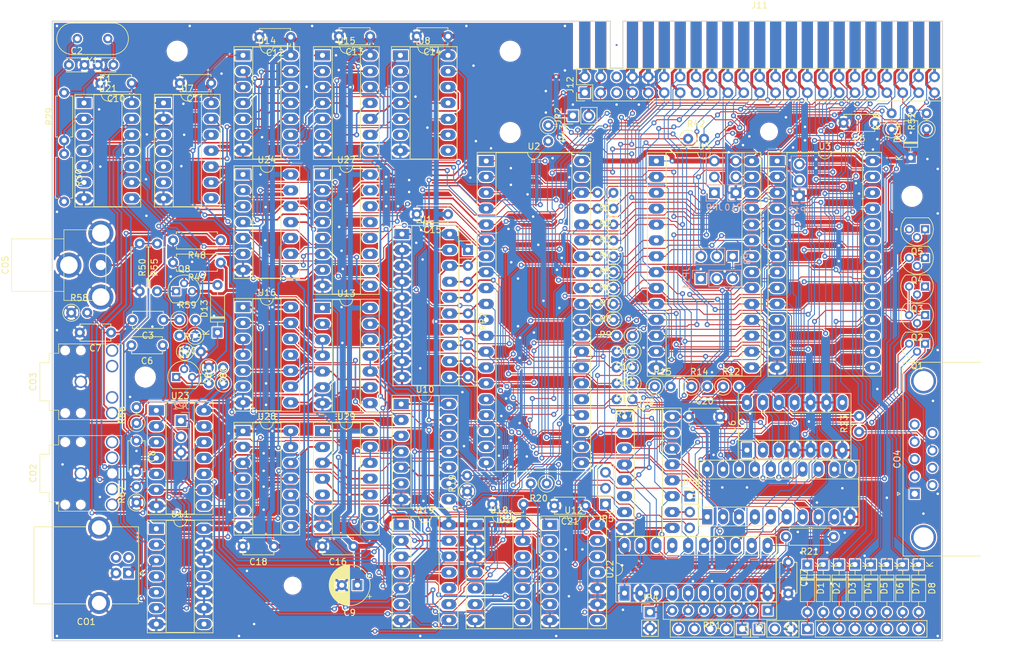
<source format=kicad_pcb>
(kicad_pcb (version 20171130) (host pcbnew 5.1.9+dfsg1-1~bpo10+1)
  (layers (0 F.Cu signal) (31 B.Cu signal) (34 B.Paste user) (35 F.Paste user) (36 B.SilkS user) (37 F.SilkS user) (38 B.Mask user) (39 F.Mask user) (44 Edge.Cuts user))
  (net 0 "")
  (net 1 GND)
  (net 2 "Net-(C1-Pad1)")
  (net 3 "Net-(C2-Pad1)")
  (net 4 "Net-(C3-Pad2)")
  (net 5 "Net-(C3-Pad1)")
  (net 6 /nRESET)
  (net 7 "Net-(C6-Pad2)")
  (net 8 "Net-(C6-Pad1)")
  (net 9 +5V)
  (net 10 /A11)
  (net 11 "Net-(D2-Pad2)")
  (net 12 /A10)
  (net 13 /A12)
  (net 14 "Net-(D4-Pad2)")
  (net 15 /A9)
  (net 16 "Net-(D5-Pad2)")
  (net 17 /A13)
  (net 18 "Net-(D6-Pad2)")
  (net 19 /A8)
  (net 20 "Net-(D7-Pad2)")
  (net 21 /A14)
  (net 22 "Net-(D8-Pad2)")
  (net 23 /A15)
  (net 24 "Net-(D13-Pad2)")
  (net 25 "Net-(D13-Pad1)")
  (net 26 "Net-(J1-Pad1)")
  (net 27 /KBD0)
  (net 28 /KBD1)
  (net 29 /KBD2)
  (net 30 /KBD3)
  (net 31 /KBD4)
  (net 32 +9V)
  (net 33 "Net-(JP4-Pad1)")
  (net 34 "Net-(JP5-Pad3)")
  (net 35 /PIXEL)
  (net 36 /nHSYNC)
  (net 37 /HSYNC)
  (net 38 "Net-(Q8-Pad1)")
  (net 39 "Net-(Q9-Pad1)")
  (net 40 /nCAS_IN)
  (net 41 "Net-(Q9-Pad2)")
  (net 42 /A8')
  (net 43 /A7)
  (net 44 /A7')
  (net 45 /A6)
  (net 46 /A6')
  (net 47 /A5)
  (net 48 /A5')
  (net 49 /A4)
  (net 50 /A4')
  (net 51 /A3)
  (net 52 /A3')
  (net 53 /A2)
  (net 54 /A2')
  (net 55 /A1)
  (net 56 /A1')
  (net 57 /A0)
  (net 58 /A0')
  (net 59 /D1)
  (net 60 /D1')
  (net 61 /D0)
  (net 62 /D0')
  (net 63 /D7)
  (net 64 /D7')
  (net 65 /D2)
  (net 66 /D2')
  (net 67 /D6)
  (net 68 /D6')
  (net 69 /D5)
  (net 70 /D5')
  (net 71 /D3)
  (net 72 /D3')
  (net 73 /D4)
  (net 74 /D4')
  (net 75 /nBUSRQ)
  (net 76 /CAS_IN)
  (net 77 "Net-(R20-Pad2)")
  (net 78 /nWAIT)
  (net 79 "Net-(R29-Pad1)")
  (net 80 /nROMCS)
  (net 81 "Net-(R43-Pad2)")
  (net 82 /nRAMCS)
  (net 83 "Net-(R48-Pad1)")
  (net 84 "Net-(CO5-Pad1)")
  (net 85 /nVSYNC)
  (net 86 /nNOP)
  (net 87 /nIORQ)
  (net 88 /nMREQ)
  (net 89 /nHALT)
  (net 90 /nNMI)
  (net 91 /nRFSH)
  (net 92 /nM1)
  (net 93 /3.25M)
  (net 94 /nBUSACK)
  (net 95 /nWR)
  (net 96 /nRD)
  (net 97 /ROW2)
  (net 98 /ROW1)
  (net 99 "Net-(U12-Pad11)")
  (net 100 /ROW0)
  (net 101 /VSYNC)
  (net 102 /6.5M)
  (net 103 "Net-(U14-Pad8)")
  (net 104 "Net-(U14-Pad9)")
  (net 105 "Net-(U14-Pad10)")
  (net 106 "Net-(U21-Pad4)")
  (net 107 "Net-(U21-Pad6)")
  (net 108 "Net-(U14-Pad11)")
  (net 109 "Net-(U10-Pad2)")
  (net 110 /nLD)
  (net 111 "Net-(U10-Pad6)")
  (net 112 "Net-(U10-Pad4)")
  (net 113 /INVERT)
  (net 114 /nPORCH)
  (net 115 "Net-(U10-Pad8)")
  (net 116 "Net-(U12-Pad5)")
  (net 117 /END)
  (net 118 "Net-(U12-Pad2)")
  (net 119 "Net-(U12-Pad1)")
  (net 120 "Net-(U13-Pad13)")
  (net 121 "Net-(U13-Pad12)")
  (net 122 /nOut)
  (net 123 "Net-(U13-Pad10)")
  (net 124 "Net-(U13-Pad9)")
  (net 125 "Net-(U13-Pad1)")
  (net 126 "Net-(U14-Pad13)")
  (net 127 "Net-(U14-Pad5)")
  (net 128 "Net-(U14-Pad4)")
  (net 129 "Net-(U14-Pad3)")
  (net 130 "Net-(U15-Pad11)")
  (net 131 "Net-(U15-Pad12)")
  (net 132 /nIN_FE)
  (net 133 "Net-(U16-Pad3)")
  (net 134 "Net-(U19-Pad8)")
  (net 135 "Net-(U21-Pad13)")
  (net 136 "Net-(U21-Pad12)")
  (net 137 "Net-(U23-Pad10)")
  (net 138 "Net-(U23-Pad3)")
  (net 139 "Net-(U23-Pad4)")
  (net 140 "Net-(U24-Pad11)")
  (net 141 "Net-(U24-Pad10)")
  (net 142 "Net-(U24-Pad9)")
  (net 143 "Net-(U28-Pad5)")
  (net 144 "Net-(U28-Pad8)")
  (net 145 "Net-(CO4-Pad8)")
  (net 146 /FRIRE)
  (net 147 /RIGHT)
  (net 148 /LEFT)
  (net 149 /DOWN)
  (net 150 /UP)
  (net 151 /KBA11)
  (net 152 /KBA12)
  (net 153 "Net-(JP1-Pad2)")
  (net 154 "Net-(JP5-Pad1)")
  (net 155 "Net-(JP6-Pad2)")
  (net 156 "Net-(JP8-Pad2)")
  (net 157 "Net-(JP9-Pad2)")
  (net 158 "Net-(JP12-Pad2)")
  (net 159 "Net-(R42-Pad1)")
  (net 160 "Net-(JP10-Pad2)")
  (net 161 "Net-(JP11-Pad2)")
  (module Capacitor_THT:C_Disc_D4.7mm_W2.5mm_P5.00mm (layer F.Cu) (at 189.865 64.516 180)
    (fp_text reference C5 (at 2.5 -2.5) (layer F.SilkS))
    (fp_text value 1u)
    (pad 2 thru_hole circle (at 5 0 180) (size 1.6 1.6) (drill 0.8) (layers *.Cu *.Mask) (net 1 GND))
    (pad 1 thru_hole circle (at 0 0 180) (size 1.6 1.6) (drill 0.8) (layers *.Cu *.Mask) (net 6 /nRESET))
  )
  (module Resistor_THT:R_Axial_DIN0207_L6.3mm_D2.5mm_P2.54mm_Vertical (layer F.Cu) (at 71.882 112.522 90)
    (fp_text reference R56 (at 1.27 -2.37 90) (layer F.SilkS))
    (fp_text value 47k)
    (pad 2 thru_hole oval (at 2.54 0 90) (size 1.6 1.6) (drill 0.8) (layers *.Cu *.Mask) (net 8 "Net-(C6-Pad1)"))
    (pad 1 thru_hole circle (at 0 0 90) (size 1.6 1.6) (drill 0.8) (layers *.Cu *.Mask) (net 85 /nVSYNC))
  )
  (module modusoft:RCA_CON_CLIFF_FC68391 (layer F.Cu) (at 61.087 87.26 90)
    (fp_text reference CO5 (at 0 -10.16 90) (layer F.SilkS))
    (fp_text value "Video out")
    (pad 2 thru_hole circle (at 5.1 5.1 90) (size 4 4) (drill 2.8) (layers *.Cu *.Mask) (net 1 GND))
    (pad 2 thru_hole circle (at -5.1 5.1 90) (size 4 4) (drill 2.8) (layers *.Cu *.Mask) (net 1 GND))
    (pad 1 thru_hole circle (at 0 5.1 90) (size 3.5 3.5) (drill 1.6) (layers *.Cu *.Mask) (net 84 "Net-(CO5-Pad1)"))
    (pad 2 thru_hole circle (at 0 0 90) (size 4 4) (drill 2.8) (layers *.Cu *.Mask) (net 1 GND))
  )
  (module modusoft:Jack_3.5mm_MULTICOMP_SPC21348 (layer F.Cu) (at 62.992 105.91 90)
    (fp_text reference CO3 (at 0 -7.62 90) (layer F.SilkS))
    (fp_text value "Tape in")
    (pad "" np_thru_hole circle (at -5 0 90) (size 1.2 1.2) (drill 1.2) (layers *.Cu *.Mask))
    (pad G thru_hole circle (at 0 0 90) (size 2 2) (drill 1.5) (layers *.Cu *.Mask) (net 1 GND))
    (pad "" np_thru_hole circle (at -5 -2.5 90) (size 1.2 1.2) (drill 1.2) (layers *.Cu *.Mask))
    (pad "" np_thru_hole circle (at 5 0 90) (size 1.2 1.2) (drill 1.2) (layers *.Cu *.Mask))
    (pad "" np_thru_hole circle (at 5 -2.5 90) (size 1.2 1.2) (drill 1.2) (layers *.Cu *.Mask))
    (pad "" np_thru_hole circle (at 0 5 90) (size 1.2 1.2) (drill 1.2) (layers *.Cu *.Mask))
    (pad T thru_hole circle (at -5 5 90) (size 2 2) (drill 1.5) (layers *.Cu *.Mask) (net 4 "Net-(C3-Pad2)"))
    (pad TN thru_hole circle (at -2.5 5 90) (size 2 2) (drill 1.5) (layers *.Cu *.Mask))
    (pad SN thru_hole circle (at 2.5 5 90) (size 2 2) (drill 1.5) (layers *.Cu *.Mask))
    (pad S thru_hole circle (at 5 5 90) (size 2 2) (drill 1.5) (layers *.Cu *.Mask))
  )
  (module modusoft:Jack_3.5mm_MULTICOMP_SPC21348 (layer F.Cu) (at 62.992 120.56 90)
    (fp_text reference CO2 (at 0 -7.62 90) (layer F.SilkS))
    (fp_text value "Tape out")
    (pad "" np_thru_hole circle (at -5 0 90) (size 1.2 1.2) (drill 1.2) (layers *.Cu *.Mask))
    (pad G thru_hole circle (at 0 0 90) (size 2 2) (drill 1.5) (layers *.Cu *.Mask) (net 1 GND))
    (pad "" np_thru_hole circle (at -5 -2.5 90) (size 1.2 1.2) (drill 1.2) (layers *.Cu *.Mask))
    (pad "" np_thru_hole circle (at 5 0 90) (size 1.2 1.2) (drill 1.2) (layers *.Cu *.Mask))
    (pad "" np_thru_hole circle (at 5 -2.5 90) (size 1.2 1.2) (drill 1.2) (layers *.Cu *.Mask))
    (pad "" np_thru_hole circle (at 0 5 90) (size 1.2 1.2) (drill 1.2) (layers *.Cu *.Mask))
    (pad T thru_hole circle (at -5 5 90) (size 2 2) (drill 1.5) (layers *.Cu *.Mask) (net 7 "Net-(C6-Pad2)"))
    (pad TN thru_hole circle (at -2.5 5 90) (size 2 2) (drill 1.5) (layers *.Cu *.Mask))
    (pad SN thru_hole circle (at 2.5 5 90) (size 2 2) (drill 1.5) (layers *.Cu *.Mask))
    (pad S thru_hole circle (at 5 5 90) (size 2 2) (drill 1.5) (layers *.Cu *.Mask))
  )
  (module Package_DIP:DIP-16_W7.62mm_Socket_LongPads (layer F.Cu) (at 101.6 72.771)
    (fp_text reference U27 (at 3.81 -2.33) (layer F.SilkS))
    (fp_text value 74HC138)
    (pad 16 thru_hole oval (at 7.62 0) (size 2.4 1.6) (drill 0.8) (layers *.Cu *.Mask) (net 9 +5V))
    (pad 8 thru_hole oval (at 0 17.78) (size 2.4 1.6) (drill 0.8) (layers *.Cu *.Mask) (net 1 GND))
    (pad 15 thru_hole oval (at 7.62 2.54) (size 2.4 1.6) (drill 0.8) (layers *.Cu *.Mask))
    (pad 7 thru_hole oval (at 0 15.24) (size 2.4 1.6) (drill 0.8) (layers *.Cu *.Mask) (net 141 "Net-(U24-Pad10)"))
    (pad 14 thru_hole oval (at 7.62 5.08) (size 2.4 1.6) (drill 0.8) (layers *.Cu *.Mask))
    (pad 6 thru_hole oval (at 0 12.7) (size 2.4 1.6) (drill 0.8) (layers *.Cu *.Mask) (net 89 /nHALT))
    (pad 13 thru_hole oval (at 7.62 7.62) (size 2.4 1.6) (drill 0.8) (layers *.Cu *.Mask))
    (pad 5 thru_hole oval (at 0 10.16) (size 2.4 1.6) (drill 0.8) (layers *.Cu *.Mask) (net 68 /D6'))
    (pad 12 thru_hole oval (at 7.62 10.16) (size 2.4 1.6) (drill 0.8) (layers *.Cu *.Mask))
    (pad 4 thru_hole oval (at 0 7.62) (size 2.4 1.6) (drill 0.8) (layers *.Cu *.Mask) (net 92 /nM1))
    (pad 11 thru_hole oval (at 7.62 12.7) (size 2.4 1.6) (drill 0.8) (layers *.Cu *.Mask))
    (pad 3 thru_hole oval (at 0 5.08) (size 2.4 1.6) (drill 0.8) (layers *.Cu *.Mask) (net 23 /A15))
    (pad 10 thru_hole oval (at 7.62 15.24) (size 2.4 1.6) (drill 0.8) (layers *.Cu *.Mask))
    (pad 2 thru_hole oval (at 0 2.54) (size 2.4 1.6) (drill 0.8) (layers *.Cu *.Mask) (net 21 /A14))
    (pad 9 thru_hole oval (at 7.62 17.78) (size 2.4 1.6) (drill 0.8) (layers *.Cu *.Mask) (net 142 "Net-(U24-Pad9)"))
    (pad 1 thru_hole rect (at 0 0) (size 2.4 1.6) (drill 0.8) (layers *.Cu *.Mask) (net 64 /D7'))
  )
  (module Package_DIP:DIP-14_W7.62mm_Socket_LongPads (layer F.Cu) (at 114.046 53.721)
    (fp_text reference U8 (at 3.81 -2.33) (layer F.SilkS))
    (fp_text value 74HC4002)
    (pad 14 thru_hole oval (at 7.62 0) (size 2.4 1.6) (drill 0.8) (layers *.Cu *.Mask) (net 9 +5V))
    (pad 7 thru_hole oval (at 0 15.24) (size 2.4 1.6) (drill 0.8) (layers *.Cu *.Mask) (net 1 GND))
    (pad 13 thru_hole oval (at 7.62 2.54) (size 2.4 1.6) (drill 0.8) (layers *.Cu *.Mask) (net 37 /HSYNC))
    (pad 6 thru_hole oval (at 0 12.7) (size 2.4 1.6) (drill 0.8) (layers *.Cu *.Mask))
    (pad 12 thru_hole oval (at 7.62 5.08) (size 2.4 1.6) (drill 0.8) (layers *.Cu *.Mask) (net 103 "Net-(U14-Pad8)"))
    (pad 5 thru_hole oval (at 0 10.16) (size 2.4 1.6) (drill 0.8) (layers *.Cu *.Mask) (net 103 "Net-(U14-Pad8)"))
    (pad 11 thru_hole oval (at 7.62 7.62) (size 2.4 1.6) (drill 0.8) (layers *.Cu *.Mask) (net 104 "Net-(U14-Pad9)"))
    (pad 4 thru_hole oval (at 0 7.62) (size 2.4 1.6) (drill 0.8) (layers *.Cu *.Mask) (net 104 "Net-(U14-Pad9)"))
    (pad 10 thru_hole oval (at 7.62 10.16) (size 2.4 1.6) (drill 0.8) (layers *.Cu *.Mask) (net 105 "Net-(U14-Pad10)"))
    (pad 3 thru_hole oval (at 0 5.08) (size 2.4 1.6) (drill 0.8) (layers *.Cu *.Mask) (net 107 "Net-(U21-Pad6)"))
    (pad 9 thru_hole oval (at 7.62 12.7) (size 2.4 1.6) (drill 0.8) (layers *.Cu *.Mask) (net 106 "Net-(U21-Pad4)"))
    (pad 2 thru_hole oval (at 0 2.54) (size 2.4 1.6) (drill 0.8) (layers *.Cu *.Mask) (net 108 "Net-(U14-Pad11)"))
    (pad 8 thru_hole oval (at 7.62 15.24) (size 2.4 1.6) (drill 0.8) (layers *.Cu *.Mask))
    (pad 1 thru_hole rect (at 0 0) (size 2.4 1.6) (drill 0.8) (layers *.Cu *.Mask) (net 109 "Net-(U10-Pad2)"))
  )
  (module Crystal:Crystal_HC49-4H_Vertical (layer F.Cu) (at 67.31 51.054 180)
    (fp_text reference Y1 (at 2.44 -3.525) (layer F.SilkS))
    (fp_text value 13MHz)
    (pad 2 thru_hole circle (at 4.88 0 180) (size 1.5 1.5) (drill 0.8) (layers *.Cu *.Mask) (net 3 "Net-(C2-Pad1)"))
    (pad 1 thru_hole circle (at 0 0 180) (size 1.5 1.5) (drill 0.8) (layers *.Cu *.Mask) (net 2 "Net-(C1-Pad1)"))
  )
  (module Capacitor_THT:C_Disc_D4.7mm_W2.5mm_P5.00mm (layer F.Cu) (at 121.666 50.673 180)
    (fp_text reference C14 (at 2.5 -2.5) (layer F.SilkS))
    (fp_text value 100n)
    (pad 2 thru_hole circle (at 5 0 180) (size 1.6 1.6) (drill 0.8) (layers *.Cu *.Mask) (net 1 GND))
    (pad 1 thru_hole circle (at 0 0 180) (size 1.6 1.6) (drill 0.8) (layers *.Cu *.Mask) (net 9 +5V))
  )
  (module Capacitor_THT:C_Disc_D4.7mm_W2.5mm_P5.00mm (layer F.Cu) (at 109.22 50.673 180)
    (fp_text reference C13 (at 2.5 -2.5) (layer F.SilkS))
    (fp_text value 100n)
    (pad 2 thru_hole circle (at 5 0 180) (size 1.6 1.6) (drill 0.8) (layers *.Cu *.Mask) (net 1 GND))
    (pad 1 thru_hole circle (at 0 0 180) (size 1.6 1.6) (drill 0.8) (layers *.Cu *.Mask) (net 9 +5V))
  )
  (module MountingHole:MountingHole_3mm (layer F.Cu) (at 73.29 105.16)
    (fp_text reference H7 hide)
    (fp_text value "MountingHole 3.0mm" hide)
    (pad 1 np_thru_hole circle (at 0 0) (size 3 3) (drill 3) (layers *.Cu *.Mask))
  )
  (module MountingHole:MountingHole_2.5mm (layer F.Cu) (at 96.84 138.51)
    (fp_text reference H6 hide)
    (fp_text value "MountingHole 2.5mm" hide)
    (pad 1 np_thru_hole circle (at 0 0) (size 2.5 2.5) (drill 2.5) (layers *.Cu *.Mask))
  )
  (module MountingHole:MountingHole_2.5mm (layer F.Cu) (at 172.94 65.91)
    (fp_text reference H5 hide)
    (fp_text value "MountingHole 2.5mm")
    (pad 1 np_thru_hole circle (at 0 0) (size 2.5 2.5) (drill 2.5) (layers *.Cu *.Mask))
  )
  (module MountingHole:MountingHole_3mm (layer F.Cu) (at 195.79 76.26)
    (fp_text reference H4 hide)
    (fp_text value "MountingHole 3.0mm" hide)
    (pad 1 np_thru_hole circle (at 0 0) (size 3 3) (drill 3) (layers *.Cu *.Mask))
  )
  (module MountingHole:MountingHole_3mm (layer F.Cu) (at 131.59 66.06)
    (fp_text reference H3 hide)
    (fp_text value "MountingHole 3.0mm" hide)
    (pad 1 np_thru_hole circle (at 0 0) (size 3 3) (drill 3) (layers *.Cu *.Mask))
  )
  (module MountingHole:MountingHole_3mm (layer F.Cu) (at 131.59 53.06)
    (fp_text reference H2 hide)
    (fp_text value "MountingHole 3.0mm" hide)
    (pad 1 np_thru_hole circle (at 0 0) (size 3 3) (drill 3) (layers *.Cu *.Mask))
  )
  (module MountingHole:MountingHole_3mm (layer F.Cu) (at 78.39 53.06)
    (fp_text reference H1 hide)
    (fp_text value "MountingHole 3.0mm" hide)
    (pad 1 np_thru_hole circle (at 0 0) (size 3 3) (drill 3) (layers *.Cu *.Mask))
  )
  (module modusoft:ZX81_EXP (layer F.Cu) (at 148.59 48.26)
    (fp_text reference J11 (at 22.86 -2.54) (layer F.SilkS))
    (fp_text value "Expansion Header")
    (pad 3b connect rect (at 0 3.81) (size 0.25 0.25) (layers B.Cu B.Mask))
    (pad 3a connect rect (at 0 3.81) (size 0.25 0.25) (layers F.Cu F.Mask))
    (pad 1a connect rect (at -5.08 3.81) (size 1.78 7.62) (layers F.Cu F.Mask) (net 64 /D7'))
    (pad 2a connect rect (at -2.54 3.81) (size 1.78 7.62) (layers F.Cu F.Mask) (net 82 /nRAMCS))
    (pad 4a connect rect (at 2.54 3.81) (size 1.78 7.62) (layers F.Cu F.Mask) (net 62 /D0'))
    (pad 5a connect rect (at 5.08 3.81) (size 1.78 7.62) (layers F.Cu F.Mask) (net 60 /D1'))
    (pad 6a connect rect (at 7.62 3.81) (size 1.78 7.62) (layers F.Cu F.Mask) (net 66 /D2'))
    (pad 7a connect rect (at 10.16 3.81) (size 1.78 7.62) (layers F.Cu F.Mask) (net 68 /D6'))
    (pad 8a connect rect (at 12.7 3.81) (size 1.78 7.62) (layers F.Cu F.Mask) (net 70 /D5'))
    (pad 9a connect rect (at 15.24 3.81) (size 1.78 7.62) (layers F.Cu F.Mask) (net 72 /D3'))
    (pad 10a connect rect (at 17.78 3.81) (size 1.78 7.62) (layers F.Cu F.Mask) (net 74 /D4'))
    (pad 11a connect rect (at 20.32 3.81) (size 1.78 7.62) (layers F.Cu F.Mask) (net 46 /A6'))
    (pad 12a connect rect (at 22.86 3.81) (size 1.78 7.62) (layers F.Cu F.Mask) (net 90 /nNMI))
    (pad 13a connect rect (at 25.4 3.81) (size 1.78 7.62) (layers F.Cu F.Mask) (net 89 /nHALT))
    (pad 14a connect rect (at 27.94 3.81) (size 1.78 7.62) (layers F.Cu F.Mask) (net 88 /nMREQ))
    (pad 15a connect rect (at 30.48 3.81) (size 1.78 7.62) (layers F.Cu F.Mask) (net 87 /nIORQ))
    (pad 16a connect rect (at 33.02 3.81) (size 1.78 7.62) (layers F.Cu F.Mask) (net 96 /nRD))
    (pad 17a connect rect (at 35.56 3.81) (size 1.78 7.62) (layers F.Cu F.Mask) (net 95 /nWR))
    (pad 18a connect rect (at 38.1 3.81) (size 1.78 7.62) (layers F.Cu F.Mask) (net 94 /nBUSACK))
    (pad 19a connect rect (at 40.64 3.81) (size 1.78 7.62) (layers F.Cu F.Mask) (net 78 /nWAIT))
    (pad 20a connect rect (at 43.18 3.81) (size 1.78 7.62) (layers F.Cu F.Mask) (net 75 /nBUSRQ))
    (pad 21a connect rect (at 45.72 3.81) (size 1.78 7.62) (layers F.Cu F.Mask) (net 6 /nRESET))
    (pad 22a connect rect (at 48.26 3.81) (size 1.78 7.62) (layers F.Cu F.Mask) (net 92 /nM1))
    (pad 23a connect rect (at 50.8 3.81) (size 1.78 7.62) (layers F.Cu F.Mask) (net 91 /nRFSH))
    (pad 1b connect rect (at -5.08 3.81) (size 1.78 7.62) (layers B.Cu B.Mask) (net 9 +5V))
    (pad 2b connect rect (at -2.54 3.81) (size 1.78 7.62) (layers B.Cu B.Mask) (net 32 +9V))
    (pad 4b connect rect (at 2.54 3.81) (size 1.78 7.62) (layers B.Cu B.Mask) (net 1 GND))
    (pad 5b connect rect (at 5.08 3.81) (size 1.78 7.62) (layers B.Cu B.Mask) (net 1 GND))
    (pad 6b connect rect (at 7.62 3.81) (size 1.78 7.62) (layers B.Cu B.Mask) (net 93 /3.25M))
    (pad 7b connect rect (at 10.16 3.81) (size 1.78 7.62) (layers B.Cu B.Mask) (net 58 /A0'))
    (pad 8b connect rect (at 12.7 3.81) (size 1.78 7.62) (layers B.Cu B.Mask) (net 56 /A1'))
    (pad 9b connect rect (at 15.24 3.81) (size 1.78 7.62) (layers B.Cu B.Mask) (net 54 /A2'))
    (pad 10b connect rect (at 17.78 3.81) (size 1.78 7.62) (layers B.Cu B.Mask) (net 52 /A3'))
    (pad 11b connect rect (at 20.32 3.81) (size 1.78 7.62) (layers B.Cu B.Mask) (net 23 /A15))
    (pad 12b connect rect (at 22.86 3.81) (size 1.78 7.62) (layers B.Cu B.Mask) (net 21 /A14))
    (pad 13b connect rect (at 25.4 3.81) (size 1.78 7.62) (layers B.Cu B.Mask) (net 17 /A13))
    (pad 14b connect rect (at 27.94 3.81) (size 1.78 7.62) (layers B.Cu B.Mask) (net 13 /A12))
    (pad 15b connect rect (at 30.48 3.81) (size 1.78 7.62) (layers B.Cu B.Mask) (net 10 /A11))
    (pad 16b connect rect (at 33.02 3.81) (size 1.78 7.62) (layers B.Cu B.Mask) (net 12 /A10))
    (pad 17b connect rect (at 35.56 3.81) (size 1.78 7.62) (layers B.Cu B.Mask) (net 15 /A9))
    (pad 18b connect rect (at 38.1 3.81) (size 1.78 7.62) (layers B.Cu B.Mask) (net 42 /A8'))
    (pad 19b connect rect (at 40.64 3.81) (size 1.78 7.62) (layers B.Cu B.Mask) (net 44 /A7'))
    (pad 20b connect rect (at 43.18 3.81) (size 1.78 7.62) (layers B.Cu B.Mask) (net 46 /A6'))
    (pad 21b connect rect (at 45.72 3.81) (size 1.78 7.62) (layers B.Cu B.Mask) (net 48 /A5'))
    (pad 22b connect rect (at 48.26 3.81) (size 1.78 7.62) (layers B.Cu B.Mask) (net 50 /A4'))
    (pad 23b connect rect (at 50.8 3.81) (size 1.78 7.62) (layers B.Cu B.Mask) (net 80 /nROMCS))
  )
  (module Connector_Dsub:DSUB-9_Male_Horizontal_P2.77x2.84mm_EdgePinOffset7.70mm_Housed_MountingHolesOffset9.12mm (layer F.Cu) (at 196.215 123.825 90)
    (fp_text reference CO4 (at 5.54 -2.8 90) (layer F.SilkS))
    (fp_text value Joystick)
    (pad 0 thru_hole circle (at 18.04 1.42 90) (size 4 4) (drill 3.2) (layers *.Cu *.Mask))
    (pad 0 thru_hole circle (at -6.96 1.42 90) (size 4 4) (drill 3.2) (layers *.Cu *.Mask))
    (pad 9 thru_hole circle (at 9.695 2.84 90) (size 1.6 1.6) (drill 1) (layers *.Cu *.Mask))
    (pad 8 thru_hole circle (at 6.925 2.84 90) (size 1.6 1.6) (drill 1) (layers *.Cu *.Mask) (net 145 "Net-(CO4-Pad8)"))
    (pad 7 thru_hole circle (at 4.155 2.84 90) (size 1.6 1.6) (drill 1) (layers *.Cu *.Mask))
    (pad 6 thru_hole circle (at 1.385 2.84 90) (size 1.6 1.6) (drill 1) (layers *.Cu *.Mask) (net 146 /FRIRE))
    (pad 5 thru_hole circle (at 11.08 0 90) (size 1.6 1.6) (drill 1) (layers *.Cu *.Mask))
    (pad 4 thru_hole circle (at 8.31 0 90) (size 1.6 1.6) (drill 1) (layers *.Cu *.Mask) (net 147 /RIGHT))
    (pad 3 thru_hole circle (at 5.54 0 90) (size 1.6 1.6) (drill 1) (layers *.Cu *.Mask) (net 148 /LEFT))
    (pad 2 thru_hole circle (at 2.77 0 90) (size 1.6 1.6) (drill 1) (layers *.Cu *.Mask) (net 149 /DOWN))
    (pad 1 thru_hole rect (at 0 0 90) (size 1.6 1.6) (drill 1) (layers *.Cu *.Mask) (net 150 /UP))
  )
  (module Resistor_THT:R_Axial_DIN0207_L6.3mm_D2.5mm_P2.54mm_Vertical (layer F.Cu) (at 187.325 113.919 90)
    (fp_text reference R23 (at 1.27 -2.37 90) (layer F.SilkS))
    (fp_text value 10k)
    (pad 2 thru_hole oval (at 2.54 0 90) (size 1.6 1.6) (drill 0.8) (layers *.Cu *.Mask) (net 9 +5V))
    (pad 1 thru_hole circle (at 0 0 90) (size 1.6 1.6) (drill 0.8) (layers *.Cu *.Mask) (net 145 "Net-(CO4-Pad8)"))
  )
  (module Package_TO_SOT_THT:TO-92 (layer F.Cu) (at 197.866 81.534 180)
    (fp_text reference Q5 (at 1.27 -3.56) (layer F.SilkS))
    (fp_text value 2N3904)
    (pad 1 thru_hole rect (at 0 0 180) (size 1.3 1.3) (drill 0.75) (layers *.Cu *.Mask) (net 152 /KBA12))
    (pad 3 thru_hole circle (at 2.54 0 180) (size 1.3 1.3) (drill 0.75) (layers *.Cu *.Mask) (net 30 /KBD3))
    (pad 2 thru_hole circle (at 1.27 -1.27 180) (size 1.3 1.3) (drill 0.75) (layers *.Cu *.Mask) (net 150 /UP))
  )
  (module Package_TO_SOT_THT:TO-92 (layer F.Cu) (at 197.866 86.106 180)
    (fp_text reference Q4 (at 1.27 -3.56) (layer F.SilkS))
    (fp_text value 2N3904)
    (pad 1 thru_hole rect (at 0 0 180) (size 1.3 1.3) (drill 0.75) (layers *.Cu *.Mask) (net 152 /KBA12))
    (pad 3 thru_hole circle (at 2.54 0 180) (size 1.3 1.3) (drill 0.75) (layers *.Cu *.Mask) (net 27 /KBD0))
    (pad 2 thru_hole circle (at 1.27 -1.27 180) (size 1.3 1.3) (drill 0.75) (layers *.Cu *.Mask) (net 146 /FRIRE))
  )
  (module Package_TO_SOT_THT:TO-92 (layer F.Cu) (at 197.866 90.678 180)
    (fp_text reference Q3 (at 1.27 -3.56) (layer F.SilkS))
    (fp_text value 2N3904)
    (pad 1 thru_hole rect (at 0 0 180) (size 1.3 1.3) (drill 0.75) (layers *.Cu *.Mask) (net 152 /KBA12))
    (pad 3 thru_hole circle (at 2.54 0 180) (size 1.3 1.3) (drill 0.75) (layers *.Cu *.Mask) (net 31 /KBD4))
    (pad 2 thru_hole circle (at 1.27 -1.27 180) (size 1.3 1.3) (drill 0.75) (layers *.Cu *.Mask) (net 149 /DOWN))
  )
  (module Package_TO_SOT_THT:TO-92 (layer F.Cu) (at 197.866 95.25 180)
    (fp_text reference Q2 (at 1.27 -3.56) (layer F.SilkS))
    (fp_text value 2N3904)
    (pad 1 thru_hole rect (at 0 0 180) (size 1.3 1.3) (drill 0.75) (layers *.Cu *.Mask) (net 151 /KBA11))
    (pad 3 thru_hole circle (at 2.54 0 180) (size 1.3 1.3) (drill 0.75) (layers *.Cu *.Mask) (net 31 /KBD4))
    (pad 2 thru_hole circle (at 1.27 -1.27 180) (size 1.3 1.3) (drill 0.75) (layers *.Cu *.Mask) (net 148 /LEFT))
  )
  (module Package_TO_SOT_THT:TO-92 (layer F.Cu) (at 197.866 99.822 180)
    (fp_text reference Q1 (at 1.27 -3.56) (layer F.SilkS))
    (fp_text value 2N3904)
    (pad 1 thru_hole rect (at 0 0 180) (size 1.3 1.3) (drill 0.75) (layers *.Cu *.Mask) (net 152 /KBA12))
    (pad 3 thru_hole circle (at 2.54 0 180) (size 1.3 1.3) (drill 0.75) (layers *.Cu *.Mask) (net 29 /KBD2))
    (pad 2 thru_hole circle (at 1.27 -1.27 180) (size 1.3 1.3) (drill 0.75) (layers *.Cu *.Mask) (net 147 /RIGHT))
  )
  (module Capacitor_THT:C_Disc_D4.7mm_W2.5mm_P5.00mm (layer F.Cu) (at 71.882 115.316 270)
    (fp_text reference C8 (at 2.5 -2.5 90) (layer F.SilkS))
    (fp_text value 47p)
    (pad 2 thru_hole circle (at 5 0 270) (size 1.6 1.6) (drill 0.8) (layers *.Cu *.Mask) (net 1 GND))
    (pad 1 thru_hole circle (at 0 0 270) (size 1.6 1.6) (drill 0.8) (layers *.Cu *.Mask) (net 7 "Net-(C6-Pad2)"))
  )
  (module Capacitor_THT:C_Disc_D4.7mm_W2.5mm_P5.00mm (layer F.Cu) (at 67.818 98.044 180)
    (fp_text reference C7 (at 2.5 -2.5) (layer F.SilkS))
    (fp_text value 47p)
    (pad 2 thru_hole circle (at 5 0 180) (size 1.6 1.6) (drill 0.8) (layers *.Cu *.Mask) (net 1 GND))
    (pad 1 thru_hole circle (at 0 0 180) (size 1.6 1.6) (drill 0.8) (layers *.Cu *.Mask) (net 4 "Net-(C3-Pad2)"))
  )
  (module Connector_USB:USB_B_OST_USB-B1HSxx_Horizontal (layer F.Cu) (at 70.612 136.51 180)
    (fp_text reference CO1 (at 6.76 -7.77) (layer F.SilkS))
    (fp_text value "Power in")
    (pad 5 thru_hole circle (at 4.71 7.27 180) (size 3.5 3.5) (drill 2.33) (layers *.Cu *.Mask) (net 1 GND))
    (pad 5 thru_hole circle (at 4.71 -4.77 180) (size 3.5 3.5) (drill 2.33) (layers *.Cu *.Mask) (net 1 GND))
    (pad 4 thru_hole circle (at 2 0 180) (size 1.7 1.7) (drill 0.92) (layers *.Cu *.Mask) (net 1 GND))
    (pad 3 thru_hole circle (at 2 2.5 180) (size 1.7 1.7) (drill 0.92) (layers *.Cu *.Mask))
    (pad 2 thru_hole circle (at 0 2.5 180) (size 1.7 1.7) (drill 0.92) (layers *.Cu *.Mask))
    (pad 1 thru_hole rect (at 0 0 180) (size 1.7 1.7) (drill 0.92) (layers *.Cu *.Mask) (net 9 +5V))
  )
  (module Package_TO_SOT_THT:TO-92 (layer F.Cu) (at 78.232 105.156)
    (fp_text reference Q9 (at 1.27 -3.56) (layer F.SilkS))
    (fp_text value 2N3904)
    (pad 1 thru_hole rect (at 0 0) (size 1.3 1.3) (drill 0.75) (layers *.Cu *.Mask) (net 39 "Net-(Q9-Pad1)"))
    (pad 3 thru_hole circle (at 2.54 0) (size 1.3 1.3) (drill 0.75) (layers *.Cu *.Mask) (net 40 /nCAS_IN))
    (pad 2 thru_hole circle (at 1.27 -1.27) (size 1.3 1.3) (drill 0.75) (layers *.Cu *.Mask) (net 41 "Net-(Q9-Pad2)"))
  )
  (module Package_TO_SOT_THT:TO-92 (layer F.Cu) (at 78.232 91.44)
    (fp_text reference Q8 (at 1.27 -3.56) (layer F.SilkS))
    (fp_text value 2N3904)
    (pad 1 thru_hole rect (at 0 0) (size 1.3 1.3) (drill 0.75) (layers *.Cu *.Mask) (net 38 "Net-(Q8-Pad1)"))
    (pad 3 thru_hole circle (at 2.54 0) (size 1.3 1.3) (drill 0.75) (layers *.Cu *.Mask) (net 9 +5V))
    (pad 2 thru_hole circle (at 1.27 -1.27) (size 1.3 1.3) (drill 0.75) (layers *.Cu *.Mask) (net 24 "Net-(D13-Pad2)"))
  )
  (module Connector_PinHeader_2.54mm:PinHeader_2x23_P2.54mm_Vertical (layer F.Cu) (at 143.51 59.69 90)
    (fp_text reference J12 (at 1.27 -2.33 90) (layer F.SilkS))
    (fp_text value "Expansion Header")
    (pad 46 thru_hole oval (at 2.54 55.88 90) (size 1.7 1.7) (drill 1) (layers *.Cu *.Mask) (net 80 /nROMCS))
    (pad 45 thru_hole oval (at 0 55.88 90) (size 1.7 1.7) (drill 1) (layers *.Cu *.Mask) (net 91 /nRFSH))
    (pad 44 thru_hole oval (at 2.54 53.34 90) (size 1.7 1.7) (drill 1) (layers *.Cu *.Mask) (net 50 /A4'))
    (pad 43 thru_hole oval (at 0 53.34 90) (size 1.7 1.7) (drill 1) (layers *.Cu *.Mask) (net 92 /nM1))
    (pad 42 thru_hole oval (at 2.54 50.8 90) (size 1.7 1.7) (drill 1) (layers *.Cu *.Mask) (net 48 /A5'))
    (pad 41 thru_hole oval (at 0 50.8 90) (size 1.7 1.7) (drill 1) (layers *.Cu *.Mask) (net 6 /nRESET))
    (pad 40 thru_hole oval (at 2.54 48.26 90) (size 1.7 1.7) (drill 1) (layers *.Cu *.Mask) (net 46 /A6'))
    (pad 39 thru_hole oval (at 0 48.26 90) (size 1.7 1.7) (drill 1) (layers *.Cu *.Mask) (net 75 /nBUSRQ))
    (pad 38 thru_hole oval (at 2.54 45.72 90) (size 1.7 1.7) (drill 1) (layers *.Cu *.Mask) (net 44 /A7'))
    (pad 37 thru_hole oval (at 0 45.72 90) (size 1.7 1.7) (drill 1) (layers *.Cu *.Mask) (net 78 /nWAIT))
    (pad 36 thru_hole oval (at 2.54 43.18 90) (size 1.7 1.7) (drill 1) (layers *.Cu *.Mask) (net 42 /A8'))
    (pad 35 thru_hole oval (at 0 43.18 90) (size 1.7 1.7) (drill 1) (layers *.Cu *.Mask) (net 94 /nBUSACK))
    (pad 34 thru_hole oval (at 2.54 40.64 90) (size 1.7 1.7) (drill 1) (layers *.Cu *.Mask) (net 15 /A9))
    (pad 33 thru_hole oval (at 0 40.64 90) (size 1.7 1.7) (drill 1) (layers *.Cu *.Mask) (net 95 /nWR))
    (pad 32 thru_hole oval (at 2.54 38.1 90) (size 1.7 1.7) (drill 1) (layers *.Cu *.Mask) (net 12 /A10))
    (pad 31 thru_hole oval (at 0 38.1 90) (size 1.7 1.7) (drill 1) (layers *.Cu *.Mask) (net 96 /nRD))
    (pad 30 thru_hole oval (at 2.54 35.56 90) (size 1.7 1.7) (drill 1) (layers *.Cu *.Mask) (net 10 /A11))
    (pad 29 thru_hole oval (at 0 35.56 90) (size 1.7 1.7) (drill 1) (layers *.Cu *.Mask) (net 87 /nIORQ))
    (pad 28 thru_hole oval (at 2.54 33.02 90) (size 1.7 1.7) (drill 1) (layers *.Cu *.Mask) (net 13 /A12))
    (pad 27 thru_hole oval (at 0 33.02 90) (size 1.7 1.7) (drill 1) (layers *.Cu *.Mask) (net 88 /nMREQ))
    (pad 26 thru_hole oval (at 2.54 30.48 90) (size 1.7 1.7) (drill 1) (layers *.Cu *.Mask) (net 17 /A13))
    (pad 25 thru_hole oval (at 0 30.48 90) (size 1.7 1.7) (drill 1) (layers *.Cu *.Mask) (net 89 /nHALT))
    (pad 24 thru_hole oval (at 2.54 27.94 90) (size 1.7 1.7) (drill 1) (layers *.Cu *.Mask) (net 21 /A14))
    (pad 23 thru_hole oval (at 0 27.94 90) (size 1.7 1.7) (drill 1) (layers *.Cu *.Mask) (net 90 /nNMI))
    (pad 22 thru_hole oval (at 2.54 25.4 90) (size 1.7 1.7) (drill 1) (layers *.Cu *.Mask) (net 23 /A15))
    (pad 21 thru_hole oval (at 0 25.4 90) (size 1.7 1.7) (drill 1) (layers *.Cu *.Mask) (net 46 /A6'))
    (pad 20 thru_hole oval (at 2.54 22.86 90) (size 1.7 1.7) (drill 1) (layers *.Cu *.Mask) (net 52 /A3'))
    (pad 19 thru_hole oval (at 0 22.86 90) (size 1.7 1.7) (drill 1) (layers *.Cu *.Mask) (net 74 /D4'))
    (pad 18 thru_hole oval (at 2.54 20.32 90) (size 1.7 1.7) (drill 1) (layers *.Cu *.Mask) (net 54 /A2'))
    (pad 17 thru_hole oval (at 0 20.32 90) (size 1.7 1.7) (drill 1) (layers *.Cu *.Mask) (net 72 /D3'))
    (pad 16 thru_hole oval (at 2.54 17.78 90) (size 1.7 1.7) (drill 1) (layers *.Cu *.Mask) (net 56 /A1'))
    (pad 15 thru_hole oval (at 0 17.78 90) (size 1.7 1.7) (drill 1) (layers *.Cu *.Mask) (net 70 /D5'))
    (pad 14 thru_hole oval (at 2.54 15.24 90) (size 1.7 1.7) (drill 1) (layers *.Cu *.Mask) (net 58 /A0'))
    (pad 13 thru_hole oval (at 0 15.24 90) (size 1.7 1.7) (drill 1) (layers *.Cu *.Mask) (net 68 /D6'))
    (pad 12 thru_hole oval (at 2.54 12.7 90) (size 1.7 1.7) (drill 1) (layers *.Cu *.Mask) (net 93 /3.25M))
    (pad 11 thru_hole oval (at 0 12.7 90) (size 1.7 1.7) (drill 1) (layers *.Cu *.Mask) (net 66 /D2'))
    (pad 10 thru_hole oval (at 2.54 10.16 90) (size 1.7 1.7) (drill 1) (layers *.Cu *.Mask) (net 1 GND))
    (pad 9 thru_hole oval (at 0 10.16 90) (size 1.7 1.7) (drill 1) (layers *.Cu *.Mask) (net 60 /D1'))
    (pad 8 thru_hole oval (at 2.54 7.62 90) (size 1.7 1.7) (drill 1) (layers *.Cu *.Mask) (net 1 GND))
    (pad 7 thru_hole oval (at 0 7.62 90) (size 1.7 1.7) (drill 1) (layers *.Cu *.Mask) (net 62 /D0'))
    (pad 6 thru_hole oval (at 2.54 5.08 90) (size 1.7 1.7) (drill 1) (layers *.Cu *.Mask))
    (pad 5 thru_hole oval (at 0 5.08 90) (size 1.7 1.7) (drill 1) (layers *.Cu *.Mask))
    (pad 4 thru_hole oval (at 2.54 2.54 90) (size 1.7 1.7) (drill 1) (layers *.Cu *.Mask) (net 32 +9V))
    (pad 3 thru_hole oval (at 0 2.54 90) (size 1.7 1.7) (drill 1) (layers *.Cu *.Mask) (net 82 /nRAMCS))
    (pad 2 thru_hole oval (at 2.54 0 90) (size 1.7 1.7) (drill 1) (layers *.Cu *.Mask) (net 9 +5V))
    (pad 1 thru_hole rect (at 0 0 90) (size 1.7 1.7) (drill 1) (layers *.Cu *.Mask) (net 64 /D7'))
  )
  (module Package_DIP:DIP-14_W7.62mm_Socket_LongPads (layer F.Cu) (at 101.6 113.792)
    (fp_text reference U29 (at 3.81 -2.33) (layer F.SilkS))
    (fp_text value 74HC74)
    (pad 14 thru_hole oval (at 7.62 0) (size 2.4 1.6) (drill 0.8) (layers *.Cu *.Mask) (net 9 +5V))
    (pad 7 thru_hole oval (at 0 15.24) (size 2.4 1.6) (drill 0.8) (layers *.Cu *.Mask) (net 1 GND))
    (pad 13 thru_hole oval (at 7.62 2.54) (size 2.4 1.6) (drill 0.8) (layers *.Cu *.Mask) (net 144 "Net-(U28-Pad8)"))
    (pad 6 thru_hole oval (at 0 12.7) (size 2.4 1.6) (drill 0.8) (layers *.Cu *.Mask) (net 113 /INVERT))
    (pad 12 thru_hole oval (at 7.62 5.08) (size 2.4 1.6) (drill 0.8) (layers *.Cu *.Mask) (net 144 "Net-(U28-Pad8)"))
    (pad 5 thru_hole oval (at 0 10.16) (size 2.4 1.6) (drill 0.8) (layers *.Cu *.Mask))
    (pad 11 thru_hole oval (at 7.62 7.62) (size 2.4 1.6) (drill 0.8) (layers *.Cu *.Mask) (net 140 "Net-(U24-Pad11)"))
    (pad 4 thru_hole oval (at 0 7.62) (size 2.4 1.6) (drill 0.8) (layers *.Cu *.Mask) (net 9 +5V))
    (pad 10 thru_hole oval (at 7.62 10.16) (size 2.4 1.6) (drill 0.8) (layers *.Cu *.Mask) (net 9 +5V))
    (pad 3 thru_hole oval (at 0 5.08) (size 2.4 1.6) (drill 0.8) (layers *.Cu *.Mask) (net 140 "Net-(U24-Pad11)"))
    (pad 9 thru_hole oval (at 7.62 12.7) (size 2.4 1.6) (drill 0.8) (layers *.Cu *.Mask))
    (pad 2 thru_hole oval (at 0 2.54) (size 2.4 1.6) (drill 0.8) (layers *.Cu *.Mask) (net 143 "Net-(U28-Pad5)"))
    (pad 8 thru_hole oval (at 7.62 15.24) (size 2.4 1.6) (drill 0.8) (layers *.Cu *.Mask) (net 110 /nLD))
    (pad 1 thru_hole rect (at 0 0) (size 2.4 1.6) (drill 0.8) (layers *.Cu *.Mask) (net 9 +5V))
  )
  (module Package_DIP:DIP-14_W7.62mm_Socket_LongPads (layer F.Cu) (at 88.9 113.792)
    (fp_text reference U28 (at 3.81 -2.33) (layer F.SilkS))
    (fp_text value 74HC74)
    (pad 14 thru_hole oval (at 7.62 0) (size 2.4 1.6) (drill 0.8) (layers *.Cu *.Mask) (net 9 +5V))
    (pad 7 thru_hole oval (at 0 15.24) (size 2.4 1.6) (drill 0.8) (layers *.Cu *.Mask) (net 1 GND))
    (pad 13 thru_hole oval (at 7.62 2.54) (size 2.4 1.6) (drill 0.8) (layers *.Cu *.Mask) (net 9 +5V))
    (pad 6 thru_hole oval (at 0 12.7) (size 2.4 1.6) (drill 0.8) (layers *.Cu *.Mask))
    (pad 12 thru_hole oval (at 7.62 5.08) (size 2.4 1.6) (drill 0.8) (layers *.Cu *.Mask) (net 86 /nNOP))
    (pad 5 thru_hole oval (at 0 10.16) (size 2.4 1.6) (drill 0.8) (layers *.Cu *.Mask) (net 143 "Net-(U28-Pad5)"))
    (pad 11 thru_hole oval (at 7.62 7.62) (size 2.4 1.6) (drill 0.8) (layers *.Cu *.Mask) (net 96 /nRD))
    (pad 4 thru_hole oval (at 0 7.62) (size 2.4 1.6) (drill 0.8) (layers *.Cu *.Mask) (net 9 +5V))
    (pad 10 thru_hole oval (at 7.62 10.16) (size 2.4 1.6) (drill 0.8) (layers *.Cu *.Mask) (net 110 /nLD))
    (pad 3 thru_hole oval (at 0 5.08) (size 2.4 1.6) (drill 0.8) (layers *.Cu *.Mask) (net 96 /nRD))
    (pad 9 thru_hole oval (at 7.62 12.7) (size 2.4 1.6) (drill 0.8) (layers *.Cu *.Mask))
    (pad 2 thru_hole oval (at 0 2.54) (size 2.4 1.6) (drill 0.8) (layers *.Cu *.Mask) (net 141 "Net-(U24-Pad10)"))
    (pad 8 thru_hole oval (at 7.62 15.24) (size 2.4 1.6) (drill 0.8) (layers *.Cu *.Mask) (net 144 "Net-(U28-Pad8)"))
    (pad 1 thru_hole rect (at 0 0) (size 2.4 1.6) (drill 0.8) (layers *.Cu *.Mask) (net 9 +5V))
  )
  (module Package_DIP:DIP-14_W7.62mm_Socket_LongPads (layer F.Cu) (at 88.9 72.771)
    (fp_text reference U24 (at 3.81 -2.33) (layer F.SilkS))
    (fp_text value 74HC08)
    (pad 14 thru_hole oval (at 7.62 0) (size 2.4 1.6) (drill 0.8) (layers *.Cu *.Mask) (net 9 +5V))
    (pad 7 thru_hole oval (at 0 15.24) (size 2.4 1.6) (drill 0.8) (layers *.Cu *.Mask) (net 1 GND))
    (pad 13 thru_hole oval (at 7.62 2.54) (size 2.4 1.6) (drill 0.8) (layers *.Cu *.Mask) (net 88 /nMREQ))
    (pad 6 thru_hole oval (at 0 12.7) (size 2.4 1.6) (drill 0.8) (layers *.Cu *.Mask) (net 137 "Net-(U23-Pad10)"))
    (pad 12 thru_hole oval (at 7.62 5.08) (size 2.4 1.6) (drill 0.8) (layers *.Cu *.Mask) (net 93 /3.25M))
    (pad 5 thru_hole oval (at 0 10.16) (size 2.4 1.6) (drill 0.8) (layers *.Cu *.Mask) (net 91 /nRFSH))
    (pad 11 thru_hole oval (at 7.62 7.62) (size 2.4 1.6) (drill 0.8) (layers *.Cu *.Mask) (net 140 "Net-(U24-Pad11)"))
    (pad 4 thru_hole oval (at 0 7.62) (size 2.4 1.6) (drill 0.8) (layers *.Cu *.Mask) (net 88 /nMREQ))
    (pad 10 thru_hole oval (at 7.62 10.16) (size 2.4 1.6) (drill 0.8) (layers *.Cu *.Mask) (net 141 "Net-(U24-Pad10)"))
    (pad 3 thru_hole oval (at 0 5.08) (size 2.4 1.6) (drill 0.8) (layers *.Cu *.Mask) (net 139 "Net-(U23-Pad4)"))
    (pad 9 thru_hole oval (at 7.62 12.7) (size 2.4 1.6) (drill 0.8) (layers *.Cu *.Mask) (net 142 "Net-(U24-Pad9)"))
    (pad 2 thru_hole oval (at 0 2.54) (size 2.4 1.6) (drill 0.8) (layers *.Cu *.Mask) (net 92 /nM1))
    (pad 8 thru_hole oval (at 7.62 15.24) (size 2.4 1.6) (drill 0.8) (layers *.Cu *.Mask) (net 86 /nNOP))
    (pad 1 thru_hole rect (at 0 0) (size 2.4 1.6) (drill 0.8) (layers *.Cu *.Mask) (net 23 /A15))
  )
  (module Package_DIP:DIP-14_W7.62mm_Socket_LongPads (layer F.Cu) (at 75.057 110.49)
    (fp_text reference U23 (at 3.81 -2.33) (layer F.SilkS))
    (fp_text value 74HC32)
    (pad 14 thru_hole oval (at 7.62 0) (size 2.4 1.6) (drill 0.8) (layers *.Cu *.Mask) (net 9 +5V))
    (pad 7 thru_hole oval (at 0 15.24) (size 2.4 1.6) (drill 0.8) (layers *.Cu *.Mask) (net 1 GND))
    (pad 13 thru_hole oval (at 7.62 2.54) (size 2.4 1.6) (drill 0.8) (layers *.Cu *.Mask) (net 137 "Net-(U23-Pad10)"))
    (pad 6 thru_hole oval (at 0 12.7) (size 2.4 1.6) (drill 0.8) (layers *.Cu *.Mask) (net 135 "Net-(U21-Pad13)"))
    (pad 12 thru_hole oval (at 7.62 5.08) (size 2.4 1.6) (drill 0.8) (layers *.Cu *.Mask) (net 135 "Net-(U21-Pad13)"))
    (pad 5 thru_hole oval (at 0 10.16) (size 2.4 1.6) (drill 0.8) (layers *.Cu *.Mask) (net 138 "Net-(U23-Pad3)"))
    (pad 11 thru_hole oval (at 7.62 7.62) (size 2.4 1.6) (drill 0.8) (layers *.Cu *.Mask) (net 159 "Net-(R42-Pad1)"))
    (pad 4 thru_hole oval (at 0 7.62) (size 2.4 1.6) (drill 0.8) (layers *.Cu *.Mask) (net 139 "Net-(U23-Pad4)"))
    (pad 10 thru_hole oval (at 7.62 10.16) (size 2.4 1.6) (drill 0.8) (layers *.Cu *.Mask) (net 137 "Net-(U23-Pad10)"))
    (pad 3 thru_hole oval (at 0 5.08) (size 2.4 1.6) (drill 0.8) (layers *.Cu *.Mask) (net 138 "Net-(U23-Pad3)"))
    (pad 9 thru_hole oval (at 7.62 12.7) (size 2.4 1.6) (drill 0.8) (layers *.Cu *.Mask) (net 136 "Net-(U21-Pad12)"))
    (pad 2 thru_hole oval (at 0 2.54) (size 2.4 1.6) (drill 0.8) (layers *.Cu *.Mask) (net 21 /A14))
    (pad 8 thru_hole oval (at 7.62 15.24) (size 2.4 1.6) (drill 0.8) (layers *.Cu *.Mask) (net 81 "Net-(R43-Pad2)"))
    (pad 1 thru_hole rect (at 0 0) (size 2.4 1.6) (drill 0.8) (layers *.Cu *.Mask) (net 153 "Net-(JP1-Pad2)"))
  )
  (module Package_DIP:DIP-20_W7.62mm_Socket_LongPads (layer F.Cu) (at 149.86 139.7 90)
    (fp_text reference U22 (at 3.81 -2.33 90) (layer F.SilkS))
    (fp_text value 74HC541)
    (pad 20 thru_hole oval (at 7.62 0 90) (size 2.4 1.6) (drill 0.8) (layers *.Cu *.Mask) (net 9 +5V))
    (pad 10 thru_hole oval (at 0 22.86 90) (size 2.4 1.6) (drill 0.8) (layers *.Cu *.Mask) (net 1 GND))
    (pad 19 thru_hole oval (at 7.62 2.54 90) (size 2.4 1.6) (drill 0.8) (layers *.Cu *.Mask) (net 132 /nIN_FE))
    (pad 9 thru_hole oval (at 0 20.32 90) (size 2.4 1.6) (drill 0.8) (layers *.Cu *.Mask) (net 31 /KBD4))
    (pad 18 thru_hole oval (at 7.62 5.08 90) (size 2.4 1.6) (drill 0.8) (layers *.Cu *.Mask) (net 70 /D5'))
    (pad 8 thru_hole oval (at 0 17.78 90) (size 2.4 1.6) (drill 0.8) (layers *.Cu *.Mask) (net 30 /KBD3))
    (pad 17 thru_hole oval (at 7.62 7.62 90) (size 2.4 1.6) (drill 0.8) (layers *.Cu *.Mask) (net 68 /D6'))
    (pad 7 thru_hole oval (at 0 15.24 90) (size 2.4 1.6) (drill 0.8) (layers *.Cu *.Mask) (net 29 /KBD2))
    (pad 16 thru_hole oval (at 7.62 10.16 90) (size 2.4 1.6) (drill 0.8) (layers *.Cu *.Mask) (net 64 /D7'))
    (pad 6 thru_hole oval (at 0 12.7 90) (size 2.4 1.6) (drill 0.8) (layers *.Cu *.Mask) (net 28 /KBD1))
    (pad 15 thru_hole oval (at 7.62 12.7 90) (size 2.4 1.6) (drill 0.8) (layers *.Cu *.Mask) (net 62 /D0'))
    (pad 5 thru_hole oval (at 0 10.16 90) (size 2.4 1.6) (drill 0.8) (layers *.Cu *.Mask) (net 27 /KBD0))
    (pad 14 thru_hole oval (at 7.62 15.24 90) (size 2.4 1.6) (drill 0.8) (layers *.Cu *.Mask) (net 60 /D1'))
    (pad 4 thru_hole oval (at 0 7.62 90) (size 2.4 1.6) (drill 0.8) (layers *.Cu *.Mask) (net 40 /nCAS_IN))
    (pad 13 thru_hole oval (at 7.62 17.78 90) (size 2.4 1.6) (drill 0.8) (layers *.Cu *.Mask) (net 66 /D2'))
    (pad 3 thru_hole oval (at 0 5.08 90) (size 2.4 1.6) (drill 0.8) (layers *.Cu *.Mask) (net 33 "Net-(JP4-Pad1)"))
    (pad 12 thru_hole oval (at 7.62 20.32 90) (size 2.4 1.6) (drill 0.8) (layers *.Cu *.Mask) (net 72 /D3'))
    (pad 2 thru_hole oval (at 0 2.54 90) (size 2.4 1.6) (drill 0.8) (layers *.Cu *.Mask) (net 1 GND))
    (pad 11 thru_hole oval (at 7.62 22.86 90) (size 2.4 1.6) (drill 0.8) (layers *.Cu *.Mask) (net 74 /D4'))
    (pad 1 thru_hole rect (at 0 0 90) (size 2.4 1.6) (drill 0.8) (layers *.Cu *.Mask) (net 132 /nIN_FE))
  )
  (module Package_DIP:DIP-14_W7.62mm_Socket_LongPads (layer F.Cu) (at 63.5 61.341)
    (fp_text reference U21 (at 3.81 -2.33) (layer F.SilkS))
    (fp_text value 74HC14)
    (pad 14 thru_hole oval (at 7.62 0) (size 2.4 1.6) (drill 0.8) (layers *.Cu *.Mask) (net 9 +5V))
    (pad 7 thru_hole oval (at 0 15.24) (size 2.4 1.6) (drill 0.8) (layers *.Cu *.Mask) (net 1 GND))
    (pad 13 thru_hole oval (at 7.62 2.54) (size 2.4 1.6) (drill 0.8) (layers *.Cu *.Mask) (net 135 "Net-(U21-Pad13)"))
    (pad 6 thru_hole oval (at 0 12.7) (size 2.4 1.6) (drill 0.8) (layers *.Cu *.Mask) (net 107 "Net-(U21-Pad6)"))
    (pad 12 thru_hole oval (at 7.62 5.08) (size 2.4 1.6) (drill 0.8) (layers *.Cu *.Mask) (net 136 "Net-(U21-Pad12)"))
    (pad 5 thru_hole oval (at 0 10.16) (size 2.4 1.6) (drill 0.8) (layers *.Cu *.Mask) (net 105 "Net-(U14-Pad10)"))
    (pad 11 thru_hole oval (at 7.62 7.62) (size 2.4 1.6) (drill 0.8) (layers *.Cu *.Mask) (net 134 "Net-(U19-Pad8)"))
    (pad 4 thru_hole oval (at 0 7.62) (size 2.4 1.6) (drill 0.8) (layers *.Cu *.Mask) (net 106 "Net-(U21-Pad4)"))
    (pad 10 thru_hole oval (at 7.62 10.16) (size 2.4 1.6) (drill 0.8) (layers *.Cu *.Mask) (net 119 "Net-(U12-Pad1)"))
    (pad 3 thru_hole oval (at 0 5.08) (size 2.4 1.6) (drill 0.8) (layers *.Cu *.Mask) (net 108 "Net-(U14-Pad11)"))
    (pad 9 thru_hole oval (at 7.62 12.7) (size 2.4 1.6) (drill 0.8) (layers *.Cu *.Mask) (net 89 /nHALT))
    (pad 2 thru_hole oval (at 0 2.54) (size 2.4 1.6) (drill 0.8) (layers *.Cu *.Mask) (net 79 "Net-(R29-Pad1)"))
    (pad 8 thru_hole oval (at 7.62 15.24) (size 2.4 1.6) (drill 0.8) (layers *.Cu *.Mask) (net 116 "Net-(U12-Pad5)"))
    (pad 1 thru_hole rect (at 0 0) (size 2.4 1.6) (drill 0.8) (layers *.Cu *.Mask) (net 2 "Net-(C1-Pad1)"))
  )
  (module Package_DIP:DIP-14_W7.62mm_Socket_LongPads (layer F.Cu) (at 114.173 128.778)
    (fp_text reference U19 (at 3.81 -2.33) (layer F.SilkS))
    (fp_text value 74HC32)
    (pad 14 thru_hole oval (at 7.62 0) (size 2.4 1.6) (drill 0.8) (layers *.Cu *.Mask) (net 9 +5V))
    (pad 7 thru_hole oval (at 0 15.24) (size 2.4 1.6) (drill 0.8) (layers *.Cu *.Mask) (net 1 GND))
    (pad 13 thru_hole oval (at 7.62 2.54) (size 2.4 1.6) (drill 0.8) (layers *.Cu *.Mask) (net 121 "Net-(U13-Pad12)"))
    (pad 6 thru_hole oval (at 0 12.7) (size 2.4 1.6) (drill 0.8) (layers *.Cu *.Mask) (net 90 /nNMI))
    (pad 12 thru_hole oval (at 7.62 5.08) (size 2.4 1.6) (drill 0.8) (layers *.Cu *.Mask) (net 132 /nIN_FE))
    (pad 5 thru_hole oval (at 0 10.16) (size 2.4 1.6) (drill 0.8) (layers *.Cu *.Mask) (net 36 /nHSYNC))
    (pad 11 thru_hole oval (at 7.62 7.62) (size 2.4 1.6) (drill 0.8) (layers *.Cu *.Mask) (net 125 "Net-(U13-Pad1)"))
    (pad 4 thru_hole oval (at 0 7.62) (size 2.4 1.6) (drill 0.8) (layers *.Cu *.Mask) (net 123 "Net-(U13-Pad10)"))
    (pad 10 thru_hole oval (at 7.62 10.16) (size 2.4 1.6) (drill 0.8) (layers *.Cu *.Mask) (net 87 /nIORQ))
    (pad 3 thru_hole oval (at 0 5.08) (size 2.4 1.6) (drill 0.8) (layers *.Cu *.Mask) (net 120 "Net-(U13-Pad13)"))
    (pad 9 thru_hole oval (at 7.62 12.7) (size 2.4 1.6) (drill 0.8) (layers *.Cu *.Mask) (net 92 /nM1))
    (pad 2 thru_hole oval (at 0 2.54) (size 2.4 1.6) (drill 0.8) (layers *.Cu *.Mask) (net 55 /A1))
    (pad 8 thru_hole oval (at 7.62 15.24) (size 2.4 1.6) (drill 0.8) (layers *.Cu *.Mask) (net 134 "Net-(U19-Pad8)"))
    (pad 1 thru_hole rect (at 0 0) (size 2.4 1.6) (drill 0.8) (layers *.Cu *.Mask) (net 122 /nOut))
  )
  (module Package_DIP:DIP-14_W7.62mm_Socket_LongPads (layer F.Cu) (at 125.984 128.778)
    (fp_text reference U18 (at 3.81 -2.33) (layer F.SilkS))
    (fp_text value 74HC74)
    (pad 14 thru_hole oval (at 7.62 0) (size 2.4 1.6) (drill 0.8) (layers *.Cu *.Mask) (net 9 +5V))
    (pad 7 thru_hole oval (at 0 15.24) (size 2.4 1.6) (drill 0.8) (layers *.Cu *.Mask) (net 1 GND))
    (pad 13 thru_hole oval (at 7.62 2.54) (size 2.4 1.6) (drill 0.8) (layers *.Cu *.Mask) (net 9 +5V))
    (pad 6 thru_hole oval (at 0 12.7) (size 2.4 1.6) (drill 0.8) (layers *.Cu *.Mask))
    (pad 12 thru_hole oval (at 7.62 5.08) (size 2.4 1.6) (drill 0.8) (layers *.Cu *.Mask) (net 115 "Net-(U10-Pad8)"))
    (pad 5 thru_hole oval (at 0 10.16) (size 2.4 1.6) (drill 0.8) (layers *.Cu *.Mask))
    (pad 11 thru_hole oval (at 7.62 7.62) (size 2.4 1.6) (drill 0.8) (layers *.Cu *.Mask) (net 102 /6.5M))
    (pad 4 thru_hole oval (at 0 7.62) (size 2.4 1.6) (drill 0.8) (layers *.Cu *.Mask) (net 9 +5V))
    (pad 10 thru_hole oval (at 7.62 10.16) (size 2.4 1.6) (drill 0.8) (layers *.Cu *.Mask) (net 9 +5V))
    (pad 3 thru_hole oval (at 0 5.08) (size 2.4 1.6) (drill 0.8) (layers *.Cu *.Mask) (net 1 GND))
    (pad 9 thru_hole oval (at 7.62 12.7) (size 2.4 1.6) (drill 0.8) (layers *.Cu *.Mask) (net 112 "Net-(U10-Pad4)"))
    (pad 2 thru_hole oval (at 0 2.54) (size 2.4 1.6) (drill 0.8) (layers *.Cu *.Mask) (net 1 GND))
    (pad 8 thru_hole oval (at 7.62 15.24) (size 2.4 1.6) (drill 0.8) (layers *.Cu *.Mask))
    (pad 1 thru_hole rect (at 0 0) (size 2.4 1.6) (drill 0.8) (layers *.Cu *.Mask) (net 9 +5V))
  )
  (module Package_DIP:DIP-14_W7.62mm_Socket_LongPads (layer F.Cu) (at 88.9 93.98)
    (fp_text reference U16 (at 3.81 -2.33) (layer F.SilkS))
    (fp_text value 74HC32)
    (pad 14 thru_hole oval (at 7.62 0) (size 2.4 1.6) (drill 0.8) (layers *.Cu *.Mask) (net 9 +5V))
    (pad 7 thru_hole oval (at 0 15.24) (size 2.4 1.6) (drill 0.8) (layers *.Cu *.Mask) (net 1 GND))
    (pad 13 thru_hole oval (at 7.62 2.54) (size 2.4 1.6) (drill 0.8) (layers *.Cu *.Mask) (net 87 /nIORQ))
    (pad 6 thru_hole oval (at 0 12.7) (size 2.4 1.6) (drill 0.8) (layers *.Cu *.Mask) (net 132 /nIN_FE))
    (pad 12 thru_hole oval (at 7.62 5.08) (size 2.4 1.6) (drill 0.8) (layers *.Cu *.Mask) (net 95 /nWR))
    (pad 5 thru_hole oval (at 0 10.16) (size 2.4 1.6) (drill 0.8) (layers *.Cu *.Mask) (net 57 /A0))
    (pad 11 thru_hole oval (at 7.62 7.62) (size 2.4 1.6) (drill 0.8) (layers *.Cu *.Mask) (net 122 /nOut))
    (pad 4 thru_hole oval (at 0 7.62) (size 2.4 1.6) (drill 0.8) (layers *.Cu *.Mask) (net 133 "Net-(U16-Pad3)"))
    (pad 10 thru_hole oval (at 7.62 10.16) (size 2.4 1.6) (drill 0.8) (layers *.Cu *.Mask) (net 57 /A0))
    (pad 3 thru_hole oval (at 0 5.08) (size 2.4 1.6) (drill 0.8) (layers *.Cu *.Mask) (net 133 "Net-(U16-Pad3)"))
    (pad 9 thru_hole oval (at 7.62 12.7) (size 2.4 1.6) (drill 0.8) (layers *.Cu *.Mask) (net 122 /nOut))
    (pad 2 thru_hole oval (at 0 2.54) (size 2.4 1.6) (drill 0.8) (layers *.Cu *.Mask) (net 96 /nRD))
    (pad 8 thru_hole oval (at 7.62 15.24) (size 2.4 1.6) (drill 0.8) (layers *.Cu *.Mask) (net 124 "Net-(U13-Pad9)"))
    (pad 1 thru_hole rect (at 0 0) (size 2.4 1.6) (drill 0.8) (layers *.Cu *.Mask) (net 87 /nIORQ))
  )
  (module Package_DIP:DIP-14_W7.62mm_Socket_LongPads (layer F.Cu) (at 101.6 53.721)
    (fp_text reference U15 (at 3.81 -2.33) (layer F.SilkS))
    (fp_text value 74HC11)
    (pad 14 thru_hole oval (at 7.62 0) (size 2.4 1.6) (drill 0.8) (layers *.Cu *.Mask) (net 9 +5V))
    (pad 7 thru_hole oval (at 0 15.24) (size 2.4 1.6) (drill 0.8) (layers *.Cu *.Mask) (net 1 GND))
    (pad 13 thru_hole oval (at 7.62 2.54) (size 2.4 1.6) (drill 0.8) (layers *.Cu *.Mask) (net 127 "Net-(U14-Pad5)"))
    (pad 6 thru_hole oval (at 0 12.7) (size 2.4 1.6) (drill 0.8) (layers *.Cu *.Mask) (net 130 "Net-(U15-Pad11)"))
    (pad 12 thru_hole oval (at 7.62 5.08) (size 2.4 1.6) (drill 0.8) (layers *.Cu *.Mask) (net 131 "Net-(U15-Pad12)"))
    (pad 5 thru_hole oval (at 0 10.16) (size 2.4 1.6) (drill 0.8) (layers *.Cu *.Mask) (net 103 "Net-(U14-Pad8)"))
    (pad 11 thru_hole oval (at 7.62 7.62) (size 2.4 1.6) (drill 0.8) (layers *.Cu *.Mask) (net 130 "Net-(U15-Pad11)"))
    (pad 4 thru_hole oval (at 0 7.62) (size 2.4 1.6) (drill 0.8) (layers *.Cu *.Mask) (net 104 "Net-(U14-Pad9)"))
    (pad 10 thru_hole oval (at 7.62 10.16) (size 2.4 1.6) (drill 0.8) (layers *.Cu *.Mask) (net 126 "Net-(U14-Pad13)"))
    (pad 3 thru_hole oval (at 0 5.08) (size 2.4 1.6) (drill 0.8) (layers *.Cu *.Mask) (net 9 +5V))
    (pad 9 thru_hole oval (at 7.62 12.7) (size 2.4 1.6) (drill 0.8) (layers *.Cu *.Mask) (net 131 "Net-(U15-Pad12)"))
    (pad 2 thru_hole oval (at 0 2.54) (size 2.4 1.6) (drill 0.8) (layers *.Cu *.Mask) (net 128 "Net-(U14-Pad4)"))
    (pad 8 thru_hole oval (at 7.62 15.24) (size 2.4 1.6) (drill 0.8) (layers *.Cu *.Mask) (net 118 "Net-(U12-Pad2)"))
    (pad 1 thru_hole rect (at 0 0) (size 2.4 1.6) (drill 0.8) (layers *.Cu *.Mask) (net 129 "Net-(U14-Pad3)"))
  )
  (module Package_DIP:DIP-14_W7.62mm_Socket_LongPads (layer F.Cu) (at 88.9 53.721)
    (fp_text reference U14 (at 3.81 -2.33) (layer F.SilkS))
    (fp_text value 74HC393)
    (pad 14 thru_hole oval (at 7.62 0) (size 2.4 1.6) (drill 0.8) (layers *.Cu *.Mask) (net 9 +5V))
    (pad 7 thru_hole oval (at 0 15.24) (size 2.4 1.6) (drill 0.8) (layers *.Cu *.Mask) (net 1 GND))
    (pad 13 thru_hole oval (at 7.62 2.54) (size 2.4 1.6) (drill 0.8) (layers *.Cu *.Mask) (net 126 "Net-(U14-Pad13)"))
    (pad 6 thru_hole oval (at 0 12.7) (size 2.4 1.6) (drill 0.8) (layers *.Cu *.Mask) (net 126 "Net-(U14-Pad13)"))
    (pad 12 thru_hole oval (at 7.62 5.08) (size 2.4 1.6) (drill 0.8) (layers *.Cu *.Mask) (net 117 /END))
    (pad 5 thru_hole oval (at 0 10.16) (size 2.4 1.6) (drill 0.8) (layers *.Cu *.Mask) (net 127 "Net-(U14-Pad5)"))
    (pad 11 thru_hole oval (at 7.62 7.62) (size 2.4 1.6) (drill 0.8) (layers *.Cu *.Mask) (net 108 "Net-(U14-Pad11)"))
    (pad 4 thru_hole oval (at 0 7.62) (size 2.4 1.6) (drill 0.8) (layers *.Cu *.Mask) (net 128 "Net-(U14-Pad4)"))
    (pad 10 thru_hole oval (at 7.62 10.16) (size 2.4 1.6) (drill 0.8) (layers *.Cu *.Mask) (net 105 "Net-(U14-Pad10)"))
    (pad 3 thru_hole oval (at 0 5.08) (size 2.4 1.6) (drill 0.8) (layers *.Cu *.Mask) (net 129 "Net-(U14-Pad3)"))
    (pad 9 thru_hole oval (at 7.62 12.7) (size 2.4 1.6) (drill 0.8) (layers *.Cu *.Mask) (net 104 "Net-(U14-Pad9)"))
    (pad 2 thru_hole oval (at 0 2.54) (size 2.4 1.6) (drill 0.8) (layers *.Cu *.Mask) (net 117 /END))
    (pad 8 thru_hole oval (at 7.62 15.24) (size 2.4 1.6) (drill 0.8) (layers *.Cu *.Mask) (net 103 "Net-(U14-Pad8)"))
    (pad 1 thru_hole rect (at 0 0) (size 2.4 1.6) (drill 0.8) (layers *.Cu *.Mask) (net 93 /3.25M))
  )
  (module Package_DIP:DIP-14_W7.62mm_Socket_LongPads (layer F.Cu) (at 101.6 94.107)
    (fp_text reference U13 (at 3.81 -2.33) (layer F.SilkS))
    (fp_text value 74HC00)
    (pad 14 thru_hole oval (at 7.62 0) (size 2.4 1.6) (drill 0.8) (layers *.Cu *.Mask) (net 9 +5V))
    (pad 7 thru_hole oval (at 0 15.24) (size 2.4 1.6) (drill 0.8) (layers *.Cu *.Mask) (net 1 GND))
    (pad 13 thru_hole oval (at 7.62 2.54) (size 2.4 1.6) (drill 0.8) (layers *.Cu *.Mask) (net 120 "Net-(U13-Pad13)"))
    (pad 6 thru_hole oval (at 0 12.7) (size 2.4 1.6) (drill 0.8) (layers *.Cu *.Mask) (net 85 /nVSYNC))
    (pad 12 thru_hole oval (at 7.62 5.08) (size 2.4 1.6) (drill 0.8) (layers *.Cu *.Mask) (net 121 "Net-(U13-Pad12)"))
    (pad 5 thru_hole oval (at 0 10.16) (size 2.4 1.6) (drill 0.8) (layers *.Cu *.Mask) (net 122 /nOut))
    (pad 11 thru_hole oval (at 7.62 7.62) (size 2.4 1.6) (drill 0.8) (layers *.Cu *.Mask) (net 123 "Net-(U13-Pad10)"))
    (pad 4 thru_hole oval (at 0 7.62) (size 2.4 1.6) (drill 0.8) (layers *.Cu *.Mask) (net 101 /VSYNC))
    (pad 10 thru_hole oval (at 7.62 10.16) (size 2.4 1.6) (drill 0.8) (layers *.Cu *.Mask) (net 123 "Net-(U13-Pad10)"))
    (pad 3 thru_hole oval (at 0 5.08) (size 2.4 1.6) (drill 0.8) (layers *.Cu *.Mask) (net 101 /VSYNC))
    (pad 9 thru_hole oval (at 7.62 12.7) (size 2.4 1.6) (drill 0.8) (layers *.Cu *.Mask) (net 124 "Net-(U13-Pad9)"))
    (pad 2 thru_hole oval (at 0 2.54) (size 2.4 1.6) (drill 0.8) (layers *.Cu *.Mask) (net 85 /nVSYNC))
    (pad 8 thru_hole oval (at 7.62 15.24) (size 2.4 1.6) (drill 0.8) (layers *.Cu *.Mask) (net 121 "Net-(U13-Pad12)"))
    (pad 1 thru_hole rect (at 0 0) (size 2.4 1.6) (drill 0.8) (layers *.Cu *.Mask) (net 125 "Net-(U13-Pad1)"))
  )
  (module Package_DIP:DIP-14_W7.62mm_Socket_LongPads (layer F.Cu) (at 137.922 128.778)
    (fp_text reference U12 (at 3.81 -2.33) (layer F.SilkS))
    (fp_text value 74HC32)
    (pad 14 thru_hole oval (at 7.62 0) (size 2.4 1.6) (drill 0.8) (layers *.Cu *.Mask) (net 9 +5V))
    (pad 7 thru_hole oval (at 0 15.24) (size 2.4 1.6) (drill 0.8) (layers *.Cu *.Mask) (net 1 GND))
    (pad 13 thru_hole oval (at 7.62 2.54) (size 2.4 1.6) (drill 0.8) (layers *.Cu *.Mask) (net 91 /nRFSH))
    (pad 6 thru_hole oval (at 0 12.7) (size 2.4 1.6) (drill 0.8) (layers *.Cu *.Mask) (net 77 "Net-(R20-Pad2)"))
    (pad 12 thru_hole oval (at 7.62 5.08) (size 2.4 1.6) (drill 0.8) (layers *.Cu *.Mask) (net 21 /A14))
    (pad 5 thru_hole oval (at 0 10.16) (size 2.4 1.6) (drill 0.8) (layers *.Cu *.Mask) (net 116 "Net-(U12-Pad5)"))
    (pad 11 thru_hole oval (at 7.62 7.62) (size 2.4 1.6) (drill 0.8) (layers *.Cu *.Mask) (net 99 "Net-(U12-Pad11)"))
    (pad 4 thru_hole oval (at 0 7.62) (size 2.4 1.6) (drill 0.8) (layers *.Cu *.Mask) (net 90 /nNMI))
    (pad 10 thru_hole oval (at 7.62 10.16) (size 2.4 1.6) (drill 0.8) (layers *.Cu *.Mask) (net 1 GND))
    (pad 3 thru_hole oval (at 0 5.08) (size 2.4 1.6) (drill 0.8) (layers *.Cu *.Mask) (net 117 /END))
    (pad 9 thru_hole oval (at 7.62 12.7) (size 2.4 1.6) (drill 0.8) (layers *.Cu *.Mask) (net 1 GND))
    (pad 2 thru_hole oval (at 0 2.54) (size 2.4 1.6) (drill 0.8) (layers *.Cu *.Mask) (net 118 "Net-(U12-Pad2)"))
    (pad 8 thru_hole oval (at 7.62 15.24) (size 2.4 1.6) (drill 0.8) (layers *.Cu *.Mask))
    (pad 1 thru_hole rect (at 0 0) (size 2.4 1.6) (drill 0.8) (layers *.Cu *.Mask) (net 119 "Net-(U12-Pad1)"))
  )
  (module Package_DIP:DIP-14_W7.62mm_Socket_LongPads (layer F.Cu) (at 75.057 129.413)
    (fp_text reference U11 (at 3.81 -2.33) (layer F.SilkS))
    (fp_text value 74HC08)
    (pad 14 thru_hole oval (at 7.62 0) (size 2.4 1.6) (drill 0.8) (layers *.Cu *.Mask) (net 9 +5V))
    (pad 7 thru_hole oval (at 0 15.24) (size 2.4 1.6) (drill 0.8) (layers *.Cu *.Mask) (net 1 GND))
    (pad 13 thru_hole oval (at 7.62 2.54) (size 2.4 1.6) (drill 0.8) (layers *.Cu *.Mask) (net 1 GND))
    (pad 6 thru_hole oval (at 0 12.7) (size 2.4 1.6) (drill 0.8) (layers *.Cu *.Mask) (net 25 "Net-(D13-Pad1)"))
    (pad 12 thru_hole oval (at 7.62 5.08) (size 2.4 1.6) (drill 0.8) (layers *.Cu *.Mask) (net 1 GND))
    (pad 5 thru_hole oval (at 0 10.16) (size 2.4 1.6) (drill 0.8) (layers *.Cu *.Mask) (net 85 /nVSYNC))
    (pad 11 thru_hole oval (at 7.62 7.62) (size 2.4 1.6) (drill 0.8) (layers *.Cu *.Mask))
    (pad 4 thru_hole oval (at 0 7.62) (size 2.4 1.6) (drill 0.8) (layers *.Cu *.Mask) (net 36 /nHSYNC))
    (pad 10 thru_hole oval (at 7.62 10.16) (size 2.4 1.6) (drill 0.8) (layers *.Cu *.Mask) (net 1 GND))
    (pad 3 thru_hole oval (at 0 5.08) (size 2.4 1.6) (drill 0.8) (layers *.Cu *.Mask) (net 83 "Net-(R48-Pad1)"))
    (pad 9 thru_hole oval (at 7.62 12.7) (size 2.4 1.6) (drill 0.8) (layers *.Cu *.Mask) (net 1 GND))
    (pad 2 thru_hole oval (at 0 2.54) (size 2.4 1.6) (drill 0.8) (layers *.Cu *.Mask) (net 114 /nPORCH))
    (pad 8 thru_hole oval (at 7.62 15.24) (size 2.4 1.6) (drill 0.8) (layers *.Cu *.Mask))
    (pad 1 thru_hole rect (at 0 0) (size 2.4 1.6) (drill 0.8) (layers *.Cu *.Mask) (net 111 "Net-(U10-Pad6)"))
  )
  (module Package_DIP:DIP-14_W7.62mm_Socket_LongPads (layer F.Cu) (at 114.173 109.474)
    (fp_text reference U10 (at 3.81 -2.33) (layer F.SilkS))
    (fp_text value 74HC86)
    (pad 14 thru_hole oval (at 7.62 0) (size 2.4 1.6) (drill 0.8) (layers *.Cu *.Mask) (net 9 +5V))
    (pad 7 thru_hole oval (at 0 15.24) (size 2.4 1.6) (drill 0.8) (layers *.Cu *.Mask) (net 1 GND))
    (pad 13 thru_hole oval (at 7.62 2.54) (size 2.4 1.6) (drill 0.8) (layers *.Cu *.Mask) (net 37 /HSYNC))
    (pad 6 thru_hole oval (at 0 12.7) (size 2.4 1.6) (drill 0.8) (layers *.Cu *.Mask) (net 111 "Net-(U10-Pad6)"))
    (pad 12 thru_hole oval (at 7.62 5.08) (size 2.4 1.6) (drill 0.8) (layers *.Cu *.Mask) (net 9 +5V))
    (pad 5 thru_hole oval (at 0 10.16) (size 2.4 1.6) (drill 0.8) (layers *.Cu *.Mask) (net 76 /CAS_IN))
    (pad 11 thru_hole oval (at 7.62 7.62) (size 2.4 1.6) (drill 0.8) (layers *.Cu *.Mask) (net 36 /nHSYNC))
    (pad 4 thru_hole oval (at 0 7.62) (size 2.4 1.6) (drill 0.8) (layers *.Cu *.Mask) (net 112 "Net-(U10-Pad4)"))
    (pad 10 thru_hole oval (at 7.62 10.16) (size 2.4 1.6) (drill 0.8) (layers *.Cu *.Mask) (net 113 /INVERT))
    (pad 3 thru_hole oval (at 0 5.08) (size 2.4 1.6) (drill 0.8) (layers *.Cu *.Mask) (net 114 /nPORCH))
    (pad 9 thru_hole oval (at 7.62 12.7) (size 2.4 1.6) (drill 0.8) (layers *.Cu *.Mask) (net 35 /PIXEL))
    (pad 2 thru_hole oval (at 0 2.54) (size 2.4 1.6) (drill 0.8) (layers *.Cu *.Mask) (net 109 "Net-(U10-Pad2)"))
    (pad 8 thru_hole oval (at 7.62 15.24) (size 2.4 1.6) (drill 0.8) (layers *.Cu *.Mask) (net 115 "Net-(U10-Pad8)"))
    (pad 1 thru_hole rect (at 0 0) (size 2.4 1.6) (drill 0.8) (layers *.Cu *.Mask) (net 9 +5V))
  )
  (module Package_DIP:DIP-16_W7.62mm_Socket_LongPads (layer F.Cu) (at 149.86 111.506)
    (fp_text reference U9 (at 3.81 -2.33) (layer F.SilkS))
    (fp_text value 74HC165)
    (pad 16 thru_hole oval (at 7.62 0) (size 2.4 1.6) (drill 0.8) (layers *.Cu *.Mask) (net 9 +5V))
    (pad 8 thru_hole oval (at 0 17.78) (size 2.4 1.6) (drill 0.8) (layers *.Cu *.Mask) (net 1 GND))
    (pad 15 thru_hole oval (at 7.62 2.54) (size 2.4 1.6) (drill 0.8) (layers *.Cu *.Mask) (net 102 /6.5M))
    (pad 7 thru_hole oval (at 0 15.24) (size 2.4 1.6) (drill 0.8) (layers *.Cu *.Mask) (net 34 "Net-(JP5-Pad3)"))
    (pad 14 thru_hole oval (at 7.62 5.08) (size 2.4 1.6) (drill 0.8) (layers *.Cu *.Mask) (net 72 /D3'))
    (pad 6 thru_hole oval (at 0 12.7) (size 2.4 1.6) (drill 0.8) (layers *.Cu *.Mask) (net 64 /D7'))
    (pad 13 thru_hole oval (at 7.62 7.62) (size 2.4 1.6) (drill 0.8) (layers *.Cu *.Mask) (net 66 /D2'))
    (pad 5 thru_hole oval (at 0 10.16) (size 2.4 1.6) (drill 0.8) (layers *.Cu *.Mask) (net 68 /D6'))
    (pad 12 thru_hole oval (at 7.62 10.16) (size 2.4 1.6) (drill 0.8) (layers *.Cu *.Mask) (net 60 /D1'))
    (pad 4 thru_hole oval (at 0 7.62) (size 2.4 1.6) (drill 0.8) (layers *.Cu *.Mask) (net 70 /D5'))
    (pad 11 thru_hole oval (at 7.62 12.7) (size 2.4 1.6) (drill 0.8) (layers *.Cu *.Mask) (net 62 /D0'))
    (pad 3 thru_hole oval (at 0 5.08) (size 2.4 1.6) (drill 0.8) (layers *.Cu *.Mask) (net 74 /D4'))
    (pad 10 thru_hole oval (at 7.62 15.24) (size 2.4 1.6) (drill 0.8) (layers *.Cu *.Mask) (net 155 "Net-(JP6-Pad2)"))
    (pad 2 thru_hole oval (at 0 2.54) (size 2.4 1.6) (drill 0.8) (layers *.Cu *.Mask) (net 102 /6.5M))
    (pad 9 thru_hole oval (at 7.62 17.78) (size 2.4 1.6) (drill 0.8) (layers *.Cu *.Mask) (net 154 "Net-(JP5-Pad1)"))
    (pad 1 thru_hole rect (at 0 0) (size 2.4 1.6) (drill 0.8) (layers *.Cu *.Mask) (net 110 /nLD))
  )
  (module Package_DIP:DIP-14_W7.62mm_Socket_LongPads (layer F.Cu) (at 76.2 61.341)
    (fp_text reference U7 (at 3.81 -2.33) (layer F.SilkS))
    (fp_text value 74HC393)
    (pad 14 thru_hole oval (at 7.62 0) (size 2.4 1.6) (drill 0.8) (layers *.Cu *.Mask) (net 9 +5V))
    (pad 7 thru_hole oval (at 0 15.24) (size 2.4 1.6) (drill 0.8) (layers *.Cu *.Mask) (net 1 GND))
    (pad 13 thru_hole oval (at 7.62 2.54) (size 2.4 1.6) (drill 0.8) (layers *.Cu *.Mask) (net 36 /nHSYNC))
    (pad 6 thru_hole oval (at 0 12.7) (size 2.4 1.6) (drill 0.8) (layers *.Cu *.Mask))
    (pad 12 thru_hole oval (at 7.62 5.08) (size 2.4 1.6) (drill 0.8) (layers *.Cu *.Mask) (net 101 /VSYNC))
    (pad 5 thru_hole oval (at 0 10.16) (size 2.4 1.6) (drill 0.8) (layers *.Cu *.Mask))
    (pad 11 thru_hole oval (at 7.62 7.62) (size 2.4 1.6) (drill 0.8) (layers *.Cu *.Mask) (net 100 /ROW0))
    (pad 4 thru_hole oval (at 0 7.62) (size 2.4 1.6) (drill 0.8) (layers *.Cu *.Mask) (net 93 /3.25M))
    (pad 10 thru_hole oval (at 7.62 10.16) (size 2.4 1.6) (drill 0.8) (layers *.Cu *.Mask) (net 98 /ROW1))
    (pad 3 thru_hole oval (at 0 5.08) (size 2.4 1.6) (drill 0.8) (layers *.Cu *.Mask) (net 102 /6.5M))
    (pad 9 thru_hole oval (at 7.62 12.7) (size 2.4 1.6) (drill 0.8) (layers *.Cu *.Mask) (net 97 /ROW2))
    (pad 2 thru_hole oval (at 0 2.54) (size 2.4 1.6) (drill 0.8) (layers *.Cu *.Mask) (net 1 GND))
    (pad 8 thru_hole oval (at 7.62 15.24) (size 2.4 1.6) (drill 0.8) (layers *.Cu *.Mask))
    (pad 1 thru_hole rect (at 0 0) (size 2.4 1.6) (drill 0.8) (layers *.Cu *.Mask) (net 79 "Net-(R29-Pad1)"))
  )
  (module Package_DIP:DIP-14_W7.62mm_Socket_LongPads (layer F.Cu) (at 169.418 116.84 90)
    (fp_text reference U6 (at 3.81 -2.33 90) (layer F.SilkS))
    (fp_text value 74HC125)
    (pad 14 thru_hole oval (at 7.62 0 90) (size 2.4 1.6) (drill 0.8) (layers *.Cu *.Mask) (net 9 +5V))
    (pad 7 thru_hole oval (at 0 15.24 90) (size 2.4 1.6) (drill 0.8) (layers *.Cu *.Mask) (net 1 GND))
    (pad 13 thru_hole oval (at 7.62 2.54 90) (size 2.4 1.6) (drill 0.8) (layers *.Cu *.Mask) (net 40 /nCAS_IN))
    (pad 6 thru_hole oval (at 0 12.7 90) (size 2.4 1.6) (drill 0.8) (layers *.Cu *.Mask))
    (pad 12 thru_hole oval (at 7.62 5.08 90) (size 2.4 1.6) (drill 0.8) (layers *.Cu *.Mask) (net 9 +5V))
    (pad 5 thru_hole oval (at 0 10.16 90) (size 2.4 1.6) (drill 0.8) (layers *.Cu *.Mask) (net 1 GND))
    (pad 11 thru_hole oval (at 7.62 7.62 90) (size 2.4 1.6) (drill 0.8) (layers *.Cu *.Mask) (net 76 /CAS_IN))
    (pad 4 thru_hole oval (at 0 7.62 90) (size 2.4 1.6) (drill 0.8) (layers *.Cu *.Mask) (net 1 GND))
    (pad 10 thru_hole oval (at 7.62 10.16 90) (size 2.4 1.6) (drill 0.8) (layers *.Cu *.Mask) (net 1 GND))
    (pad 3 thru_hole oval (at 0 5.08 90) (size 2.4 1.6) (drill 0.8) (layers *.Cu *.Mask) (net 58 /A0'))
    (pad 9 thru_hole oval (at 7.62 12.7 90) (size 2.4 1.6) (drill 0.8) (layers *.Cu *.Mask) (net 1 GND))
    (pad 2 thru_hole oval (at 0 2.54 90) (size 2.4 1.6) (drill 0.8) (layers *.Cu *.Mask) (net 100 /ROW0))
    (pad 8 thru_hole oval (at 7.62 15.24 90) (size 2.4 1.6) (drill 0.8) (layers *.Cu *.Mask))
    (pad 1 thru_hole rect (at 0 0 90) (size 2.4 1.6) (drill 0.8) (layers *.Cu *.Mask) (net 99 "Net-(U12-Pad11)"))
  )
  (module Package_DIP:DIP-28_W15.24mm_Socket_LongPads (layer F.Cu) (at 154.94 70.612)
    (fp_text reference U5 (at 7.62 -2.33) (layer F.SilkS))
    (fp_text value 27C256)
    (pad 28 thru_hole oval (at 15.24 0) (size 2.4 1.6) (drill 0.8) (layers *.Cu *.Mask) (net 9 +5V))
    (pad 14 thru_hole oval (at 0 33.02) (size 2.4 1.6) (drill 0.8) (layers *.Cu *.Mask) (net 1 GND))
    (pad 27 thru_hole oval (at 15.24 2.54) (size 2.4 1.6) (drill 0.8) (layers *.Cu *.Mask) (net 160 "Net-(JP10-Pad2)"))
    (pad 13 thru_hole oval (at 0 30.48) (size 2.4 1.6) (drill 0.8) (layers *.Cu *.Mask) (net 66 /D2'))
    (pad 26 thru_hole oval (at 15.24 5.08) (size 2.4 1.6) (drill 0.8) (layers *.Cu *.Mask) (net 157 "Net-(JP9-Pad2)"))
    (pad 12 thru_hole oval (at 0 27.94) (size 2.4 1.6) (drill 0.8) (layers *.Cu *.Mask) (net 60 /D1'))
    (pad 25 thru_hole oval (at 15.24 7.62) (size 2.4 1.6) (drill 0.8) (layers *.Cu *.Mask) (net 42 /A8'))
    (pad 11 thru_hole oval (at 0 25.4) (size 2.4 1.6) (drill 0.8) (layers *.Cu *.Mask) (net 62 /D0'))
    (pad 24 thru_hole oval (at 15.24 10.16) (size 2.4 1.6) (drill 0.8) (layers *.Cu *.Mask) (net 15 /A9))
    (pad 10 thru_hole oval (at 0 22.86) (size 2.4 1.6) (drill 0.8) (layers *.Cu *.Mask) (net 58 /A0'))
    (pad 23 thru_hole oval (at 15.24 12.7) (size 2.4 1.6) (drill 0.8) (layers *.Cu *.Mask) (net 156 "Net-(JP8-Pad2)"))
    (pad 9 thru_hole oval (at 0 20.32) (size 2.4 1.6) (drill 0.8) (layers *.Cu *.Mask) (net 56 /A1'))
    (pad 22 thru_hole oval (at 15.24 15.24) (size 2.4 1.6) (drill 0.8) (layers *.Cu *.Mask) (net 80 /nROMCS))
    (pad 8 thru_hole oval (at 0 17.78) (size 2.4 1.6) (drill 0.8) (layers *.Cu *.Mask) (net 54 /A2'))
    (pad 21 thru_hole oval (at 15.24 17.78) (size 2.4 1.6) (drill 0.8) (layers *.Cu *.Mask) (net 12 /A10))
    (pad 7 thru_hole oval (at 0 15.24) (size 2.4 1.6) (drill 0.8) (layers *.Cu *.Mask) (net 52 /A3'))
    (pad 20 thru_hole oval (at 15.24 20.32) (size 2.4 1.6) (drill 0.8) (layers *.Cu *.Mask) (net 161 "Net-(JP11-Pad2)"))
    (pad 6 thru_hole oval (at 0 12.7) (size 2.4 1.6) (drill 0.8) (layers *.Cu *.Mask) (net 50 /A4'))
    (pad 19 thru_hole oval (at 15.24 22.86) (size 2.4 1.6) (drill 0.8) (layers *.Cu *.Mask) (net 64 /D7'))
    (pad 5 thru_hole oval (at 0 10.16) (size 2.4 1.6) (drill 0.8) (layers *.Cu *.Mask) (net 48 /A5'))
    (pad 18 thru_hole oval (at 15.24 25.4) (size 2.4 1.6) (drill 0.8) (layers *.Cu *.Mask) (net 68 /D6'))
    (pad 4 thru_hole oval (at 0 7.62) (size 2.4 1.6) (drill 0.8) (layers *.Cu *.Mask) (net 46 /A6'))
    (pad 17 thru_hole oval (at 15.24 27.94) (size 2.4 1.6) (drill 0.8) (layers *.Cu *.Mask) (net 70 /D5'))
    (pad 3 thru_hole oval (at 0 5.08) (size 2.4 1.6) (drill 0.8) (layers *.Cu *.Mask) (net 44 /A7'))
    (pad 16 thru_hole oval (at 15.24 30.48) (size 2.4 1.6) (drill 0.8) (layers *.Cu *.Mask) (net 74 /D4'))
    (pad 2 thru_hole oval (at 0 2.54) (size 2.4 1.6) (drill 0.8) (layers *.Cu *.Mask) (net 13 /A12))
    (pad 15 thru_hole oval (at 15.24 33.02) (size 2.4 1.6) (drill 0.8) (layers *.Cu *.Mask) (net 72 /D3'))
    (pad 1 thru_hole rect (at 0 0) (size 2.4 1.6) (drill 0.8) (layers *.Cu *.Mask) (net 9 +5V))
  )
  (module Package_DIP:DIP-20_W7.62mm_Socket_LongPads (layer F.Cu) (at 163.068 127.508 90)
    (fp_text reference U4 (at 3.81 -2.33 90) (layer F.SilkS))
    (fp_text value 74HC574)
    (pad 20 thru_hole oval (at 7.62 0 90) (size 2.4 1.6) (drill 0.8) (layers *.Cu *.Mask) (net 9 +5V))
    (pad 10 thru_hole oval (at 0 22.86 90) (size 2.4 1.6) (drill 0.8) (layers *.Cu *.Mask) (net 1 GND))
    (pad 19 thru_hole oval (at 7.62 2.54 90) (size 2.4 1.6) (drill 0.8) (layers *.Cu *.Mask) (net 56 /A1'))
    (pad 9 thru_hole oval (at 0 20.32 90) (size 2.4 1.6) (drill 0.8) (layers *.Cu *.Mask) (net 70 /D5'))
    (pad 18 thru_hole oval (at 7.62 5.08 90) (size 2.4 1.6) (drill 0.8) (layers *.Cu *.Mask) (net 54 /A2'))
    (pad 8 thru_hole oval (at 0 17.78 90) (size 2.4 1.6) (drill 0.8) (layers *.Cu *.Mask) (net 74 /D4'))
    (pad 17 thru_hole oval (at 7.62 7.62 90) (size 2.4 1.6) (drill 0.8) (layers *.Cu *.Mask) (net 52 /A3'))
    (pad 7 thru_hole oval (at 0 15.24 90) (size 2.4 1.6) (drill 0.8) (layers *.Cu *.Mask) (net 72 /D3'))
    (pad 16 thru_hole oval (at 7.62 10.16 90) (size 2.4 1.6) (drill 0.8) (layers *.Cu *.Mask) (net 50 /A4'))
    (pad 6 thru_hole oval (at 0 12.7 90) (size 2.4 1.6) (drill 0.8) (layers *.Cu *.Mask) (net 66 /D2'))
    (pad 15 thru_hole oval (at 7.62 12.7 90) (size 2.4 1.6) (drill 0.8) (layers *.Cu *.Mask) (net 48 /A5'))
    (pad 5 thru_hole oval (at 0 10.16 90) (size 2.4 1.6) (drill 0.8) (layers *.Cu *.Mask) (net 60 /D1'))
    (pad 14 thru_hole oval (at 7.62 15.24 90) (size 2.4 1.6) (drill 0.8) (layers *.Cu *.Mask) (net 46 /A6'))
    (pad 4 thru_hole oval (at 0 7.62 90) (size 2.4 1.6) (drill 0.8) (layers *.Cu *.Mask) (net 62 /D0'))
    (pad 13 thru_hole oval (at 7.62 17.78 90) (size 2.4 1.6) (drill 0.8) (layers *.Cu *.Mask) (net 44 /A7'))
    (pad 3 thru_hole oval (at 0 5.08 90) (size 2.4 1.6) (drill 0.8) (layers *.Cu *.Mask) (net 97 /ROW2))
    (pad 12 thru_hole oval (at 7.62 20.32 90) (size 2.4 1.6) (drill 0.8) (layers *.Cu *.Mask) (net 42 /A8'))
    (pad 2 thru_hole oval (at 0 2.54 90) (size 2.4 1.6) (drill 0.8) (layers *.Cu *.Mask) (net 98 /ROW1))
    (pad 11 thru_hole oval (at 7.62 22.86 90) (size 2.4 1.6) (drill 0.8) (layers *.Cu *.Mask) (net 96 /nRD))
    (pad 1 thru_hole rect (at 0 0 90) (size 2.4 1.6) (drill 0.8) (layers *.Cu *.Mask) (net 99 "Net-(U12-Pad11)"))
  )
  (module Package_DIP:DIP-28_W15.24mm_Socket_LongPads (layer F.Cu) (at 174.244 70.612)
    (fp_text reference U3 (at 7.62 -2.33) (layer F.SilkS))
    (fp_text value KM62256CLP)
    (pad 28 thru_hole oval (at 15.24 0) (size 2.4 1.6) (drill 0.8) (layers *.Cu *.Mask) (net 9 +5V))
    (pad 14 thru_hole oval (at 0 33.02) (size 2.4 1.6) (drill 0.8) (layers *.Cu *.Mask) (net 1 GND))
    (pad 27 thru_hole oval (at 15.24 2.54) (size 2.4 1.6) (drill 0.8) (layers *.Cu *.Mask) (net 95 /nWR))
    (pad 13 thru_hole oval (at 0 30.48) (size 2.4 1.6) (drill 0.8) (layers *.Cu *.Mask) (net 66 /D2'))
    (pad 26 thru_hole oval (at 15.24 5.08) (size 2.4 1.6) (drill 0.8) (layers *.Cu *.Mask) (net 17 /A13))
    (pad 12 thru_hole oval (at 0 27.94) (size 2.4 1.6) (drill 0.8) (layers *.Cu *.Mask) (net 60 /D1'))
    (pad 25 thru_hole oval (at 15.24 7.62) (size 2.4 1.6) (drill 0.8) (layers *.Cu *.Mask) (net 42 /A8'))
    (pad 11 thru_hole oval (at 0 25.4) (size 2.4 1.6) (drill 0.8) (layers *.Cu *.Mask) (net 62 /D0'))
    (pad 24 thru_hole oval (at 15.24 10.16) (size 2.4 1.6) (drill 0.8) (layers *.Cu *.Mask) (net 15 /A9))
    (pad 10 thru_hole oval (at 0 22.86) (size 2.4 1.6) (drill 0.8) (layers *.Cu *.Mask) (net 58 /A0'))
    (pad 23 thru_hole oval (at 15.24 12.7) (size 2.4 1.6) (drill 0.8) (layers *.Cu *.Mask) (net 10 /A11))
    (pad 9 thru_hole oval (at 0 20.32) (size 2.4 1.6) (drill 0.8) (layers *.Cu *.Mask) (net 56 /A1'))
    (pad 22 thru_hole oval (at 15.24 15.24) (size 2.4 1.6) (drill 0.8) (layers *.Cu *.Mask) (net 82 /nRAMCS))
    (pad 8 thru_hole oval (at 0 17.78) (size 2.4 1.6) (drill 0.8) (layers *.Cu *.Mask) (net 54 /A2'))
    (pad 21 thru_hole oval (at 15.24 17.78) (size 2.4 1.6) (drill 0.8) (layers *.Cu *.Mask) (net 12 /A10))
    (pad 7 thru_hole oval (at 0 15.24) (size 2.4 1.6) (drill 0.8) (layers *.Cu *.Mask) (net 52 /A3'))
    (pad 20 thru_hole oval (at 15.24 20.32) (size 2.4 1.6) (drill 0.8) (layers *.Cu *.Mask) (net 82 /nRAMCS))
    (pad 6 thru_hole oval (at 0 12.7) (size 2.4 1.6) (drill 0.8) (layers *.Cu *.Mask) (net 50 /A4'))
    (pad 19 thru_hole oval (at 15.24 22.86) (size 2.4 1.6) (drill 0.8) (layers *.Cu *.Mask) (net 64 /D7'))
    (pad 5 thru_hole oval (at 0 10.16) (size 2.4 1.6) (drill 0.8) (layers *.Cu *.Mask) (net 48 /A5'))
    (pad 18 thru_hole oval (at 15.24 25.4) (size 2.4 1.6) (drill 0.8) (layers *.Cu *.Mask) (net 68 /D6'))
    (pad 4 thru_hole oval (at 0 7.62) (size 2.4 1.6) (drill 0.8) (layers *.Cu *.Mask) (net 46 /A6'))
    (pad 17 thru_hole oval (at 15.24 27.94) (size 2.4 1.6) (drill 0.8) (layers *.Cu *.Mask) (net 70 /D5'))
    (pad 3 thru_hole oval (at 0 5.08) (size 2.4 1.6) (drill 0.8) (layers *.Cu *.Mask) (net 44 /A7'))
    (pad 16 thru_hole oval (at 15.24 30.48) (size 2.4 1.6) (drill 0.8) (layers *.Cu *.Mask) (net 74 /D4'))
    (pad 2 thru_hole oval (at 0 2.54) (size 2.4 1.6) (drill 0.8) (layers *.Cu *.Mask) (net 13 /A12))
    (pad 15 thru_hole oval (at 15.24 33.02) (size 2.4 1.6) (drill 0.8) (layers *.Cu *.Mask) (net 72 /D3'))
    (pad 1 thru_hole rect (at 0 0) (size 2.4 1.6) (drill 0.8) (layers *.Cu *.Mask) (net 158 "Net-(JP12-Pad2)"))
  )
  (module Package_DIP:DIP-40_W15.24mm_Socket_LongPads (layer F.Cu) (at 127.762 70.612)
    (fp_text reference U2 (at 7.62 -2.33) (layer F.SilkS))
    (fp_text value Z80CPU)
    (pad 40 thru_hole oval (at 15.24 0) (size 2.4 1.6) (drill 0.8) (layers *.Cu *.Mask) (net 12 /A10))
    (pad 20 thru_hole oval (at 0 48.26) (size 2.4 1.6) (drill 0.8) (layers *.Cu *.Mask) (net 87 /nIORQ))
    (pad 39 thru_hole oval (at 15.24 2.54) (size 2.4 1.6) (drill 0.8) (layers *.Cu *.Mask) (net 15 /A9))
    (pad 19 thru_hole oval (at 0 45.72) (size 2.4 1.6) (drill 0.8) (layers *.Cu *.Mask) (net 88 /nMREQ))
    (pad 38 thru_hole oval (at 15.24 5.08) (size 2.4 1.6) (drill 0.8) (layers *.Cu *.Mask) (net 19 /A8))
    (pad 18 thru_hole oval (at 0 43.18) (size 2.4 1.6) (drill 0.8) (layers *.Cu *.Mask) (net 89 /nHALT))
    (pad 37 thru_hole oval (at 15.24 7.62) (size 2.4 1.6) (drill 0.8) (layers *.Cu *.Mask) (net 43 /A7))
    (pad 17 thru_hole oval (at 0 40.64) (size 2.4 1.6) (drill 0.8) (layers *.Cu *.Mask) (net 90 /nNMI))
    (pad 36 thru_hole oval (at 15.24 10.16) (size 2.4 1.6) (drill 0.8) (layers *.Cu *.Mask) (net 45 /A6))
    (pad 16 thru_hole oval (at 0 38.1) (size 2.4 1.6) (drill 0.8) (layers *.Cu *.Mask) (net 45 /A6))
    (pad 35 thru_hole oval (at 15.24 12.7) (size 2.4 1.6) (drill 0.8) (layers *.Cu *.Mask) (net 47 /A5))
    (pad 15 thru_hole oval (at 0 35.56) (size 2.4 1.6) (drill 0.8) (layers *.Cu *.Mask) (net 59 /D1))
    (pad 34 thru_hole oval (at 15.24 15.24) (size 2.4 1.6) (drill 0.8) (layers *.Cu *.Mask) (net 49 /A4))
    (pad 14 thru_hole oval (at 0 33.02) (size 2.4 1.6) (drill 0.8) (layers *.Cu *.Mask) (net 61 /D0))
    (pad 33 thru_hole oval (at 15.24 17.78) (size 2.4 1.6) (drill 0.8) (layers *.Cu *.Mask) (net 51 /A3))
    (pad 13 thru_hole oval (at 0 30.48) (size 2.4 1.6) (drill 0.8) (layers *.Cu *.Mask) (net 63 /D7))
    (pad 32 thru_hole oval (at 15.24 20.32) (size 2.4 1.6) (drill 0.8) (layers *.Cu *.Mask) (net 53 /A2))
    (pad 12 thru_hole oval (at 0 27.94) (size 2.4 1.6) (drill 0.8) (layers *.Cu *.Mask) (net 65 /D2))
    (pad 31 thru_hole oval (at 15.24 22.86) (size 2.4 1.6) (drill 0.8) (layers *.Cu *.Mask) (net 55 /A1))
    (pad 11 thru_hole oval (at 0 25.4) (size 2.4 1.6) (drill 0.8) (layers *.Cu *.Mask) (net 9 +5V))
    (pad 30 thru_hole oval (at 15.24 25.4) (size 2.4 1.6) (drill 0.8) (layers *.Cu *.Mask) (net 57 /A0))
    (pad 10 thru_hole oval (at 0 22.86) (size 2.4 1.6) (drill 0.8) (layers *.Cu *.Mask) (net 67 /D6))
    (pad 29 thru_hole oval (at 15.24 27.94) (size 2.4 1.6) (drill 0.8) (layers *.Cu *.Mask) (net 1 GND))
    (pad 9 thru_hole oval (at 0 20.32) (size 2.4 1.6) (drill 0.8) (layers *.Cu *.Mask) (net 69 /D5))
    (pad 28 thru_hole oval (at 15.24 30.48) (size 2.4 1.6) (drill 0.8) (layers *.Cu *.Mask) (net 91 /nRFSH))
    (pad 8 thru_hole oval (at 0 17.78) (size 2.4 1.6) (drill 0.8) (layers *.Cu *.Mask) (net 71 /D3))
    (pad 27 thru_hole oval (at 15.24 33.02) (size 2.4 1.6) (drill 0.8) (layers *.Cu *.Mask) (net 92 /nM1))
    (pad 7 thru_hole oval (at 0 15.24) (size 2.4 1.6) (drill 0.8) (layers *.Cu *.Mask) (net 73 /D4))
    (pad 26 thru_hole oval (at 15.24 35.56) (size 2.4 1.6) (drill 0.8) (layers *.Cu *.Mask) (net 6 /nRESET))
    (pad 6 thru_hole oval (at 0 12.7) (size 2.4 1.6) (drill 0.8) (layers *.Cu *.Mask) (net 93 /3.25M))
    (pad 25 thru_hole oval (at 15.24 38.1) (size 2.4 1.6) (drill 0.8) (layers *.Cu *.Mask) (net 75 /nBUSRQ))
    (pad 5 thru_hole oval (at 0 10.16) (size 2.4 1.6) (drill 0.8) (layers *.Cu *.Mask) (net 23 /A15))
    (pad 24 thru_hole oval (at 15.24 40.64) (size 2.4 1.6) (drill 0.8) (layers *.Cu *.Mask) (net 78 /nWAIT))
    (pad 4 thru_hole oval (at 0 7.62) (size 2.4 1.6) (drill 0.8) (layers *.Cu *.Mask) (net 21 /A14))
    (pad 23 thru_hole oval (at 15.24 43.18) (size 2.4 1.6) (drill 0.8) (layers *.Cu *.Mask) (net 94 /nBUSACK))
    (pad 3 thru_hole oval (at 0 5.08) (size 2.4 1.6) (drill 0.8) (layers *.Cu *.Mask) (net 17 /A13))
    (pad 22 thru_hole oval (at 15.24 45.72) (size 2.4 1.6) (drill 0.8) (layers *.Cu *.Mask) (net 95 /nWR))
    (pad 2 thru_hole oval (at 0 2.54) (size 2.4 1.6) (drill 0.8) (layers *.Cu *.Mask) (net 13 /A12))
    (pad 21 thru_hole oval (at 15.24 48.26) (size 2.4 1.6) (drill 0.8) (layers *.Cu *.Mask) (net 96 /nRD))
    (pad 1 thru_hole rect (at 0 0) (size 2.4 1.6) (drill 0.8) (layers *.Cu *.Mask) (net 10 /A11))
  )
  (module Package_DIP:DIP-20_W7.62mm_Socket_LongPads (layer F.Cu) (at 114.3 82.296)
    (fp_text reference U1 (at 3.81 -2.33) (layer F.SilkS))
    (fp_text value 74HC541)
    (pad 20 thru_hole oval (at 7.62 0) (size 2.4 1.6) (drill 0.8) (layers *.Cu *.Mask) (net 9 +5V))
    (pad 10 thru_hole oval (at 0 22.86) (size 2.4 1.6) (drill 0.8) (layers *.Cu *.Mask) (net 1 GND))
    (pad 19 thru_hole oval (at 7.62 2.54) (size 2.4 1.6) (drill 0.8) (layers *.Cu *.Mask) (net 86 /nNOP))
    (pad 9 thru_hole oval (at 0 20.32) (size 2.4 1.6) (drill 0.8) (layers *.Cu *.Mask) (net 1 GND))
    (pad 18 thru_hole oval (at 7.62 5.08) (size 2.4 1.6) (drill 0.8) (layers *.Cu *.Mask) (net 73 /D4))
    (pad 8 thru_hole oval (at 0 17.78) (size 2.4 1.6) (drill 0.8) (layers *.Cu *.Mask) (net 1 GND))
    (pad 17 thru_hole oval (at 7.62 7.62) (size 2.4 1.6) (drill 0.8) (layers *.Cu *.Mask) (net 71 /D3))
    (pad 7 thru_hole oval (at 0 15.24) (size 2.4 1.6) (drill 0.8) (layers *.Cu *.Mask) (net 1 GND))
    (pad 16 thru_hole oval (at 7.62 10.16) (size 2.4 1.6) (drill 0.8) (layers *.Cu *.Mask) (net 69 /D5))
    (pad 6 thru_hole oval (at 0 12.7) (size 2.4 1.6) (drill 0.8) (layers *.Cu *.Mask) (net 1 GND))
    (pad 15 thru_hole oval (at 7.62 12.7) (size 2.4 1.6) (drill 0.8) (layers *.Cu *.Mask) (net 67 /D6))
    (pad 5 thru_hole oval (at 0 10.16) (size 2.4 1.6) (drill 0.8) (layers *.Cu *.Mask) (net 1 GND))
    (pad 14 thru_hole oval (at 7.62 15.24) (size 2.4 1.6) (drill 0.8) (layers *.Cu *.Mask) (net 65 /D2))
    (pad 4 thru_hole oval (at 0 7.62) (size 2.4 1.6) (drill 0.8) (layers *.Cu *.Mask) (net 1 GND))
    (pad 13 thru_hole oval (at 7.62 17.78) (size 2.4 1.6) (drill 0.8) (layers *.Cu *.Mask) (net 63 /D7))
    (pad 3 thru_hole oval (at 0 5.08) (size 2.4 1.6) (drill 0.8) (layers *.Cu *.Mask) (net 1 GND))
    (pad 12 thru_hole oval (at 7.62 20.32) (size 2.4 1.6) (drill 0.8) (layers *.Cu *.Mask) (net 61 /D0))
    (pad 2 thru_hole oval (at 0 2.54) (size 2.4 1.6) (drill 0.8) (layers *.Cu *.Mask) (net 1 GND))
    (pad 11 thru_hole oval (at 7.62 22.86) (size 2.4 1.6) (drill 0.8) (layers *.Cu *.Mask) (net 59 /D1))
    (pad 1 thru_hole rect (at 0 0) (size 2.4 1.6) (drill 0.8) (layers *.Cu *.Mask) (net 86 /nNOP))
  )
  (module Resistor_THT:R_Array_SIP9 (layer F.Cu) (at 124.841 84.836 270)
    (fp_text reference RP2 (at 11.43 -2.4 90) (layer F.SilkS))
    (fp_text value 22k)
    (pad 9 thru_hole oval (at 20.32 0 270) (size 1.6 1.6) (drill 0.8) (layers *.Cu *.Mask) (net 59 /D1))
    (pad 8 thru_hole oval (at 17.78 0 270) (size 1.6 1.6) (drill 0.8) (layers *.Cu *.Mask) (net 61 /D0))
    (pad 7 thru_hole oval (at 15.24 0 270) (size 1.6 1.6) (drill 0.8) (layers *.Cu *.Mask) (net 63 /D7))
    (pad 6 thru_hole oval (at 12.7 0 270) (size 1.6 1.6) (drill 0.8) (layers *.Cu *.Mask) (net 65 /D2))
    (pad 5 thru_hole oval (at 10.16 0 270) (size 1.6 1.6) (drill 0.8) (layers *.Cu *.Mask) (net 67 /D6))
    (pad 4 thru_hole oval (at 7.62 0 270) (size 1.6 1.6) (drill 0.8) (layers *.Cu *.Mask) (net 69 /D5))
    (pad 3 thru_hole oval (at 5.08 0 270) (size 1.6 1.6) (drill 0.8) (layers *.Cu *.Mask) (net 71 /D3))
    (pad 2 thru_hole oval (at 2.54 0 270) (size 1.6 1.6) (drill 0.8) (layers *.Cu *.Mask) (net 73 /D4))
    (pad 1 thru_hole rect (at 0 0 270) (size 1.6 1.6) (drill 0.8) (layers *.Cu *.Mask) (net 9 +5V))
  )
  (module Resistor_THT:R_Array_SIP7 (layer F.Cu) (at 172.72 142.494 180)
    (fp_text reference RP1 (at 8.89 -2.4) (layer F.SilkS))
    (fp_text value 10k)
    (pad 7 thru_hole oval (at 15.24 0 180) (size 1.6 1.6) (drill 0.8) (layers *.Cu *.Mask) (net 33 "Net-(JP4-Pad1)"))
    (pad 6 thru_hole oval (at 12.7 0 180) (size 1.6 1.6) (drill 0.8) (layers *.Cu *.Mask) (net 27 /KBD0))
    (pad 5 thru_hole oval (at 10.16 0 180) (size 1.6 1.6) (drill 0.8) (layers *.Cu *.Mask) (net 28 /KBD1))
    (pad 4 thru_hole oval (at 7.62 0 180) (size 1.6 1.6) (drill 0.8) (layers *.Cu *.Mask) (net 29 /KBD2))
    (pad 3 thru_hole oval (at 5.08 0 180) (size 1.6 1.6) (drill 0.8) (layers *.Cu *.Mask) (net 30 /KBD3))
    (pad 2 thru_hole oval (at 2.54 0 180) (size 1.6 1.6) (drill 0.8) (layers *.Cu *.Mask) (net 31 /KBD4))
    (pad 1 thru_hole rect (at 0 0 180) (size 1.6 1.6) (drill 0.8) (layers *.Cu *.Mask) (net 9 +5V))
  )
  (module Resistor_THT:R_Axial_DIN0207_L6.3mm_D2.5mm_P2.54mm_Vertical (layer F.Cu) (at 85.725 106.172 90)
    (fp_text reference R81 (at 1.27 -2.37 90) (layer F.SilkS))
    (fp_text value 10k)
    (pad 2 thru_hole oval (at 2.54 0 90) (size 1.6 1.6) (drill 0.8) (layers *.Cu *.Mask) (net 40 /nCAS_IN))
    (pad 1 thru_hole circle (at 0 0 90) (size 1.6 1.6) (drill 0.8) (layers *.Cu *.Mask) (net 9 +5V))
  )
  (module Resistor_THT:R_Axial_DIN0207_L6.3mm_D2.5mm_P2.54mm_Vertical (layer F.Cu) (at 83.439 103.632 270)
    (fp_text reference R80 (at 1.27 -2.37 90) (layer F.SilkS))
    (fp_text value 220R)
    (pad 2 thru_hole oval (at 2.54 0 270) (size 1.6 1.6) (drill 0.8) (layers *.Cu *.Mask) (net 39 "Net-(Q9-Pad1)"))
    (pad 1 thru_hole circle (at 0 0 270) (size 1.6 1.6) (drill 0.8) (layers *.Cu *.Mask) (net 1 GND))
  )
  (module Resistor_THT:R_Axial_DIN0207_L6.3mm_D2.5mm_P2.54mm_Vertical (layer F.Cu) (at 79.629 101.092)
    (fp_text reference R79 (at 1.27 -2.37) (layer F.SilkS))
    (fp_text value 82k)
    (pad 2 thru_hole oval (at 2.54 0) (size 1.6 1.6) (drill 0.8) (layers *.Cu *.Mask) (net 1 GND))
    (pad 1 thru_hole circle (at 0 0) (size 1.6 1.6) (drill 0.8) (layers *.Cu *.Mask) (net 41 "Net-(Q9-Pad2)"))
  )
  (module Resistor_THT:R_Axial_DIN0207_L6.3mm_D2.5mm_P2.54mm_Vertical (layer F.Cu) (at 81.28 98.552 180)
    (fp_text reference R70 (at 1.27 -2.37) (layer F.SilkS))
    (fp_text value 220k)
    (pad 2 thru_hole oval (at 2.54 0 180) (size 1.6 1.6) (drill 0.8) (layers *.Cu *.Mask) (net 9 +5V))
    (pad 1 thru_hole circle (at 0 0 180) (size 1.6 1.6) (drill 0.8) (layers *.Cu *.Mask) (net 41 "Net-(Q9-Pad2)"))
  )
  (module Resistor_THT:R_Axial_DIN0207_L6.3mm_D2.5mm_P2.54mm_Vertical (layer F.Cu) (at 78.74 96.012)
    (fp_text reference R59 (at 1.27 -2.37) (layer F.SilkS))
    (fp_text value 10k)
    (pad 2 thru_hole oval (at 2.54 0) (size 1.6 1.6) (drill 0.8) (layers *.Cu *.Mask) (net 41 "Net-(Q9-Pad2)"))
    (pad 1 thru_hole circle (at 0 0) (size 1.6 1.6) (drill 0.8) (layers *.Cu *.Mask) (net 5 "Net-(C3-Pad1)"))
  )
  (module Resistor_THT:R_Axial_DIN0207_L6.3mm_D2.5mm_P2.54mm_Vertical (layer F.Cu) (at 61.468 94.869)
    (fp_text reference R58 (at 1.27 -2.37) (layer F.SilkS))
    (fp_text value 1k)
    (pad 2 thru_hole oval (at 2.54 0) (size 1.6 1.6) (drill 0.8) (layers *.Cu *.Mask) (net 4 "Net-(C3-Pad2)"))
    (pad 1 thru_hole circle (at 0 0) (size 1.6 1.6) (drill 0.8) (layers *.Cu *.Mask) (net 1 GND))
  )
  (module Resistor_THT:R_Axial_DIN0207_L6.3mm_D2.5mm_P2.54mm_Vertical (layer F.Cu) (at 71.882 125.222 90)
    (fp_text reference R57 (at 1.27 -2.37 90) (layer F.SilkS))
    (fp_text value 2k2)
    (pad 2 thru_hole oval (at 2.54 0 90) (size 1.6 1.6) (drill 0.8) (layers *.Cu *.Mask) (net 7 "Net-(C6-Pad2)"))
    (pad 1 thru_hole circle (at 0 0 90) (size 1.6 1.6) (drill 0.8) (layers *.Cu *.Mask) (net 1 GND))
  )
  (module Resistor_THT:R_Axial_DIN0207_L6.3mm_D2.5mm_P7.62mm_Horizontal (layer F.Cu) (at 72.39 83.82 270)
    (fp_text reference R55 (at 3.81 -2.37 90) (layer F.SilkS))
    (fp_text value 100R)
    (pad 2 thru_hole oval (at 7.62 0 270) (size 1.6 1.6) (drill 0.8) (layers *.Cu *.Mask) (net 1 GND))
    (pad 1 thru_hole circle (at 0 0 270) (size 1.6 1.6) (drill 0.8) (layers *.Cu *.Mask) (net 84 "Net-(CO5-Pad1)"))
  )
  (module Resistor_THT:R_Axial_DIN0207_L6.3mm_D2.5mm_P2.54mm_Vertical (layer F.Cu) (at 198.12 65.532 90)
    (fp_text reference R52 (at 1.27 -2.37 90) (layer F.SilkS))
    (fp_text value 10k)
    (pad 2 thru_hole oval (at 2.54 0 90) (size 1.6 1.6) (drill 0.8) (layers *.Cu *.Mask) (net 6 /nRESET))
    (pad 1 thru_hole circle (at 0 0 90) (size 1.6 1.6) (drill 0.8) (layers *.Cu *.Mask) (net 9 +5V))
  )
  (module Resistor_THT:R_Axial_DIN0207_L6.3mm_D2.5mm_P7.62mm_Horizontal (layer F.Cu) (at 75.184 91.44 90)
    (fp_text reference R50 (at 3.81 -2.37 90) (layer F.SilkS))
    (fp_text value 100R)
    (pad 2 thru_hole oval (at 7.62 0 90) (size 1.6 1.6) (drill 0.8) (layers *.Cu *.Mask) (net 84 "Net-(CO5-Pad1)"))
    (pad 1 thru_hole circle (at 0 0 90) (size 1.6 1.6) (drill 0.8) (layers *.Cu *.Mask) (net 38 "Net-(Q8-Pad1)"))
  )
  (module Resistor_THT:R_Axial_DIN0207_L6.3mm_D2.5mm_P7.62mm_Horizontal (layer F.Cu) (at 85.344 86.868 180)
    (fp_text reference R49 (at 3.81 -2.37) (layer F.SilkS))
    (fp_text value 1k)
    (pad 2 thru_hole oval (at 7.62 0 180) (size 1.6 1.6) (drill 0.8) (layers *.Cu *.Mask) (net 24 "Net-(D13-Pad2)"))
    (pad 1 thru_hole circle (at 0 0 180) (size 1.6 1.6) (drill 0.8) (layers *.Cu *.Mask) (net 9 +5V))
  )
  (module Resistor_THT:R_Axial_DIN0207_L6.3mm_D2.5mm_P7.62mm_Horizontal (layer F.Cu) (at 85.344 83.312 180)
    (fp_text reference R48 (at 3.81 -2.37) (layer F.SilkS))
    (fp_text value 470R)
    (pad 2 thru_hole oval (at 7.62 0 180) (size 1.6 1.6) (drill 0.8) (layers *.Cu *.Mask) (net 24 "Net-(D13-Pad2)"))
    (pad 1 thru_hole circle (at 0 0 180) (size 1.6 1.6) (drill 0.8) (layers *.Cu *.Mask) (net 83 "Net-(R48-Pad1)"))
  )
  (module Resistor_THT:R_Axial_DIN0207_L6.3mm_D2.5mm_P2.54mm_Vertical (layer F.Cu) (at 137.668 64.897 270)
    (fp_text reference R43 (at 1.27 -2.37 90) (layer F.SilkS))
    (fp_text value 680R)
    (pad 2 thru_hole oval (at 2.54 0 270) (size 1.6 1.6) (drill 0.8) (layers *.Cu *.Mask) (net 81 "Net-(R43-Pad2)"))
    (pad 1 thru_hole circle (at 0 0 270) (size 1.6 1.6) (drill 0.8) (layers *.Cu *.Mask) (net 82 /nRAMCS))
  )
  (module Resistor_THT:R_Axial_DIN0207_L6.3mm_D2.5mm_P2.54mm_Vertical (layer F.Cu) (at 160.02 67.056)
    (fp_text reference R42 (at 1.27 -2.37) (layer F.SilkS))
    (fp_text value 680R)
    (pad 2 thru_hole oval (at 2.54 0) (size 1.6 1.6) (drill 0.8) (layers *.Cu *.Mask) (net 80 /nROMCS))
    (pad 1 thru_hole circle (at 0 0) (size 1.6 1.6) (drill 0.8) (layers *.Cu *.Mask) (net 159 "Net-(R42-Pad1)"))
  )
  (module Resistor_THT:R_Axial_DIN0207_L6.3mm_D2.5mm_P7.62mm_Horizontal (layer F.Cu) (at 60.325 69.469 270)
    (fp_text reference R30 (at 3.81 -2.37 90) (layer F.SilkS))
    (fp_text value 1k)
    (pad 2 thru_hole oval (at 7.62 0 270) (size 1.6 1.6) (drill 0.8) (layers *.Cu *.Mask) (net 3 "Net-(C2-Pad1)"))
    (pad 1 thru_hole circle (at 0 0 270) (size 1.6 1.6) (drill 0.8) (layers *.Cu *.Mask) (net 79 "Net-(R29-Pad1)"))
  )
  (module Resistor_THT:R_Axial_DIN0207_L6.3mm_D2.5mm_P7.62mm_Horizontal (layer F.Cu) (at 60.325 67.31 90)
    (fp_text reference R29 (at 3.81 -2.37 90) (layer F.SilkS))
    (fp_text value 2M2)
    (pad 2 thru_hole oval (at 7.62 0 90) (size 1.6 1.6) (drill 0.8) (layers *.Cu *.Mask) (net 2 "Net-(C1-Pad1)"))
    (pad 1 thru_hole circle (at 0 0 90) (size 1.6 1.6) (drill 0.8) (layers *.Cu *.Mask) (net 79 "Net-(R29-Pad1)"))
  )
  (module Resistor_THT:R_Axial_DIN0207_L6.3mm_D2.5mm_P7.62mm_Horizontal (layer F.Cu) (at 183.261 130.683 180)
    (fp_text reference R21 (at 3.81 -2.37) (layer F.SilkS))
    (fp_text value 330R)
    (pad 2 thru_hole oval (at 7.62 0 180) (size 1.6 1.6) (drill 0.8) (layers *.Cu *.Mask) (net 26 "Net-(J1-Pad1)"))
    (pad 1 thru_hole circle (at 0 0 180) (size 1.6 1.6) (drill 0.8) (layers *.Cu *.Mask) (net 9 +5V))
  )
  (module Resistor_THT:R_Axial_DIN0207_L6.3mm_D2.5mm_P2.54mm_Vertical (layer F.Cu) (at 137.414 122.174 180)
    (fp_text reference R20 (at 1.27 -2.37) (layer F.SilkS))
    (fp_text value 680R)
    (pad 2 thru_hole oval (at 2.54 0 180) (size 1.6 1.6) (drill 0.8) (layers *.Cu *.Mask) (net 77 "Net-(R20-Pad2)"))
    (pad 1 thru_hole circle (at 0 0 180) (size 1.6 1.6) (drill 0.8) (layers *.Cu *.Mask) (net 78 /nWAIT))
  )
  (module Resistor_THT:R_Axial_DIN0207_L6.3mm_D2.5mm_P2.54mm_Vertical (layer F.Cu) (at 124.714 123.444 90)
    (fp_text reference R19 (at 1.27 -2.37 90) (layer F.SilkS))
    (fp_text value 10k)
    (pad 2 thru_hole oval (at 2.54 0 90) (size 1.6 1.6) (drill 0.8) (layers *.Cu *.Mask) (net 76 /CAS_IN))
    (pad 1 thru_hole circle (at 0 0 90) (size 1.6 1.6) (drill 0.8) (layers *.Cu *.Mask) (net 1 GND))
  )
  (module Resistor_THT:R_Axial_DIN0207_L6.3mm_D2.5mm_P2.54mm_Vertical (layer F.Cu) (at 192.532 65.532 90)
    (fp_text reference R18 (at 1.27 -2.37 90) (layer F.SilkS))
    (fp_text value 10k)
    (pad 2 thru_hole oval (at 2.54 0 90) (size 1.6 1.6) (drill 0.8) (layers *.Cu *.Mask) (net 75 /nBUSRQ))
    (pad 1 thru_hole circle (at 0 0 90) (size 1.6 1.6) (drill 0.8) (layers *.Cu *.Mask) (net 9 +5V))
  )
  (module Resistor_THT:R_Axial_DIN0207_L6.3mm_D2.5mm_P2.54mm_Vertical (layer F.Cu) (at 151.13 108.712 180)
    (fp_text reference R17 (at 1.27 -2.37) (layer F.SilkS))
    (fp_text value 1k)
    (pad 2 thru_hole oval (at 2.54 0 180) (size 1.6 1.6) (drill 0.8) (layers *.Cu *.Mask) (net 73 /D4))
    (pad 1 thru_hole circle (at 0 0 180) (size 1.6 1.6) (drill 0.8) (layers *.Cu *.Mask) (net 74 /D4'))
  )
  (module Resistor_THT:R_Axial_DIN0207_L6.3mm_D2.5mm_P2.54mm_Vertical (layer F.Cu) (at 151.13 106.172 180)
    (fp_text reference R16 (at 1.27 -2.37) (layer F.SilkS))
    (fp_text value 1k)
    (pad 2 thru_hole oval (at 2.54 0 180) (size 1.6 1.6) (drill 0.8) (layers *.Cu *.Mask) (net 71 /D3))
    (pad 1 thru_hole circle (at 0 0 180) (size 1.6 1.6) (drill 0.8) (layers *.Cu *.Mask) (net 72 /D3'))
  )
  (module Resistor_THT:R_Axial_DIN0207_L6.3mm_D2.5mm_P2.54mm_Vertical (layer F.Cu) (at 154.686 106.68)
    (fp_text reference R15 (at 1.27 -2.37) (layer F.SilkS))
    (fp_text value 1k)
    (pad 2 thru_hole oval (at 2.54 0) (size 1.6 1.6) (drill 0.8) (layers *.Cu *.Mask) (net 70 /D5'))
    (pad 1 thru_hole circle (at 0 0) (size 1.6 1.6) (drill 0.8) (layers *.Cu *.Mask) (net 69 /D5))
  )
  (module Resistor_THT:R_Axial_DIN0207_L6.3mm_D2.5mm_P2.54mm_Vertical (layer F.Cu) (at 160.528 106.68)
    (fp_text reference R14 (at 1.27 -2.37) (layer F.SilkS))
    (fp_text value 1k)
    (pad 2 thru_hole oval (at 2.54 0) (size 1.6 1.6) (drill 0.8) (layers *.Cu *.Mask) (net 68 /D6'))
    (pad 1 thru_hole circle (at 0 0) (size 1.6 1.6) (drill 0.8) (layers *.Cu *.Mask) (net 67 /D6))
  )
  (module Resistor_THT:R_Axial_DIN0207_L6.3mm_D2.5mm_P2.54mm_Vertical (layer F.Cu) (at 151.13 103.632 180)
    (fp_text reference R13 (at 1.27 -2.37) (layer F.SilkS))
    (fp_text value 1k)
    (pad 2 thru_hole oval (at 2.54 0 180) (size 1.6 1.6) (drill 0.8) (layers *.Cu *.Mask) (net 65 /D2))
    (pad 1 thru_hole circle (at 0 0 180) (size 1.6 1.6) (drill 0.8) (layers *.Cu *.Mask) (net 66 /D2'))
  )
  (module Resistor_THT:R_Axial_DIN0207_L6.3mm_D2.5mm_P2.54mm_Vertical (layer F.Cu) (at 165.608 106.68)
    (fp_text reference R12 (at 1.27 -2.37) (layer F.SilkS))
    (fp_text value 1k)
    (pad 2 thru_hole oval (at 2.54 0) (size 1.6 1.6) (drill 0.8) (layers *.Cu *.Mask) (net 64 /D7'))
    (pad 1 thru_hole circle (at 0 0) (size 1.6 1.6) (drill 0.8) (layers *.Cu *.Mask) (net 63 /D7))
  )
  (module Resistor_THT:R_Axial_DIN0207_L6.3mm_D2.5mm_P2.54mm_Vertical (layer F.Cu) (at 151.13 98.552 180)
    (fp_text reference R11 (at 1.27 -2.37) (layer F.SilkS))
    (fp_text value 1k)
    (pad 2 thru_hole oval (at 2.54 0 180) (size 1.6 1.6) (drill 0.8) (layers *.Cu *.Mask) (net 61 /D0))
    (pad 1 thru_hole circle (at 0 0 180) (size 1.6 1.6) (drill 0.8) (layers *.Cu *.Mask) (net 62 /D0'))
  )
  (module Resistor_THT:R_Axial_DIN0207_L6.3mm_D2.5mm_P2.54mm_Vertical (layer F.Cu) (at 151.13 101.092 180)
    (fp_text reference R10 (at 1.27 -2.37) (layer F.SilkS))
    (fp_text value 1k)
    (pad 2 thru_hole oval (at 2.54 0 180) (size 1.6 1.6) (drill 0.8) (layers *.Cu *.Mask) (net 59 /D1))
    (pad 1 thru_hole circle (at 0 0 180) (size 1.6 1.6) (drill 0.8) (layers *.Cu *.Mask) (net 60 /D1'))
  )
  (module Resistor_THT:R_Axial_DIN0207_L6.3mm_D2.5mm_P2.54mm_Vertical (layer F.Cu) (at 148.082 96.012 180)
    (fp_text reference R9 (at 1.27 -2.37) (layer F.SilkS))
    (fp_text value 1k)
    (pad 2 thru_hole oval (at 2.54 0 180) (size 1.6 1.6) (drill 0.8) (layers *.Cu *.Mask) (net 57 /A0))
    (pad 1 thru_hole circle (at 0 0 180) (size 1.6 1.6) (drill 0.8) (layers *.Cu *.Mask) (net 58 /A0'))
  )
  (module Resistor_THT:R_Axial_DIN0207_L6.3mm_D2.5mm_P2.54mm_Vertical (layer F.Cu) (at 148.082 93.472 180)
    (fp_text reference R8 (at 1.27 -2.37) (layer F.SilkS))
    (fp_text value 1k)
    (pad 2 thru_hole oval (at 2.54 0 180) (size 1.6 1.6) (drill 0.8) (layers *.Cu *.Mask) (net 55 /A1))
    (pad 1 thru_hole circle (at 0 0 180) (size 1.6 1.6) (drill 0.8) (layers *.Cu *.Mask) (net 56 /A1'))
  )
  (module Resistor_THT:R_Axial_DIN0207_L6.3mm_D2.5mm_P2.54mm_Vertical (layer F.Cu) (at 148.082 90.932 180)
    (fp_text reference R7 (at 1.27 -2.37) (layer F.SilkS))
    (fp_text value 1k)
    (pad 2 thru_hole oval (at 2.54 0 180) (size 1.6 1.6) (drill 0.8) (layers *.Cu *.Mask) (net 53 /A2))
    (pad 1 thru_hole circle (at 0 0 180) (size 1.6 1.6) (drill 0.8) (layers *.Cu *.Mask) (net 54 /A2'))
  )
  (module Resistor_THT:R_Axial_DIN0207_L6.3mm_D2.5mm_P2.54mm_Vertical (layer F.Cu) (at 148.082 88.392 180)
    (fp_text reference R6 (at 1.27 -2.37) (layer F.SilkS))
    (fp_text value 1k)
    (pad 2 thru_hole oval (at 2.54 0 180) (size 1.6 1.6) (drill 0.8) (layers *.Cu *.Mask) (net 51 /A3))
    (pad 1 thru_hole circle (at 0 0 180) (size 1.6 1.6) (drill 0.8) (layers *.Cu *.Mask) (net 52 /A3'))
  )
  (module Resistor_THT:R_Axial_DIN0207_L6.3mm_D2.5mm_P2.54mm_Vertical (layer F.Cu) (at 148.082 85.852 180)
    (fp_text reference R5 (at 1.27 -2.37) (layer F.SilkS))
    (fp_text value 1k)
    (pad 2 thru_hole oval (at 2.54 0 180) (size 1.6 1.6) (drill 0.8) (layers *.Cu *.Mask) (net 49 /A4))
    (pad 1 thru_hole circle (at 0 0 180) (size 1.6 1.6) (drill 0.8) (layers *.Cu *.Mask) (net 50 /A4'))
  )
  (module Resistor_THT:R_Axial_DIN0207_L6.3mm_D2.5mm_P2.54mm_Vertical (layer F.Cu) (at 148.082 83.312 180)
    (fp_text reference R4 (at 1.27 -2.37) (layer F.SilkS))
    (fp_text value 1k)
    (pad 2 thru_hole oval (at 2.54 0 180) (size 1.6 1.6) (drill 0.8) (layers *.Cu *.Mask) (net 47 /A5))
    (pad 1 thru_hole circle (at 0 0 180) (size 1.6 1.6) (drill 0.8) (layers *.Cu *.Mask) (net 48 /A5'))
  )
  (module Resistor_THT:R_Axial_DIN0207_L6.3mm_D2.5mm_P2.54mm_Vertical (layer F.Cu) (at 148.082 80.772 180)
    (fp_text reference R3 (at 1.27 -2.37) (layer F.SilkS))
    (fp_text value 1k)
    (pad 2 thru_hole oval (at 2.54 0 180) (size 1.6 1.6) (drill 0.8) (layers *.Cu *.Mask) (net 45 /A6))
    (pad 1 thru_hole circle (at 0 0 180) (size 1.6 1.6) (drill 0.8) (layers *.Cu *.Mask) (net 46 /A6'))
  )
  (module Resistor_THT:R_Axial_DIN0207_L6.3mm_D2.5mm_P2.54mm_Vertical (layer F.Cu) (at 148.082 78.232 180)
    (fp_text reference R2 (at 1.27 -2.37) (layer F.SilkS))
    (fp_text value 1k)
    (pad 2 thru_hole oval (at 2.54 0 180) (size 1.6 1.6) (drill 0.8) (layers *.Cu *.Mask) (net 43 /A7))
    (pad 1 thru_hole circle (at 0 0 180) (size 1.6 1.6) (drill 0.8) (layers *.Cu *.Mask) (net 44 /A7'))
  )
  (module Resistor_THT:R_Axial_DIN0207_L6.3mm_D2.5mm_P2.54mm_Vertical (layer F.Cu) (at 148.082 75.692 180)
    (fp_text reference R1 (at 1.27 -2.37) (layer F.SilkS))
    (fp_text value 1k)
    (pad 2 thru_hole oval (at 2.54 0 180) (size 1.6 1.6) (drill 0.8) (layers *.Cu *.Mask) (net 19 /A8))
    (pad 1 thru_hole circle (at 0 0 180) (size 1.6 1.6) (drill 0.8) (layers *.Cu *.Mask) (net 42 /A8'))
  )
  (module Connector_PinHeader_2.54mm:PinHeader_1x03_P2.54mm_Vertical (layer B.Cu) (at 177.8 76.2)
    (fp_text reference JP12 (at 0 2.33) (layer B.SilkS) (effects (justify mirror)))
    (fp_text value Jumper_3_Bridged12)
    (pad 3 thru_hole oval (at 0 -5.08) (size 1.7 1.7) (drill 1) (layers *.Cu *.Mask) (net 21 /A14))
    (pad 2 thru_hole oval (at 0 -2.54) (size 1.7 1.7) (drill 1) (layers *.Cu *.Mask) (net 158 "Net-(JP12-Pad2)"))
    (pad 1 thru_hole rect (at 0 0) (size 1.7 1.7) (drill 1) (layers *.Cu *.Mask) (net 1 GND))
  )
  (module Connector_PinHeader_2.54mm:PinHeader_1x03_P2.54mm_Vertical (layer B.Cu) (at 162.052 89.408 270)
    (fp_text reference JP11 (at 0 2.33 90) (layer B.SilkS) (effects (justify mirror)))
    (fp_text value Jumper_3_Bridged12)
    (pad 3 thru_hole oval (at 0 -5.08 270) (size 1.7 1.7) (drill 1) (layers *.Cu *.Mask) (net 10 /A11))
    (pad 2 thru_hole oval (at 0 -2.54 270) (size 1.7 1.7) (drill 1) (layers *.Cu *.Mask) (net 161 "Net-(JP11-Pad2)"))
    (pad 1 thru_hole rect (at 0 0 270) (size 1.7 1.7) (drill 1) (layers *.Cu *.Mask) (net 80 /nROMCS))
  )
  (module Connector_PinHeader_2.54mm:PinHeader_1x03_P2.54mm_Vertical (layer B.Cu) (at 167.64 75.692)
    (fp_text reference JP10 (at 0 2.33) (layer B.SilkS) (effects (justify mirror)))
    (fp_text value Jumper_3_Bridged12)
    (pad 3 thru_hole oval (at 0 -5.08) (size 1.7 1.7) (drill 1) (layers *.Cu *.Mask) (net 9 +5V))
    (pad 2 thru_hole oval (at 0 -2.54) (size 1.7 1.7) (drill 1) (layers *.Cu *.Mask) (net 160 "Net-(JP10-Pad2)"))
    (pad 1 thru_hole rect (at 0 0) (size 1.7 1.7) (drill 1) (layers *.Cu *.Mask) (net 1 GND))
  )
  (module Connector_PinHeader_2.54mm:PinHeader_1x03_P2.54mm_Vertical (layer B.Cu) (at 164.211 75.692)
    (fp_text reference JP9 (at 0 2.33) (layer B.SilkS) (effects (justify mirror)))
    (fp_text value Jumper_3_Bridged12)
    (pad 3 thru_hole oval (at 0 -5.08) (size 1.7 1.7) (drill 1) (layers *.Cu *.Mask) (net 9 +5V))
    (pad 2 thru_hole oval (at 0 -2.54) (size 1.7 1.7) (drill 1) (layers *.Cu *.Mask) (net 157 "Net-(JP9-Pad2)"))
    (pad 1 thru_hole rect (at 0 0) (size 1.7 1.7) (drill 1) (layers *.Cu *.Mask) (net 17 /A13))
  )
  (module Connector_PinHeader_2.54mm:PinHeader_1x03_P2.54mm_Vertical (layer B.Cu) (at 167.132 85.852 90)
    (fp_text reference JP8 (at 0 2.33 90) (layer B.SilkS) (effects (justify mirror)))
    (fp_text value Jumper_3_Bridged12)
    (pad 3 thru_hole oval (at 0 -5.08 90) (size 1.7 1.7) (drill 1) (layers *.Cu *.Mask) (net 13 /A12))
    (pad 2 thru_hole oval (at 0 -2.54 90) (size 1.7 1.7) (drill 1) (layers *.Cu *.Mask) (net 156 "Net-(JP8-Pad2)"))
    (pad 1 thru_hole rect (at 0 0 90) (size 1.7 1.7) (drill 1) (layers *.Cu *.Mask) (net 10 /A11))
  )
  (module Connector_PinHeader_2.54mm:PinHeader_1x03_P2.54mm_Vertical (layer F.Cu) (at 160.274 124.206)
    (fp_text reference JP6 (at 0 -2.33) (layer F.SilkS))
    (fp_text value Border)
    (pad 3 thru_hole oval (at 0 5.08) (size 1.7 1.7) (drill 1) (layers *.Cu *.Mask) (net 36 /nHSYNC))
    (pad 2 thru_hole oval (at 0 2.54) (size 1.7 1.7) (drill 1) (layers *.Cu *.Mask) (net 155 "Net-(JP6-Pad2)"))
    (pad 1 thru_hole rect (at 0 0) (size 1.7 1.7) (drill 1) (layers *.Cu *.Mask) (net 37 /HSYNC))
  )
  (module Connector_PinHeader_2.54mm:PinHeader_1x03_P2.54mm_Vertical (layer F.Cu) (at 146.812 125.476 180)
    (fp_text reference JP5 (at 0 -2.33) (layer F.SilkS))
    (fp_text value Invert)
    (pad 3 thru_hole oval (at 0 5.08 180) (size 1.7 1.7) (drill 1) (layers *.Cu *.Mask) (net 34 "Net-(JP5-Pad3)"))
    (pad 2 thru_hole oval (at 0 2.54 180) (size 1.7 1.7) (drill 1) (layers *.Cu *.Mask) (net 35 /PIXEL))
    (pad 1 thru_hole rect (at 0 0 180) (size 1.7 1.7) (drill 1) (layers *.Cu *.Mask) (net 154 "Net-(JP5-Pad1)"))
  )
  (module Connector_PinHeader_2.54mm:PinHeader_1x02_P2.54mm_Vertical (layer F.Cu) (at 153.924 142.748)
    (fp_text reference JP4 (at 0 -2.33) (layer F.SilkS))
    (fp_text value 60Hz)
    (pad 2 thru_hole oval (at 0 2.54) (size 1.7 1.7) (drill 1) (layers *.Cu *.Mask) (net 1 GND))
    (pad 1 thru_hole rect (at 0 0) (size 1.7 1.7) (drill 1) (layers *.Cu *.Mask) (net 33 "Net-(JP4-Pad1)"))
  )
  (module Connector_PinHeader_2.54mm:PinHeader_1x02_P2.54mm_Vertical (layer F.Cu) (at 141.605 63.373 90)
    (fp_text reference JP2 (at 0 -2.33 90) (layer F.SilkS))
    (fp_text value Jumper_2_Open)
    (pad 2 thru_hole oval (at 0 2.54 90) (size 1.7 1.7) (drill 1) (layers *.Cu *.Mask) (net 32 +9V))
    (pad 1 thru_hole rect (at 0 0 90) (size 1.7 1.7) (drill 1) (layers *.Cu *.Mask) (net 9 +5V))
  )
  (module Connector_PinHeader_2.54mm:PinHeader_1x03_P2.54mm_Vertical (layer B.Cu) (at 78.994 112.141 180)
    (fp_text reference JP1 (at 0 2.33) (layer B.SilkS) (effects (justify mirror)))
    (fp_text value Jumper_3_Bridged12)
    (pad 3 thru_hole oval (at 0 -5.08 180) (size 1.7 1.7) (drill 1) (layers *.Cu *.Mask) (net 1 GND))
    (pad 2 thru_hole oval (at 0 -2.54 180) (size 1.7 1.7) (drill 1) (layers *.Cu *.Mask) (net 153 "Net-(JP1-Pad2)"))
    (pad 1 thru_hole rect (at 0 0 180) (size 1.7 1.7) (drill 1) (layers *.Cu *.Mask) (net 17 /A13))
  )
  (module Connector_PinSocket_2.54mm:PinSocket_1x05_P2.54mm_Vertical (layer F.Cu) (at 168.656 145.415 270)
    (fp_text reference J3 (at 0 -2.77 90) (layer F.SilkS))
    (fp_text value KB1)
    (pad 5 thru_hole oval (at 0 10.16 270) (size 1.7 1.7) (drill 1) (layers *.Cu *.Mask) (net 27 /KBD0))
    (pad 4 thru_hole oval (at 0 7.62 270) (size 1.7 1.7) (drill 1) (layers *.Cu *.Mask) (net 28 /KBD1))
    (pad 3 thru_hole oval (at 0 5.08 270) (size 1.7 1.7) (drill 1) (layers *.Cu *.Mask) (net 29 /KBD2))
    (pad 2 thru_hole oval (at 0 2.54 270) (size 1.7 1.7) (drill 1) (layers *.Cu *.Mask) (net 30 /KBD3))
    (pad 1 thru_hole rect (at 0 0 270) (size 1.7 1.7) (drill 1) (layers *.Cu *.Mask) (net 31 /KBD4))
  )
  (module Connector_PinSocket_2.54mm:PinSocket_1x08_P2.54mm_Vertical (layer F.Cu) (at 179.07 145.415 90)
    (fp_text reference J2 (at 0 -2.77 90) (layer F.SilkS))
    (fp_text value KB2)
    (pad 8 thru_hole oval (at 0 17.78 90) (size 1.7 1.7) (drill 1) (layers *.Cu *.Mask) (net 22 "Net-(D8-Pad2)"))
    (pad 7 thru_hole oval (at 0 15.24 90) (size 1.7 1.7) (drill 1) (layers *.Cu *.Mask) (net 20 "Net-(D7-Pad2)"))
    (pad 6 thru_hole oval (at 0 12.7 90) (size 1.7 1.7) (drill 1) (layers *.Cu *.Mask) (net 18 "Net-(D6-Pad2)"))
    (pad 5 thru_hole oval (at 0 10.16 90) (size 1.7 1.7) (drill 1) (layers *.Cu *.Mask) (net 16 "Net-(D5-Pad2)"))
    (pad 4 thru_hole oval (at 0 7.62 90) (size 1.7 1.7) (drill 1) (layers *.Cu *.Mask) (net 14 "Net-(D4-Pad2)"))
    (pad 3 thru_hole oval (at 0 5.08 90) (size 1.7 1.7) (drill 1) (layers *.Cu *.Mask) (net 152 /KBA12))
    (pad 2 thru_hole oval (at 0 2.54 90) (size 1.7 1.7) (drill 1) (layers *.Cu *.Mask) (net 11 "Net-(D2-Pad2)"))
    (pad 1 thru_hole rect (at 0 0 90) (size 1.7 1.7) (drill 1) (layers *.Cu *.Mask) (net 151 /KBA11))
  )
  (module Connector_PinHeader_2.54mm:PinHeader_1x03_P2.54mm_Vertical (layer F.Cu) (at 171.323 145.415 90)
    (fp_text reference J1 (at 0 -2.33 90) (layer F.SilkS))
    (fp_text value "LED on")
    (pad 3 thru_hole oval (at 0 5.08 90) (size 1.7 1.7) (drill 1) (layers *.Cu *.Mask) (net 1 GND))
    (pad 2 thru_hole oval (at 0 2.54 90) (size 1.7 1.7) (drill 1) (layers *.Cu *.Mask))
    (pad 1 thru_hole rect (at 0 0 90) (size 1.7 1.7) (drill 1) (layers *.Cu *.Mask) (net 26 "Net-(J1-Pad1)"))
  )
  (module Diode_THT:D_DO-35_SOD27_P7.62mm_Horizontal (layer F.Cu) (at 195.58 70.104 90)
    (fp_text reference D14 (at 3.81 -2.12 90) (layer F.SilkS))
    (fp_text value 1N4148)
    (fp_text user K (at 0 -1.8 90) (layer F.SilkS))
    (pad 2 thru_hole oval (at 7.62 0 90) (size 1.6 1.6) (drill 0.8) (layers *.Cu *.Mask) (net 6 /nRESET))
    (pad 1 thru_hole rect (at 0 0 90) (size 1.6 1.6) (drill 0.8) (layers *.Cu *.Mask) (net 9 +5V))
  )
  (module Diode_THT:D_DO-35_SOD27_P7.62mm_Horizontal (layer F.Cu) (at 84.836 98.044 90)
    (fp_text reference D13 (at 3.81 -2.12 90) (layer F.SilkS))
    (fp_text value BAT43)
    (fp_text user K (at 0 -1.8 90) (layer F.SilkS))
    (pad 2 thru_hole oval (at 7.62 0 90) (size 1.6 1.6) (drill 0.8) (layers *.Cu *.Mask) (net 24 "Net-(D13-Pad2)"))
    (pad 1 thru_hole rect (at 0 0 90) (size 1.6 1.6) (drill 0.8) (layers *.Cu *.Mask) (net 25 "Net-(D13-Pad1)"))
  )
  (module Diode_THT:D_DO-35_SOD27_P7.62mm_Horizontal (layer F.Cu) (at 196.85 135.128 270)
    (fp_text reference D8 (at 3.81 -2.12 90) (layer F.SilkS))
    (fp_text value 1N4148)
    (fp_text user K (at 0 -1.8 90) (layer F.SilkS))
    (pad 2 thru_hole oval (at 7.62 0 270) (size 1.6 1.6) (drill 0.8) (layers *.Cu *.Mask) (net 22 "Net-(D8-Pad2)"))
    (pad 1 thru_hole rect (at 0 0 270) (size 1.6 1.6) (drill 0.8) (layers *.Cu *.Mask) (net 23 /A15))
  )
  (module Diode_THT:D_DO-35_SOD27_P7.62mm_Horizontal (layer F.Cu) (at 194.31 135.128 270)
    (fp_text reference D7 (at 3.81 -2.12 90) (layer F.SilkS))
    (fp_text value 1N4148)
    (fp_text user K (at 0 -1.8 90) (layer F.SilkS))
    (pad 2 thru_hole oval (at 7.62 0 270) (size 1.6 1.6) (drill 0.8) (layers *.Cu *.Mask) (net 20 "Net-(D7-Pad2)"))
    (pad 1 thru_hole rect (at 0 0 270) (size 1.6 1.6) (drill 0.8) (layers *.Cu *.Mask) (net 21 /A14))
  )
  (module Diode_THT:D_DO-35_SOD27_P7.62mm_Horizontal (layer F.Cu) (at 191.77 135.128 270)
    (fp_text reference D6 (at 3.81 -2.12 90) (layer F.SilkS))
    (fp_text value 1N4148)
    (fp_text user K (at 0 -1.8 90) (layer F.SilkS))
    (pad 2 thru_hole oval (at 7.62 0 270) (size 1.6 1.6) (drill 0.8) (layers *.Cu *.Mask) (net 18 "Net-(D6-Pad2)"))
    (pad 1 thru_hole rect (at 0 0 270) (size 1.6 1.6) (drill 0.8) (layers *.Cu *.Mask) (net 19 /A8))
  )
  (module Diode_THT:D_DO-35_SOD27_P7.62mm_Horizontal (layer F.Cu) (at 189.23 135.128 270)
    (fp_text reference D5 (at 3.81 -2.12 90) (layer F.SilkS))
    (fp_text value 1N4148)
    (fp_text user K (at 0 -1.8 90) (layer F.SilkS))
    (pad 2 thru_hole oval (at 7.62 0 270) (size 1.6 1.6) (drill 0.8) (layers *.Cu *.Mask) (net 16 "Net-(D5-Pad2)"))
    (pad 1 thru_hole rect (at 0 0 270) (size 1.6 1.6) (drill 0.8) (layers *.Cu *.Mask) (net 17 /A13))
  )
  (module Diode_THT:D_DO-35_SOD27_P7.62mm_Horizontal (layer F.Cu) (at 186.69 135.128 270)
    (fp_text reference D4 (at 3.81 -2.12 90) (layer F.SilkS))
    (fp_text value 1N4148)
    (fp_text user K (at 0 -1.8 90) (layer F.SilkS))
    (pad 2 thru_hole oval (at 7.62 0 270) (size 1.6 1.6) (drill 0.8) (layers *.Cu *.Mask) (net 14 "Net-(D4-Pad2)"))
    (pad 1 thru_hole rect (at 0 0 270) (size 1.6 1.6) (drill 0.8) (layers *.Cu *.Mask) (net 15 /A9))
  )
  (module Diode_THT:D_DO-35_SOD27_P7.62mm_Horizontal (layer F.Cu) (at 184.15 135.128 270)
    (fp_text reference D3 (at 3.81 -2.12 90) (layer F.SilkS))
    (fp_text value 1N4148)
    (fp_text user K (at 0 -1.8 90) (layer F.SilkS))
    (pad 2 thru_hole oval (at 7.62 0 270) (size 1.6 1.6) (drill 0.8) (layers *.Cu *.Mask) (net 152 /KBA12))
    (pad 1 thru_hole rect (at 0 0 270) (size 1.6 1.6) (drill 0.8) (layers *.Cu *.Mask) (net 13 /A12))
  )
  (module Diode_THT:D_DO-35_SOD27_P7.62mm_Horizontal (layer F.Cu) (at 181.61 135.128 270)
    (fp_text reference D2 (at 3.81 -2.12 90) (layer F.SilkS))
    (fp_text value 1N4148)
    (fp_text user K (at 0 -1.8 90) (layer F.SilkS))
    (pad 2 thru_hole oval (at 7.62 0 270) (size 1.6 1.6) (drill 0.8) (layers *.Cu *.Mask) (net 11 "Net-(D2-Pad2)"))
    (pad 1 thru_hole rect (at 0 0 270) (size 1.6 1.6) (drill 0.8) (layers *.Cu *.Mask) (net 12 /A10))
  )
  (module Diode_THT:D_DO-35_SOD27_P7.62mm_Horizontal (layer F.Cu) (at 179.07 135.128 270)
    (fp_text reference D1 (at 3.81 -2.12 90) (layer F.SilkS))
    (fp_text value 1N4148)
    (fp_text user K (at 0 -1.8 90) (layer F.SilkS))
    (pad 2 thru_hole oval (at 7.62 0 270) (size 1.6 1.6) (drill 0.8) (layers *.Cu *.Mask) (net 151 /KBA11))
    (pad 1 thru_hole rect (at 0 0 270) (size 1.6 1.6) (drill 0.8) (layers *.Cu *.Mask) (net 10 /A11))
  )
  (module Capacitor_THT:C_Disc_D4.7mm_W2.5mm_P5.00mm (layer F.Cu) (at 143.637 125.73 180)
    (fp_text reference C21 (at 2.5 -2.5) (layer F.SilkS))
    (fp_text value 100n)
    (pad 2 thru_hole circle (at 5 0 180) (size 1.6 1.6) (drill 0.8) (layers *.Cu *.Mask) (net 1 GND))
    (pad 1 thru_hole circle (at 0 0 180) (size 1.6 1.6) (drill 0.8) (layers *.Cu *.Mask) (net 9 +5V))
  )
  (module Capacitor_THT:C_Disc_D4.7mm_W2.5mm_P5.00mm (layer F.Cu) (at 160.147 111.506)
    (fp_text reference C20 (at 2.5 -2.5) (layer F.SilkS))
    (fp_text value 100n)
    (pad 2 thru_hole circle (at 5 0) (size 1.6 1.6) (drill 0.8) (layers *.Cu *.Mask) (net 1 GND))
    (pad 1 thru_hole circle (at 0 0) (size 1.6 1.6) (drill 0.8) (layers *.Cu *.Mask) (net 9 +5V))
  )
  (module Capacitor_THT:C_Disc_D4.7mm_W2.5mm_P5.00mm (layer F.Cu) (at 133.731 125.476 180)
    (fp_text reference C19 (at 2.5 -2.5) (layer F.SilkS))
    (fp_text value 100n)
    (pad 2 thru_hole circle (at 5 0 180) (size 1.6 1.6) (drill 0.8) (layers *.Cu *.Mask) (net 1 GND))
    (pad 1 thru_hole circle (at 0 0 180) (size 1.6 1.6) (drill 0.8) (layers *.Cu *.Mask) (net 9 +5V))
  )
  (module Capacitor_THT:C_Disc_D4.7mm_W2.5mm_P5.00mm (layer F.Cu) (at 93.853 132.207 180)
    (fp_text reference C18 (at 2.5 -2.5) (layer F.SilkS))
    (fp_text value 100n)
    (pad 2 thru_hole circle (at 5 0 180) (size 1.6 1.6) (drill 0.8) (layers *.Cu *.Mask) (net 1 GND))
    (pad 1 thru_hole circle (at 0 0 180) (size 1.6 1.6) (drill 0.8) (layers *.Cu *.Mask) (net 9 +5V))
  )
  (module Capacitor_THT:C_Disc_D4.7mm_W2.5mm_P5.00mm (layer F.Cu) (at 176.022 134.747 270)
    (fp_text reference C17 (at 2.5 -2.5 90) (layer F.SilkS))
    (fp_text value 100n)
    (pad 2 thru_hole circle (at 5 0 270) (size 1.6 1.6) (drill 0.8) (layers *.Cu *.Mask) (net 1 GND))
    (pad 1 thru_hole circle (at 0 0 270) (size 1.6 1.6) (drill 0.8) (layers *.Cu *.Mask) (net 9 +5V))
  )
  (module Capacitor_THT:C_Disc_D4.7mm_W2.5mm_P5.00mm (layer F.Cu) (at 106.553 132.207 180)
    (fp_text reference C16 (at 2.5 -2.5) (layer F.SilkS))
    (fp_text value 100n)
    (pad 2 thru_hole circle (at 5 0 180) (size 1.6 1.6) (drill 0.8) (layers *.Cu *.Mask) (net 1 GND))
    (pad 1 thru_hole circle (at 0 0 180) (size 1.6 1.6) (drill 0.8) (layers *.Cu *.Mask) (net 9 +5V))
  )
  (module Capacitor_THT:C_Disc_D4.7mm_W2.5mm_P5.00mm (layer F.Cu) (at 121.666 79.121 180)
    (fp_text reference C15 (at 2.5 -2.5) (layer F.SilkS))
    (fp_text value 100n)
    (pad 2 thru_hole circle (at 5 0 180) (size 1.6 1.6) (drill 0.8) (layers *.Cu *.Mask) (net 1 GND))
    (pad 1 thru_hole circle (at 0 0 180) (size 1.6 1.6) (drill 0.8) (layers *.Cu *.Mask) (net 9 +5V))
  )
  (module Capacitor_THT:C_Disc_D4.7mm_W2.5mm_P5.00mm (layer F.Cu) (at 96.52 50.8 180)
    (fp_text reference C12 (at 2.5 -2.5) (layer F.SilkS))
    (fp_text value 100n)
    (pad 2 thru_hole circle (at 5 0 180) (size 1.6 1.6) (drill 0.8) (layers *.Cu *.Mask) (net 1 GND))
    (pad 1 thru_hole circle (at 0 0 180) (size 1.6 1.6) (drill 0.8) (layers *.Cu *.Mask) (net 9 +5V))
  )
  (module Capacitor_THT:C_Disc_D4.7mm_W2.5mm_P5.00mm (layer F.Cu) (at 83.82 58.166 180)
    (fp_text reference C11 (at 2.5 -2.5) (layer F.SilkS))
    (fp_text value 100n)
    (pad 2 thru_hole circle (at 5 0 180) (size 1.6 1.6) (drill 0.8) (layers *.Cu *.Mask) (net 1 GND))
    (pad 1 thru_hole circle (at 0 0 180) (size 1.6 1.6) (drill 0.8) (layers *.Cu *.Mask) (net 9 +5V))
  )
  (module Capacitor_THT:C_Disc_D4.7mm_W2.5mm_P5.00mm (layer F.Cu) (at 71.12 58.166 180)
    (fp_text reference C10 (at 2.5 -2.5) (layer F.SilkS))
    (fp_text value 100n)
    (pad 2 thru_hole circle (at 5 0 180) (size 1.6 1.6) (drill 0.8) (layers *.Cu *.Mask) (net 1 GND))
    (pad 1 thru_hole circle (at 0 0 180) (size 1.6 1.6) (drill 0.8) (layers *.Cu *.Mask) (net 9 +5V))
  )
  (module Capacitor_THT:CP_Radial_D6.3mm_P2.50mm (layer F.Cu) (at 107.188 138.43 180)
    (fp_text reference C9 (at 1.25 -4.4) (layer F.SilkS))
    (fp_text value 100u)
    (pad 2 thru_hole circle (at 2.5 0 180) (size 1.6 1.6) (drill 0.8) (layers *.Cu *.Mask) (net 1 GND))
    (pad 1 thru_hole rect (at 0 0 180) (size 1.6 1.6) (drill 0.8) (layers *.Cu *.Mask) (net 9 +5V))
  )
  (module Capacitor_THT:C_Disc_D4.7mm_W2.5mm_P5.00mm (layer F.Cu) (at 76.073 100.076 180)
    (fp_text reference C6 (at 2.5 -2.5) (layer F.SilkS))
    (fp_text value 100n)
    (pad 2 thru_hole circle (at 5 0 180) (size 1.6 1.6) (drill 0.8) (layers *.Cu *.Mask) (net 7 "Net-(C6-Pad2)"))
    (pad 1 thru_hole circle (at 0 0 180) (size 1.6 1.6) (drill 0.8) (layers *.Cu *.Mask) (net 8 "Net-(C6-Pad1)"))
  )
  (module Capacitor_THT:C_Disc_D4.7mm_W2.5mm_P5.00mm (layer F.Cu) (at 76.2 96.012 180)
    (fp_text reference C3 (at 2.5 -2.5) (layer F.SilkS))
    (fp_text value 4n7)
    (pad 2 thru_hole circle (at 5 0 180) (size 1.6 1.6) (drill 0.8) (layers *.Cu *.Mask) (net 4 "Net-(C3-Pad2)"))
    (pad 1 thru_hole circle (at 0 0 180) (size 1.6 1.6) (drill 0.8) (layers *.Cu *.Mask) (net 5 "Net-(C3-Pad1)"))
  )
  (module Capacitor_THT:C_Disc_D3.0mm_W2.0mm_P2.50mm (layer F.Cu) (at 61.087 55.245)
    (fp_text reference C2 (at 1.25 -2.25) (layer F.SilkS))
    (fp_text value 4p7)
    (pad 2 thru_hole circle (at 2.5 0) (size 1.6 1.6) (drill 0.8) (layers *.Cu *.Mask) (net 1 GND))
    (pad 1 thru_hole circle (at 0 0) (size 1.6 1.6) (drill 0.8) (layers *.Cu *.Mask) (net 3 "Net-(C2-Pad1)"))
  )
  (module Capacitor_THT:C_Disc_D3.0mm_W2.0mm_P2.50mm (layer F.Cu) (at 68.199 55.245 180)
    (fp_text reference C1 (at 1.25 -2.25) (layer F.SilkS))
    (fp_text value 4p7)
    (pad 2 thru_hole circle (at 2.5 0 180) (size 1.6 1.6) (drill 0.8) (layers *.Cu *.Mask) (net 1 GND))
    (pad 1 thru_hole circle (at 0 0 180) (size 1.6 1.6) (drill 0.8) (layers *.Cu *.Mask) (net 2 "Net-(C1-Pad1)"))
  )
  (gr_line (start 149.59 55.76) (end 149.59 48.26) (layer Edge.Cuts) (width 0.15))
  (gr_line (start 147.59 55.76) (end 149.59 55.76) (layer Edge.Cuts) (width 0.15))
  (gr_line (start 147.59 48.26) (end 147.59 55.76) (layer Edge.Cuts) (width 0.15))
  (gr_line (start 147.59 48.26) (end 58.42 48.26) (layer Edge.Cuts) (width 0.15))
  (gr_line (start 58.42 48.26) (end 58.42 147.32) (layer Edge.Cuts) (width 0.15))
  (gr_line (start 200.66 48.26) (end 149.59 48.26) (layer Edge.Cuts) (width 0.15))
  (gr_line (start 200.66 147.32) (end 200.66 48.26) (layer Edge.Cuts) (width 0.15))
  (gr_line (start 58.42 147.32) (end 200.66 147.32) (layer Edge.Cuts) (width 0.15))
  (via (at 86.741 123.952) (size 0.8) (drill 0.4) (layers F.Cu B.Cu) (net 1))
  (segment (start 151.13 52.07) (end 151.13 57.15) (width 0.8) (layer B.Cu) (net 1))
  (segment (start 153.67 52.07) (end 153.67 57.15) (width 0.8) (layer B.Cu) (net 1))
  (segment (start 169.15499 74.17701) (end 167.64 75.692) (width 0.15) (layer F.Cu) (net 1))
  (segment (start 177.8 76.2) (end 175.77701 74.17701) (width 0.15) (layer F.Cu) (net 1))
  (segment (start 175.77701 74.17701) (end 169.15499 74.17701) (width 0.15) (layer F.Cu) (net 1))
  (via (at 178.689 67.31) (size 0.8) (drill 0.4) (layers F.Cu B.Cu) (net 1))
  (via (at 117.729 124.968) (size 0.8) (drill 0.4) (layers F.Cu B.Cu) (net 1))
  (via (at 176.784 68.453) (size 0.8) (drill 0.4) (layers F.Cu B.Cu) (net 1))
  (via (at 176.276 70.485) (size 0.8) (drill 0.4) (layers F.Cu B.Cu) (net 1))
  (via (at 180.467 70.358) (size 0.8) (drill 0.4) (layers F.Cu B.Cu) (net 1))
  (via (at 180.467 71.755) (size 0.8) (drill 0.4) (layers F.Cu B.Cu) (net 1))
  (via (at 186.817 74.168) (size 0.8) (drill 0.4) (layers F.Cu B.Cu) (net 1))
  (via (at 187.325 75.819) (size 0.8) (drill 0.4) (layers F.Cu B.Cu) (net 1))
  (via (at 132.842 97.028) (size 0.8) (drill 0.4) (layers F.Cu B.Cu) (net 1))
  (via (at 132.842 89.408) (size 0.8) (drill 0.4) (layers F.Cu B.Cu) (net 1))
  (via (at 136.906 92.964) (size 0.8) (drill 0.4) (layers F.Cu B.Cu) (net 1))
  (via (at 139.827 86.106) (size 0.8) (drill 0.4) (layers F.Cu B.Cu) (net 1))
  (via (at 139.065 88.011) (size 0.8) (drill 0.4) (layers F.Cu B.Cu) (net 1))
  (via (at 139.446 94.107) (size 0.8) (drill 0.4) (layers F.Cu B.Cu) (net 1))
  (via (at 135.382 98.044) (size 0.8) (drill 0.4) (layers F.Cu B.Cu) (net 1))
  (via (at 133.096 102.108) (size 0.8) (drill 0.4) (layers F.Cu B.Cu) (net 1))
  (via (at 130.937 108.585) (size 0.8) (drill 0.4) (layers F.Cu B.Cu) (net 1))
  (via (at 130.175 111.379) (size 0.8) (drill 0.4) (layers F.Cu B.Cu) (net 1))
  (via (at 133.096 112.522) (size 0.8) (drill 0.4) (layers F.Cu B.Cu) (net 1))
  (via (at 140.716 115.57) (size 0.8) (drill 0.4) (layers F.Cu B.Cu) (net 1))
  (via (at 129.794 117.729) (size 0.8) (drill 0.4) (layers F.Cu B.Cu) (net 1))
  (via (at 129.794 114.808) (size 0.8) (drill 0.4) (layers F.Cu B.Cu) (net 1))
  (via (at 131.699 115.316) (size 0.8) (drill 0.4) (layers F.Cu B.Cu) (net 1))
  (via (at 131.699 119.507) (size 0.8) (drill 0.4) (layers F.Cu B.Cu) (net 1))
  (via (at 134.239 117.856) (size 0.8) (drill 0.4) (layers F.Cu B.Cu) (net 1))
  (via (at 124.206 116.205) (size 0.8) (drill 0.4) (layers F.Cu B.Cu) (net 1))
  (via (at 123.952 107.569) (size 0.8) (drill 0.4) (layers F.Cu B.Cu) (net 1))
  (via (at 117.221 103.759) (size 0.8) (drill 0.4) (layers F.Cu B.Cu) (net 1))
  (via (at 117.602 86.36) (size 0.8) (drill 0.4) (layers F.Cu B.Cu) (net 1))
  (via (at 116.586 83.693) (size 0.8) (drill 0.4) (layers F.Cu B.Cu) (net 1))
  (via (at 117.348 81.661) (size 0.8) (drill 0.4) (layers F.Cu B.Cu) (net 1))
  (via (at 115.443 73.66) (size 0.8) (drill 0.4) (layers F.Cu B.Cu) (net 1))
  (via (at 115.443 75.565) (size 0.8) (drill 0.4) (layers F.Cu B.Cu) (net 1))
  (via (at 111.76 73.152) (size 0.8) (drill 0.4) (layers F.Cu B.Cu) (net 1))
  (via (at 111.76 75.565) (size 0.8) (drill 0.4) (layers F.Cu B.Cu) (net 1))
  (via (at 111.76 77.851) (size 0.8) (drill 0.4) (layers F.Cu B.Cu) (net 1))
  (via (at 113.665 77.851) (size 0.8) (drill 0.4) (layers F.Cu B.Cu) (net 1))
  (via (at 118.364 65.278) (size 0.8) (drill 0.4) (layers F.Cu B.Cu) (net 1))
  (via (at 137.287 59.436) (size 0.8) (drill 0.4) (layers F.Cu B.Cu) (net 1))
  (via (at 125.73 55.372) (size 0.8) (drill 0.4) (layers F.Cu B.Cu) (net 1))
  (via (at 184.658 122.936) (size 0.8) (drill 0.4) (layers F.Cu B.Cu) (net 1))
  (via (at 191.77 124.46) (size 0.8) (drill 0.4) (layers F.Cu B.Cu) (net 1))
  (via (at 197.612 127) (size 0.8) (drill 0.4) (layers F.Cu B.Cu) (net 1))
  (via (at 199.136 108.966) (size 0.8) (drill 0.4) (layers F.Cu B.Cu) (net 1))
  (via (at 199.898 71.882) (size 0.8) (drill 0.4) (layers F.Cu B.Cu) (net 1))
  (via (at 152.146 61.595) (size 0.8) (drill 0.4) (layers F.Cu B.Cu) (net 1))
  (via (at 148.59 61.595) (size 0.8) (drill 0.4) (layers F.Cu B.Cu) (net 1))
  (via (at 141.605 61.595) (size 0.8) (drill 0.4) (layers F.Cu B.Cu) (net 1))
  (via (at 137.287 62.865) (size 0.8) (drill 0.4) (layers F.Cu B.Cu) (net 1))
  (via (at 128.524 68.58) (size 0.8) (drill 0.4) (layers F.Cu B.Cu) (net 1))
  (via (at 135.255 79.502) (size 0.8) (drill 0.4) (layers F.Cu B.Cu) (net 1))
  (via (at 131.699 74.422) (size 0.8) (drill 0.4) (layers F.Cu B.Cu) (net 1))
  (via (at 131.699 71.755) (size 0.8) (drill 0.4) (layers F.Cu B.Cu) (net 1))
  (via (at 104.648 93.98) (size 0.8) (drill 0.4) (layers F.Cu B.Cu) (net 1))
  (via (at 104.775 99.695) (size 0.8) (drill 0.4) (layers F.Cu B.Cu) (net 1))
  (via (at 92.583 100.711) (size 0.8) (drill 0.4) (layers F.Cu B.Cu) (net 1))
  (via (at 92.583 106.172) (size 0.8) (drill 0.4) (layers F.Cu B.Cu) (net 1))
  (via (at 92.583 109.601) (size 0.8) (drill 0.4) (layers F.Cu B.Cu) (net 1))
  (via (at 92.202 120.142) (size 0.8) (drill 0.4) (layers F.Cu B.Cu) (net 1))
  (via (at 92.202 117.348) (size 0.8) (drill 0.4) (layers F.Cu B.Cu) (net 1))
  (via (at 92.202 122.682) (size 0.8) (drill 0.4) (layers F.Cu B.Cu) (net 1))
  (via (at 92.202 126.365) (size 0.8) (drill 0.4) (layers F.Cu B.Cu) (net 1))
  (via (at 86.614 114.173) (size 0.8) (drill 0.4) (layers F.Cu B.Cu) (net 1))
  (via (at 86.741 126.746) (size 0.8) (drill 0.4) (layers F.Cu B.Cu) (net 1))
  (via (at 126.111 67.437) (size 0.8) (drill 0.4) (layers F.Cu B.Cu) (net 1))
  (via (at 116.459 60.325) (size 0.8) (drill 0.4) (layers F.Cu B.Cu) (net 1))
  (via (at 91.694 72.771) (size 0.8) (drill 0.4) (layers F.Cu B.Cu) (net 1))
  (via (at 104.394 72.771) (size 0.8) (drill 0.4) (layers F.Cu B.Cu) (net 1))
  (via (at 92.456 83.312) (size 0.8) (drill 0.4) (layers F.Cu B.Cu) (net 1))
  (via (at 104.267 81.153) (size 0.8) (drill 0.4) (layers F.Cu B.Cu) (net 1))
  (via (at 104.648 84.963) (size 0.8) (drill 0.4) (layers F.Cu B.Cu) (net 1))
  (via (at 104.521 76.708) (size 0.8) (drill 0.4) (layers F.Cu B.Cu) (net 1))
  (via (at 79.502 66.421) (size 0.8) (drill 0.4) (layers F.Cu B.Cu) (net 1))
  (via (at 79.375 61.468) (size 0.8) (drill 0.4) (layers F.Cu B.Cu) (net 1))
  (via (at 85.471 56.642) (size 0.8) (drill 0.4) (layers F.Cu B.Cu) (net 1))
  (via (at 65.913 62.357) (size 0.8) (drill 0.4) (layers F.Cu B.Cu) (net 1))
  (via (at 89.535 136.144) (size 0.8) (drill 0.4) (layers F.Cu B.Cu) (net 1))
  (via (at 90.678 144.653) (size 0.8) (drill 0.4) (layers F.Cu B.Cu) (net 1))
  (via (at 140.97 140.208) (size 0.8) (drill 0.4) (layers F.Cu B.Cu) (net 1))
  (via (at 140.462 132.715) (size 0.8) (drill 0.4) (layers F.Cu B.Cu) (net 1))
  (via (at 143.129 132.715) (size 0.8) (drill 0.4) (layers F.Cu B.Cu) (net 1))
  (via (at 149.479 135.255) (size 0.8) (drill 0.4) (layers F.Cu B.Cu) (net 1))
  (via (at 149.606 142.367) (size 0.8) (drill 0.4) (layers F.Cu B.Cu) (net 1))
  (via (at 160.782 137.795) (size 0.8) (drill 0.4) (layers F.Cu B.Cu) (net 1))
  (via (at 163.83 137.795) (size 0.8) (drill 0.4) (layers F.Cu B.Cu) (net 1))
  (via (at 168.91 141.351) (size 0.8) (drill 0.4) (layers F.Cu B.Cu) (net 1))
  (via (at 182.88 138.176) (size 0.8) (drill 0.4) (layers F.Cu B.Cu) (net 1))
  (via (at 178.943 138.176) (size 0.8) (drill 0.4) (layers F.Cu B.Cu) (net 1))
  (via (at 188.214 133.731) (size 0.8) (drill 0.4) (layers F.Cu B.Cu) (net 1))
  (via (at 185.039 130.048) (size 0.8) (drill 0.4) (layers F.Cu B.Cu) (net 1))
  (via (at 182.245 133.223) (size 0.8) (drill 0.4) (layers F.Cu B.Cu) (net 1))
  (via (at 180.467 132.715) (size 0.8) (drill 0.4) (layers F.Cu B.Cu) (net 1))
  (via (at 178.054 133.223) (size 0.8) (drill 0.4) (layers F.Cu B.Cu) (net 1))
  (via (at 177.546 129.921) (size 0.8) (drill 0.4) (layers F.Cu B.Cu) (net 1))
  (via (at 180.594 125.222) (size 0.8) (drill 0.4) (layers F.Cu B.Cu) (net 1))
  (via (at 169.418 122.809) (size 0.8) (drill 0.4) (layers F.Cu B.Cu) (net 1))
  (via (at 165.481 122.809) (size 0.8) (drill 0.4) (layers F.Cu B.Cu) (net 1))
  (via (at 164.084 117.602) (size 0.8) (drill 0.4) (layers F.Cu B.Cu) (net 1))
  (via (at 166.751 118.237) (size 0.8) (drill 0.4) (layers F.Cu B.Cu) (net 1))
  (via (at 179.324 112.268) (size 0.8) (drill 0.4) (layers F.Cu B.Cu) (net 1))
  (via (at 169.926 110.998) (size 0.8) (drill 0.4) (layers F.Cu B.Cu) (net 1))
  (via (at 163.83 104.394) (size 0.8) (drill 0.4) (layers F.Cu B.Cu) (net 1))
  (via (at 152.908 100.457) (size 0.8) (drill 0.4) (layers F.Cu B.Cu) (net 1))
  (via (at 165.862 88.265) (size 0.8) (drill 0.4) (layers F.Cu B.Cu) (net 1))
  (via (at 162.052 87.884) (size 0.8) (drill 0.4) (layers F.Cu B.Cu) (net 1))
  (via (at 140.335 49.022) (size 0.8) (drill 0.4) (layers F.Cu B.Cu) (net 1))
  (via (at 136.0805 84.0105) (size 0.8) (drill 0.4) (layers F.Cu B.Cu) (net 1))
  (via (at 134.366 75.946) (size 0.8) (drill 0.4) (layers F.Cu B.Cu) (net 1))
  (via (at 138.3665 70.1675) (size 0.8) (drill 0.4) (layers F.Cu B.Cu) (net 1))
  (via (at 141.0335 73.2155) (size 0.8) (drill 0.4) (layers F.Cu B.Cu) (net 1))
  (via (at 141.2875 71.374) (size 0.8) (drill 0.4) (layers F.Cu B.Cu) (net 1))
  (via (at 141.0335 75.3745) (size 0.8) (drill 0.4) (layers F.Cu B.Cu) (net 1))
  (via (at 125.222 73.279) (size 0.8) (drill 0.4) (layers F.Cu B.Cu) (net 1))
  (via (at 131.7625 86.8045) (size 0.8) (drill 0.4) (layers F.Cu B.Cu) (net 1))
  (via (at 131.318 81.4705) (size 0.8) (drill 0.4) (layers F.Cu B.Cu) (net 1))
  (via (at 133.1595 98.8695) (size 0.8) (drill 0.4) (layers F.Cu B.Cu) (net 1))
  (via (at 104.8385 87.884) (size 0.8) (drill 0.4) (layers F.Cu B.Cu) (net 1))
  (via (at 92.5195 77.978) (size 0.8) (drill 0.4) (layers F.Cu B.Cu) (net 1))
  (via (at 80.772 86.741) (size 0.8) (drill 0.4) (layers F.Cu B.Cu) (net 1))
  (via (at 77.343 89.0905) (size 0.8) (drill 0.4) (layers F.Cu B.Cu) (net 1))
  (via (at 74.422 97.0915) (size 0.8) (drill 0.4) (layers F.Cu B.Cu) (net 1))
  (via (at 78.5495 93.599) (size 0.8) (drill 0.4) (layers F.Cu B.Cu) (net 1))
  (via (at 84.2645 95.377) (size 0.8) (drill 0.4) (layers F.Cu B.Cu) (net 1))
  (via (at 73.4695 79.375) (size 0.8) (drill 0.4) (layers F.Cu B.Cu) (net 1))
  (via (at 73.406 73.533) (size 0.8) (drill 0.4) (layers F.Cu B.Cu) (net 1))
  (via (at 66.1035 71.501) (size 0.8) (drill 0.4) (layers F.Cu B.Cu) (net 1))
  (via (at 79.0575 71.4375) (size 0.8) (drill 0.4) (layers F.Cu B.Cu) (net 1))
  (via (at 73.533 66.3575) (size 0.8) (drill 0.4) (layers F.Cu B.Cu) (net 1))
  (via (at 104.2035 56.0705) (size 0.8) (drill 0.4) (layers F.Cu B.Cu) (net 1))
  (via (at 99.06 58.7375) (size 0.8) (drill 0.4) (layers F.Cu B.Cu) (net 1))
  (via (at 91.948 66.802) (size 0.8) (drill 0.4) (layers F.Cu B.Cu) (net 1))
  (via (at 198.247 70.2945) (size 0.8) (drill 0.4) (layers F.Cu B.Cu) (net 1))
  (via (at 195.58 66.1035) (size 0.8) (drill 0.4) (layers F.Cu B.Cu) (net 1))
  (via (at 189.5475 68.7705) (size 0.8) (drill 0.4) (layers F.Cu B.Cu) (net 1))
  (via (at 190.246 67.1195) (size 0.8) (drill 0.4) (layers F.Cu B.Cu) (net 1))
  (via (at 166.497 69.215) (size 0.8) (drill 0.4) (layers F.Cu B.Cu) (net 1))
  (via (at 168.783 68.072) (size 0.8) (drill 0.4) (layers F.Cu B.Cu) (net 1))
  (via (at 175.641 63.627) (size 0.8) (drill 0.4) (layers F.Cu B.Cu) (net 1))
  (via (at 59.182 49.022) (size 0.8) (drill 0.4) (layers F.Cu B.Cu) (net 1))
  (via (at 199.898 146.558) (size 0.8) (drill 0.4) (layers F.Cu B.Cu) (net 1))
  (via (at 59.182 146.558) (size 0.8) (drill 0.4) (layers F.Cu B.Cu) (net 1))
  (via (at 88.265 146.558) (size 0.8) (drill 0.4) (layers F.Cu B.Cu) (net 1))
  (via (at 117.221 146.558) (size 0.8) (drill 0.4) (layers F.Cu B.Cu) (net 1))
  (via (at 138.938 146.558) (size 0.8) (drill 0.4) (layers F.Cu B.Cu) (net 1))
  (via (at 199.898 123.825) (size 0.8) (drill 0.4) (layers F.Cu B.Cu) (net 1))
  (via (at 199.898 100.838) (size 0.8) (drill 0.4) (layers F.Cu B.Cu) (net 1))
  (via (at 199.898 78.994) (size 0.8) (drill 0.4) (layers F.Cu B.Cu) (net 1))
  (via (at 140.335 56.134) (size 0.8) (drill 0.4) (layers F.Cu B.Cu) (net 1))
  (via (at 124.587 49.022) (size 0.8) (drill 0.4) (layers F.Cu B.Cu) (net 1))
  (via (at 99.949 49.022) (size 0.8) (drill 0.4) (layers F.Cu B.Cu) (net 1))
  (via (at 80.391 49.022) (size 0.8) (drill 0.4) (layers F.Cu B.Cu) (net 1))
  (via (at 59.182 78.74) (size 0.8) (drill 0.4) (layers F.Cu B.Cu) (net 1))
  (via (at 59.182 97.663) (size 0.8) (drill 0.4) (layers F.Cu B.Cu) (net 1))
  (via (at 59.182 125.349) (size 0.8) (drill 0.4) (layers F.Cu B.Cu) (net 1))
  (via (at 119.38 52.959) (size 0.8) (drill 0.4) (layers F.Cu B.Cu) (net 1))
  (via (at 103.759 53.721) (size 0.8) (drill 0.4) (layers F.Cu B.Cu) (net 1))
  (via (at 190.246 107.061) (size 0.8) (drill 0.4) (layers F.Cu B.Cu) (net 1))
  (via (at 66.04 124.333) (size 0.8) (drill 0.4) (layers F.Cu B.Cu) (net 1))
  (via (at 60.071 119.126) (size 0.8) (drill 0.4) (layers F.Cu B.Cu) (net 1))
  (via (at 193.294 81.534) (size 0.8) (drill 0.4) (layers F.Cu B.Cu) (net 1))
  (via (at 190.881 87.122) (size 0.8) (drill 0.4) (layers F.Cu B.Cu) (net 1))
  (via (at 184.0865 86.614) (size 0.8) (drill 0.4) (layers F.Cu B.Cu) (net 1))
  (via (at 184.0865 84.1375) (size 0.8) (drill 0.4) (layers F.Cu B.Cu) (net 1))
  (via (at 175.641 84.709) (size 0.8) (drill 0.4) (layers F.Cu B.Cu) (net 1))
  (via (at 70.866 108.331) (size 0.8) (drill 0.4) (layers F.Cu B.Cu) (net 1))
  (via (at 71.882 116.967) (size 0.8) (drill 0.4) (layers F.Cu B.Cu) (net 1))
  (via (at 178.689 65.151) (size 0.8) (drill 0.4) (layers F.Cu B.Cu) (net 1))
  (via (at 169.799 66.675) (size 0.8) (drill 0.4) (layers F.Cu B.Cu) (net 1))
  (segment (start 63.5 61.341) (end 63.5 59.69) (width 0.25) (layer B.Cu) (net 2))
  (segment (start 63.5 59.69) (end 60.325 59.69) (width 0.25) (layer B.Cu) (net 2))
  (segment (start 68.199 55.245) (end 66.675 56.769) (width 0.25) (layer B.Cu) (net 2))
  (segment (start 66.675 56.769) (end 65.659 56.769) (width 0.25) (layer B.Cu) (net 2))
  (segment (start 65.659 56.769) (end 63.5 58.928) (width 0.25) (layer B.Cu) (net 2))
  (segment (start 63.5 58.928) (end 63.5 59.69) (width 0.25) (layer B.Cu) (net 2))
  (segment (start 68.199 51.943) (end 67.31 51.054) (width 0.25) (layer B.Cu) (net 2))
  (segment (start 68.199 55.245) (end 68.199 51.943) (width 0.25) (layer B.Cu) (net 2))
  (segment (start 61.087 52.397) (end 62.43 51.054) (width 0.25) (layer B.Cu) (net 3))
  (segment (start 61.087 55.245) (end 61.087 52.397) (width 0.25) (layer B.Cu) (net 3))
  (segment (start 60.325 77.089) (end 59.182 75.946) (width 0.25) (layer B.Cu) (net 3))
  (segment (start 59.182 57.15) (end 61.087 55.245) (width 0.25) (layer B.Cu) (net 3))
  (segment (start 59.182 75.946) (end 59.182 57.15) (width 0.25) (layer B.Cu) (net 3))
  (segment (start 71.2 96.186) (end 71.2 96.012) (width 0.25) (layer F.Cu) (net 4))
  (segment (start 66.683 109.601) (end 66.683 98.044) (width 0.25) (layer F.Cu) (net 4))
  (segment (start 67.992 110.91) (end 66.683 109.601) (width 0.25) (layer F.Cu) (net 4))
  (segment (start 66.683 98.044) (end 67.818 98.044) (width 0.25) (layer F.Cu) (net 4))
  (segment (start 69.168 98.044) (end 71.2 96.012) (width 0.25) (layer F.Cu) (net 4))
  (segment (start 67.818 98.044) (end 69.168 98.044) (width 0.25) (layer F.Cu) (net 4))
  (segment (start 66.683 97.544) (end 64.008 94.869) (width 0.25) (layer F.Cu) (net 4))
  (segment (start 66.683 98.044) (end 66.683 97.544) (width 0.25) (layer F.Cu) (net 4))
  (segment (start 78.74 96.012) (end 76.2 96.012) (width 0.25) (layer F.Cu) (net 5))
  (segment (start 194.31 52.07) (end 194.31 55.245) (width 0.45) (layer F.Cu) (net 6))
  (segment (start 194.31 55.245) (end 193.04 56.515) (width 0.45) (layer F.Cu) (net 6))
  (segment (start 193.04 58.42) (end 194.31 59.69) (width 0.45) (layer F.Cu) (net 6))
  (segment (start 193.04 56.515) (end 193.04 58.42) (width 0.45) (layer F.Cu) (net 6))
  (segment (start 194.31 61.214) (end 195.58 62.484) (width 0.15) (layer F.Cu) (net 6))
  (segment (start 194.31 59.69) (end 194.31 61.214) (width 0.15) (layer F.Cu) (net 6))
  (segment (start 196.605001 64.506999) (end 198.12 62.992) (width 0.15) (layer F.Cu) (net 6))
  (via (at 180.213 67.31) (size 0.8) (drill 0.4) (layers F.Cu B.Cu) (net 6))
  (segment (start 180.213 67.31) (end 179.832 67.691) (width 0.15) (layer B.Cu) (net 6))
  (segment (start 179.832 67.691) (end 179.832 75.946) (width 0.15) (layer B.Cu) (net 6))
  (segment (start 179.832 75.946) (end 179.451 76.327) (width 0.15) (layer B.Cu) (net 6))
  (segment (start 179.451 76.327) (end 179.451 83.947) (width 0.15) (layer B.Cu) (net 6))
  (segment (start 179.451 83.947) (end 179.705 84.201) (width 0.15) (layer B.Cu) (net 6))
  (segment (start 179.705 84.201) (end 179.705 94.615) (width 0.15) (layer B.Cu) (net 6))
  (via (at 179.197 95.123) (size 0.8) (drill 0.4) (layers F.Cu B.Cu) (net 6))
  (segment (start 179.705 94.615) (end 179.197 95.123) (width 0.15) (layer B.Cu) (net 6))
  (via (at 150.495 95.885) (size 0.8) (drill 0.4) (layers F.Cu B.Cu) (net 6))
  (segment (start 168.26599 94.49701) (end 172.47501 94.49701) (width 0.15) (layer F.Cu) (net 6))
  (segment (start 172.47501 94.49701) (end 172.96499 94.98699) (width 0.15) (layer F.Cu) (net 6))
  (segment (start 167.64 95.123) (end 168.26599 94.49701) (width 0.15) (layer F.Cu) (net 6))
  (segment (start 150.51302 95.885) (end 151.90101 94.49701) (width 0.15) (layer F.Cu) (net 6))
  (segment (start 151.90101 94.49701) (end 156.83599 94.49701) (width 0.15) (layer F.Cu) (net 6))
  (segment (start 150.495 95.885) (end 150.51302 95.885) (width 0.15) (layer F.Cu) (net 6))
  (segment (start 156.972 94.361) (end 161.798 94.361) (width 0.15) (layer F.Cu) (net 6))
  (segment (start 156.83599 94.49701) (end 156.972 94.361) (width 0.15) (layer F.Cu) (net 6))
  (segment (start 162.56 95.123) (end 167.64 95.123) (width 0.15) (layer F.Cu) (net 6))
  (segment (start 161.798 94.361) (end 162.56 95.123) (width 0.15) (layer F.Cu) (net 6))
  (segment (start 197.612 62.484) (end 198.12 62.992) (width 0.15) (layer B.Cu) (net 6))
  (segment (start 195.58 62.484) (end 197.612 62.484) (width 0.15) (layer B.Cu) (net 6))
  (segment (start 143.002 105.664) (end 143.002 106.172) (width 0.15) (layer B.Cu) (net 6))
  (segment (start 145.415 103.251) (end 143.002 105.664) (width 0.15) (layer B.Cu) (net 6))
  (segment (start 149.225 97.155) (end 147.447 97.155) (width 0.15) (layer B.Cu) (net 6))
  (segment (start 147.447 97.155) (end 146.558 98.044) (width 0.15) (layer B.Cu) (net 6))
  (segment (start 150.495 95.885) (end 149.225 97.155) (width 0.15) (layer B.Cu) (net 6))
  (segment (start 146.558 98.044) (end 146.558 98.933) (width 0.15) (layer B.Cu) (net 6))
  (segment (start 146.558 98.933) (end 145.415 100.076) (width 0.15) (layer B.Cu) (net 6))
  (segment (start 145.415 100.076) (end 145.415 103.251) (width 0.15) (layer B.Cu) (net 6))
  (segment (start 179.06099 94.98699) (end 179.197 95.123) (width 0.15) (layer F.Cu) (net 6))
  (segment (start 172.96499 94.98699) (end 179.06099 94.98699) (width 0.15) (layer F.Cu) (net 6))
  (segment (start 187.071 67.31) (end 189.865 64.516) (width 0.15) (layer F.Cu) (net 6))
  (segment (start 180.213 67.31) (end 187.071 67.31) (width 0.15) (layer F.Cu) (net 6))
  (segment (start 189.874001 64.506999) (end 189.865 64.516) (width 0.15) (layer F.Cu) (net 6))
  (segment (start 196.605001 64.506999) (end 189.874001 64.506999) (width 0.15) (layer F.Cu) (net 6))
  (segment (start 72.957001 121.606999) (end 71.882 122.682) (width 0.25) (layer B.Cu) (net 7))
  (segment (start 71.882 115.316) (end 72.957001 116.391001) (width 0.25) (layer B.Cu) (net 7))
  (segment (start 72.957001 116.391001) (end 72.957001 121.606999) (width 0.25) (layer B.Cu) (net 7))
  (segment (start 70.87 122.682) (end 71.882 122.682) (width 0.25) (layer F.Cu) (net 7))
  (segment (start 67.992 125.56) (end 70.87 122.682) (width 0.25) (layer F.Cu) (net 7))
  (segment (start 71.882 115.316) (end 69.85 113.284) (width 0.25) (layer F.Cu) (net 7))
  (segment (start 69.85 101.299) (end 71.073 100.076) (width 0.25) (layer F.Cu) (net 7))
  (segment (start 69.85 113.284) (end 69.85 101.299) (width 0.25) (layer F.Cu) (net 7))
  (segment (start 76.708 100.711) (end 76.073 100.076) (width 0.25) (layer B.Cu) (net 8))
  (segment (start 76.708 108.331) (end 76.708 100.711) (width 0.25) (layer B.Cu) (net 8))
  (segment (start 75.946 109.093) (end 76.708 108.331) (width 0.25) (layer B.Cu) (net 8))
  (segment (start 71.882 109.982) (end 72.771 109.093) (width 0.25) (layer B.Cu) (net 8))
  (segment (start 72.771 109.093) (end 75.946 109.093) (width 0.25) (layer B.Cu) (net 8))
  (segment (start 71.12 58.166) (end 71.628 58.166) (width 0.8) (layer F.Cu) (net 9))
  (segment (start 71.628 58.166) (end 73.152 59.69) (width 0.8) (layer F.Cu) (net 9))
  (segment (start 82.296 59.69) (end 83.82 58.166) (width 0.8) (layer F.Cu) (net 9))
  (segment (start 73.152 59.69) (end 82.296 59.69) (width 0.8) (layer F.Cu) (net 9))
  (segment (start 96.012 51.308) (end 96.52 50.8) (width 0.8) (layer F.Cu) (net 9))
  (segment (start 93.084002 51.308) (end 96.012 51.308) (width 0.8) (layer F.Cu) (net 9))
  (segment (start 92.192001 52.200001) (end 93.084002 51.308) (width 0.8) (layer F.Cu) (net 9))
  (segment (start 87.340997 52.200001) (end 92.192001 52.200001) (width 0.8) (layer F.Cu) (net 9))
  (segment (start 83.82 58.166) (end 83.82 55.720998) (width 0.8) (layer F.Cu) (net 9))
  (segment (start 83.82 55.720998) (end 87.340997 52.200001) (width 0.8) (layer F.Cu) (net 9))
  (segment (start 96.52 50.8) (end 96.774 50.8) (width 0.8) (layer F.Cu) (net 9))
  (segment (start 96.774 50.8) (end 98.171 52.197) (width 0.8) (layer F.Cu) (net 9))
  (segment (start 107.696 52.197) (end 109.22 50.673) (width 0.8) (layer F.Cu) (net 9))
  (segment (start 98.171 52.197) (end 107.696 52.197) (width 0.8) (layer F.Cu) (net 9))
  (segment (start 109.22 50.673) (end 110.617 52.07) (width 0.8) (layer F.Cu) (net 9))
  (segment (start 115.993999 52.073001) (end 117.598999 52.073001) (width 0.8) (layer F.Cu) (net 9))
  (segment (start 110.617 52.07) (end 115.990998 52.07) (width 0.8) (layer F.Cu) (net 9))
  (segment (start 115.990998 52.07) (end 115.993999 52.073001) (width 0.8) (layer F.Cu) (net 9))
  (segment (start 117.598999 52.073001) (end 119.253 50.419) (width 0.8) (layer F.Cu) (net 9))
  (segment (start 121.412 50.419) (end 121.666 50.673) (width 0.8) (layer F.Cu) (net 9))
  (segment (start 119.253 50.419) (end 121.412 50.419) (width 0.8) (layer F.Cu) (net 9))
  (segment (start 143.51 52.07) (end 143.51 57.15) (width 0.8) (layer B.Cu) (net 9))
  (segment (start 164.211 70.612) (end 167.64 70.612) (width 0.8) (layer F.Cu) (net 9))
  (segment (start 167.64 70.612) (end 170.18 70.612) (width 0.8) (layer F.Cu) (net 9))
  (via (at 157.48 70.612) (size 0.8) (drill 0.4) (layers F.Cu B.Cu) (net 9))
  (segment (start 164.211 70.612) (end 157.48 70.612) (width 0.8) (layer F.Cu) (net 9))
  (segment (start 154.94 70.612) (end 157.48 70.612) (width 0.15) (layer B.Cu) (net 9))
  (segment (start 157.48 70.612) (end 157.48 69.85) (width 0.8) (layer F.Cu) (net 9))
  (segment (start 157.48 69.85) (end 156.845 69.215) (width 0.8) (layer F.Cu) (net 9))
  (segment (start 156.845 69.215) (end 153.289 69.215) (width 0.8) (layer F.Cu) (net 9))
  (segment (start 153.289 69.215) (end 151.892 70.612) (width 0.8) (layer F.Cu) (net 9))
  (via (at 140.081 67.437) (size 0.8) (drill 0.4) (layers F.Cu B.Cu) (net 9))
  (via (at 139.446 66.802) (size 0.8) (drill 0.4) (layers F.Cu B.Cu) (net 9))
  (segment (start 140.081 67.437) (end 139.446 66.802) (width 0.8) (layer F.Cu) (net 9))
  (segment (start 139.446 66.802) (end 140.081 67.437) (width 0.8) (layer B.Cu) (net 9))
  (via (at 139.446 63.373) (size 0.8) (drill 0.4) (layers F.Cu B.Cu) (net 9))
  (segment (start 139.446 66.802) (end 139.446 63.373) (width 0.8) (layer B.Cu) (net 9))
  (segment (start 139.446 63.373) (end 138.938 62.865) (width 0.8) (layer B.Cu) (net 9))
  (via (at 138.938 57.15) (size 0.8) (drill 0.4) (layers F.Cu B.Cu) (net 9))
  (segment (start 138.938 62.865) (end 138.938 57.15) (width 0.8) (layer B.Cu) (net 9))
  (segment (start 143.51 57.15) (end 138.938 57.15) (width 0.8) (layer F.Cu) (net 9))
  (segment (start 139.446 63.373) (end 141.605 63.373) (width 0.45) (layer F.Cu) (net 9))
  (segment (start 141.732 69.088) (end 140.081 67.437) (width 0.8) (layer F.Cu) (net 9))
  (segment (start 144.907 69.088) (end 141.732 69.088) (width 0.8) (layer F.Cu) (net 9))
  (segment (start 146.431 70.612) (end 144.907 69.088) (width 0.8) (layer F.Cu) (net 9))
  (segment (start 151.892 70.612) (end 146.431 70.612) (width 0.8) (layer F.Cu) (net 9))
  (segment (start 195.072 70.612) (end 195.58 70.104) (width 0.8) (layer F.Cu) (net 9))
  (segment (start 189.484 70.612) (end 195.072 70.612) (width 0.8) (layer F.Cu) (net 9))
  (segment (start 198.12 67.564) (end 195.58 70.104) (width 0.8) (layer F.Cu) (net 9))
  (segment (start 198.12 65.532) (end 198.12 67.564) (width 0.8) (layer F.Cu) (net 9))
  (segment (start 192.532 67.056) (end 195.58 70.104) (width 0.8) (layer B.Cu) (net 9))
  (segment (start 192.532 65.532) (end 192.532 67.056) (width 0.8) (layer B.Cu) (net 9))
  (via (at 93.599 93.98) (size 0.8) (drill 0.4) (layers F.Cu B.Cu) (net 9))
  (segment (start 93.599 72.771) (end 93.599 93.98) (width 0.8) (layer B.Cu) (net 9))
  (via (at 93.599 113.792) (size 0.8) (drill 0.4) (layers F.Cu B.Cu) (net 9))
  (segment (start 93.599 93.98) (end 93.599 113.792) (width 0.8) (layer B.Cu) (net 9))
  (segment (start 93.599 113.792) (end 93.599 126.492) (width 0.8) (layer B.Cu) (net 9))
  (segment (start 93.599 126.492) (end 93.091 127) (width 0.8) (layer B.Cu) (net 9))
  (segment (start 93.091 131.445) (end 93.853 132.207) (width 0.8) (layer B.Cu) (net 9))
  (segment (start 93.091 127) (end 93.091 131.445) (width 0.8) (layer B.Cu) (net 9))
  (segment (start 72.517 128.651) (end 73.533 127.635) (width 0.8) (layer F.Cu) (net 9))
  (segment (start 77.957002 129.413) (end 82.677 129.413) (width 0.8) (layer F.Cu) (net 9))
  (segment (start 73.533 127.635) (end 76.179002 127.635) (width 0.8) (layer F.Cu) (net 9))
  (segment (start 76.179002 127.635) (end 77.957002 129.413) (width 0.8) (layer F.Cu) (net 9))
  (segment (start 82.677 129.413) (end 86.741 129.413) (width 0.8) (layer F.Cu) (net 9))
  (segment (start 86.741 129.413) (end 87.884 130.556) (width 0.8) (layer F.Cu) (net 9))
  (segment (start 92.202 130.556) (end 93.853 132.207) (width 0.8) (layer F.Cu) (net 9))
  (segment (start 87.884 130.556) (end 92.202 130.556) (width 0.8) (layer F.Cu) (net 9))
  (segment (start 93.853 132.207) (end 97.282 132.207) (width 0.8) (layer F.Cu) (net 9))
  (segment (start 97.282 132.207) (end 98.933 130.556) (width 0.8) (layer F.Cu) (net 9))
  (segment (start 104.902 130.556) (end 106.553 132.207) (width 0.8) (layer F.Cu) (net 9))
  (segment (start 98.933 130.556) (end 104.902 130.556) (width 0.8) (layer F.Cu) (net 9))
  (segment (start 107.188 132.842) (end 106.553 132.207) (width 0.8) (layer F.Cu) (net 9))
  (segment (start 107.188 138.43) (end 107.188 132.842) (width 0.8) (layer F.Cu) (net 9))
  (segment (start 106.553 132.207) (end 108.966 132.207) (width 0.8) (layer F.Cu) (net 9))
  (segment (start 108.966 132.207) (end 111.887 129.286) (width 0.8) (layer F.Cu) (net 9))
  (segment (start 111.887 128.27) (end 112.776 127.381) (width 0.8) (layer F.Cu) (net 9))
  (segment (start 112.776 127.381) (end 118.999 127.381) (width 0.8) (layer F.Cu) (net 9))
  (segment (start 120.396 128.778) (end 121.793 128.778) (width 0.8) (layer F.Cu) (net 9))
  (segment (start 118.999 127.381) (end 120.396 128.778) (width 0.8) (layer F.Cu) (net 9))
  (segment (start 121.793 128.778) (end 125.984 128.778) (width 0.8) (layer F.Cu) (net 9))
  (segment (start 133.731 128.651) (end 133.604 128.778) (width 0.8) (layer B.Cu) (net 9))
  (segment (start 133.731 125.476) (end 133.731 128.651) (width 0.8) (layer B.Cu) (net 9))
  (segment (start 133.731 125.476) (end 136.779 125.476) (width 0.8) (layer F.Cu) (net 9))
  (segment (start 136.779 125.476) (end 138.176 124.079) (width 0.8) (layer F.Cu) (net 9))
  (segment (start 141.986 124.079) (end 143.637 125.73) (width 0.8) (layer F.Cu) (net 9))
  (segment (start 138.176 124.079) (end 141.986 124.079) (width 0.8) (layer F.Cu) (net 9))
  (segment (start 145.542 127.635) (end 143.637 125.73) (width 0.8) (layer F.Cu) (net 9))
  (segment (start 145.542 128.778) (end 145.542 127.635) (width 0.8) (layer F.Cu) (net 9))
  (segment (start 145.542 128.778) (end 145.796 128.778) (width 0.8) (layer F.Cu) (net 9))
  (segment (start 149.098 132.08) (end 149.86 132.08) (width 0.8) (layer F.Cu) (net 9))
  (segment (start 145.796 128.778) (end 149.098 132.08) (width 0.8) (layer F.Cu) (net 9))
  (segment (start 149.86 132.08) (end 149.86 132.969) (width 0.8) (layer F.Cu) (net 9))
  (segment (start 149.86 132.969) (end 152.4 135.509) (width 0.8) (layer F.Cu) (net 9))
  (segment (start 175.26 135.509) (end 176.022 134.747) (width 0.8) (layer F.Cu) (net 9))
  (segment (start 152.4 135.509) (end 163.83 135.509) (width 0.8) (layer F.Cu) (net 9))
  (segment (start 176.022 134.747) (end 176.022 133.604) (width 0.25) (layer F.Cu) (net 9))
  (segment (start 178.943 130.683) (end 183.261 130.683) (width 0.25) (layer F.Cu) (net 9))
  (segment (start 176.022 133.604) (end 178.943 130.683) (width 0.25) (layer F.Cu) (net 9))
  (segment (start 163.83 135.509) (end 175.26 135.509) (width 0.8) (layer F.Cu) (net 9))
  (via (at 163.83 135.509) (size 0.8) (drill 0.4) (layers F.Cu B.Cu) (net 9))
  (segment (start 163.83 129.331002) (end 164.338 128.823002) (width 0.45) (layer B.Cu) (net 9))
  (segment (start 163.83 135.509) (end 163.83 129.331002) (width 0.45) (layer B.Cu) (net 9))
  (segment (start 164.338 128.823002) (end 164.338 125.857) (width 0.45) (layer B.Cu) (net 9))
  (segment (start 163.068 124.587) (end 163.068 119.888) (width 0.45) (layer B.Cu) (net 9))
  (segment (start 164.338 125.857) (end 163.068 124.587) (width 0.45) (layer B.Cu) (net 9))
  (segment (start 163.068 119.888) (end 163.068 114.046) (width 0.45) (layer B.Cu) (net 9))
  (segment (start 160.528 111.506) (end 160.147 111.506) (width 0.45) (layer B.Cu) (net 9))
  (segment (start 163.068 114.046) (end 160.528 111.506) (width 0.45) (layer B.Cu) (net 9))
  (segment (start 157.48 111.506) (end 160.147 111.506) (width 0.45) (layer F.Cu) (net 9))
  (segment (start 162.433 109.22) (end 160.147 111.506) (width 0.45) (layer F.Cu) (net 9))
  (segment (start 169.418 109.22) (end 162.433 109.22) (width 0.45) (layer F.Cu) (net 9))
  (segment (start 127.508 96.266) (end 127.762 96.012) (width 0.45) (layer F.Cu) (net 9))
  (via (at 119.761 96.266) (size 0.8) (drill 0.4) (layers F.Cu B.Cu) (net 9))
  (segment (start 119.761 96.266) (end 127.508 96.266) (width 0.45) (layer F.Cu) (net 9))
  (segment (start 120.396 53.721) (end 121.666 53.721) (width 0.8) (layer B.Cu) (net 9))
  (segment (start 119.761 54.356) (end 120.396 53.721) (width 0.8) (layer B.Cu) (net 9))
  (segment (start 121.666 53.721) (end 121.666 50.673) (width 0.8) (layer B.Cu) (net 9))
  (segment (start 122.301 82.296) (end 124.841 84.836) (width 0.8) (layer B.Cu) (net 9))
  (segment (start 121.92 82.296) (end 122.301 82.296) (width 0.8) (layer B.Cu) (net 9))
  (segment (start 119.761 82.296) (end 121.92 82.296) (width 0.8) (layer B.Cu) (net 9))
  (segment (start 119.761 96.266) (end 119.761 82.296) (width 0.8) (layer B.Cu) (net 9))
  (segment (start 119.761 79.121) (end 121.666 79.121) (width 0.8) (layer B.Cu) (net 9))
  (segment (start 119.761 79.121) (end 119.761 54.356) (width 0.8) (layer B.Cu) (net 9))
  (segment (start 119.761 82.296) (end 119.761 79.121) (width 0.8) (layer B.Cu) (net 9))
  (segment (start 119.761 96.266) (end 119.761 109.474) (width 0.8) (layer B.Cu) (net 9))
  (segment (start 119.761 109.474) (end 121.793 109.474) (width 0.8) (layer B.Cu) (net 9))
  (segment (start 121.793 127.381) (end 121.793 128.778) (width 0.8) (layer B.Cu) (net 9))
  (segment (start 119.761 125.349) (end 121.793 127.381) (width 0.8) (layer B.Cu) (net 9))
  (segment (start 96.52 72.771) (end 93.599 72.771) (width 0.8) (layer B.Cu) (net 9))
  (segment (start 93.599 93.98) (end 96.52 93.98) (width 0.45) (layer F.Cu) (net 9))
  (segment (start 93.599 72.771) (end 93.599 54.991) (width 0.8) (layer B.Cu) (net 9))
  (segment (start 94.869 53.721) (end 96.52 53.721) (width 0.8) (layer B.Cu) (net 9))
  (segment (start 93.599 54.991) (end 94.869 53.721) (width 0.8) (layer B.Cu) (net 9))
  (segment (start 96.52 53.721) (end 96.52 50.8) (width 0.8) (layer B.Cu) (net 9))
  (segment (start 109.22 50.673) (end 109.22 53.721) (width 0.8) (layer B.Cu) (net 9))
  (segment (start 109.22 53.721) (end 107.315 53.721) (width 0.8) (layer B.Cu) (net 9))
  (segment (start 107.315 53.721) (end 106.045 54.991) (width 0.8) (layer B.Cu) (net 9))
  (segment (start 106.045 94.107) (end 109.22 94.107) (width 0.8) (layer B.Cu) (net 9))
  (segment (start 106.045 72.771) (end 106.045 94.107) (width 0.8) (layer B.Cu) (net 9))
  (segment (start 106.045 72.771) (end 109.22 72.771) (width 0.8) (layer B.Cu) (net 9))
  (segment (start 106.553 132.207) (end 105.029 130.683) (width 0.8) (layer B.Cu) (net 9))
  (segment (start 105.029 130.683) (end 105.029 127.508) (width 0.8) (layer B.Cu) (net 9))
  (segment (start 105.029 127.508) (end 105.918 126.619) (width 0.8) (layer B.Cu) (net 9))
  (segment (start 105.918 113.792) (end 109.22 113.792) (width 0.8) (layer B.Cu) (net 9))
  (segment (start 105.918 94.234) (end 106.045 94.107) (width 0.8) (layer B.Cu) (net 9))
  (segment (start 105.918 113.792) (end 105.918 94.234) (width 0.8) (layer B.Cu) (net 9))
  (segment (start 96.52 113.792) (end 93.599 113.792) (width 0.45) (layer F.Cu) (net 9))
  (segment (start 93.599 113.792) (end 88.9 113.792) (width 0.45) (layer F.Cu) (net 9))
  (segment (start 88.9 113.792) (end 87.63 113.792) (width 0.45) (layer F.Cu) (net 9))
  (segment (start 84.328 110.49) (end 82.677 110.49) (width 0.45) (layer F.Cu) (net 9))
  (segment (start 87.63 113.792) (end 84.328 110.49) (width 0.45) (layer F.Cu) (net 9))
  (segment (start 80.772 91.44) (end 83.693 91.44) (width 0.45) (layer F.Cu) (net 9))
  (segment (start 83.693 91.44) (end 84.074 91.821) (width 0.45) (layer F.Cu) (net 9))
  (segment (start 84.074 91.821) (end 85.725 91.821) (width 0.45) (layer F.Cu) (net 9))
  (segment (start 85.725 91.821) (end 86.233 91.313) (width 0.45) (layer F.Cu) (net 9))
  (segment (start 86.233 87.757) (end 85.344 86.868) (width 0.45) (layer F.Cu) (net 9))
  (segment (start 86.233 91.313) (end 86.233 87.757) (width 0.45) (layer F.Cu) (net 9))
  (segment (start 90.932 91.313) (end 93.599 93.98) (width 0.45) (layer F.Cu) (net 9))
  (segment (start 86.233 91.313) (end 90.932 91.313) (width 0.45) (layer F.Cu) (net 9))
  (segment (start 78.74 98.552) (end 80.01 97.282) (width 0.25) (layer B.Cu) (net 9))
  (segment (start 80.01 92.202) (end 80.772 91.44) (width 0.25) (layer B.Cu) (net 9))
  (segment (start 80.01 97.282) (end 80.01 92.202) (width 0.25) (layer B.Cu) (net 9))
  (segment (start 101.6 58.801) (end 106.045 58.801) (width 0.25) (layer F.Cu) (net 9))
  (segment (start 106.045 54.991) (end 106.045 58.801) (width 0.8) (layer B.Cu) (net 9))
  (via (at 106.045 58.801) (size 0.8) (drill 0.4) (layers F.Cu B.Cu) (net 9))
  (segment (start 106.045 58.801) (end 106.045 72.771) (width 0.8) (layer B.Cu) (net 9))
  (segment (start 111.887 129.286) (end 111.887 128.27) (width 0.8) (layer F.Cu) (net 9))
  (segment (start 114.173 109.474) (end 121.793 109.474) (width 0.25) (layer F.Cu) (net 9))
  (segment (start 83.82 61.341) (end 83.82 58.166) (width 0.45) (layer B.Cu) (net 9))
  (segment (start 71.12 61.341) (end 71.12 58.166) (width 0.45) (layer B.Cu) (net 9))
  (segment (start 101.6 113.792) (end 109.22 113.792) (width 0.25) (layer F.Cu) (net 9))
  (segment (start 88.9 121.412) (end 88.519 121.412) (width 0.25) (layer B.Cu) (net 9))
  (segment (start 88.519 121.412) (end 87.122 120.015) (width 0.25) (layer B.Cu) (net 9))
  (segment (start 87.122 115.57) (end 88.9 113.792) (width 0.25) (layer B.Cu) (net 9))
  (segment (start 87.122 120.015) (end 87.122 115.57) (width 0.25) (layer B.Cu) (net 9))
  (via (at 105.918 123.952) (size 0.8) (drill 0.4) (layers F.Cu B.Cu) (net 9))
  (segment (start 105.918 126.619) (end 105.918 123.952) (width 0.8) (layer B.Cu) (net 9))
  (segment (start 109.22 123.952) (end 105.918 123.952) (width 0.25) (layer F.Cu) (net 9))
  (segment (start 105.918 123.952) (end 105.918 113.792) (width 0.8) (layer B.Cu) (net 9))
  (segment (start 101.6 121.412) (end 104.14 123.952) (width 0.25) (layer F.Cu) (net 9))
  (segment (start 104.14 123.952) (end 105.918 123.952) (width 0.25) (layer F.Cu) (net 9))
  (segment (start 125.984 136.398) (end 125.984 136.271) (width 0.25) (layer B.Cu) (net 9))
  (via (at 128.651 128.778) (size 0.8) (drill 0.4) (layers F.Cu B.Cu) (net 9))
  (segment (start 128.651 133.604) (end 128.651 128.778) (width 0.25) (layer B.Cu) (net 9))
  (segment (start 125.984 136.271) (end 128.651 133.604) (width 0.25) (layer B.Cu) (net 9))
  (segment (start 125.984 128.778) (end 128.651 128.778) (width 0.8) (layer F.Cu) (net 9))
  (segment (start 128.651 128.778) (end 133.604 128.778) (width 0.8) (layer F.Cu) (net 9))
  (segment (start 133.604 138.938) (end 134.112 138.938) (width 0.25) (layer B.Cu) (net 9))
  (segment (start 134.112 138.938) (end 135.509 137.541) (width 0.25) (layer B.Cu) (net 9))
  (segment (start 135.509 137.541) (end 135.509 132.842) (width 0.25) (layer B.Cu) (net 9))
  (segment (start 133.985 131.318) (end 133.604 131.318) (width 0.25) (layer B.Cu) (net 9))
  (segment (start 135.509 132.842) (end 133.985 131.318) (width 0.25) (layer B.Cu) (net 9))
  (segment (start 133.604 131.318) (end 133.604 128.778) (width 0.25) (layer B.Cu) (net 9))
  (segment (start 96.52 116.332) (end 96.52 113.792) (width 0.25) (layer B.Cu) (net 9))
  (segment (start 82.677 110.49) (end 82.677 109.728) (width 0.45) (layer B.Cu) (net 9))
  (segment (start 85.725 106.68) (end 85.725 106.172) (width 0.45) (layer B.Cu) (net 9))
  (segment (start 82.677 109.728) (end 85.725 106.68) (width 0.45) (layer B.Cu) (net 9))
  (segment (start 172.72 142.494) (end 174.371 140.843) (width 0.45) (layer B.Cu) (net 9))
  (segment (start 174.371 140.843) (end 174.371 138.049) (width 0.45) (layer B.Cu) (net 9))
  (segment (start 176.022 136.398) (end 176.022 134.747) (width 0.45) (layer B.Cu) (net 9))
  (segment (start 174.371 138.049) (end 176.022 136.398) (width 0.45) (layer B.Cu) (net 9))
  (segment (start 186.656589 69.436999) (end 187.83159 70.612) (width 0.45) (layer F.Cu) (net 9))
  (segment (start 170.18 70.612) (end 171.355001 69.436999) (width 0.45) (layer F.Cu) (net 9))
  (segment (start 171.355001 69.436999) (end 186.656589 69.436999) (width 0.45) (layer F.Cu) (net 9))
  (segment (start 187.83159 70.612) (end 189.484 70.612) (width 0.45) (layer F.Cu) (net 9))
  (segment (start 176.657 111.379) (end 174.498 109.22) (width 0.25) (layer F.Cu) (net 9))
  (segment (start 187.325 111.379) (end 176.657 111.379) (width 0.25) (layer F.Cu) (net 9))
  (segment (start 169.418 109.22) (end 169.418 108.712) (width 0.25) (layer F.Cu) (net 9))
  (segment (start 169.418 108.712) (end 170.561 107.569) (width 0.25) (layer F.Cu) (net 9))
  (segment (start 170.561 107.569) (end 173.228 107.569) (width 0.25) (layer F.Cu) (net 9))
  (segment (start 174.498 108.839) (end 174.498 109.22) (width 0.25) (layer F.Cu) (net 9))
  (segment (start 173.228 107.569) (end 174.498 108.839) (width 0.25) (layer F.Cu) (net 9))
  (segment (start 121.793 114.554) (end 119.761 114.554) (width 0.25) (layer B.Cu) (net 9))
  (segment (start 119.761 109.474) (end 119.761 114.554) (width 0.8) (layer B.Cu) (net 9))
  (segment (start 119.761 114.554) (end 119.761 125.349) (width 0.8) (layer B.Cu) (net 9))
  (segment (start 72.517 134.605) (end 70.612 136.51) (width 0.8) (layer F.Cu) (net 9))
  (segment (start 72.517 128.651) (end 72.517 134.605) (width 0.8) (layer F.Cu) (net 9))
  (segment (start 121.92 50.419) (end 121.666 50.673) (width 0.8) (layer F.Cu) (net 9))
  (segment (start 138.938 57.15) (end 130.175 57.15) (width 0.8) (layer F.Cu) (net 9))
  (segment (start 123.698 50.673) (end 130.175 57.15) (width 0.8) (layer F.Cu) (net 9))
  (segment (start 121.666 50.673) (end 123.698 50.673) (width 0.8) (layer F.Cu) (net 9))
  (segment (start 179.07 52.07) (end 179.07 57.15) (width 0.45) (layer B.Cu) (net 10))
  (via (at 137.16 70.612) (size 0.8) (drill 0.4) (layers F.Cu B.Cu) (net 10))
  (segment (start 127.762 70.612) (end 137.16 70.612) (width 0.15) (layer F.Cu) (net 10))
  (via (at 180.975 82.296) (size 0.8) (drill 0.4) (layers F.Cu B.Cu) (net 10))
  (segment (start 180.975 82.296) (end 188.087 82.296) (width 0.15) (layer F.Cu) (net 10))
  (segment (start 189.103 83.312) (end 188.087 82.296) (width 0.15) (layer F.Cu) (net 10))
  (segment (start 189.484 83.312) (end 189.103 83.312) (width 0.15) (layer F.Cu) (net 10))
  (via (at 180.975 86.741) (size 0.8) (drill 0.4) (layers F.Cu B.Cu) (net 10))
  (segment (start 180.975 82.296) (end 180.975 86.741) (width 0.15) (layer B.Cu) (net 10))
  (segment (start 169.66299 86.87701) (end 167.132 89.408) (width 0.15) (layer F.Cu) (net 10))
  (segment (start 180.975 86.741) (end 180.83899 86.87701) (width 0.15) (layer F.Cu) (net 10))
  (segment (start 180.83899 86.87701) (end 169.66299 86.87701) (width 0.15) (layer F.Cu) (net 10))
  (segment (start 167.132 85.852) (end 166.116 86.868) (width 0.15) (layer F.Cu) (net 10))
  (segment (start 166.116 86.868) (end 165.862 87.122) (width 0.15) (layer F.Cu) (net 10))
  (segment (start 165.862 87.122) (end 152.146 87.122) (width 0.15) (layer F.Cu) (net 10))
  (segment (start 152.146 87.122) (end 149.733 89.535) (width 0.15) (layer F.Cu) (net 10))
  (via (at 139.319 89.662) (size 0.8) (drill 0.4) (layers F.Cu B.Cu) (net 10))
  (segment (start 149.733 89.535) (end 149.606 89.662) (width 0.15) (layer F.Cu) (net 10))
  (segment (start 149.606 89.662) (end 139.319 89.662) (width 0.15) (layer F.Cu) (net 10))
  (segment (start 139.319 89.662) (end 138.303 88.646) (width 0.15) (layer B.Cu) (net 10))
  (segment (start 138.303 88.646) (end 138.303 79.248) (width 0.15) (layer B.Cu) (net 10))
  (segment (start 138.303 79.248) (end 137.541 78.486) (width 0.15) (layer B.Cu) (net 10))
  (segment (start 137.541 78.486) (end 137.541 70.993) (width 0.15) (layer B.Cu) (net 10))
  (segment (start 137.541 70.993) (end 137.16 70.612) (width 0.15) (layer B.Cu) (net 10))
  (segment (start 180.975 86.741) (end 180.975 113.538) (width 0.15) (layer B.Cu) (net 10))
  (segment (start 183.14301 115.70601) (end 183.14301 117.84699) (width 0.15) (layer B.Cu) (net 10))
  (segment (start 180.975 113.538) (end 183.14301 115.70601) (width 0.15) (layer B.Cu) (net 10))
  (segment (start 183.14301 117.84699) (end 182.118 118.872) (width 0.15) (layer B.Cu) (net 10))
  (segment (start 182.118 118.872) (end 182.118 121.92) (width 0.15) (layer B.Cu) (net 10))
  (segment (start 182.118 121.92) (end 179.578 124.46) (width 0.15) (layer B.Cu) (net 10))
  (segment (start 179.578 124.46) (end 179.578 133.604) (width 0.15) (layer B.Cu) (net 10))
  (segment (start 179.07 134.112) (end 179.07 135.128) (width 0.15) (layer B.Cu) (net 10))
  (segment (start 179.578 133.604) (end 179.07 134.112) (width 0.15) (layer B.Cu) (net 10))
  (segment (start 167.132 89.408) (end 167.132 85.852) (width 0.15) (layer B.Cu) (net 10))
  (segment (start 180.213 80.899) (end 180.975 81.661) (width 0.15) (layer B.Cu) (net 10))
  (segment (start 180.975 81.661) (end 180.975 82.296) (width 0.15) (layer B.Cu) (net 10))
  (segment (start 180.34 58.42) (end 180.34 66.167) (width 0.15) (layer B.Cu) (net 10))
  (segment (start 179.07 57.15) (end 180.34 58.42) (width 0.15) (layer B.Cu) (net 10))
  (segment (start 180.34 66.167) (end 181.102 66.929) (width 0.15) (layer B.Cu) (net 10))
  (segment (start 181.102 66.929) (end 181.102 75.946) (width 0.15) (layer B.Cu) (net 10))
  (segment (start 181.102 75.946) (end 180.213 76.835) (width 0.15) (layer B.Cu) (net 10))
  (segment (start 180.213 76.835) (end 180.213 80.899) (width 0.15) (layer B.Cu) (net 10))
  (segment (start 181.61 142.748) (end 181.61 145.415) (width 0.25) (layer B.Cu) (net 11))
  (segment (start 181.61 52.07) (end 181.61 57.15) (width 0.45) (layer B.Cu) (net 12))
  (segment (start 143.002 70.612) (end 144.272 70.612) (width 0.15) (layer F.Cu) (net 12))
  (segment (start 144.272 70.612) (end 145.415 71.755) (width 0.15) (layer F.Cu) (net 12))
  (segment (start 145.415 71.755) (end 175.133 71.755) (width 0.15) (layer F.Cu) (net 12))
  (via (at 183.134 72.39) (size 0.8) (drill 0.4) (layers F.Cu B.Cu) (net 12))
  (segment (start 175.133 71.755) (end 175.768 72.39) (width 0.15) (layer F.Cu) (net 12))
  (segment (start 175.768 72.39) (end 183.134 72.39) (width 0.15) (layer F.Cu) (net 12))
  (segment (start 181.61 57.15) (end 182.88 58.42) (width 0.15) (layer B.Cu) (net 12))
  (segment (start 182.88 58.42) (end 182.88 60.325) (width 0.15) (layer B.Cu) (net 12))
  (segment (start 182.88 60.325) (end 181.483 61.722) (width 0.15) (layer B.Cu) (net 12))
  (segment (start 181.483 61.722) (end 181.483 64.516) (width 0.15) (layer B.Cu) (net 12))
  (segment (start 183.134 66.167) (end 183.134 72.39) (width 0.15) (layer B.Cu) (net 12))
  (segment (start 181.483 64.516) (end 183.134 66.167) (width 0.15) (layer B.Cu) (net 12))
  (segment (start 183.134 72.39) (end 183.134 79.121) (width 0.15) (layer B.Cu) (net 12))
  (segment (start 183.134 79.121) (end 183.388 79.375) (width 0.15) (layer B.Cu) (net 12))
  (via (at 183.642 88.011) (size 0.8) (drill 0.4) (layers F.Cu B.Cu) (net 12))
  (segment (start 183.388 79.375) (end 183.388 87.757) (width 0.15) (layer B.Cu) (net 12))
  (segment (start 183.388 87.757) (end 183.642 88.011) (width 0.15) (layer B.Cu) (net 12))
  (segment (start 183.642 88.011) (end 184.023 88.392) (width 0.15) (layer F.Cu) (net 12))
  (segment (start 184.023 88.392) (end 189.484 88.392) (width 0.15) (layer F.Cu) (net 12))
  (segment (start 183.642 88.011) (end 179.959 88.011) (width 0.15) (layer F.Cu) (net 12))
  (segment (start 179.31499 87.36699) (end 171.58601 87.36699) (width 0.15) (layer F.Cu) (net 12))
  (segment (start 179.959 88.011) (end 179.31499 87.36699) (width 0.15) (layer F.Cu) (net 12))
  (segment (start 170.561 88.392) (end 170.18 88.392) (width 0.15) (layer F.Cu) (net 12))
  (segment (start 171.58601 87.36699) (end 170.561 88.392) (width 0.15) (layer F.Cu) (net 12))
  (segment (start 187.96 128.778) (end 181.61 135.128) (width 0.15) (layer B.Cu) (net 12))
  (segment (start 184.404 88.773) (end 184.404 105.918) (width 0.15) (layer B.Cu) (net 12))
  (segment (start 184.404 105.918) (end 185.801 107.315) (width 0.15) (layer B.Cu) (net 12))
  (segment (start 185.801 107.315) (end 185.801 114.173) (width 0.15) (layer B.Cu) (net 12))
  (segment (start 183.642 88.011) (end 184.404 88.773) (width 0.15) (layer B.Cu) (net 12))
  (segment (start 185.801 114.173) (end 187.96 116.332) (width 0.15) (layer B.Cu) (net 12))
  (segment (start 187.96 116.332) (end 187.96 128.778) (width 0.15) (layer B.Cu) (net 12))
  (segment (start 176.53 52.07) (end 176.53 57.15) (width 0.45) (layer B.Cu) (net 13))
  (segment (start 127.762 73.152) (end 136.144 73.152) (width 0.15) (layer F.Cu) (net 13))
  (segment (start 137.16901 74.17701) (end 144.00899 74.17701) (width 0.15) (layer F.Cu) (net 13))
  (segment (start 136.144 73.152) (end 137.16901 74.17701) (width 0.15) (layer F.Cu) (net 13))
  (segment (start 144.00899 74.17701) (end 144.526 73.66) (width 0.15) (layer F.Cu) (net 13))
  (segment (start 144.526 73.66) (end 153.162 73.66) (width 0.15) (layer F.Cu) (net 13))
  (segment (start 153.67 73.152) (end 154.94 73.152) (width 0.15) (layer F.Cu) (net 13))
  (segment (start 153.162 73.66) (end 153.67 73.152) (width 0.15) (layer F.Cu) (net 13))
  (via (at 161.671 73.152) (size 0.8) (drill 0.4) (layers F.Cu B.Cu) (net 13))
  (segment (start 154.94 73.152) (end 161.671 73.152) (width 0.15) (layer F.Cu) (net 13))
  (segment (start 162.746001 72.076999) (end 171.898999 72.076999) (width 0.15) (layer F.Cu) (net 13))
  (segment (start 161.671 73.152) (end 162.746001 72.076999) (width 0.15) (layer F.Cu) (net 13))
  (segment (start 172.974 73.152) (end 174.244 73.152) (width 0.15) (layer F.Cu) (net 13))
  (segment (start 171.898999 72.076999) (end 172.974 73.152) (width 0.15) (layer F.Cu) (net 13))
  (segment (start 176.53 57.15) (end 177.8 58.42) (width 0.15) (layer B.Cu) (net 13))
  (segment (start 177.8 58.42) (end 177.8 60.325) (width 0.15) (layer B.Cu) (net 13))
  (segment (start 177.8 60.325) (end 176.911 61.214) (width 0.15) (layer B.Cu) (net 13))
  (segment (start 176.911 61.214) (end 176.911 66.929) (width 0.15) (layer B.Cu) (net 13))
  (segment (start 176.911 66.929) (end 174.498 69.342) (width 0.15) (layer B.Cu) (net 13))
  (segment (start 173.108998 69.342) (end 172.72 69.730998) (width 0.15) (layer B.Cu) (net 13))
  (segment (start 174.498 69.342) (end 173.108998 69.342) (width 0.15) (layer B.Cu) (net 13))
  (segment (start 172.72 69.730998) (end 172.72 72.898) (width 0.15) (layer B.Cu) (net 13))
  (segment (start 172.974 73.152) (end 174.244 73.152) (width 0.15) (layer B.Cu) (net 13))
  (segment (start 172.72 72.898) (end 172.974 73.152) (width 0.15) (layer B.Cu) (net 13))
  (segment (start 161.671 73.152) (end 161.671 84.201) (width 0.15) (layer B.Cu) (net 13))
  (segment (start 162.052 84.582) (end 162.052 85.852) (width 0.15) (layer B.Cu) (net 13))
  (segment (start 161.671 84.201) (end 162.052 84.582) (width 0.15) (layer B.Cu) (net 13))
  (segment (start 184.15 134.112) (end 184.15 135.128) (width 0.15) (layer B.Cu) (net 13))
  (segment (start 188.468 129.794) (end 184.15 134.112) (width 0.15) (layer B.Cu) (net 13))
  (segment (start 188.468 110.617) (end 188.468 129.794) (width 0.15) (layer B.Cu) (net 13))
  (segment (start 184.785 103.759) (end 187.198 106.172) (width 0.15) (layer B.Cu) (net 13))
  (segment (start 187.198 106.172) (end 187.198 109.347) (width 0.15) (layer B.Cu) (net 13))
  (via (at 184.785 74.676) (size 0.8) (drill 0.4) (layers F.Cu B.Cu) (net 13))
  (segment (start 187.198 109.347) (end 188.468 110.617) (width 0.15) (layer B.Cu) (net 13))
  (segment (start 184.785 74.676) (end 184.785 103.759) (width 0.15) (layer B.Cu) (net 13))
  (segment (start 184.725999 74.735001) (end 184.785 74.676) (width 0.15) (layer F.Cu) (net 13))
  (segment (start 174.244 73.152) (end 175.387 73.152) (width 0.15) (layer F.Cu) (net 13))
  (segment (start 176.970001 74.735001) (end 184.725999 74.735001) (width 0.15) (layer F.Cu) (net 13))
  (segment (start 175.387 73.152) (end 176.970001 74.735001) (width 0.15) (layer F.Cu) (net 13))
  (segment (start 186.69 142.748) (end 186.69 145.415) (width 0.25) (layer B.Cu) (net 14))
  (segment (start 184.15 52.07) (end 184.15 57.15) (width 0.45) (layer B.Cu) (net 15))
  (segment (start 143.002 73.152) (end 152.654 73.152) (width 0.15) (layer F.Cu) (net 15))
  (via (at 157.734 72.38) (size 0.8) (drill 0.4) (layers F.Cu B.Cu) (net 15))
  (segment (start 157.48099 72.12699) (end 157.734 72.38) (width 0.15) (layer F.Cu) (net 15))
  (segment (start 152.654 73.152) (end 153.67901 72.12699) (width 0.15) (layer F.Cu) (net 15))
  (segment (start 153.67901 72.12699) (end 157.48099 72.12699) (width 0.15) (layer F.Cu) (net 15))
  (via (at 185.547 79.756) (size 0.8) (drill 0.4) (layers F.Cu B.Cu) (net 15))
  (segment (start 189.484 80.772) (end 186.563 80.772) (width 0.15) (layer F.Cu) (net 15))
  (segment (start 186.563 80.772) (end 185.547 79.756) (width 0.15) (layer F.Cu) (net 15))
  (segment (start 185.53799 79.74699) (end 172.47501 79.74699) (width 0.15) (layer F.Cu) (net 15))
  (segment (start 185.547 79.756) (end 185.53799 79.74699) (width 0.15) (layer F.Cu) (net 15))
  (segment (start 171.45 80.772) (end 170.18 80.772) (width 0.15) (layer F.Cu) (net 15))
  (segment (start 172.47501 79.74699) (end 171.45 80.772) (width 0.15) (layer F.Cu) (net 15))
  (segment (start 184.15 57.15) (end 184.15 57.912) (width 0.15) (layer F.Cu) (net 15))
  (segment (start 184.15 57.912) (end 185.42 59.182) (width 0.15) (layer F.Cu) (net 15))
  (segment (start 185.42 59.182) (end 185.42 60.452) (width 0.15) (layer F.Cu) (net 15))
  (segment (start 185.42 60.452) (end 185.801 60.833) (width 0.15) (layer F.Cu) (net 15))
  (segment (start 185.801 60.833) (end 188.468 60.833) (width 0.15) (layer F.Cu) (net 15))
  (via (at 189.103 61.468) (size 0.8) (drill 0.4) (layers F.Cu B.Cu) (net 15))
  (segment (start 188.468 60.833) (end 189.103 61.468) (width 0.15) (layer F.Cu) (net 15))
  (via (at 186.69 66.548) (size 0.8) (drill 0.4) (layers F.Cu B.Cu) (net 15))
  (segment (start 187.198 66.04) (end 186.69 66.548) (width 0.15) (layer F.Cu) (net 15))
  (segment (start 185.547 67.691) (end 186.69 66.548) (width 0.15) (layer B.Cu) (net 15))
  (segment (start 185.547 79.756) (end 185.547 67.691) (width 0.15) (layer B.Cu) (net 15))
  (segment (start 185.547 90.043) (end 186.309 90.805) (width 0.15) (layer B.Cu) (net 15))
  (segment (start 170.18 80.772) (end 160.655 80.772) (width 0.15) (layer F.Cu) (net 15))
  (segment (start 160.655 80.772) (end 159.385 79.502) (width 0.15) (layer F.Cu) (net 15))
  (via (at 157.734 79.502) (size 0.8) (drill 0.4) (layers F.Cu B.Cu) (net 15))
  (segment (start 159.385 79.502) (end 157.734 79.502) (width 0.15) (layer F.Cu) (net 15))
  (segment (start 157.734 79.502) (end 157.734 72.38) (width 0.15) (layer B.Cu) (net 15))
  (segment (start 186.69 134.112) (end 186.69 135.128) (width 0.15) (layer B.Cu) (net 15))
  (segment (start 186.309 104.521) (end 187.833 106.045) (width 0.15) (layer B.Cu) (net 15))
  (segment (start 186.309 90.805) (end 186.309 104.521) (width 0.15) (layer B.Cu) (net 15))
  (segment (start 187.833 106.045) (end 187.833 109.22) (width 0.15) (layer B.Cu) (net 15))
  (segment (start 187.833 109.22) (end 189.982001 111.369001) (width 0.15) (layer B.Cu) (net 15))
  (segment (start 189.982001 111.369001) (end 189.982001 130.819999) (width 0.15) (layer B.Cu) (net 15))
  (segment (start 189.982001 130.819999) (end 186.69 134.112) (width 0.15) (layer B.Cu) (net 15))
  (segment (start 185.547 79.756) (end 185.547 90.043) (width 0.15) (layer B.Cu) (net 15))
  (via (at 187.198 63.627) (size 0.8) (drill 0.4) (layers F.Cu B.Cu) (net 15))
  (segment (start 187.198 63.373) (end 187.198 63.627) (width 0.15) (layer B.Cu) (net 15))
  (segment (start 189.103 61.468) (end 187.198 63.373) (width 0.15) (layer B.Cu) (net 15))
  (segment (start 187.198 66.04) (end 187.198 63.627) (width 0.15) (layer F.Cu) (net 15))
  (segment (start 189.23 145.415) (end 189.23 142.748) (width 0.25) (layer B.Cu) (net 16))
  (segment (start 173.99 52.07) (end 173.99 57.15) (width 0.45) (layer B.Cu) (net 17))
  (segment (start 127.762 75.692) (end 133.223 75.692) (width 0.15) (layer F.Cu) (net 17))
  (segment (start 134.24801 74.66699) (end 144.15401 74.66699) (width 0.15) (layer F.Cu) (net 17))
  (segment (start 133.223 75.692) (end 134.24801 74.66699) (width 0.15) (layer F.Cu) (net 17))
  (segment (start 144.64399 74.17701) (end 162.69601 74.17701) (width 0.15) (layer F.Cu) (net 17))
  (segment (start 144.15401 74.66699) (end 144.64399 74.17701) (width 0.15) (layer F.Cu) (net 17))
  (segment (start 162.69601 74.17701) (end 164.211 75.692) (width 0.15) (layer F.Cu) (net 17))
  (via (at 112.014 143.002) (size 0.8) (drill 0.4) (layers F.Cu B.Cu) (net 17))
  (segment (start 80.772 112.522) (end 80.772 121.412) (width 0.25) (layer F.Cu) (net 17))
  (segment (start 81.28 121.92) (end 84.328 121.92) (width 0.25) (layer F.Cu) (net 17))
  (via (at 84.328 121.92) (size 0.8) (drill 0.4) (layers F.Cu B.Cu) (net 17))
  (segment (start 78.994 112.141) (end 80.391 112.141) (width 0.25) (layer F.Cu) (net 17))
  (segment (start 80.772 121.412) (end 81.28 121.92) (width 0.25) (layer F.Cu) (net 17))
  (segment (start 80.391 112.141) (end 80.772 112.522) (width 0.25) (layer F.Cu) (net 17))
  (segment (start 169.231999 76.767001) (end 168.656 77.343) (width 0.15) (layer F.Cu) (net 17))
  (segment (start 173.11001 74.66699) (end 171.009999 76.767001) (width 0.15) (layer F.Cu) (net 17))
  (segment (start 175.37799 74.66699) (end 173.11001 74.66699) (width 0.15) (layer F.Cu) (net 17))
  (segment (start 171.009999 76.767001) (end 169.231999 76.767001) (width 0.15) (layer F.Cu) (net 17))
  (segment (start 176.403 75.692) (end 175.37799 74.66699) (width 0.15) (layer F.Cu) (net 17))
  (segment (start 188.849 75.692) (end 188.096999 76.444001) (width 0.15) (layer F.Cu) (net 17))
  (segment (start 189.484 75.692) (end 188.849 75.692) (width 0.15) (layer F.Cu) (net 17))
  (segment (start 165.862 77.343) (end 164.211 75.692) (width 0.15) (layer F.Cu) (net 17))
  (segment (start 188.096999 76.444001) (end 179.968999 76.444001) (width 0.15) (layer F.Cu) (net 17))
  (segment (start 168.656 77.343) (end 165.862 77.343) (width 0.15) (layer F.Cu) (net 17))
  (segment (start 176.403 76.908002) (end 176.403 75.692) (width 0.15) (layer F.Cu) (net 17))
  (segment (start 179.968999 76.444001) (end 179.137999 77.275001) (width 0.15) (layer F.Cu) (net 17))
  (segment (start 179.137999 77.275001) (end 176.769999 77.275001) (width 0.15) (layer F.Cu) (net 17))
  (segment (start 176.769999 77.275001) (end 176.403 76.908002) (width 0.15) (layer F.Cu) (net 17))
  (segment (start 173.99 57.15) (end 175.26 58.42) (width 0.15) (layer B.Cu) (net 17))
  (segment (start 175.26 58.42) (end 175.26 60.706) (width 0.15) (layer B.Cu) (net 17))
  (segment (start 175.26 60.706) (end 173.863 62.103) (width 0.15) (layer B.Cu) (net 17))
  (segment (start 173.863 62.103) (end 170.942 62.103) (width 0.15) (layer B.Cu) (net 17))
  (segment (start 170.942 62.103) (end 169.037 64.008) (width 0.15) (layer B.Cu) (net 17))
  (segment (start 169.037 64.008) (end 169.037 65.532) (width 0.15) (layer B.Cu) (net 17))
  (segment (start 169.037 65.532) (end 168.402 66.167) (width 0.15) (layer B.Cu) (net 17))
  (via (at 167.132 66.167) (size 0.8) (drill 0.4) (layers F.Cu B.Cu) (net 17))
  (segment (start 168.402 66.167) (end 167.132 66.167) (width 0.15) (layer B.Cu) (net 17))
  (via (at 164.719 67.691) (size 0.8) (drill 0.4) (layers F.Cu B.Cu) (net 17))
  (segment (start 167.132 66.167) (end 166.243 66.167) (width 0.15) (layer F.Cu) (net 17))
  (segment (start 166.243 66.167) (end 164.719 67.691) (width 0.15) (layer F.Cu) (net 17))
  (segment (start 189.23 135.128) (end 189.23 133.985) (width 0.15) (layer B.Cu) (net 17))
  (segment (start 189.23 133.985) (end 190.754 132.461) (width 0.15) (layer B.Cu) (net 17))
  (segment (start 190.754 132.461) (end 190.754 111.125) (width 0.15) (layer B.Cu) (net 17))
  (segment (start 190.754 111.125) (end 188.468 108.839) (width 0.15) (layer B.Cu) (net 17))
  (segment (start 188.468 108.839) (end 188.468 105.791) (width 0.15) (layer B.Cu) (net 17))
  (segment (start 188.468 105.791) (end 186.817 104.14) (width 0.15) (layer B.Cu) (net 17))
  (segment (start 186.817 104.14) (end 186.817 90.424) (width 0.15) (layer B.Cu) (net 17))
  (segment (start 186.817 90.424) (end 186.309 89.916) (width 0.15) (layer B.Cu) (net 17))
  (segment (start 186.309 89.916) (end 186.309 80.01) (width 0.15) (layer B.Cu) (net 17))
  (segment (start 186.309 80.01) (end 187.96 78.359) (width 0.15) (layer B.Cu) (net 17))
  (segment (start 187.96 78.359) (end 187.96 76.835) (width 0.15) (layer B.Cu) (net 17))
  (segment (start 189.103 75.692) (end 189.484 75.692) (width 0.15) (layer B.Cu) (net 17))
  (segment (start 187.96 76.835) (end 189.103 75.692) (width 0.15) (layer B.Cu) (net 17))
  (segment (start 164.211 75.692) (end 162.941 74.422) (width 0.15) (layer B.Cu) (net 17))
  (segment (start 162.941 74.422) (end 162.941 69.469) (width 0.15) (layer B.Cu) (net 17))
  (segment (start 162.941 69.469) (end 164.719 67.691) (width 0.15) (layer B.Cu) (net 17))
  (segment (start 84.328 121.92) (end 84.328 132.588) (width 0.25) (layer B.Cu) (net 17))
  (segment (start 84.328 132.588) (end 94.742 143.002) (width 0.25) (layer B.Cu) (net 17))
  (segment (start 94.742 143.002) (end 112.014 143.002) (width 0.25) (layer B.Cu) (net 17))
  (segment (start 148.971 136.525) (end 187.833 136.525) (width 0.15) (layer F.Cu) (net 17))
  (segment (start 187.833 136.525) (end 189.23 135.128) (width 0.15) (layer F.Cu) (net 17))
  (segment (start 147.58301 137.91299) (end 148.971 136.525) (width 0.15) (layer F.Cu) (net 17))
  (segment (start 128.651 140.208) (end 130.94601 137.91299) (width 0.15) (layer F.Cu) (net 17))
  (segment (start 120.015 141.859) (end 120.777 142.621) (width 0.15) (layer F.Cu) (net 17))
  (segment (start 130.94601 137.91299) (end 147.58301 137.91299) (width 0.15) (layer F.Cu) (net 17))
  (segment (start 124.912583 140.208) (end 128.651 140.208) (width 0.15) (layer F.Cu) (net 17))
  (segment (start 117.48401 142.99299) (end 118.618 141.859) (width 0.15) (layer F.Cu) (net 17))
  (segment (start 112.014 143.002) (end 112.02301 142.99299) (width 0.15) (layer F.Cu) (net 17))
  (segment (start 120.777 142.621) (end 122.499583 142.621) (width 0.15) (layer F.Cu) (net 17))
  (segment (start 122.499583 142.621) (end 124.912583 140.208) (width 0.15) (layer F.Cu) (net 17))
  (segment (start 112.02301 142.99299) (end 117.48401 142.99299) (width 0.15) (layer F.Cu) (net 17))
  (segment (start 118.618 141.859) (end 120.015 141.859) (width 0.15) (layer F.Cu) (net 17))
  (segment (start 191.77 142.748) (end 191.77 145.415) (width 0.25) (layer B.Cu) (net 18))
  (segment (start 143.002 75.692) (end 145.542 75.692) (width 0.25) (layer F.Cu) (net 19))
  (segment (start 191.77 135.128) (end 191.77 127.889) (width 0.15) (layer F.Cu) (net 19))
  (segment (start 191.77 127.889) (end 188.341 124.46) (width 0.15) (layer F.Cu) (net 19))
  (segment (start 188.341 124.46) (end 168.529 124.46) (width 0.15) (layer F.Cu) (net 19))
  (segment (start 168.529 124.46) (end 167.64 123.571) (width 0.15) (layer F.Cu) (net 19))
  (segment (start 167.64 123.571) (end 166.878 122.809) (width 0.15) (layer F.Cu) (net 19))
  (segment (start 166.878 122.809) (end 166.878 119.253) (width 0.15) (layer F.Cu) (net 19))
  (via (at 165.227 117.602) (size 0.8) (drill 0.4) (layers F.Cu B.Cu) (net 19))
  (segment (start 166.878 119.253) (end 165.227 117.602) (width 0.15) (layer F.Cu) (net 19))
  (via (at 159.131 91.821) (size 0.8) (drill 0.4) (layers F.Cu B.Cu) (net 19))
  (segment (start 159.131 91.821) (end 158.242 91.821) (width 0.15) (layer F.Cu) (net 19))
  (segment (start 158.242 91.821) (end 156.083 89.662) (width 0.15) (layer F.Cu) (net 19))
  (segment (start 156.083 89.662) (end 152.781 89.662) (width 0.15) (layer F.Cu) (net 19))
  (via (at 140.335 92.202) (size 0.8) (drill 0.4) (layers F.Cu B.Cu) (net 19))
  (segment (start 152.781 89.662) (end 150.241 92.202) (width 0.15) (layer F.Cu) (net 19))
  (segment (start 150.241 92.202) (end 140.335 92.202) (width 0.15) (layer F.Cu) (net 19))
  (segment (start 143.002 75.692) (end 141.732 75.692) (width 0.15) (layer B.Cu) (net 19))
  (segment (start 141.732 75.692) (end 141.097 76.327) (width 0.15) (layer B.Cu) (net 19))
  (segment (start 141.097 76.327) (end 141.097 81.915) (width 0.15) (layer B.Cu) (net 19))
  (segment (start 141.097 81.915) (end 140.716 82.296) (width 0.15) (layer B.Cu) (net 19))
  (segment (start 140.716 91.821) (end 140.335 92.202) (width 0.15) (layer B.Cu) (net 19))
  (segment (start 140.716 82.296) (end 140.716 91.821) (width 0.15) (layer B.Cu) (net 19))
  (segment (start 159.131 93.472) (end 159.131 91.821) (width 0.15) (layer B.Cu) (net 19))
  (segment (start 160.528 103.759) (end 160.528 94.869) (width 0.15) (layer B.Cu) (net 19))
  (segment (start 158.623 105.664) (end 160.528 103.759) (width 0.15) (layer B.Cu) (net 19))
  (segment (start 158.623 108.331) (end 158.623 105.664) (width 0.15) (layer B.Cu) (net 19))
  (segment (start 166.497 110.998) (end 164.465 108.966) (width 0.15) (layer B.Cu) (net 19))
  (segment (start 165.227 117.602) (end 165.227 113.538) (width 0.15) (layer B.Cu) (net 19))
  (segment (start 165.227 113.538) (end 166.497 112.268) (width 0.15) (layer B.Cu) (net 19))
  (segment (start 164.465 108.966) (end 159.258 108.966) (width 0.15) (layer B.Cu) (net 19))
  (segment (start 160.528 94.869) (end 159.131 93.472) (width 0.15) (layer B.Cu) (net 19))
  (segment (start 166.497 112.268) (end 166.497 110.998) (width 0.15) (layer B.Cu) (net 19))
  (segment (start 159.258 108.966) (end 158.623 108.331) (width 0.15) (layer B.Cu) (net 19))
  (segment (start 194.31 145.415) (end 194.31 142.748) (width 0.25) (layer B.Cu) (net 20))
  (segment (start 171.45 52.07) (end 171.45 57.15) (width 0.45) (layer B.Cu) (net 21))
  (segment (start 127.762 78.232) (end 127.254 78.232) (width 0.25) (layer F.Cu) (net 21))
  (segment (start 127.762 78.232) (end 127.127 78.232) (width 0.25) (layer F.Cu) (net 21))
  (segment (start 127.127 78.232) (end 123.444 74.549) (width 0.25) (layer F.Cu) (net 21))
  (segment (start 123.444 74.549) (end 111.76 74.549) (width 0.25) (layer F.Cu) (net 21))
  (segment (start 111.76 74.549) (end 111.252 74.041) (width 0.25) (layer F.Cu) (net 21))
  (segment (start 111.252 74.041) (end 107.823 74.041) (width 0.25) (layer F.Cu) (net 21))
  (segment (start 106.553 75.311) (end 101.6 75.311) (width 0.25) (layer F.Cu) (net 21))
  (segment (start 107.823 74.041) (end 106.553 75.311) (width 0.25) (layer F.Cu) (net 21))
  (segment (start 127.762 78.232) (end 129.032 78.232) (width 0.15) (layer F.Cu) (net 21))
  (via (at 138.938 76.835) (size 0.8) (drill 0.4) (layers F.Cu B.Cu) (net 21))
  (segment (start 129.032 78.232) (end 130.429 76.835) (width 0.15) (layer F.Cu) (net 21))
  (segment (start 130.429 76.835) (end 138.938 76.835) (width 0.15) (layer F.Cu) (net 21))
  (via (at 75.438 81.026) (size 0.8) (drill 0.4) (layers F.Cu B.Cu) (net 21))
  (segment (start 75.438 81.026) (end 78.613 77.851) (width 0.25) (layer F.Cu) (net 21))
  (segment (start 78.613 77.851) (end 86.741 77.851) (width 0.25) (layer F.Cu) (net 21))
  (segment (start 86.741 77.851) (end 88.011 76.581) (width 0.25) (layer F.Cu) (net 21))
  (segment (start 88.011 76.581) (end 98.933 76.581) (width 0.25) (layer F.Cu) (net 21))
  (segment (start 100.203 75.311) (end 98.933 76.581) (width 0.25) (layer F.Cu) (net 21))
  (segment (start 101.6 75.311) (end 100.203 75.311) (width 0.25) (layer F.Cu) (net 21))
  (via (at 172.72 60.833) (size 0.8) (drill 0.4) (layers F.Cu B.Cu) (net 21))
  (segment (start 171.45 57.15) (end 172.72 58.42) (width 0.15) (layer B.Cu) (net 21))
  (segment (start 172.72 58.42) (end 172.72 60.833) (width 0.15) (layer B.Cu) (net 21))
  (segment (start 172.72 60.833) (end 178.054 60.833) (width 0.15) (layer F.Cu) (net 21))
  (via (at 178.181 60.96) (size 0.8) (drill 0.4) (layers F.Cu B.Cu) (net 21))
  (segment (start 178.054 60.833) (end 178.181 60.96) (width 0.15) (layer F.Cu) (net 21))
  (segment (start 172.72 60.833) (end 154.686 60.833) (width 0.15) (layer F.Cu) (net 21))
  (segment (start 154.686 60.833) (end 151.765 63.754) (width 0.15) (layer F.Cu) (net 21))
  (segment (start 151.765 63.754) (end 150.622 63.754) (width 0.15) (layer F.Cu) (net 21))
  (segment (start 150.622 63.754) (end 149.86 62.992) (width 0.15) (layer F.Cu) (net 21))
  (via (at 147.066 62.992) (size 0.8) (drill 0.4) (layers F.Cu B.Cu) (net 21))
  (segment (start 149.86 62.992) (end 147.066 62.992) (width 0.15) (layer F.Cu) (net 21))
  (segment (start 177.8 71.12) (end 185.42 71.12) (width 0.15) (layer F.Cu) (net 21))
  (via (at 191.643 71.882) (size 0.8) (drill 0.4) (layers F.Cu B.Cu) (net 21))
  (segment (start 185.42 71.12) (end 186.182 71.882) (width 0.15) (layer F.Cu) (net 21))
  (segment (start 186.182 71.882) (end 191.643 71.882) (width 0.15) (layer F.Cu) (net 21))
  (segment (start 177.8 61.341) (end 178.181 60.96) (width 0.15) (layer B.Cu) (net 21))
  (segment (start 177.8 71.12) (end 177.8 61.341) (width 0.15) (layer B.Cu) (net 21))
  (segment (start 147.066 62.992) (end 146.939 62.992) (width 0.15) (layer B.Cu) (net 21))
  (segment (start 138.938 70.993) (end 138.938 76.835) (width 0.15) (layer B.Cu) (net 21))
  (segment (start 146.939 62.992) (end 138.938 70.993) (width 0.15) (layer B.Cu) (net 21))
  (segment (start 145.542 133.858) (end 144.145 133.858) (width 0.15) (layer B.Cu) (net 21))
  (segment (start 144.145 133.858) (end 142.748 135.255) (width 0.15) (layer B.Cu) (net 21))
  (via (at 142.748 138.811) (size 0.8) (drill 0.4) (layers F.Cu B.Cu) (net 21))
  (segment (start 142.748 135.255) (end 142.748 138.811) (width 0.15) (layer B.Cu) (net 21))
  (segment (start 142.748 138.811) (end 142.748 139.573) (width 0.15) (layer F.Cu) (net 21))
  (segment (start 142.748 139.573) (end 143.13801 139.96301) (width 0.15) (layer F.Cu) (net 21))
  (segment (start 143.13801 139.96301) (end 146.80299 139.96301) (width 0.15) (layer F.Cu) (net 21))
  (segment (start 146.80299 139.96301) (end 149.733 137.033) (width 0.15) (layer F.Cu) (net 21))
  (segment (start 192.405 137.033) (end 194.31 135.128) (width 0.15) (layer F.Cu) (net 21))
  (segment (start 149.733 137.033) (end 192.405 137.033) (width 0.15) (layer F.Cu) (net 21))
  (segment (start 194.31 134.112) (end 194.31 135.128) (width 0.15) (layer B.Cu) (net 21))
  (segment (start 192.659 115.062) (end 192.659 132.461) (width 0.15) (layer B.Cu) (net 21))
  (segment (start 192.659 132.461) (end 194.31 134.112) (width 0.15) (layer B.Cu) (net 21))
  (segment (start 191.643 98.933) (end 191.262 99.314) (width 0.15) (layer B.Cu) (net 21))
  (segment (start 191.643 71.882) (end 191.643 98.933) (width 0.15) (layer B.Cu) (net 21))
  (segment (start 191.262 99.314) (end 191.262 108.712) (width 0.15) (layer B.Cu) (net 21))
  (segment (start 191.262 108.712) (end 192.278 109.728) (width 0.15) (layer B.Cu) (net 21))
  (segment (start 192.278 114.681) (end 192.659 115.062) (width 0.15) (layer B.Cu) (net 21))
  (segment (start 192.278 109.728) (end 192.278 114.681) (width 0.15) (layer B.Cu) (net 21))
  (segment (start 76.454 82.042) (end 75.438 81.026) (width 0.25) (layer B.Cu) (net 21))
  (segment (start 76.454 92.329) (end 76.454 82.042) (width 0.25) (layer B.Cu) (net 21))
  (segment (start 77.322001 93.197001) (end 76.454 92.329) (width 0.25) (layer B.Cu) (net 21))
  (segment (start 76.835 111.252) (end 76.835 109.22) (width 0.25) (layer B.Cu) (net 21))
  (segment (start 75.057 113.03) (end 76.835 111.252) (width 0.25) (layer B.Cu) (net 21))
  (segment (start 76.835 109.22) (end 77.216 108.839) (width 0.25) (layer B.Cu) (net 21))
  (segment (start 77.216 108.839) (end 77.216 104.394) (width 0.25) (layer B.Cu) (net 21))
  (segment (start 77.216 104.394) (end 77.343 104.267) (width 0.25) (layer B.Cu) (net 21))
  (segment (start 77.343 104.267) (end 77.322001 93.197001) (width 0.25) (layer B.Cu) (net 21))
  (segment (start 196.85 142.748) (end 196.85 145.415) (width 0.25) (layer B.Cu) (net 22))
  (segment (start 168.91 52.07) (end 168.91 57.15) (width 0.45) (layer B.Cu) (net 23))
  (segment (start 106.553 77.851) (end 101.6 77.851) (width 0.25) (layer F.Cu) (net 23))
  (segment (start 107.823 76.581) (end 106.553 77.851) (width 0.25) (layer F.Cu) (net 23))
  (segment (start 122.428 76.581) (end 107.823 76.581) (width 0.25) (layer F.Cu) (net 23))
  (segment (start 127.762 80.772) (end 126.619 80.772) (width 0.25) (layer F.Cu) (net 23))
  (segment (start 126.619 80.772) (end 122.428 76.581) (width 0.25) (layer F.Cu) (net 23))
  (segment (start 127.762 80.772) (end 129.159 80.772) (width 0.15) (layer F.Cu) (net 23))
  (segment (start 129.159 80.772) (end 131.191 78.74) (width 0.15) (layer F.Cu) (net 23))
  (via (at 139.7 77.851) (size 0.8) (drill 0.4) (layers F.Cu B.Cu) (net 23))
  (segment (start 131.191 78.74) (end 138.811 78.74) (width 0.15) (layer F.Cu) (net 23))
  (segment (start 138.811 78.74) (end 139.7 77.851) (width 0.15) (layer F.Cu) (net 23))
  (segment (start 101.6 77.851) (end 103.632 75.819) (width 0.25) (layer B.Cu) (net 23))
  (via (at 103.632 74.041) (size 0.8) (drill 0.4) (layers F.Cu B.Cu) (net 23))
  (segment (start 103.632 75.819) (end 103.632 74.041) (width 0.25) (layer B.Cu) (net 23))
  (segment (start 168.91 57.15) (end 170.18 58.42) (width 0.15) (layer B.Cu) (net 23))
  (segment (start 170.18 58.42) (end 170.18 60.198) (width 0.15) (layer B.Cu) (net 23))
  (via (at 168.402 62.357) (size 0.8) (drill 0.4) (layers F.Cu B.Cu) (net 23))
  (segment (start 170.18 60.198) (end 170.18 60.579) (width 0.15) (layer B.Cu) (net 23))
  (segment (start 170.18 60.579) (end 168.402 62.357) (width 0.15) (layer B.Cu) (net 23))
  (segment (start 168.402 62.357) (end 155.067 62.357) (width 0.15) (layer F.Cu) (net 23))
  (via (at 146.812 65.024) (size 0.8) (drill 0.4) (layers F.Cu B.Cu) (net 23))
  (segment (start 155.067 62.357) (end 152.4 65.024) (width 0.15) (layer F.Cu) (net 23))
  (segment (start 152.4 65.024) (end 146.812 65.024) (width 0.15) (layer F.Cu) (net 23))
  (segment (start 168.402 62.357) (end 182.245 62.357) (width 0.15) (layer F.Cu) (net 23))
  (segment (start 182.245 62.357) (end 182.499 62.103) (width 0.15) (layer F.Cu) (net 23))
  (segment (start 182.499 62.103) (end 188.849 62.103) (width 0.15) (layer F.Cu) (net 23))
  (via (at 191.008 62.611) (size 0.8) (drill 0.4) (layers F.Cu B.Cu) (net 23))
  (segment (start 188.849 62.103) (end 189.357 62.611) (width 0.15) (layer F.Cu) (net 23))
  (segment (start 189.357 62.611) (end 191.008 62.611) (width 0.15) (layer F.Cu) (net 23))
  (segment (start 196.85 134.112) (end 196.85 135.128) (width 0.15) (layer B.Cu) (net 23))
  (segment (start 193.294 130.556) (end 196.85 134.112) (width 0.15) (layer B.Cu) (net 23))
  (segment (start 191.008 62.611) (end 191.008 69.088) (width 0.15) (layer B.Cu) (net 23))
  (segment (start 192.405 99.06) (end 191.77 99.695) (width 0.15) (layer B.Cu) (net 23))
  (segment (start 191.008 69.088) (end 192.405 70.485) (width 0.15) (layer B.Cu) (net 23))
  (segment (start 192.405 70.485) (end 192.405 99.06) (width 0.15) (layer B.Cu) (net 23))
  (segment (start 192.913 114.554) (end 193.294 114.935) (width 0.15) (layer B.Cu) (net 23))
  (segment (start 191.77 99.695) (end 191.77 108.331) (width 0.15) (layer B.Cu) (net 23))
  (segment (start 193.294 114.935) (end 193.294 130.556) (width 0.15) (layer B.Cu) (net 23))
  (segment (start 192.913 109.474) (end 192.913 114.554) (width 0.15) (layer B.Cu) (net 23))
  (segment (start 191.77 108.331) (end 192.913 109.474) (width 0.15) (layer B.Cu) (net 23))
  (segment (start 139.7 70.956998) (end 139.7 77.851) (width 0.15) (layer B.Cu) (net 23))
  (segment (start 146.812 65.024) (end 145.632998 65.024) (width 0.15) (layer B.Cu) (net 23))
  (segment (start 145.632998 65.024) (end 139.7 70.956998) (width 0.15) (layer B.Cu) (net 23))
  (segment (start 103.632 74.041) (end 90.424 74.041) (width 0.15) (layer F.Cu) (net 23))
  (segment (start 89.154 72.771) (end 88.9 72.771) (width 0.15) (layer F.Cu) (net 23))
  (segment (start 90.424 74.041) (end 89.154 72.771) (width 0.15) (layer F.Cu) (net 23))
  (segment (start 84.582 90.17) (end 84.836 90.424) (width 0.25) (layer F.Cu) (net 24))
  (segment (start 79.502 90.17) (end 84.582 90.17) (width 0.25) (layer F.Cu) (net 24))
  (segment (start 79.502 88.646) (end 77.724 86.868) (width 0.25) (layer F.Cu) (net 24))
  (segment (start 79.502 90.17) (end 79.502 88.646) (width 0.25) (layer F.Cu) (net 24))
  (segment (start 77.724 83.312) (end 77.724 86.868) (width 0.25) (layer F.Cu) (net 24))
  (segment (start 84.836 98.044) (end 84.836 100.203) (width 0.25) (layer B.Cu) (net 25))
  (segment (start 84.836 100.203) (end 81.915 103.124) (width 0.25) (layer B.Cu) (net 25))
  (segment (start 81.915 103.124) (end 81.915 106.299) (width 0.25) (layer B.Cu) (net 25))
  (segment (start 81.915 106.299) (end 80.264 107.95) (width 0.25) (layer B.Cu) (net 25))
  (segment (start 80.264 107.95) (end 80.264 121.158) (width 0.25) (layer B.Cu) (net 25))
  (segment (start 80.264 121.158) (end 78.74 122.682) (width 0.25) (layer B.Cu) (net 25))
  (segment (start 78.74 122.682) (end 78.74 123.952) (width 0.25) (layer B.Cu) (net 25))
  (segment (start 78.74 123.952) (end 80.264 125.476) (width 0.25) (layer B.Cu) (net 25))
  (via (at 79.883 142.113) (size 0.8) (drill 0.4) (layers F.Cu B.Cu) (net 25))
  (segment (start 80.264 125.476) (end 80.264 141.732) (width 0.25) (layer B.Cu) (net 25))
  (segment (start 80.264 141.732) (end 79.883 142.113) (width 0.25) (layer B.Cu) (net 25))
  (segment (start 75.057 142.113) (end 79.883 142.113) (width 0.25) (layer F.Cu) (net 25))
  (segment (start 171.323 137.16) (end 171.323 145.415) (width 0.15) (layer B.Cu) (net 26))
  (segment (start 175.641 130.683) (end 175.641 132.842) (width 0.15) (layer B.Cu) (net 26))
  (segment (start 175.641 132.842) (end 171.323 137.16) (width 0.15) (layer B.Cu) (net 26))
  (segment (start 195.326 86.106) (end 191.52501 89.90699) (width 0.15) (layer F.Cu) (net 27))
  (via (at 178.562 89.916) (size 0.8) (drill 0.4) (layers F.Cu B.Cu) (net 27))
  (segment (start 191.52501 89.90699) (end 178.57101 89.90699) (width 0.15) (layer F.Cu) (net 27))
  (segment (start 178.57101 89.90699) (end 178.562 89.916) (width 0.15) (layer F.Cu) (net 27))
  (segment (start 160.02 139.7) (end 160.02 142.494) (width 0.25) (layer B.Cu) (net 27))
  (segment (start 158.496 144.018) (end 160.02 142.494) (width 0.25) (layer B.Cu) (net 27))
  (segment (start 158.496 145.415) (end 158.496 144.018) (width 0.25) (layer B.Cu) (net 27))
  (segment (start 165.989 136.271) (end 163.449 136.271) (width 0.15) (layer B.Cu) (net 27))
  (segment (start 168.91 133.35) (end 165.989 136.271) (width 0.15) (layer B.Cu) (net 27))
  (segment (start 168.91 130.683) (end 168.91 133.35) (width 0.15) (layer B.Cu) (net 27))
  (segment (start 169.418 125.984) (end 169.418 130.175) (width 0.15) (layer B.Cu) (net 27))
  (segment (start 172.974 122.428) (end 169.418 125.984) (width 0.15) (layer B.Cu) (net 27))
  (segment (start 178.054 90.424) (end 178.06301 90.43301) (width 0.15) (layer B.Cu) (net 27))
  (segment (start 178.562 89.916) (end 178.054 90.424) (width 0.15) (layer B.Cu) (net 27))
  (segment (start 169.418 130.175) (end 168.91 130.683) (width 0.15) (layer B.Cu) (net 27))
  (segment (start 176.79301 119.11699) (end 176.79301 121.52999) (width 0.15) (layer B.Cu) (net 27))
  (segment (start 175.895 122.428) (end 172.974 122.428) (width 0.15) (layer B.Cu) (net 27))
  (segment (start 178.06301 90.43301) (end 178.06301 117.84699) (width 0.15) (layer B.Cu) (net 27))
  (segment (start 163.449 136.271) (end 160.02 139.7) (width 0.15) (layer B.Cu) (net 27))
  (segment (start 176.79301 121.52999) (end 175.895 122.428) (width 0.15) (layer B.Cu) (net 27))
  (segment (start 178.06301 117.84699) (end 176.79301 119.11699) (width 0.15) (layer B.Cu) (net 27))
  (segment (start 162.56 139.7) (end 162.56 142.494) (width 0.25) (layer B.Cu) (net 28))
  (segment (start 161.036 144.018) (end 162.56 142.494) (width 0.25) (layer B.Cu) (net 28))
  (segment (start 161.036 145.415) (end 161.036 144.018) (width 0.25) (layer B.Cu) (net 28))
  (segment (start 165.1 139.7) (end 165.1 142.494) (width 0.25) (layer B.Cu) (net 29))
  (segment (start 163.576 144.018) (end 165.1 142.494) (width 0.25) (layer B.Cu) (net 29))
  (segment (start 163.576 145.415) (end 163.576 144.018) (width 0.25) (layer B.Cu) (net 29))
  (segment (start 165.1 139.319) (end 165.1 139.7) (width 0.15) (layer B.Cu) (net 29))
  (segment (start 171.069 134.366) (end 170.053 134.366) (width 0.15) (layer B.Cu) (net 29))
  (via (at 178.689 114.3) (size 0.8) (drill 0.4) (layers F.Cu B.Cu) (net 29))
  (segment (start 170.053 134.366) (end 165.1 139.319) (width 0.15) (layer B.Cu) (net 29))
  (segment (start 171.45 133.985) (end 171.069 134.366) (width 0.15) (layer B.Cu) (net 29))
  (segment (start 177.28299 119.063427) (end 177.28299 122.31001) (width 0.15) (layer B.Cu) (net 29))
  (segment (start 177.28299 122.31001) (end 176.276 123.317) (width 0.15) (layer B.Cu) (net 29))
  (segment (start 176.276 123.317) (end 174.752 123.317) (width 0.15) (layer B.Cu) (net 29))
  (segment (start 178.55299 117.793427) (end 177.28299 119.063427) (width 0.15) (layer B.Cu) (net 29))
  (segment (start 171.45 130.302) (end 171.45 133.985) (width 0.15) (layer B.Cu) (net 29))
  (segment (start 171.958 129.794) (end 171.45 130.302) (width 0.15) (layer B.Cu) (net 29))
  (segment (start 174.752 123.317) (end 171.958 126.111) (width 0.15) (layer B.Cu) (net 29))
  (segment (start 171.958 126.111) (end 171.958 129.794) (width 0.15) (layer B.Cu) (net 29))
  (segment (start 178.55299 114.43601) (end 178.689 114.3) (width 0.15) (layer B.Cu) (net 29))
  (segment (start 178.55299 117.793427) (end 178.55299 114.43601) (width 0.15) (layer B.Cu) (net 29))
  (segment (start 193.548 101.6) (end 195.326 99.822) (width 0.15) (layer F.Cu) (net 29))
  (segment (start 193.548 106.934) (end 193.548 101.6) (width 0.15) (layer F.Cu) (net 29))
  (segment (start 180.467 112.522) (end 187.96 112.522) (width 0.15) (layer F.Cu) (net 29))
  (segment (start 187.96 112.522) (end 193.548 106.934) (width 0.15) (layer F.Cu) (net 29))
  (segment (start 180.467 112.522) (end 178.689 114.3) (width 0.15) (layer F.Cu) (net 29))
  (segment (start 195.326 81.534) (end 192.151 84.709) (width 0.15) (layer F.Cu) (net 30))
  (segment (start 192.151 84.709) (end 192.03301 84.82699) (width 0.15) (layer F.Cu) (net 30))
  (via (at 178.562 84.836) (size 0.8) (drill 0.4) (layers F.Cu B.Cu) (net 30))
  (segment (start 192.03301 84.82699) (end 178.57101 84.82699) (width 0.15) (layer F.Cu) (net 30))
  (segment (start 178.57101 84.82699) (end 178.562 84.836) (width 0.15) (layer F.Cu) (net 30))
  (segment (start 178.562 84.836) (end 178.562 85.852) (width 0.15) (layer B.Cu) (net 30))
  (segment (start 178.562 85.852) (end 179.324 86.614) (width 0.15) (layer B.Cu) (net 30))
  (segment (start 179.324 86.614) (end 179.324 93.345) (width 0.15) (layer B.Cu) (net 30))
  (segment (start 178.55299 94.11601) (end 178.55299 113.02099) (width 0.15) (layer B.Cu) (net 30))
  (segment (start 179.324 93.345) (end 178.55299 94.11601) (width 0.15) (layer B.Cu) (net 30))
  (segment (start 178.55299 113.02099) (end 180.60301 115.07101) (width 0.15) (layer B.Cu) (net 30))
  (segment (start 179.33301 118.934573) (end 179.33301 121.40299) (width 0.15) (layer B.Cu) (net 30))
  (segment (start 180.60301 115.07101) (end 180.60301 117.664573) (width 0.15) (layer B.Cu) (net 30))
  (segment (start 180.60301 117.664573) (end 179.33301 118.934573) (width 0.15) (layer B.Cu) (net 30))
  (segment (start 179.33301 121.40299) (end 174.498 126.238) (width 0.15) (layer B.Cu) (net 30))
  (segment (start 174.498 126.238) (end 174.498 128.778) (width 0.15) (layer B.Cu) (net 30))
  (segment (start 174.498 128.778) (end 173.99 129.286) (width 0.15) (layer B.Cu) (net 30))
  (segment (start 173.99 129.286) (end 173.99 132.969) (width 0.15) (layer B.Cu) (net 30))
  (segment (start 167.64 139.319) (end 167.64 139.7) (width 0.15) (layer B.Cu) (net 30))
  (segment (start 173.99 132.969) (end 167.64 139.319) (width 0.15) (layer B.Cu) (net 30))
  (segment (start 167.64 139.7) (end 167.64 142.494) (width 0.25) (layer B.Cu) (net 30))
  (segment (start 166.116 144.018) (end 167.64 142.494) (width 0.25) (layer B.Cu) (net 30))
  (segment (start 166.116 145.415) (end 166.116 144.018) (width 0.25) (layer B.Cu) (net 30))
  (segment (start 195.326 95.25) (end 195.326 90.678) (width 0.15) (layer F.Cu) (net 31))
  (segment (start 195.326 95.25) (end 194.691 94.615) (width 0.15) (layer F.Cu) (net 31))
  (segment (start 194.691 94.615) (end 194.57301 94.49701) (width 0.15) (layer F.Cu) (net 31))
  (via (at 180.213 96.266) (size 0.8) (drill 0.4) (layers F.Cu B.Cu) (net 31))
  (segment (start 194.57301 94.49701) (end 181.98199 94.49701) (width 0.15) (layer F.Cu) (net 31))
  (segment (start 181.98199 94.49701) (end 180.213 96.266) (width 0.15) (layer F.Cu) (net 31))
  (segment (start 170.18 137.414) (end 170.18 139.7) (width 0.15) (layer B.Cu) (net 31))
  (segment (start 174.371 129.921) (end 174.371 133.223) (width 0.15) (layer B.Cu) (net 31))
  (segment (start 174.371 133.223) (end 170.18 137.414) (width 0.15) (layer B.Cu) (net 31))
  (segment (start 176.149 129.286) (end 175.006 129.286) (width 0.15) (layer B.Cu) (net 31))
  (segment (start 175.006 129.286) (end 174.371 129.921) (width 0.15) (layer B.Cu) (net 31))
  (segment (start 177.038 125.095) (end 177.038 128.397) (width 0.15) (layer B.Cu) (net 31))
  (segment (start 179.82299 122.31001) (end 177.038 125.095) (width 0.15) (layer B.Cu) (net 31))
  (segment (start 180.213 107.315) (end 180.60301 107.70501) (width 0.15) (layer B.Cu) (net 31))
  (segment (start 180.213 96.266) (end 180.213 107.315) (width 0.15) (layer B.Cu) (net 31))
  (segment (start 177.038 128.397) (end 176.149 129.286) (width 0.15) (layer B.Cu) (net 31))
  (segment (start 179.82299 119.063427) (end 179.82299 122.31001) (width 0.15) (layer B.Cu) (net 31))
  (segment (start 180.60301 114.646732) (end 181.09299 115.136712) (width 0.15) (layer B.Cu) (net 31))
  (segment (start 180.60301 107.70501) (end 180.60301 114.646732) (width 0.15) (layer B.Cu) (net 31))
  (segment (start 181.09299 115.136712) (end 181.09299 117.793427) (width 0.15) (layer B.Cu) (net 31))
  (segment (start 181.09299 117.793427) (end 179.82299 119.063427) (width 0.15) (layer B.Cu) (net 31))
  (segment (start 170.18 139.7) (end 170.18 142.494) (width 0.25) (layer B.Cu) (net 31))
  (segment (start 168.656 144.018) (end 170.18 142.494) (width 0.25) (layer B.Cu) (net 31))
  (segment (start 168.656 145.415) (end 168.656 144.018) (width 0.25) (layer B.Cu) (net 31))
  (segment (start 146.05 52.07) (end 146.05 57.15) (width 0.8) (layer B.Cu) (net 32))
  (segment (start 146.05 57.15) (end 146.05 57.785) (width 0.45) (layer F.Cu) (net 32))
  (segment (start 146.05 57.785) (end 144.78 59.055) (width 0.45) (layer F.Cu) (net 32))
  (segment (start 144.78 59.055) (end 144.78 61.087) (width 0.45) (layer F.Cu) (net 32))
  (segment (start 144.145 61.722) (end 144.145 63.373) (width 0.45) (layer F.Cu) (net 32))
  (segment (start 144.78 61.087) (end 144.145 61.722) (width 0.45) (layer F.Cu) (net 32))
  (segment (start 154.94 141.732) (end 153.924 142.748) (width 0.25) (layer F.Cu) (net 33))
  (segment (start 154.94 139.7) (end 154.94 141.732) (width 0.25) (layer F.Cu) (net 33))
  (segment (start 157.226 142.748) (end 157.48 142.494) (width 0.25) (layer F.Cu) (net 33))
  (segment (start 153.924 142.748) (end 157.226 142.748) (width 0.25) (layer F.Cu) (net 33))
  (segment (start 149.86 126.746) (end 149.479 126.746) (width 0.15) (layer B.Cu) (net 34))
  (segment (start 149.479 126.746) (end 148.209 125.476) (width 0.15) (layer B.Cu) (net 34))
  (segment (start 148.209 121.793) (end 146.812 120.396) (width 0.15) (layer B.Cu) (net 34))
  (segment (start 148.209 125.476) (end 148.209 121.793) (width 0.15) (layer B.Cu) (net 34))
  (segment (start 121.793 122.174) (end 123.063 122.174) (width 0.15) (layer F.Cu) (net 35))
  (segment (start 123.063 122.174) (end 123.307999 121.929001) (width 0.15) (layer F.Cu) (net 35))
  (segment (start 123.307999 121.929001) (end 130.165999 121.929001) (width 0.15) (layer F.Cu) (net 35))
  (segment (start 130.165999 121.929001) (end 132.969 119.126) (width 0.15) (layer F.Cu) (net 35))
  (via (at 139.319 119.126) (size 0.8) (drill 0.4) (layers F.Cu B.Cu) (net 35))
  (segment (start 132.969 119.126) (end 139.319 119.126) (width 0.15) (layer F.Cu) (net 35))
  (via (at 139.319 122.047) (size 0.8) (drill 0.4) (layers F.Cu B.Cu) (net 35))
  (segment (start 139.319 119.126) (end 139.319 122.047) (width 0.15) (layer B.Cu) (net 35))
  (segment (start 146.304 122.428) (end 146.812 122.936) (width 0.15) (layer F.Cu) (net 35))
  (segment (start 139.319 122.047) (end 139.7 122.428) (width 0.15) (layer F.Cu) (net 35))
  (segment (start 139.7 122.428) (end 146.304 122.428) (width 0.15) (layer F.Cu) (net 35))
  (via (at 116.332 117.094) (size 0.8) (drill 0.4) (layers F.Cu B.Cu) (net 36))
  (segment (start 121.793 117.094) (end 116.332 117.094) (width 0.25) (layer F.Cu) (net 36))
  (segment (start 83.82 63.881) (end 84.201 63.881) (width 0.25) (layer B.Cu) (net 36))
  (via (at 86.487 80.264) (size 0.8) (drill 0.4) (layers F.Cu B.Cu) (net 36))
  (segment (start 84.201 63.881) (end 85.684999 65.364999) (width 0.25) (layer B.Cu) (net 36))
  (segment (start 85.684999 79.461999) (end 86.487 80.264) (width 0.25) (layer B.Cu) (net 36))
  (segment (start 85.684999 65.364999) (end 85.684999 79.461999) (width 0.25) (layer B.Cu) (net 36))
  (segment (start 86.487 80.264) (end 87.884 81.661) (width 0.15) (layer F.Cu) (net 36))
  (segment (start 87.884 81.661) (end 97.536 81.661) (width 0.15) (layer F.Cu) (net 36))
  (segment (start 97.536 81.661) (end 99.822 83.947) (width 0.15) (layer F.Cu) (net 36))
  (segment (start 99.83101 83.95601) (end 104.13099 83.95601) (width 0.15) (layer F.Cu) (net 36))
  (segment (start 99.822 83.947) (end 99.83101 83.95601) (width 0.15) (layer F.Cu) (net 36))
  (segment (start 106.18101 81.90599) (end 111.11599 81.90599) (width 0.15) (layer F.Cu) (net 36))
  (segment (start 104.13099 83.95601) (end 106.18101 81.90599) (width 0.15) (layer F.Cu) (net 36))
  (via (at 111.76 81.534) (size 0.8) (drill 0.4) (layers F.Cu B.Cu) (net 36))
  (segment (start 111.11599 81.90599) (end 111.38801 81.90599) (width 0.15) (layer F.Cu) (net 36))
  (segment (start 111.38801 81.90599) (end 111.76 81.534) (width 0.15) (layer F.Cu) (net 36))
  (segment (start 114.173 138.938) (end 114.808 138.938) (width 0.25) (layer B.Cu) (net 36))
  (segment (start 114.808 138.938) (end 115.951 137.795) (width 0.25) (layer B.Cu) (net 36))
  (segment (start 115.951 137.795) (end 115.951 134.747) (width 0.25) (layer B.Cu) (net 36))
  (segment (start 115.951 134.747) (end 118.364 132.334) (width 0.25) (layer B.Cu) (net 36))
  (segment (start 118.364 132.334) (end 118.364 130.556) (width 0.25) (layer B.Cu) (net 36))
  (segment (start 117.602 129.794) (end 117.602 127.508) (width 0.25) (layer B.Cu) (net 36))
  (segment (start 118.364 130.556) (end 117.602 129.794) (width 0.25) (layer B.Cu) (net 36))
  (segment (start 116.332 126.238) (end 116.332 117.094) (width 0.25) (layer B.Cu) (net 36))
  (segment (start 117.602 127.508) (end 116.332 126.238) (width 0.25) (layer B.Cu) (net 36))
  (segment (start 112.141 81.915) (end 111.76 81.534) (width 0.25) (layer B.Cu) (net 36))
  (segment (start 112.141 105.918) (end 112.141 81.915) (width 0.25) (layer B.Cu) (net 36))
  (segment (start 113.284 107.061) (end 112.141 105.918) (width 0.25) (layer B.Cu) (net 36))
  (segment (start 115.316 107.061) (end 113.284 107.061) (width 0.25) (layer B.Cu) (net 36))
  (segment (start 116.332 117.094) (end 116.332 108.077) (width 0.25) (layer B.Cu) (net 36))
  (segment (start 116.332 108.077) (end 115.316 107.061) (width 0.25) (layer B.Cu) (net 36))
  (segment (start 159.24899 128.26099) (end 152.26399 128.26099) (width 0.15) (layer F.Cu) (net 36))
  (segment (start 160.274 129.286) (end 159.24899 128.26099) (width 0.15) (layer F.Cu) (net 36))
  (segment (start 152.26399 128.26099) (end 151.384 127.381) (width 0.15) (layer F.Cu) (net 36))
  (segment (start 151.384 127.381) (end 151.384 126.238) (width 0.15) (layer F.Cu) (net 36))
  (segment (start 151.384 126.238) (end 150.622 125.476) (width 0.15) (layer F.Cu) (net 36))
  (segment (start 150.622 125.476) (end 148.971 125.476) (width 0.15) (layer F.Cu) (net 36))
  (segment (start 148.971 125.476) (end 147.701 124.206) (width 0.15) (layer F.Cu) (net 36))
  (segment (start 147.701 124.206) (end 144.526 124.206) (width 0.15) (layer F.Cu) (net 36))
  (via (at 128.905 122.936) (size 0.8) (drill 0.4) (layers F.Cu B.Cu) (net 36))
  (segment (start 129.168001 123.199001) (end 128.905 122.936) (width 0.15) (layer F.Cu) (net 36))
  (segment (start 144.526 124.206) (end 143.519001 123.199001) (width 0.15) (layer F.Cu) (net 36))
  (segment (start 143.519001 123.199001) (end 129.168001 123.199001) (width 0.15) (layer F.Cu) (net 36))
  (segment (start 123.063 117.094) (end 121.793 117.094) (width 0.25) (layer B.Cu) (net 36))
  (segment (start 128.905 122.936) (end 123.063 117.094) (width 0.25) (layer B.Cu) (net 36))
  (segment (start 103.505 142.24) (end 104.648 141.097) (width 0.25) (layer B.Cu) (net 36))
  (via (at 103.505 142.24) (size 0.8) (drill 0.4) (layers F.Cu B.Cu) (net 36))
  (segment (start 104.648 141.097) (end 112.014 141.097) (width 0.25) (layer B.Cu) (net 36))
  (segment (start 112.014 141.097) (end 114.173 138.938) (width 0.25) (layer B.Cu) (net 36))
  (segment (start 86.741 138.303) (end 76.708 138.303) (width 0.25) (layer F.Cu) (net 36))
  (segment (start 76.708 138.303) (end 75.438 137.033) (width 0.25) (layer F.Cu) (net 36))
  (segment (start 103.505 142.24) (end 90.678 142.24) (width 0.25) (layer F.Cu) (net 36))
  (segment (start 75.438 137.033) (end 75.057 137.033) (width 0.25) (layer F.Cu) (net 36))
  (segment (start 90.678 142.24) (end 86.741 138.303) (width 0.25) (layer F.Cu) (net 36))
  (segment (start 121.666 56.261) (end 123.19 56.261) (width 0.25) (layer B.Cu) (net 37))
  (segment (start 123.19 56.261) (end 124.333 57.404) (width 0.25) (layer B.Cu) (net 37))
  (via (at 124.206 72.39) (size 0.8) (drill 0.4) (layers F.Cu B.Cu) (net 37))
  (segment (start 124.333 57.404) (end 124.333 72.263) (width 0.25) (layer B.Cu) (net 37))
  (segment (start 124.333 72.263) (end 124.206 72.39) (width 0.25) (layer B.Cu) (net 37))
  (via (at 118.618 73.66) (size 0.8) (drill 0.4) (layers F.Cu B.Cu) (net 37))
  (segment (start 124.206 72.39) (end 122.936 73.66) (width 0.25) (layer F.Cu) (net 37))
  (segment (start 122.936 73.66) (end 118.618 73.66) (width 0.25) (layer F.Cu) (net 37))
  (via (at 118.618 112.014) (size 0.8) (drill 0.4) (layers F.Cu B.Cu) (net 37))
  (segment (start 118.618 73.66) (end 118.618 112.014) (width 0.25) (layer B.Cu) (net 37))
  (segment (start 118.618 112.014) (end 121.793 112.014) (width 0.25) (layer F.Cu) (net 37))
  (segment (start 121.793 112.014) (end 123.063 112.014) (width 0.15) (layer F.Cu) (net 37))
  (segment (start 123.063 112.014) (end 123.81599 112.76699) (width 0.15) (layer F.Cu) (net 37))
  (via (at 131.826 113.919) (size 0.8) (drill 0.4) (layers F.Cu B.Cu) (net 37))
  (segment (start 123.81599 112.76699) (end 130.67399 112.76699) (width 0.15) (layer F.Cu) (net 37))
  (segment (start 130.67399 112.76699) (end 131.826 113.919) (width 0.15) (layer F.Cu) (net 37))
  (segment (start 131.826 113.919) (end 132.461 114.554) (width 0.15) (layer B.Cu) (net 37))
  (via (at 132.08 122.428) (size 0.8) (drill 0.4) (layers F.Cu B.Cu) (net 37))
  (segment (start 132.461 114.554) (end 132.461 122.047) (width 0.15) (layer B.Cu) (net 37))
  (segment (start 132.461 122.047) (end 132.08 122.428) (width 0.15) (layer B.Cu) (net 37))
  (segment (start 132.08 122.428) (end 132.588 122.428) (width 0.15) (layer F.Cu) (net 37))
  (segment (start 132.588 122.428) (end 134.366 120.65) (width 0.15) (layer F.Cu) (net 37))
  (segment (start 134.366 120.65) (end 139.446 120.65) (width 0.15) (layer F.Cu) (net 37))
  (segment (start 139.446 120.65) (end 140.462 121.666) (width 0.15) (layer F.Cu) (net 37))
  (segment (start 140.462 121.666) (end 147.447 121.666) (width 0.15) (layer F.Cu) (net 37))
  (segment (start 147.447 121.666) (end 148.717 122.936) (width 0.15) (layer F.Cu) (net 37))
  (segment (start 148.717 122.936) (end 158.115 122.936) (width 0.15) (layer F.Cu) (net 37))
  (segment (start 158.115 122.936) (end 159.385 124.206) (width 0.15) (layer F.Cu) (net 37))
  (segment (start 159.385 124.206) (end 160.274 124.206) (width 0.15) (layer F.Cu) (net 37))
  (segment (start 75.184 91.44) (end 78.232 91.44) (width 0.25) (layer F.Cu) (net 38))
  (segment (start 83.439 106.172) (end 80.01 106.172) (width 0.25) (layer F.Cu) (net 39))
  (segment (start 78.994 105.156) (end 78.232 105.156) (width 0.25) (layer F.Cu) (net 39))
  (segment (start 80.01 106.172) (end 78.994 105.156) (width 0.25) (layer F.Cu) (net 39))
  (segment (start 80.772 105.156) (end 81.534 105.156) (width 0.25) (layer F.Cu) (net 40))
  (segment (start 81.534 105.156) (end 81.788 104.902) (width 0.25) (layer F.Cu) (net 40))
  (segment (start 84.455 104.902) (end 85.725 103.632) (width 0.25) (layer F.Cu) (net 40))
  (segment (start 81.788 104.902) (end 84.455 104.902) (width 0.25) (layer F.Cu) (net 40))
  (via (at 79.502 136.017) (size 0.8) (drill 0.4) (layers F.Cu B.Cu) (net 40))
  (via (at 105.283 141.986) (size 0.8) (drill 0.4) (layers F.Cu B.Cu) (net 40))
  (via (at 119.634 144.78) (size 0.8) (drill 0.4) (layers F.Cu B.Cu) (net 40))
  (via (at 143.51 142.748) (size 0.8) (drill 0.4) (layers F.Cu B.Cu) (net 40))
  (segment (start 143.51 142.748) (end 147.32 142.748) (width 0.25) (layer B.Cu) (net 40))
  (segment (start 147.32 142.748) (end 148.717 141.351) (width 0.25) (layer B.Cu) (net 40))
  (segment (start 155.829 141.351) (end 157.48 139.7) (width 0.25) (layer B.Cu) (net 40))
  (segment (start 148.717 141.351) (end 155.829 141.351) (width 0.25) (layer B.Cu) (net 40))
  (segment (start 112.268 141.986) (end 105.283 141.986) (width 0.25) (layer B.Cu) (net 40))
  (segment (start 113.03 142.748) (end 112.268 141.986) (width 0.25) (layer B.Cu) (net 40))
  (segment (start 115.189 142.748) (end 113.03 142.748) (width 0.25) (layer B.Cu) (net 40))
  (segment (start 119.634 144.78) (end 117.221 144.78) (width 0.25) (layer B.Cu) (net 40))
  (segment (start 117.221 144.78) (end 115.189 142.748) (width 0.25) (layer B.Cu) (net 40))
  (segment (start 119.89701 145.04301) (end 119.634 144.78) (width 0.15) (layer F.Cu) (net 40))
  (segment (start 125.159427 142.99299) (end 123.109407 145.04301) (width 0.15) (layer F.Cu) (net 40))
  (segment (start 123.109407 145.04301) (end 119.89701 145.04301) (width 0.15) (layer F.Cu) (net 40))
  (segment (start 143.51 142.748) (end 143.26501 142.99299) (width 0.15) (layer F.Cu) (net 40))
  (segment (start 143.26501 142.99299) (end 125.159427 142.99299) (width 0.15) (layer F.Cu) (net 40))
  (segment (start 171.958 109.22) (end 171.958 110.998) (width 0.15) (layer F.Cu) (net 40))
  (segment (start 171.958 110.998) (end 172.466 111.506) (width 0.15) (layer F.Cu) (net 40))
  (segment (start 172.466 111.506) (end 172.466 112.649) (width 0.15) (layer F.Cu) (net 40))
  (segment (start 172.466 112.649) (end 171.704 113.411) (width 0.15) (layer F.Cu) (net 40))
  (via (at 160.782 113.411) (size 0.8) (drill 0.4) (layers F.Cu B.Cu) (net 40))
  (segment (start 171.704 113.411) (end 160.782 113.411) (width 0.15) (layer F.Cu) (net 40))
  (segment (start 160.782 113.411) (end 162.306 114.935) (width 0.15) (layer B.Cu) (net 40))
  (segment (start 162.306 114.935) (end 162.306 116.332) (width 0.15) (layer B.Cu) (net 40))
  (segment (start 162.306 116.332) (end 161.163 117.475) (width 0.15) (layer B.Cu) (net 40))
  (segment (start 161.163 117.475) (end 161.163 120.777) (width 0.15) (layer B.Cu) (net 40))
  (segment (start 161.163 120.777) (end 161.671 121.285) (width 0.15) (layer B.Cu) (net 40))
  (segment (start 161.671 121.285) (end 161.671 130.175) (width 0.15) (layer B.Cu) (net 40))
  (segment (start 161.671 130.175) (end 161.29 130.556) (width 0.15) (layer B.Cu) (net 40))
  (segment (start 161.29 135.89) (end 157.48 139.7) (width 0.15) (layer B.Cu) (net 40))
  (segment (start 161.29 130.556) (end 161.29 135.89) (width 0.15) (layer B.Cu) (net 40))
  (segment (start 79.756 135.763) (end 85.344 135.763) (width 0.25) (layer F.Cu) (net 40))
  (segment (start 79.502 136.017) (end 79.756 135.763) (width 0.25) (layer F.Cu) (net 40))
  (segment (start 77.47 109.728) (end 80.772 106.426) (width 0.25) (layer B.Cu) (net 40))
  (segment (start 80.772 106.426) (end 80.772 105.156) (width 0.25) (layer B.Cu) (net 40))
  (segment (start 77.47 123.571) (end 77.47 109.728) (width 0.25) (layer B.Cu) (net 40))
  (segment (start 79.502 136.017) (end 79.502 125.603) (width 0.25) (layer B.Cu) (net 40))
  (segment (start 79.502 125.603) (end 77.47 123.571) (width 0.25) (layer B.Cu) (net 40))
  (segment (start 85.344 135.763) (end 91.059 141.478) (width 0.25) (layer F.Cu) (net 40))
  (segment (start 104.775 141.478) (end 105.283 141.986) (width 0.25) (layer F.Cu) (net 40))
  (segment (start 91.059 141.478) (end 104.775 141.478) (width 0.25) (layer F.Cu) (net 40))
  (segment (start 81.28 96.012) (end 81.28 98.552) (width 0.25) (layer B.Cu) (net 41))
  (segment (start 79.629 100.203) (end 79.629 101.092) (width 0.25) (layer B.Cu) (net 41))
  (segment (start 81.28 98.552) (end 79.629 100.203) (width 0.25) (layer B.Cu) (net 41))
  (segment (start 79.629 103.759) (end 79.502 103.886) (width 0.25) (layer B.Cu) (net 41))
  (segment (start 79.629 101.092) (end 79.629 103.759) (width 0.25) (layer B.Cu) (net 41))
  (segment (start 186.69 52.07) (end 186.69 57.15) (width 0.45) (layer B.Cu) (net 42))
  (segment (start 189.484 78.232) (end 189.865 78.232) (width 0.15) (layer B.Cu) (net 42))
  (segment (start 189.865 78.232) (end 191.008 77.089) (width 0.15) (layer B.Cu) (net 42))
  (segment (start 191.008 77.089) (end 191.008 75.057) (width 0.15) (layer B.Cu) (net 42))
  (segment (start 191.008 75.057) (end 190.373 74.422) (width 0.15) (layer B.Cu) (net 42))
  (segment (start 190.373 74.422) (end 188.468 74.422) (width 0.15) (layer B.Cu) (net 42))
  (via (at 187.833 69.342) (size 0.8) (drill 0.4) (layers F.Cu B.Cu) (net 42))
  (segment (start 188.468 74.422) (end 187.833 73.787) (width 0.15) (layer B.Cu) (net 42))
  (segment (start 187.833 73.787) (end 187.833 69.342) (width 0.15) (layer B.Cu) (net 42))
  (segment (start 187.833 69.342) (end 187.198 69.342) (width 0.15) (layer F.Cu) (net 42))
  (via (at 183.896 68.453) (size 0.8) (drill 0.4) (layers F.Cu B.Cu) (net 42))
  (segment (start 187.198 69.342) (end 186.309 68.453) (width 0.15) (layer F.Cu) (net 42))
  (segment (start 186.309 68.453) (end 183.896 68.453) (width 0.15) (layer F.Cu) (net 42))
  (segment (start 189.484 78.232) (end 189.103 78.232) (width 0.15) (layer B.Cu) (net 42))
  (segment (start 189.103 78.232) (end 187.071 80.264) (width 0.15) (layer B.Cu) (net 42))
  (segment (start 187.071 80.264) (end 187.071 89.789) (width 0.15) (layer B.Cu) (net 42))
  (segment (start 187.071 89.789) (end 187.579 90.297) (width 0.15) (layer B.Cu) (net 42))
  (segment (start 187.579 90.297) (end 187.579 104.267) (width 0.15) (layer B.Cu) (net 42))
  (segment (start 187.579 104.267) (end 189.103 105.791) (width 0.15) (layer B.Cu) (net 42))
  (segment (start 189.103 105.791) (end 189.103 108.458) (width 0.15) (layer B.Cu) (net 42))
  (segment (start 189.103 108.458) (end 191.389 110.744) (width 0.15) (layer B.Cu) (net 42))
  (segment (start 172.085 78.232) (end 170.18 78.232) (width 0.15) (layer F.Cu) (net 42))
  (segment (start 189.103 78.232) (end 188.976 78.105) (width 0.15) (layer F.Cu) (net 42))
  (segment (start 175.068573 77.20699) (end 173.11001 77.20699) (width 0.15) (layer F.Cu) (net 42))
  (segment (start 189.484 78.232) (end 189.103 78.232) (width 0.15) (layer F.Cu) (net 42))
  (segment (start 175.966583 78.105) (end 175.068573 77.20699) (width 0.15) (layer F.Cu) (net 42))
  (segment (start 188.976 78.105) (end 175.966583 78.105) (width 0.15) (layer F.Cu) (net 42))
  (segment (start 173.11001 77.20699) (end 172.085 78.232) (width 0.15) (layer F.Cu) (net 42))
  (segment (start 184.912 121.412) (end 183.388 119.888) (width 0.15) (layer F.Cu) (net 42))
  (via (at 191.389 121.412) (size 0.8) (drill 0.4) (layers F.Cu B.Cu) (net 42))
  (segment (start 191.389 121.412) (end 184.912 121.412) (width 0.15) (layer F.Cu) (net 42))
  (segment (start 191.389 110.744) (end 191.389 121.412) (width 0.15) (layer B.Cu) (net 42))
  (segment (start 146.685 77.089) (end 148.082 75.692) (width 0.15) (layer F.Cu) (net 42))
  (segment (start 146.685 78.74) (end 146.685 77.089) (width 0.15) (layer F.Cu) (net 42))
  (segment (start 168.783 78.232) (end 168.030999 78.984001) (width 0.15) (layer F.Cu) (net 42))
  (segment (start 147.447 79.502) (end 146.685 78.74) (width 0.15) (layer F.Cu) (net 42))
  (segment (start 170.18 78.232) (end 168.783 78.232) (width 0.15) (layer F.Cu) (net 42))
  (segment (start 168.030999 78.984001) (end 161.299999 78.984001) (width 0.15) (layer F.Cu) (net 42))
  (segment (start 161.299999 78.984001) (end 159.512 77.20699) (width 0.15) (layer F.Cu) (net 42))
  (segment (start 148.844 79.502) (end 147.447 79.502) (width 0.15) (layer F.Cu) (net 42))
  (segment (start 159.512 77.20699) (end 151.13901 77.20699) (width 0.15) (layer F.Cu) (net 42))
  (segment (start 151.13901 77.20699) (end 148.844 79.502) (width 0.15) (layer F.Cu) (net 42))
  (segment (start 183.896 64.987998) (end 183.896 68.453) (width 0.15) (layer B.Cu) (net 42))
  (segment (start 182.626 63.717998) (end 183.896 64.987998) (width 0.15) (layer B.Cu) (net 42))
  (segment (start 186.69 57.15) (end 185.42 58.42) (width 0.15) (layer B.Cu) (net 42))
  (segment (start 185.42 58.42) (end 185.42 60.071) (width 0.15) (layer B.Cu) (net 42))
  (segment (start 182.626 62.23) (end 182.626 63.717998) (width 0.15) (layer B.Cu) (net 42))
  (segment (start 185.42 60.071) (end 184.658 60.833) (width 0.15) (layer B.Cu) (net 42))
  (segment (start 184.023 60.833) (end 182.626 62.23) (width 0.15) (layer B.Cu) (net 42))
  (segment (start 184.658 60.833) (end 184.023 60.833) (width 0.15) (layer B.Cu) (net 42))
  (segment (start 145.542 78.232) (end 143.002 78.232) (width 0.25) (layer F.Cu) (net 43))
  (segment (start 189.23 52.07) (end 189.23 57.15) (width 0.45) (layer B.Cu) (net 44))
  (via (at 160.401 75.692) (size 0.8) (drill 0.4) (layers F.Cu B.Cu) (net 44))
  (segment (start 154.94 75.692) (end 160.401 75.692) (width 0.15) (layer F.Cu) (net 44))
  (segment (start 150.622 75.692) (end 148.082 78.232) (width 0.15) (layer F.Cu) (net 44))
  (segment (start 154.94 75.692) (end 150.622 75.692) (width 0.15) (layer F.Cu) (net 44))
  (segment (start 174.244 75.692) (end 172.593 75.692) (width 0.15) (layer F.Cu) (net 44))
  (segment (start 171.07801 77.20699) (end 169.30001 77.20699) (width 0.15) (layer F.Cu) (net 44))
  (segment (start 172.593 75.692) (end 171.07801 77.20699) (width 0.15) (layer F.Cu) (net 44))
  (segment (start 162.35201 77.64301) (end 160.401 75.692) (width 0.15) (layer F.Cu) (net 44))
  (segment (start 169.30001 77.20699) (end 168.86399 77.64301) (width 0.15) (layer F.Cu) (net 44))
  (segment (start 168.86399 77.64301) (end 162.35201 77.64301) (width 0.15) (layer F.Cu) (net 44))
  (segment (start 189.23 57.15) (end 187.96 58.42) (width 0.15) (layer B.Cu) (net 44))
  (segment (start 187.96 60.011002) (end 187.138002 60.833) (width 0.15) (layer B.Cu) (net 44))
  (segment (start 187.96 58.42) (end 187.96 60.011002) (width 0.15) (layer B.Cu) (net 44))
  (via (at 183.388 63.246) (size 0.8) (drill 0.4) (layers F.Cu B.Cu) (net 44))
  (segment (start 187.138002 60.833) (end 186.182 60.833) (width 0.15) (layer B.Cu) (net 44))
  (segment (start 180.848 119.888) (end 180.848 120.396) (width 0.15) (layer F.Cu) (net 44))
  (segment (start 180.848 120.396) (end 179.324 121.92) (width 0.15) (layer F.Cu) (net 44))
  (via (at 171.958 121.285) (size 0.8) (drill 0.4) (layers F.Cu B.Cu) (net 44))
  (segment (start 179.324 121.92) (end 172.593 121.92) (width 0.15) (layer F.Cu) (net 44))
  (segment (start 172.593 121.92) (end 171.958 121.285) (width 0.15) (layer F.Cu) (net 44))
  (segment (start 160.401 75.692) (end 160.401 89.916) (width 0.15) (layer B.Cu) (net 44))
  (segment (start 160.401 89.916) (end 161.036 90.551) (width 0.15) (layer B.Cu) (net 44))
  (segment (start 161.036 90.551) (end 165.862 90.551) (width 0.15) (layer B.Cu) (net 44))
  (segment (start 165.862 90.551) (end 166.878 91.567) (width 0.15) (layer B.Cu) (net 44))
  (via (at 165.227 103.378) (size 0.8) (drill 0.4) (layers F.Cu B.Cu) (net 44))
  (segment (start 166.878 91.567) (end 166.878 101.727) (width 0.15) (layer B.Cu) (net 44))
  (segment (start 166.878 101.727) (end 165.227 103.378) (width 0.15) (layer B.Cu) (net 44))
  (via (at 166.878 104.013) (size 0.8) (drill 0.4) (layers F.Cu B.Cu) (net 44))
  (segment (start 165.227 103.378) (end 165.862 104.013) (width 0.15) (layer F.Cu) (net 44))
  (segment (start 165.862 104.013) (end 166.878 104.013) (width 0.15) (layer F.Cu) (net 44))
  (segment (start 166.878 104.013) (end 166.878 107.315) (width 0.15) (layer B.Cu) (net 44))
  (segment (start 166.878 107.315) (end 167.767 108.204) (width 0.15) (layer B.Cu) (net 44))
  (segment (start 167.767 108.204) (end 167.767 110.49) (width 0.15) (layer B.Cu) (net 44))
  (via (at 168.656 112.395) (size 0.8) (drill 0.4) (layers F.Cu B.Cu) (net 44))
  (segment (start 167.767 110.49) (end 168.656 111.379) (width 0.15) (layer B.Cu) (net 44))
  (segment (start 168.656 111.379) (end 168.656 112.395) (width 0.15) (layer B.Cu) (net 44))
  (via (at 171.577 112.395) (size 0.8) (drill 0.4) (layers F.Cu B.Cu) (net 44))
  (segment (start 168.656 112.395) (end 171.577 112.395) (width 0.15) (layer F.Cu) (net 44))
  (segment (start 171.577 112.395) (end 172.847 113.665) (width 0.15) (layer B.Cu) (net 44))
  (segment (start 171.958 119.308417) (end 171.958 121.285) (width 0.15) (layer B.Cu) (net 44))
  (segment (start 172.98301 118.283407) (end 171.958 119.308417) (width 0.15) (layer B.Cu) (net 44))
  (segment (start 172.98301 113.80101) (end 172.847 113.665) (width 0.15) (layer B.Cu) (net 44))
  (segment (start 172.98301 118.283407) (end 172.98301 113.80101) (width 0.15) (layer B.Cu) (net 44))
  (via (at 176.276 65.786) (size 0.8) (drill 0.4) (layers F.Cu B.Cu) (net 44))
  (segment (start 174.244 75.311) (end 174.244 75.692) (width 0.15) (layer B.Cu) (net 44))
  (segment (start 176.276 66.802) (end 174.117 68.961) (width 0.15) (layer B.Cu) (net 44))
  (segment (start 174.117 68.961) (end 172.847 68.961) (width 0.15) (layer B.Cu) (net 44))
  (segment (start 172.847 68.961) (end 172.212 69.596) (width 0.15) (layer B.Cu) (net 44))
  (segment (start 176.276 65.786) (end 176.276 66.802) (width 0.15) (layer B.Cu) (net 44))
  (segment (start 172.212 69.596) (end 172.212 73.279) (width 0.15) (layer B.Cu) (net 44))
  (segment (start 172.212 73.279) (end 174.244 75.311) (width 0.15) (layer B.Cu) (net 44))
  (segment (start 178.816 63.246) (end 183.388 63.246) (width 0.15) (layer F.Cu) (net 44))
  (segment (start 176.276 65.786) (end 178.816 63.246) (width 0.15) (layer F.Cu) (net 44))
  (segment (start 183.769 63.246) (end 183.388 63.246) (width 0.15) (layer B.Cu) (net 44))
  (segment (start 186.182 60.833) (end 183.769 63.246) (width 0.15) (layer B.Cu) (net 44))
  (segment (start 143.002 80.772) (end 145.542 80.772) (width 0.25) (layer F.Cu) (net 45))
  (segment (start 143.002 80.772) (end 141.224 82.55) (width 0.15) (layer B.Cu) (net 45))
  (segment (start 141.224 82.55) (end 141.224 93.726) (width 0.15) (layer B.Cu) (net 45))
  (segment (start 141.224 93.726) (end 139.192 95.758) (width 0.15) (layer B.Cu) (net 45))
  (via (at 138.557 111.125) (size 0.8) (drill 0.4) (layers F.Cu B.Cu) (net 45))
  (segment (start 139.192 95.758) (end 139.192 110.49) (width 0.15) (layer B.Cu) (net 45))
  (segment (start 139.192 110.49) (end 138.557 111.125) (width 0.15) (layer B.Cu) (net 45))
  (segment (start 131.318 111.125) (end 138.557 111.125) (width 0.15) (layer F.Cu) (net 45))
  (segment (start 127.762 108.712) (end 128.905 108.712) (width 0.15) (layer F.Cu) (net 45))
  (segment (start 128.905 108.712) (end 131.318 111.125) (width 0.15) (layer F.Cu) (net 45))
  (segment (start 168.91 52.07) (end 168.91 55.245) (width 0.45) (layer F.Cu) (net 46))
  (segment (start 168.91 55.245) (end 167.64 56.515) (width 0.45) (layer F.Cu) (net 46))
  (segment (start 167.64 58.42) (end 168.91 59.69) (width 0.45) (layer F.Cu) (net 46))
  (segment (start 167.64 56.515) (end 167.64 58.42) (width 0.45) (layer F.Cu) (net 46))
  (segment (start 191.77 52.07) (end 191.77 57.15) (width 0.45) (layer B.Cu) (net 46))
  (segment (start 171.667989 79.284011) (end 172.72 78.232) (width 0.15) (layer F.Cu) (net 46))
  (segment (start 159.766 78.232) (end 160.818011 79.284011) (width 0.15) (layer F.Cu) (net 46))
  (segment (start 172.72 78.232) (end 174.244 78.232) (width 0.15) (layer F.Cu) (net 46))
  (segment (start 160.818011 79.284011) (end 171.667989 79.284011) (width 0.15) (layer F.Cu) (net 46))
  (segment (start 154.94 78.232) (end 159.766 78.232) (width 0.15) (layer F.Cu) (net 46))
  (segment (start 168.91 59.69) (end 167.259 61.341) (width 0.15) (layer B.Cu) (net 46))
  (via (at 167.259 63.373) (size 0.8) (drill 0.4) (layers F.Cu B.Cu) (net 46))
  (segment (start 167.259 61.341) (end 167.259 63.373) (width 0.15) (layer B.Cu) (net 46))
  (via (at 184.531 66.548) (size 0.8) (drill 0.4) (layers F.Cu B.Cu) (net 46))
  (segment (start 188.722 60.833) (end 189.992 60.833) (width 0.15) (layer B.Cu) (net 46))
  (segment (start 189.992 60.833) (end 190.5 60.325) (width 0.15) (layer B.Cu) (net 46))
  (segment (start 190.5 58.42) (end 191.77 57.15) (width 0.15) (layer B.Cu) (net 46))
  (segment (start 190.5 60.325) (end 190.5 58.42) (width 0.15) (layer B.Cu) (net 46))
  (segment (start 178.308 119.888) (end 178.308 120.142) (width 0.15) (layer F.Cu) (net 46))
  (via (at 174.498 121.158) (size 0.8) (drill 0.4) (layers F.Cu B.Cu) (net 46))
  (segment (start 174.65301 121.31301) (end 174.498 121.158) (width 0.15) (layer F.Cu) (net 46))
  (segment (start 178.308 120.142) (end 177.13699 121.31301) (width 0.15) (layer F.Cu) (net 46))
  (segment (start 177.13699 121.31301) (end 174.65301 121.31301) (width 0.15) (layer F.Cu) (net 46))
  (via (at 183.769 78.74) (size 0.8) (drill 0.4) (layers F.Cu B.Cu) (net 46))
  (via (at 176.784 78.74) (size 0.8) (drill 0.4) (layers F.Cu B.Cu) (net 46))
  (segment (start 183.769 78.74) (end 176.784 78.74) (width 0.15) (layer F.Cu) (net 46))
  (segment (start 174.244 78.232) (end 175.514 78.232) (width 0.15) (layer F.Cu) (net 46))
  (segment (start 176.022 78.74) (end 176.784 78.74) (width 0.15) (layer F.Cu) (net 46))
  (segment (start 175.514 78.232) (end 176.022 78.74) (width 0.15) (layer F.Cu) (net 46))
  (segment (start 151.638 78.232) (end 154.94 78.232) (width 0.15) (layer F.Cu) (net 46))
  (segment (start 148.082 80.772) (end 149.098 80.772) (width 0.15) (layer F.Cu) (net 46))
  (segment (start 149.098 80.772) (end 151.638 78.232) (width 0.15) (layer F.Cu) (net 46))
  (segment (start 174.498 118.999) (end 174.498 121.158) (width 0.15) (layer B.Cu) (net 46))
  (segment (start 176.784 91.821) (end 177.292 92.329) (width 0.15) (layer B.Cu) (net 46))
  (segment (start 177.292 106.172) (end 175.52301 107.94099) (width 0.15) (layer B.Cu) (net 46))
  (segment (start 176.784 78.74) (end 176.784 91.821) (width 0.15) (layer B.Cu) (net 46))
  (segment (start 177.292 92.329) (end 177.292 106.172) (width 0.15) (layer B.Cu) (net 46))
  (segment (start 175.52301 107.94099) (end 175.52301 117.97399) (width 0.15) (layer B.Cu) (net 46))
  (segment (start 175.52301 117.97399) (end 174.498 118.999) (width 0.15) (layer B.Cu) (net 46))
  (segment (start 183.769 78.74) (end 183.769 73.025) (width 0.15) (layer B.Cu) (net 46))
  (segment (start 183.769 73.025) (end 184.531 72.263) (width 0.15) (layer B.Cu) (net 46))
  (segment (start 184.531 70.612) (end 184.531 66.548) (width 0.15) (layer B.Cu) (net 46))
  (segment (start 184.531 72.263) (end 184.531 70.612) (width 0.15) (layer B.Cu) (net 46))
  (segment (start 169.037 66.929) (end 170.942 68.834) (width 0.15) (layer F.Cu) (net 46))
  (segment (start 175.006 68.834) (end 177.292 66.548) (width 0.15) (layer F.Cu) (net 46))
  (segment (start 170.942 68.834) (end 175.006 68.834) (width 0.15) (layer F.Cu) (net 46))
  (segment (start 167.259 63.373) (end 169.037 65.151) (width 0.15) (layer F.Cu) (net 46))
  (segment (start 169.037 65.151) (end 169.037 66.929) (width 0.15) (layer F.Cu) (net 46))
  (segment (start 177.292 66.548) (end 184.531 66.548) (width 0.15) (layer F.Cu) (net 46))
  (segment (start 184.531 66.548) (end 186.563 64.516) (width 0.15) (layer B.Cu) (net 46))
  (segment (start 188.722 60.833) (end 186.563 62.992) (width 0.15) (layer B.Cu) (net 46))
  (segment (start 186.563 62.992) (end 186.563 64.516) (width 0.15) (layer B.Cu) (net 46))
  (segment (start 145.542 83.312) (end 143.002 83.312) (width 0.25) (layer F.Cu) (net 47))
  (segment (start 194.31 52.07) (end 194.31 57.15) (width 0.45) (layer B.Cu) (net 48))
  (segment (start 154.94 80.772) (end 157.734 80.772) (width 0.15) (layer F.Cu) (net 48))
  (segment (start 157.734 80.772) (end 158.496 81.534) (width 0.15) (layer F.Cu) (net 48))
  (via (at 184.15 81.026) (size 0.8) (drill 0.4) (layers F.Cu B.Cu) (net 48))
  (via (at 177.419 80.772) (size 0.8) (drill 0.4) (layers F.Cu B.Cu) (net 48))
  (segment (start 184.15 81.026) (end 177.673 81.026) (width 0.15) (layer F.Cu) (net 48))
  (segment (start 177.673 81.026) (end 177.419 80.772) (width 0.15) (layer F.Cu) (net 48))
  (segment (start 176.01299 119.64301) (end 175.768 119.888) (width 0.15) (layer B.Cu) (net 48))
  (segment (start 176.01299 108.21301) (end 176.01299 119.64301) (width 0.15) (layer B.Cu) (net 48))
  (segment (start 177.673 106.553) (end 176.01299 108.21301) (width 0.15) (layer B.Cu) (net 48))
  (segment (start 177.419 80.772) (end 177.673 81.026) (width 0.15) (layer B.Cu) (net 48))
  (segment (start 177.673 81.026) (end 177.673 106.553) (width 0.15) (layer B.Cu) (net 48))
  (segment (start 177.419 80.772) (end 174.244 80.772) (width 0.15) (layer F.Cu) (net 48))
  (segment (start 174.244 80.772) (end 172.593 80.772) (width 0.15) (layer F.Cu) (net 48))
  (segment (start 171.56799 81.79701) (end 166.76001 81.79701) (width 0.15) (layer F.Cu) (net 48))
  (segment (start 172.593 80.772) (end 171.56799 81.79701) (width 0.15) (layer F.Cu) (net 48))
  (segment (start 166.497 81.534) (end 158.496 81.534) (width 0.15) (layer F.Cu) (net 48))
  (segment (start 166.76001 81.79701) (end 166.497 81.534) (width 0.15) (layer F.Cu) (net 48))
  (segment (start 148.082 83.312) (end 149.352 83.312) (width 0.15) (layer F.Cu) (net 48))
  (segment (start 151.892 80.772) (end 154.94 80.772) (width 0.15) (layer F.Cu) (net 48))
  (segment (start 149.352 83.312) (end 151.892 80.772) (width 0.15) (layer F.Cu) (net 48))
  (segment (start 184.404 80.772) (end 184.15 81.026) (width 0.15) (layer B.Cu) (net 48))
  (segment (start 184.404 75.692) (end 184.404 80.772) (width 0.15) (layer B.Cu) (net 48))
  (segment (start 184.15 75.438) (end 184.404 75.692) (width 0.15) (layer B.Cu) (net 48))
  (segment (start 184.15 73.279) (end 184.15 75.438) (width 0.15) (layer B.Cu) (net 48))
  (segment (start 193.04 58.42) (end 193.04 60.325) (width 0.15) (layer B.Cu) (net 48))
  (segment (start 193.04 60.325) (end 191.897 61.468) (width 0.15) (layer B.Cu) (net 48))
  (segment (start 191.897 61.468) (end 190.373 61.468) (width 0.15) (layer B.Cu) (net 48))
  (segment (start 185.166 72.263) (end 184.15 73.279) (width 0.15) (layer B.Cu) (net 48))
  (segment (start 194.31 57.15) (end 193.04 58.42) (width 0.15) (layer B.Cu) (net 48))
  (segment (start 190.373 61.468) (end 185.166 66.675) (width 0.15) (layer B.Cu) (net 48))
  (segment (start 185.166 66.675) (end 185.166 72.263) (width 0.15) (layer B.Cu) (net 48))
  (segment (start 143.002 85.852) (end 145.542 85.852) (width 0.25) (layer F.Cu) (net 49))
  (segment (start 196.85 52.07) (end 196.85 57.15) (width 0.45) (layer B.Cu) (net 50))
  (segment (start 148.082 85.852) (end 150.241 85.852) (width 0.15) (layer F.Cu) (net 50))
  (segment (start 152.781 83.312) (end 154.94 83.312) (width 0.15) (layer F.Cu) (net 50))
  (segment (start 150.241 85.852) (end 152.781 83.312) (width 0.15) (layer F.Cu) (net 50))
  (segment (start 154.94 83.312) (end 167.767 83.312) (width 0.15) (layer F.Cu) (net 50))
  (segment (start 168.79201 84.33701) (end 171.82199 84.33701) (width 0.15) (layer F.Cu) (net 50))
  (segment (start 167.767 83.312) (end 168.79201 84.33701) (width 0.15) (layer F.Cu) (net 50))
  (segment (start 172.847 83.312) (end 174.244 83.312) (width 0.15) (layer F.Cu) (net 50))
  (segment (start 171.82199 84.33701) (end 172.847 83.312) (width 0.15) (layer F.Cu) (net 50))
  (segment (start 196.85 57.15) (end 195.58 58.42) (width 0.15) (layer B.Cu) (net 50))
  (segment (start 195.58 58.42) (end 195.58 60.198) (width 0.15) (layer B.Cu) (net 50))
  (segment (start 195.58 60.198) (end 193.929 61.849) (width 0.15) (layer B.Cu) (net 50))
  (segment (start 193.929 61.849) (end 193.929 63.754) (width 0.15) (layer B.Cu) (net 50))
  (segment (start 193.929 63.754) (end 193.421 64.262) (width 0.15) (layer B.Cu) (net 50))
  (segment (start 193.421 64.262) (end 192.024 64.262) (width 0.15) (layer B.Cu) (net 50))
  (segment (start 192.024 64.262) (end 191.389 64.897) (width 0.15) (layer B.Cu) (net 50))
  (segment (start 191.389 64.897) (end 191.389 68.072) (width 0.15) (layer B.Cu) (net 50))
  (segment (start 191.389 68.072) (end 193.294 69.977) (width 0.15) (layer B.Cu) (net 50))
  (via (at 193.294 71.882) (size 0.8) (drill 0.4) (layers F.Cu B.Cu) (net 50))
  (segment (start 193.294 69.977) (end 193.294 71.882) (width 0.15) (layer B.Cu) (net 50))
  (segment (start 184.404 83.312) (end 174.244 83.312) (width 0.15) (layer F.Cu) (net 50))
  (segment (start 185.42901 84.33701) (end 184.404 83.312) (width 0.15) (layer F.Cu) (net 50))
  (segment (start 193.294 71.882) (end 191.643 73.533) (width 0.15) (layer F.Cu) (net 50))
  (segment (start 191.643 73.533) (end 191.643 83.439) (width 0.15) (layer F.Cu) (net 50))
  (segment (start 190.74499 84.33701) (end 191.643 83.439) (width 0.15) (layer F.Cu) (net 50))
  (segment (start 185.42901 84.33701) (end 190.74499 84.33701) (width 0.15) (layer F.Cu) (net 50))
  (segment (start 175.768 83.312) (end 174.244 83.312) (width 0.15) (layer B.Cu) (net 50))
  (segment (start 172.98301 107.94099) (end 176.53 104.394) (width 0.15) (layer B.Cu) (net 50))
  (segment (start 172.98301 111.00701) (end 172.98301 107.94099) (width 0.15) (layer B.Cu) (net 50))
  (segment (start 176.53 95.377) (end 175.65001 94.49701) (width 0.15) (layer B.Cu) (net 50))
  (segment (start 175.768 92.44699) (end 176.403 91.821) (width 0.15) (layer B.Cu) (net 50))
  (segment (start 173.47299 111.49699) (end 172.98301 111.00701) (width 0.15) (layer B.Cu) (net 50))
  (segment (start 173.47299 118.37301) (end 173.47299 111.49699) (width 0.15) (layer B.Cu) (net 50))
  (segment (start 176.403 91.821) (end 176.403 83.947) (width 0.15) (layer B.Cu) (net 50))
  (segment (start 173.228 119.888) (end 173.228 118.618) (width 0.15) (layer B.Cu) (net 50))
  (segment (start 173.228 118.618) (end 173.47299 118.37301) (width 0.15) (layer B.Cu) (net 50))
  (segment (start 176.403 83.947) (end 175.768 83.312) (width 0.15) (layer B.Cu) (net 50))
  (segment (start 175.65001 94.49701) (end 173.23701 94.49701) (width 0.15) (layer B.Cu) (net 50))
  (segment (start 173.23701 94.49701) (end 172.72 93.98) (width 0.15) (layer B.Cu) (net 50))
  (segment (start 172.72 93.98) (end 172.72 92.964) (width 0.15) (layer B.Cu) (net 50))
  (segment (start 172.72 92.964) (end 173.23701 92.44699) (width 0.15) (layer B.Cu) (net 50))
  (segment (start 176.53 104.394) (end 176.53 95.377) (width 0.15) (layer B.Cu) (net 50))
  (segment (start 173.23701 92.44699) (end 175.768 92.44699) (width 0.15) (layer B.Cu) (net 50))
  (segment (start 145.542 88.392) (end 143.002 88.392) (width 0.25) (layer F.Cu) (net 51))
  (segment (start 166.37 52.07) (end 166.37 57.15) (width 0.45) (layer B.Cu) (net 52))
  (segment (start 154.94 85.852) (end 156.337 85.852) (width 0.15) (layer F.Cu) (net 52))
  (segment (start 174.244 85.852) (end 173.863 85.852) (width 0.15) (layer F.Cu) (net 52))
  (segment (start 157.412001 84.776999) (end 172.152999 84.776999) (width 0.15) (layer F.Cu) (net 52))
  (segment (start 156.337 85.852) (end 157.412001 84.776999) (width 0.15) (layer F.Cu) (net 52))
  (segment (start 172.152999 84.776999) (end 172.787999 84.776999) (width 0.15) (layer F.Cu) (net 52))
  (segment (start 172.787999 84.776999) (end 173.863 85.852) (width 0.15) (layer F.Cu) (net 52))
  (segment (start 166.37 57.15) (end 167.64 58.42) (width 0.15) (layer B.Cu) (net 52))
  (segment (start 167.64 58.42) (end 167.64 60.071) (width 0.15) (layer B.Cu) (net 52))
  (segment (start 167.64 60.071) (end 165.989 61.722) (width 0.15) (layer B.Cu) (net 52))
  (segment (start 165.989 61.722) (end 165.989 67.183) (width 0.15) (layer B.Cu) (net 52))
  (segment (start 165.989 67.183) (end 167.767 68.961) (width 0.15) (layer B.Cu) (net 52))
  (segment (start 167.767 68.961) (end 170.561 68.961) (width 0.15) (layer B.Cu) (net 52))
  (segment (start 170.561 68.961) (end 171.831 70.231) (width 0.15) (layer B.Cu) (net 52))
  (segment (start 171.831 70.231) (end 171.831 75.184) (width 0.15) (layer B.Cu) (net 52))
  (segment (start 171.831 75.184) (end 173.228 76.581) (width 0.15) (layer B.Cu) (net 52))
  (segment (start 173.228 77.398417) (end 171.831 78.795417) (width 0.15) (layer B.Cu) (net 52))
  (segment (start 173.228 76.581) (end 173.228 77.398417) (width 0.15) (layer B.Cu) (net 52))
  (segment (start 171.831 78.795417) (end 171.831 83.82) (width 0.15) (layer B.Cu) (net 52))
  (segment (start 173.863 85.852) (end 174.244 85.852) (width 0.15) (layer B.Cu) (net 52))
  (segment (start 171.831 83.82) (end 173.863 85.852) (width 0.15) (layer B.Cu) (net 52))
  (segment (start 148.082 88.392) (end 150.241 88.392) (width 0.15) (layer F.Cu) (net 52))
  (segment (start 152.781 85.852) (end 154.94 85.852) (width 0.15) (layer F.Cu) (net 52))
  (segment (start 150.241 88.392) (end 152.781 85.852) (width 0.15) (layer F.Cu) (net 52))
  (segment (start 170.688 119.888) (end 170.688 106.553) (width 0.15) (layer B.Cu) (net 52))
  (segment (start 170.688 106.553) (end 172.593 104.648) (width 0.15) (layer B.Cu) (net 52))
  (segment (start 172.593 104.648) (end 172.593 95.504) (width 0.15) (layer B.Cu) (net 52))
  (segment (start 172.593 95.504) (end 171.704 94.615) (width 0.15) (layer B.Cu) (net 52))
  (segment (start 171.704 94.615) (end 171.704 91.313) (width 0.15) (layer B.Cu) (net 52))
  (segment (start 171.704 91.313) (end 172.212 90.805) (width 0.15) (layer B.Cu) (net 52))
  (segment (start 172.212 90.805) (end 172.212 87.884) (width 0.15) (layer B.Cu) (net 52))
  (segment (start 172.212 87.884) (end 174.244 85.852) (width 0.15) (layer B.Cu) (net 52))
  (segment (start 143.002 90.932) (end 145.542 90.932) (width 0.25) (layer F.Cu) (net 53))
  (segment (start 163.83 52.07) (end 163.83 57.15) (width 0.45) (layer B.Cu) (net 54))
  (segment (start 154.94 88.392) (end 158.115 88.392) (width 0.15) (layer F.Cu) (net 54))
  (via (at 165.481 91.313) (size 0.8) (drill 0.4) (layers F.Cu B.Cu) (net 54))
  (segment (start 158.115 88.392) (end 161.036 91.313) (width 0.15) (layer F.Cu) (net 54))
  (segment (start 161.036 91.313) (end 165.481 91.313) (width 0.15) (layer F.Cu) (net 54))
  (segment (start 168.713992 89.41701) (end 172.45699 89.41701) (width 0.15) (layer F.Cu) (net 54))
  (segment (start 165.481 91.313) (end 166.818002 91.313) (width 0.15) (layer F.Cu) (net 54))
  (segment (start 166.818002 91.313) (end 168.713992 89.41701) (width 0.15) (layer F.Cu) (net 54))
  (segment (start 173.482 88.392) (end 174.244 88.392) (width 0.15) (layer F.Cu) (net 54))
  (segment (start 172.45699 89.41701) (end 173.482 88.392) (width 0.15) (layer F.Cu) (net 54))
  (segment (start 154.94 88.392) (end 154.559 88.392) (width 0.15) (layer B.Cu) (net 54))
  (segment (start 154.559 88.392) (end 152.781 86.614) (width 0.15) (layer B.Cu) (net 54))
  (via (at 153.289 67.691) (size 0.8) (drill 0.4) (layers F.Cu B.Cu) (net 54))
  (segment (start 152.781 86.614) (end 152.781 68.199) (width 0.15) (layer B.Cu) (net 54))
  (segment (start 152.781 68.199) (end 153.289 67.691) (width 0.15) (layer B.Cu) (net 54))
  (segment (start 153.289 67.691) (end 153.67 68.072) (width 0.15) (layer F.Cu) (net 54))
  (segment (start 159.527999 68.081001) (end 160.772999 68.081001) (width 0.15) (layer F.Cu) (net 54))
  (segment (start 153.67 68.072) (end 159.518998 68.072) (width 0.15) (layer F.Cu) (net 54))
  (segment (start 159.518998 68.072) (end 159.527999 68.081001) (width 0.15) (layer F.Cu) (net 54))
  (via (at 161.417 65.913) (size 0.8) (drill 0.4) (layers F.Cu B.Cu) (net 54))
  (segment (start 160.772999 68.081001) (end 161.417 67.437) (width 0.15) (layer F.Cu) (net 54))
  (segment (start 161.417 67.437) (end 161.417 65.913) (width 0.15) (layer F.Cu) (net 54))
  (segment (start 161.417 65.913) (end 161.417 64.643) (width 0.15) (layer B.Cu) (net 54))
  (segment (start 161.417 64.643) (end 165.1 60.96) (width 0.15) (layer B.Cu) (net 54))
  (segment (start 165.1 58.42) (end 163.83 57.15) (width 0.15) (layer B.Cu) (net 54))
  (segment (start 165.1 60.96) (end 165.1 58.42) (width 0.15) (layer B.Cu) (net 54))
  (segment (start 148.082 90.932) (end 148.971 90.932) (width 0.15) (layer F.Cu) (net 54))
  (segment (start 151.511 88.392) (end 154.94 88.392) (width 0.15) (layer F.Cu) (net 54))
  (segment (start 148.971 90.932) (end 151.511 88.392) (width 0.15) (layer F.Cu) (net 54))
  (segment (start 165.481 91.313) (end 165.481 101.092) (width 0.15) (layer B.Cu) (net 54))
  (segment (start 162.042999 104.530001) (end 162.042999 107.432999) (width 0.15) (layer B.Cu) (net 54))
  (segment (start 165.481 101.092) (end 162.042999 104.530001) (width 0.15) (layer B.Cu) (net 54))
  (segment (start 162.042999 107.432999) (end 162.56 107.95) (width 0.15) (layer B.Cu) (net 54))
  (segment (start 162.56 107.95) (end 164.719 107.95) (width 0.15) (layer B.Cu) (net 54))
  (segment (start 164.719 107.95) (end 167.64 110.871) (width 0.15) (layer B.Cu) (net 54))
  (segment (start 167.64 110.871) (end 167.64 113.792) (width 0.15) (layer B.Cu) (net 54))
  (segment (start 167.64 113.792) (end 166.37 115.062) (width 0.15) (layer B.Cu) (net 54))
  (segment (start 166.37 115.062) (end 166.37 116.84) (width 0.15) (layer B.Cu) (net 54))
  (segment (start 168.148 118.618) (end 168.148 119.888) (width 0.15) (layer B.Cu) (net 54))
  (segment (start 166.37 116.84) (end 168.148 118.618) (width 0.15) (layer B.Cu) (net 54))
  (segment (start 145.542 93.472) (end 143.002 93.472) (width 0.25) (layer F.Cu) (net 55))
  (segment (start 114.173 131.318) (end 115.443 132.588) (width 0.25) (layer F.Cu) (net 55))
  (segment (start 115.443 132.588) (end 125.857 132.588) (width 0.25) (layer F.Cu) (net 55))
  (via (at 130.429 131.191) (size 0.8) (drill 0.4) (layers F.Cu B.Cu) (net 55))
  (segment (start 125.857 132.588) (end 129.032 132.588) (width 0.25) (layer F.Cu) (net 55))
  (segment (start 129.032 132.588) (end 130.429 131.191) (width 0.25) (layer F.Cu) (net 55))
  (segment (start 142.367 93.472) (end 143.002 93.472) (width 0.15) (layer B.Cu) (net 55))
  (segment (start 139.827 96.012) (end 142.367 93.472) (width 0.15) (layer B.Cu) (net 55))
  (segment (start 139.827 111.125) (end 139.827 96.012) (width 0.15) (layer B.Cu) (net 55))
  (segment (start 138.43 112.522) (end 139.827 111.125) (width 0.15) (layer B.Cu) (net 55))
  (segment (start 138.43 117.856) (end 138.43 112.522) (width 0.15) (layer B.Cu) (net 55))
  (segment (start 136.779 119.507) (end 138.43 117.856) (width 0.15) (layer B.Cu) (net 55))
  (segment (start 135.509 119.507) (end 136.779 119.507) (width 0.15) (layer B.Cu) (net 55))
  (segment (start 133.477 121.539) (end 135.509 119.507) (width 0.15) (layer B.Cu) (net 55))
  (segment (start 130.81 130.81) (end 130.81 129.032) (width 0.15) (layer B.Cu) (net 55))
  (segment (start 133.477 122.809) (end 133.477 121.539) (width 0.15) (layer B.Cu) (net 55))
  (segment (start 130.429 131.191) (end 130.81 130.81) (width 0.15) (layer B.Cu) (net 55))
  (segment (start 130.81 129.032) (end 131.826 128.016) (width 0.15) (layer B.Cu) (net 55))
  (segment (start 131.826 128.016) (end 131.826 124.46) (width 0.15) (layer B.Cu) (net 55))
  (segment (start 131.826 124.46) (end 133.477 122.809) (width 0.15) (layer B.Cu) (net 55))
  (segment (start 161.29 52.07) (end 161.29 57.15) (width 0.45) (layer B.Cu) (net 56))
  (via (at 158.623 64.008) (size 0.8) (drill 0.4) (layers F.Cu B.Cu) (net 56))
  (segment (start 162.56 58.42) (end 161.29 57.15) (width 0.15) (layer B.Cu) (net 56))
  (segment (start 158.623 64.008) (end 162.56 60.071) (width 0.15) (layer B.Cu) (net 56))
  (segment (start 162.56 60.071) (end 162.56 58.42) (width 0.15) (layer B.Cu) (net 56))
  (via (at 154.559 64.516) (size 0.8) (drill 0.4) (layers F.Cu B.Cu) (net 56))
  (segment (start 158.623 64.008) (end 155.067 64.008) (width 0.15) (layer F.Cu) (net 56))
  (segment (start 155.067 64.008) (end 154.559 64.516) (width 0.15) (layer F.Cu) (net 56))
  (segment (start 154.559 64.516) (end 152.44601 66.62899) (width 0.15) (layer B.Cu) (net 56))
  (segment (start 152.44601 66.62899) (end 152.44601 88.94601) (width 0.15) (layer B.Cu) (net 56))
  (segment (start 154.432 90.932) (end 154.94 90.932) (width 0.15) (layer B.Cu) (net 56))
  (segment (start 152.44601 88.94601) (end 154.432 90.932) (width 0.15) (layer B.Cu) (net 56))
  (segment (start 174.244 90.932) (end 172.974 90.932) (width 0.15) (layer F.Cu) (net 56))
  (segment (start 172.974 90.932) (end 171.94899 91.95701) (width 0.15) (layer F.Cu) (net 56))
  (segment (start 171.94899 91.95701) (end 168.26599 91.95701) (width 0.15) (layer F.Cu) (net 56))
  (segment (start 168.26599 91.95701) (end 167.513 92.71) (width 0.15) (layer F.Cu) (net 56))
  (via (at 164.719 92.71) (size 0.8) (drill 0.4) (layers F.Cu B.Cu) (net 56))
  (segment (start 167.513 92.71) (end 164.719 92.71) (width 0.15) (layer F.Cu) (net 56))
  (segment (start 164.719 92.71) (end 157.099 92.71) (width 0.15) (layer F.Cu) (net 56))
  (segment (start 155.321 90.932) (end 154.94 90.932) (width 0.15) (layer F.Cu) (net 56))
  (segment (start 157.099 92.71) (end 155.321 90.932) (width 0.15) (layer F.Cu) (net 56))
  (segment (start 148.082 93.472) (end 150.114 93.472) (width 0.15) (layer F.Cu) (net 56))
  (segment (start 152.654 90.932) (end 154.94 90.932) (width 0.15) (layer F.Cu) (net 56))
  (segment (start 150.114 93.472) (end 152.654 90.932) (width 0.15) (layer F.Cu) (net 56))
  (segment (start 167.005 110.871) (end 167.005 112.395) (width 0.15) (layer B.Cu) (net 56))
  (segment (start 164.592 108.458) (end 167.005 110.871) (width 0.15) (layer B.Cu) (net 56))
  (segment (start 165.852001 113.547999) (end 165.852001 119.643999) (width 0.15) (layer B.Cu) (net 56))
  (segment (start 162.052 108.458) (end 164.592 108.458) (width 0.15) (layer B.Cu) (net 56))
  (segment (start 161.553001 107.959001) (end 162.052 108.458) (width 0.15) (layer B.Cu) (net 56))
  (segment (start 164.719 92.71) (end 165.1 93.091) (width 0.15) (layer B.Cu) (net 56))
  (segment (start 165.1 100.838) (end 161.544 104.394) (width 0.15) (layer B.Cu) (net 56))
  (segment (start 165.1 93.091) (end 165.1 100.838) (width 0.15) (layer B.Cu) (net 56))
  (segment (start 165.852001 119.643999) (end 165.608 119.888) (width 0.15) (layer B.Cu) (net 56))
  (segment (start 161.544 104.394) (end 161.544 106.178998) (width 0.15) (layer B.Cu) (net 56))
  (segment (start 161.544 106.178998) (end 161.553001 106.187999) (width 0.15) (layer B.Cu) (net 56))
  (segment (start 167.005 112.395) (end 165.852001 113.547999) (width 0.15) (layer B.Cu) (net 56))
  (segment (start 161.553001 106.187999) (end 161.553001 107.959001) (width 0.15) (layer B.Cu) (net 56))
  (segment (start 145.542 96.012) (end 143.002 96.012) (width 0.25) (layer F.Cu) (net 57))
  (via (at 134.874 96.139) (size 0.8) (drill 0.4) (layers F.Cu B.Cu) (net 57))
  (segment (start 143.002 96.012) (end 135.001 96.012) (width 0.15) (layer F.Cu) (net 57))
  (segment (start 135.001 96.012) (end 134.874 96.139) (width 0.15) (layer F.Cu) (net 57))
  (segment (start 88.9 104.14) (end 96.52 104.14) (width 0.25) (layer F.Cu) (net 57))
  (segment (start 96.52 104.14) (end 97.79 104.14) (width 0.15) (layer F.Cu) (net 57))
  (segment (start 98.75999 103.17001) (end 110.69799 103.17001) (width 0.15) (layer F.Cu) (net 57))
  (segment (start 97.79 104.14) (end 98.75999 103.17001) (width 0.15) (layer F.Cu) (net 57))
  (segment (start 110.69799 103.17001) (end 112.522 101.346) (width 0.15) (layer F.Cu) (net 57))
  (segment (start 112.522 101.346) (end 125.349 101.346) (width 0.15) (layer F.Cu) (net 57))
  (segment (start 125.349 101.346) (end 126.365 102.362) (width 0.15) (layer F.Cu) (net 57))
  (via (at 132.08 101.473) (size 0.8) (drill 0.4) (layers F.Cu B.Cu) (net 57))
  (segment (start 126.365 102.362) (end 131.191 102.362) (width 0.15) (layer F.Cu) (net 57))
  (segment (start 131.191 102.362) (end 132.08 101.473) (width 0.15) (layer F.Cu) (net 57))
  (segment (start 132.08 98.933) (end 134.874 96.139) (width 0.15) (layer B.Cu) (net 57))
  (segment (start 132.08 101.473) (end 132.08 98.933) (width 0.15) (layer B.Cu) (net 57))
  (segment (start 158.75 52.07) (end 158.75 57.15) (width 0.45) (layer B.Cu) (net 58))
  (segment (start 154.559 93.472) (end 154.94 93.472) (width 0.15) (layer B.Cu) (net 58))
  (segment (start 152.146 65.913) (end 152.146 91.059) (width 0.15) (layer B.Cu) (net 58))
  (segment (start 152.146 91.059) (end 154.559 93.472) (width 0.15) (layer B.Cu) (net 58))
  (segment (start 157.285001 60.773999) (end 152.146 65.913) (width 0.15) (layer B.Cu) (net 58))
  (segment (start 158.75 57.15) (end 157.285001 58.614999) (width 0.15) (layer B.Cu) (net 58))
  (segment (start 157.285001 58.614999) (end 157.285001 60.773999) (width 0.15) (layer B.Cu) (net 58))
  (segment (start 154.94 93.472) (end 167.386 93.472) (width 0.15) (layer F.Cu) (net 58))
  (segment (start 167.386 93.472) (end 168.41101 92.44699) (width 0.15) (layer F.Cu) (net 58))
  (segment (start 168.41101 92.44699) (end 171.94899 92.44699) (width 0.15) (layer F.Cu) (net 58))
  (segment (start 172.974 93.472) (end 174.244 93.472) (width 0.15) (layer F.Cu) (net 58))
  (segment (start 171.94899 92.44699) (end 172.974 93.472) (width 0.15) (layer F.Cu) (net 58))
  (segment (start 148.082 96.012) (end 149.098 96.012) (width 0.15) (layer F.Cu) (net 58))
  (segment (start 151.638 93.472) (end 154.94 93.472) (width 0.15) (layer F.Cu) (net 58))
  (segment (start 149.098 96.012) (end 151.638 93.472) (width 0.15) (layer F.Cu) (net 58))
  (segment (start 176.149 93.472) (end 174.244 93.472) (width 0.15) (layer B.Cu) (net 58))
  (segment (start 174.498 111.633) (end 173.47299 110.60799) (width 0.15) (layer B.Cu) (net 58))
  (segment (start 173.47299 110.60799) (end 173.47299 108.21301) (width 0.15) (layer B.Cu) (net 58))
  (segment (start 174.498 116.84) (end 174.498 111.633) (width 0.15) (layer B.Cu) (net 58))
  (segment (start 173.47299 108.21301) (end 176.911 104.775) (width 0.15) (layer B.Cu) (net 58))
  (segment (start 176.911 104.775) (end 176.911 94.234) (width 0.15) (layer B.Cu) (net 58))
  (segment (start 176.911 94.234) (end 176.149 93.472) (width 0.15) (layer B.Cu) (net 58))
  (segment (start 125.857 106.172) (end 124.841 105.156) (width 0.25) (layer F.Cu) (net 59))
  (segment (start 127.762 106.172) (end 125.857 106.172) (width 0.25) (layer F.Cu) (net 59))
  (segment (start 121.92 105.156) (end 124.841 105.156) (width 0.25) (layer F.Cu) (net 59))
  (segment (start 148.59 101.092) (end 145.288 101.092) (width 0.15) (layer F.Cu) (net 59))
  (segment (start 144.26299 100.06699) (end 136.28001 100.06699) (width 0.15) (layer F.Cu) (net 59))
  (segment (start 145.288 101.092) (end 144.26299 100.06699) (width 0.15) (layer F.Cu) (net 59))
  (via (at 135.382 100.965) (size 0.8) (drill 0.4) (layers F.Cu B.Cu) (net 59))
  (segment (start 136.28001 100.06699) (end 135.382 100.965) (width 0.15) (layer F.Cu) (net 59))
  (via (at 135.382 106.045) (size 0.8) (drill 0.4) (layers F.Cu B.Cu) (net 59))
  (segment (start 127.762 106.172) (end 127.889 106.045) (width 0.15) (layer F.Cu) (net 59))
  (segment (start 127.889 106.045) (end 135.382 106.045) (width 0.15) (layer F.Cu) (net 59))
  (segment (start 135.382 106.045) (end 135.382 100.965) (width 0.15) (layer B.Cu) (net 59))
  (segment (start 153.67 52.07) (end 153.67 55.245) (width 0.45) (layer F.Cu) (net 60))
  (segment (start 153.67 55.245) (end 152.4 56.515) (width 0.45) (layer F.Cu) (net 60))
  (segment (start 152.4 58.42) (end 153.67 59.69) (width 0.45) (layer F.Cu) (net 60))
  (segment (start 152.4 56.515) (end 152.4 58.42) (width 0.45) (layer F.Cu) (net 60))
  (segment (start 153.67 59.69) (end 153.67 62.357) (width 0.15) (layer B.Cu) (net 60))
  (segment (start 153.67 62.357) (end 150.368 65.659) (width 0.15) (layer B.Cu) (net 60))
  (segment (start 150.368 65.659) (end 150.368 91.821) (width 0.15) (layer B.Cu) (net 60))
  (segment (start 153.53399 94.98699) (end 156.07399 94.98699) (width 0.15) (layer B.Cu) (net 60))
  (segment (start 150.368 91.821) (end 153.53399 94.98699) (width 0.15) (layer B.Cu) (net 60))
  (segment (start 156.07399 94.98699) (end 156.591 95.504) (width 0.15) (layer B.Cu) (net 60))
  (segment (start 156.591 95.504) (end 156.591 96.774) (width 0.15) (layer B.Cu) (net 60))
  (segment (start 154.94 98.425) (end 154.94 98.552) (width 0.15) (layer B.Cu) (net 60))
  (segment (start 156.591 96.774) (end 154.94 98.425) (width 0.15) (layer B.Cu) (net 60))
  (segment (start 154.94 98.552) (end 167.513 98.552) (width 0.15) (layer F.Cu) (net 60))
  (segment (start 168.53801 97.52699) (end 171.94899 97.52699) (width 0.15) (layer F.Cu) (net 60))
  (segment (start 167.513 98.552) (end 168.53801 97.52699) (width 0.15) (layer F.Cu) (net 60))
  (segment (start 172.974 98.552) (end 174.244 98.552) (width 0.15) (layer F.Cu) (net 60))
  (segment (start 171.94899 97.52699) (end 172.974 98.552) (width 0.15) (layer F.Cu) (net 60))
  (segment (start 149.615001 102.606999) (end 151.13 101.092) (width 0.15) (layer B.Cu) (net 60))
  (segment (start 149.615001 106.689001) (end 149.615001 102.606999) (width 0.15) (layer B.Cu) (net 60))
  (segment (start 150.495 107.569) (end 149.615001 106.689001) (width 0.15) (layer B.Cu) (net 60))
  (segment (start 155.067 109.22) (end 154.432 108.585) (width 0.15) (layer B.Cu) (net 60))
  (segment (start 153.924 108.585) (end 152.908 107.569) (width 0.15) (layer B.Cu) (net 60))
  (segment (start 152.908 107.569) (end 150.495 107.569) (width 0.15) (layer B.Cu) (net 60))
  (segment (start 155.067 119.253) (end 155.067 109.22) (width 0.15) (layer B.Cu) (net 60))
  (segment (start 157.48 121.666) (end 155.067 119.253) (width 0.15) (layer B.Cu) (net 60))
  (segment (start 154.432 108.585) (end 153.924 108.585) (width 0.15) (layer B.Cu) (net 60))
  (segment (start 153.67 98.552) (end 154.94 98.552) (width 0.15) (layer F.Cu) (net 60))
  (segment (start 151.13 101.092) (end 153.67 98.552) (width 0.15) (layer F.Cu) (net 60))
  (segment (start 157.48 121.666) (end 160.02 121.666) (width 0.15) (layer F.Cu) (net 60))
  (segment (start 160.02 121.666) (end 164.338 125.984) (width 0.15) (layer F.Cu) (net 60))
  (via (at 165.1 129.794) (size 0.8) (drill 0.4) (layers F.Cu B.Cu) (net 60))
  (segment (start 164.338 125.984) (end 164.338 129.032) (width 0.15) (layer F.Cu) (net 60))
  (segment (start 164.338 129.032) (end 165.1 129.794) (width 0.15) (layer F.Cu) (net 60))
  (segment (start 165.1 129.794) (end 165.1 132.08) (width 0.15) (layer B.Cu) (net 60))
  (segment (start 166.497 131.064) (end 165.862 131.064) (width 0.15) (layer F.Cu) (net 60))
  (segment (start 168.021 129.54) (end 166.497 131.064) (width 0.15) (layer F.Cu) (net 60))
  (segment (start 171.577 129.54) (end 168.021 129.54) (width 0.15) (layer F.Cu) (net 60))
  (segment (start 173.228 127.508) (end 173.228 127.889) (width 0.15) (layer F.Cu) (net 60))
  (segment (start 173.228 127.889) (end 171.577 129.54) (width 0.15) (layer F.Cu) (net 60))
  (segment (start 165.1 131.826) (end 165.862 131.064) (width 0.15) (layer F.Cu) (net 60))
  (segment (start 165.1 132.08) (end 165.1 131.826) (width 0.15) (layer F.Cu) (net 60))
  (segment (start 125.857 103.632) (end 124.841 102.616) (width 0.25) (layer F.Cu) (net 61))
  (segment (start 127.762 103.632) (end 125.857 103.632) (width 0.25) (layer F.Cu) (net 61))
  (segment (start 124.841 102.616) (end 121.92 102.616) (width 0.25) (layer F.Cu) (net 61))
  (segment (start 148.59 98.552) (end 145.161 98.552) (width 0.15) (layer F.Cu) (net 61))
  (via (at 135.382 99.695) (size 0.8) (drill 0.4) (layers F.Cu B.Cu) (net 61))
  (segment (start 135.49999 99.57701) (end 135.382 99.695) (width 0.15) (layer F.Cu) (net 61))
  (segment (start 145.161 98.552) (end 144.13599 99.57701) (width 0.15) (layer F.Cu) (net 61))
  (segment (start 144.13599 99.57701) (end 135.49999 99.57701) (width 0.15) (layer F.Cu) (net 61))
  (segment (start 127.762 103.632) (end 128.143 103.632) (width 0.15) (layer F.Cu) (net 61))
  (via (at 134.62 102.87) (size 0.8) (drill 0.4) (layers F.Cu B.Cu) (net 61))
  (segment (start 128.143 103.632) (end 128.905 102.87) (width 0.15) (layer F.Cu) (net 61))
  (segment (start 128.905 102.87) (end 134.62 102.87) (width 0.15) (layer F.Cu) (net 61))
  (segment (start 134.62 100.457) (end 135.382 99.695) (width 0.15) (layer B.Cu) (net 61))
  (segment (start 134.62 102.87) (end 134.62 100.457) (width 0.15) (layer B.Cu) (net 61))
  (segment (start 151.13 52.07) (end 151.13 55.245) (width 0.45) (layer F.Cu) (net 62))
  (segment (start 151.13 55.245) (end 149.86 56.515) (width 0.45) (layer F.Cu) (net 62))
  (segment (start 149.86 58.42) (end 151.13 59.69) (width 0.45) (layer F.Cu) (net 62))
  (segment (start 149.86 56.515) (end 149.86 58.42) (width 0.45) (layer F.Cu) (net 62))
  (via (at 151.13 62.992) (size 0.8) (drill 0.4) (layers F.Cu B.Cu) (net 62))
  (segment (start 151.13 59.69) (end 151.13 62.992) (width 0.15) (layer F.Cu) (net 62))
  (segment (start 151.13 98.552) (end 151.13 98.171) (width 0.15) (layer F.Cu) (net 62))
  (segment (start 153.289 96.012) (end 154.94 96.012) (width 0.15) (layer F.Cu) (net 62))
  (segment (start 151.13 98.171) (end 153.289 96.012) (width 0.15) (layer F.Cu) (net 62))
  (segment (start 154.94 96.012) (end 153.924 96.012) (width 0.15) (layer B.Cu) (net 62))
  (segment (start 153.924 96.012) (end 149.987 92.075) (width 0.15) (layer B.Cu) (net 62))
  (segment (start 149.987 64.135) (end 151.13 62.992) (width 0.15) (layer B.Cu) (net 62))
  (segment (start 149.987 92.075) (end 149.987 64.135) (width 0.15) (layer B.Cu) (net 62))
  (segment (start 157.48 124.206) (end 156.972 124.206) (width 0.15) (layer B.Cu) (net 62))
  (segment (start 156.972 124.206) (end 154.686 121.92) (width 0.15) (layer B.Cu) (net 62))
  (via (at 154.178 111.76) (size 0.8) (drill 0.4) (layers F.Cu B.Cu) (net 62))
  (segment (start 154.686 121.92) (end 154.686 112.268) (width 0.15) (layer B.Cu) (net 62))
  (segment (start 154.686 112.268) (end 154.178 111.76) (width 0.15) (layer B.Cu) (net 62))
  (segment (start 153.499722 111.76) (end 152.527 111.76) (width 0.15) (layer F.Cu) (net 62))
  (segment (start 154.178 111.76) (end 153.499722 111.76) (width 0.15) (layer F.Cu) (net 62))
  (segment (start 152.527 111.76) (end 151.13 110.363) (width 0.15) (layer F.Cu) (net 62))
  (via (at 148.082 110.617) (size 0.8) (drill 0.4) (layers F.Cu B.Cu) (net 62))
  (segment (start 151.13 110.363) (end 148.336 110.363) (width 0.15) (layer F.Cu) (net 62))
  (segment (start 148.336 110.363) (end 148.082 110.617) (width 0.15) (layer F.Cu) (net 62))
  (segment (start 148.082 110.617) (end 147.447 109.982) (width 0.15) (layer B.Cu) (net 62))
  (segment (start 147.447 109.982) (end 147.447 100.711) (width 0.15) (layer B.Cu) (net 62))
  (segment (start 147.447 100.711) (end 148.082 100.076) (width 0.15) (layer B.Cu) (net 62))
  (segment (start 148.097999 100.066999) (end 149.596999 100.066999) (width 0.15) (layer B.Cu) (net 62))
  (segment (start 148.082 100.076) (end 148.088998 100.076) (width 0.15) (layer B.Cu) (net 62))
  (segment (start 148.088998 100.076) (end 148.097999 100.066999) (width 0.15) (layer B.Cu) (net 62))
  (segment (start 151.111998 98.552) (end 151.13 98.552) (width 0.15) (layer B.Cu) (net 62))
  (segment (start 149.596999 100.066999) (end 151.111998 98.552) (width 0.15) (layer B.Cu) (net 62))
  (segment (start 154.94 96.012) (end 167.513 96.012) (width 0.15) (layer F.Cu) (net 62))
  (segment (start 167.513 96.012) (end 168.53801 94.98699) (width 0.15) (layer F.Cu) (net 62))
  (segment (start 168.53801 94.98699) (end 171.94899 94.98699) (width 0.15) (layer F.Cu) (net 62))
  (segment (start 172.974 96.012) (end 174.244 96.012) (width 0.15) (layer F.Cu) (net 62))
  (segment (start 171.94899 94.98699) (end 172.974 96.012) (width 0.15) (layer F.Cu) (net 62))
  (segment (start 170.688 127.508) (end 170.688 127.889) (width 0.15) (layer F.Cu) (net 62))
  (segment (start 170.688 127.889) (end 169.418 129.159) (width 0.15) (layer F.Cu) (net 62))
  (segment (start 169.418 129.159) (end 167.64 129.159) (width 0.15) (layer F.Cu) (net 62))
  (segment (start 167.64 129.159) (end 166.243 130.556) (width 0.15) (layer F.Cu) (net 62))
  (segment (start 166.243 130.556) (end 164.338 130.556) (width 0.15) (layer F.Cu) (net 62))
  (segment (start 162.814 132.08) (end 162.56 132.08) (width 0.15) (layer F.Cu) (net 62))
  (segment (start 164.338 130.556) (end 162.814 132.08) (width 0.15) (layer F.Cu) (net 62))
  (segment (start 162.56 132.08) (end 162.56 132.588) (width 0.15) (layer F.Cu) (net 62))
  (segment (start 162.56 132.588) (end 161.417 133.731) (width 0.15) (layer F.Cu) (net 62))
  (segment (start 161.417 133.731) (end 156.718 133.731) (width 0.15) (layer F.Cu) (net 62))
  (segment (start 156.718 133.731) (end 156.21 133.223) (width 0.15) (layer F.Cu) (net 62))
  (via (at 155.829 130.302) (size 0.8) (drill 0.4) (layers F.Cu B.Cu) (net 62))
  (segment (start 156.21 133.223) (end 156.21 130.683) (width 0.15) (layer F.Cu) (net 62))
  (segment (start 156.21 130.683) (end 155.829 130.302) (width 0.15) (layer F.Cu) (net 62))
  (segment (start 155.829 125.857) (end 157.48 124.206) (width 0.15) (layer B.Cu) (net 62))
  (segment (start 155.829 130.302) (end 155.829 125.857) (width 0.15) (layer B.Cu) (net 62))
  (segment (start 125.857 101.092) (end 124.841 100.076) (width 0.25) (layer F.Cu) (net 63))
  (segment (start 127.762 101.092) (end 125.857 101.092) (width 0.25) (layer F.Cu) (net 63))
  (segment (start 121.92 100.076) (end 124.841 100.076) (width 0.25) (layer F.Cu) (net 63))
  (segment (start 165.608 106.68) (end 163.957 108.331) (width 0.15) (layer F.Cu) (net 63))
  (segment (start 163.957 108.331) (end 162.306 108.331) (width 0.15) (layer F.Cu) (net 63))
  (segment (start 162.306 108.331) (end 160.274 110.363) (width 0.15) (layer F.Cu) (net 63))
  (segment (start 153.843001 110.607001) (end 152.771001 110.607001) (width 0.15) (layer F.Cu) (net 63))
  (segment (start 160.274 110.363) (end 154.087002 110.363) (width 0.15) (layer F.Cu) (net 63))
  (segment (start 154.087002 110.363) (end 153.843001 110.607001) (width 0.15) (layer F.Cu) (net 63))
  (segment (start 152.771001 110.607001) (end 151.901001 109.737001) (width 0.15) (layer F.Cu) (net 63))
  (segment (start 151.901001 109.737001) (end 147.183999 109.737001) (width 0.15) (layer F.Cu) (net 63))
  (via (at 131.445 110.109) (size 0.8) (drill 0.4) (layers F.Cu B.Cu) (net 63))
  (segment (start 147.183999 109.737001) (end 146.812 110.109) (width 0.15) (layer F.Cu) (net 63))
  (segment (start 146.812 110.109) (end 131.445 110.109) (width 0.15) (layer F.Cu) (net 63))
  (segment (start 129.422999 108.086999) (end 129.422999 103.133999) (width 0.15) (layer B.Cu) (net 63))
  (segment (start 131.445 110.109) (end 129.422999 108.086999) (width 0.15) (layer B.Cu) (net 63))
  (segment (start 127.762 101.473) (end 127.762 101.092) (width 0.15) (layer B.Cu) (net 63))
  (segment (start 129.422999 103.133999) (end 127.762 101.473) (width 0.15) (layer B.Cu) (net 63))
  (segment (start 144.78 56.515) (end 144.78 58.166) (width 0.45) (layer F.Cu) (net 64))
  (segment (start 143.51 52.07) (end 143.51 55.245) (width 0.45) (layer F.Cu) (net 64))
  (segment (start 143.51 55.245) (end 144.78 56.515) (width 0.45) (layer F.Cu) (net 64))
  (segment (start 143.51 59.436) (end 144.78 58.166) (width 0.45) (layer F.Cu) (net 64))
  (segment (start 143.51 59.69) (end 143.51 59.436) (width 0.45) (layer F.Cu) (net 64))
  (via (at 140.081 59.69) (size 0.8) (drill 0.4) (layers F.Cu B.Cu) (net 64))
  (segment (start 140.081 59.69) (end 143.51 59.69) (width 0.25) (layer F.Cu) (net 64))
  (segment (start 140.081 59.69) (end 140.335 59.944) (width 0.15) (layer B.Cu) (net 64))
  (via (at 141.351 66.04) (size 0.8) (drill 0.4) (layers F.Cu B.Cu) (net 64))
  (segment (start 140.335 59.944) (end 140.335 65.024) (width 0.15) (layer B.Cu) (net 64))
  (segment (start 140.335 65.024) (end 141.351 66.04) (width 0.15) (layer B.Cu) (net 64))
  (segment (start 141.351 66.04) (end 141.605 66.294) (width 0.15) (layer F.Cu) (net 64))
  (via (at 157.607 66.294) (size 0.8) (drill 0.4) (layers F.Cu B.Cu) (net 64))
  (segment (start 141.605 66.294) (end 157.607 66.294) (width 0.15) (layer F.Cu) (net 64))
  (segment (start 170.18 93.472) (end 168.148 93.472) (width 0.15) (layer F.Cu) (net 64))
  (via (at 164.338 94.361) (size 0.8) (drill 0.4) (layers F.Cu B.Cu) (net 64))
  (segment (start 168.148 93.472) (end 167.259 94.361) (width 0.15) (layer F.Cu) (net 64))
  (segment (start 167.259 94.361) (end 164.338 94.361) (width 0.15) (layer F.Cu) (net 64))
  (segment (start 159.775999 68.462999) (end 157.607 66.294) (width 0.15) (layer B.Cu) (net 64))
  (segment (start 164.338 94.361) (end 159.775999 89.798999) (width 0.15) (layer B.Cu) (net 64))
  (segment (start 159.775999 89.798999) (end 159.775999 68.462999) (width 0.15) (layer B.Cu) (net 64))
  (segment (start 170.18 93.472) (end 172.212 93.472) (width 0.15) (layer F.Cu) (net 64))
  (segment (start 172.212 93.472) (end 173.23701 94.49701) (width 0.15) (layer F.Cu) (net 64))
  (segment (start 173.23701 94.49701) (end 178.04499 94.49701) (width 0.15) (layer F.Cu) (net 64))
  (segment (start 179.07 93.472) (end 189.484 93.472) (width 0.15) (layer F.Cu) (net 64))
  (segment (start 178.04499 94.49701) (end 179.07 93.472) (width 0.15) (layer F.Cu) (net 64))
  (segment (start 168.148 106.68) (end 169.418 106.68) (width 0.15) (layer B.Cu) (net 64))
  (segment (start 169.418 106.68) (end 172.085 104.013) (width 0.15) (layer B.Cu) (net 64))
  (segment (start 172.085 104.013) (end 172.085 95.758) (width 0.15) (layer B.Cu) (net 64))
  (segment (start 170.18 93.853) (end 170.18 93.472) (width 0.15) (layer B.Cu) (net 64))
  (segment (start 172.085 95.758) (end 170.18 93.853) (width 0.15) (layer B.Cu) (net 64))
  (segment (start 168.148 106.68) (end 168.148 110.363) (width 0.15) (layer B.Cu) (net 64))
  (segment (start 168.148 110.363) (end 169.418 111.633) (width 0.15) (layer B.Cu) (net 64))
  (via (at 167.132 115.57) (size 0.8) (drill 0.4) (layers F.Cu B.Cu) (net 64))
  (segment (start 169.418 111.633) (end 169.418 113.284) (width 0.15) (layer B.Cu) (net 64))
  (segment (start 169.418 113.284) (end 167.132 115.57) (width 0.15) (layer B.Cu) (net 64))
  (via (at 161.544 115.57) (size 0.8) (drill 0.4) (layers F.Cu B.Cu) (net 64))
  (segment (start 167.132 115.57) (end 161.544 115.57) (width 0.15) (layer F.Cu) (net 64))
  (segment (start 159.004 129.794) (end 160.02 130.81) (width 0.15) (layer B.Cu) (net 64))
  (segment (start 161.544 115.57) (end 159.004 118.11) (width 0.15) (layer B.Cu) (net 64))
  (segment (start 160.02 130.81) (end 160.02 132.08) (width 0.15) (layer B.Cu) (net 64))
  (segment (start 159.004 118.11) (end 159.004 129.794) (width 0.15) (layer B.Cu) (net 64))
  (segment (start 160.02 132.08) (end 160.02 132.334) (width 0.15) (layer B.Cu) (net 64))
  (segment (start 158.32299 134.03101) (end 154.22401 134.03101) (width 0.15) (layer B.Cu) (net 64))
  (segment (start 160.02 132.334) (end 158.32299 134.03101) (width 0.15) (layer B.Cu) (net 64))
  (segment (start 154.22401 134.03101) (end 153.42501 133.23201) (width 0.15) (layer B.Cu) (net 64))
  (segment (start 153.42501 133.23201) (end 153.42501 127.39001) (width 0.15) (layer B.Cu) (net 64))
  (segment (start 150.241 124.206) (end 149.86 124.206) (width 0.15) (layer B.Cu) (net 64))
  (segment (start 153.42501 127.39001) (end 150.241 124.206) (width 0.15) (layer B.Cu) (net 64))
  (segment (start 137.922 61.849) (end 140.081 59.69) (width 0.25) (layer F.Cu) (net 64))
  (segment (start 101.854 72.771) (end 102.997 71.628) (width 0.25) (layer F.Cu) (net 64))
  (segment (start 112.776 72.898) (end 122.555 72.898) (width 0.25) (layer F.Cu) (net 64))
  (segment (start 101.6 72.771) (end 101.854 72.771) (width 0.25) (layer F.Cu) (net 64))
  (segment (start 102.997 71.628) (end 111.506 71.628) (width 0.25) (layer F.Cu) (net 64))
  (segment (start 130.683 61.849) (end 137.922 61.849) (width 0.25) (layer F.Cu) (net 64))
  (segment (start 128.016 64.516) (end 130.683 61.849) (width 0.25) (layer F.Cu) (net 64))
  (segment (start 111.506 71.628) (end 112.776 72.898) (width 0.25) (layer F.Cu) (net 64))
  (segment (start 128.016 67.437) (end 128.016 64.516) (width 0.25) (layer F.Cu) (net 64))
  (segment (start 122.555 72.898) (end 128.016 67.437) (width 0.25) (layer F.Cu) (net 64))
  (segment (start 121.92 97.536) (end 124.841 97.536) (width 0.25) (layer F.Cu) (net 65))
  (segment (start 127.762 98.552) (end 125.857 98.552) (width 0.25) (layer F.Cu) (net 65))
  (segment (start 125.857 98.552) (end 124.841 97.536) (width 0.25) (layer F.Cu) (net 65))
  (segment (start 127.762 98.552) (end 131.318 98.552) (width 0.15) (layer F.Cu) (net 65))
  (segment (start 131.318 98.552) (end 135.382 102.616) (width 0.15) (layer F.Cu) (net 65))
  (segment (start 142.177427 102.60699) (end 146.54899 102.60699) (width 0.15) (layer F.Cu) (net 65))
  (segment (start 135.382 102.616) (end 142.168417 102.616) (width 0.15) (layer F.Cu) (net 65))
  (segment (start 142.168417 102.616) (end 142.177427 102.60699) (width 0.15) (layer F.Cu) (net 65))
  (segment (start 147.574 103.632) (end 148.59 103.632) (width 0.15) (layer F.Cu) (net 65))
  (segment (start 146.54899 102.60699) (end 147.574 103.632) (width 0.15) (layer F.Cu) (net 65))
  (segment (start 156.21 52.07) (end 156.21 55.245) (width 0.45) (layer F.Cu) (net 66))
  (segment (start 156.21 55.245) (end 154.94 56.515) (width 0.45) (layer F.Cu) (net 66))
  (segment (start 154.94 58.42) (end 156.21 59.69) (width 0.45) (layer F.Cu) (net 66))
  (segment (start 154.94 56.515) (end 154.94 58.42) (width 0.45) (layer F.Cu) (net 66))
  (segment (start 154.94 101.092) (end 155.194 101.092) (width 0.15) (layer B.Cu) (net 66))
  (segment (start 155.194 101.092) (end 156.972 99.314) (width 0.15) (layer B.Cu) (net 66))
  (segment (start 156.972 99.314) (end 156.972 95.25) (width 0.15) (layer B.Cu) (net 66))
  (segment (start 156.21901 94.49701) (end 153.80601 94.49701) (width 0.15) (layer B.Cu) (net 66))
  (segment (start 156.972 95.25) (end 156.21901 94.49701) (width 0.15) (layer B.Cu) (net 66))
  (segment (start 151.638 92.329) (end 151.638 65.786) (width 0.15) (layer B.Cu) (net 66))
  (segment (start 153.80601 94.49701) (end 151.638 92.329) (width 0.15) (layer B.Cu) (net 66))
  (segment (start 156.21 61.214) (end 156.21 59.69) (width 0.15) (layer B.Cu) (net 66))
  (segment (start 151.638 65.786) (end 156.21 61.214) (width 0.15) (layer B.Cu) (net 66))
  (segment (start 154.94 101.092) (end 167.64 101.092) (width 0.15) (layer F.Cu) (net 66))
  (segment (start 167.64 101.092) (end 168.66501 100.06699) (width 0.15) (layer F.Cu) (net 66))
  (segment (start 168.66501 100.06699) (end 171.31399 100.06699) (width 0.15) (layer F.Cu) (net 66))
  (segment (start 172.339 101.092) (end 174.244 101.092) (width 0.15) (layer F.Cu) (net 66))
  (segment (start 171.31399 100.06699) (end 172.339 101.092) (width 0.15) (layer F.Cu) (net 66))
  (segment (start 150.104999 104.657001) (end 151.13 103.632) (width 0.15) (layer B.Cu) (net 66))
  (segment (start 150.104999 106.664001) (end 150.104999 104.657001) (width 0.15) (layer B.Cu) (net 66))
  (segment (start 150.637999 107.197001) (end 150.104999 106.664001) (width 0.15) (layer B.Cu) (net 66))
  (segment (start 157.48 119.126) (end 155.448 117.094) (width 0.15) (layer B.Cu) (net 66))
  (segment (start 155.448 117.094) (end 155.448 109.093) (width 0.15) (layer B.Cu) (net 66))
  (segment (start 155.448 109.093) (end 154.559 108.204) (width 0.15) (layer B.Cu) (net 66))
  (segment (start 154.559 108.204) (end 154.051 108.204) (width 0.15) (layer B.Cu) (net 66))
  (segment (start 153.044001 107.197001) (end 154.051 108.204) (width 0.15) (layer B.Cu) (net 66))
  (segment (start 150.637999 107.197001) (end 153.044001 107.197001) (width 0.15) (layer B.Cu) (net 66))
  (segment (start 153.67 101.092) (end 154.94 101.092) (width 0.15) (layer F.Cu) (net 66))
  (segment (start 151.13 103.632) (end 153.67 101.092) (width 0.15) (layer F.Cu) (net 66))
  (segment (start 175.768 127.381) (end 175.768 127.508) (width 0.15) (layer F.Cu) (net 66))
  (segment (start 157.48 119.126) (end 159.258 119.126) (width 0.15) (layer F.Cu) (net 66))
  (segment (start 165.354 125.222) (end 167.132 125.222) (width 0.15) (layer F.Cu) (net 66))
  (segment (start 167.767 125.857) (end 174.244 125.857) (width 0.15) (layer F.Cu) (net 66))
  (segment (start 159.258 119.126) (end 165.354 125.222) (width 0.15) (layer F.Cu) (net 66))
  (segment (start 167.132 125.222) (end 167.767 125.857) (width 0.15) (layer F.Cu) (net 66))
  (segment (start 174.244 125.857) (end 175.768 127.381) (width 0.15) (layer F.Cu) (net 66))
  (segment (start 175.768 127.508) (end 173.355 129.921) (width 0.15) (layer F.Cu) (net 66))
  (segment (start 173.355 129.921) (end 169.418 129.921) (width 0.15) (layer F.Cu) (net 66))
  (segment (start 167.64 131.699) (end 167.64 132.08) (width 0.15) (layer F.Cu) (net 66))
  (segment (start 169.418 129.921) (end 167.64 131.699) (width 0.15) (layer F.Cu) (net 66))
  (segment (start 126.365 93.472) (end 124.841 94.996) (width 0.25) (layer F.Cu) (net 67))
  (segment (start 127.762 93.472) (end 126.365 93.472) (width 0.25) (layer F.Cu) (net 67))
  (segment (start 127.762 93.472) (end 128.143 93.472) (width 0.15) (layer B.Cu) (net 67))
  (segment (start 129.18701 94.51601) (end 129.18701 102.13601) (width 0.15) (layer B.Cu) (net 67))
  (segment (start 128.143 93.472) (end 129.18701 94.51601) (width 0.15) (layer B.Cu) (net 67))
  (segment (start 129.18701 102.13601) (end 129.794 102.743) (width 0.15) (layer B.Cu) (net 67))
  (via (at 130.048 107.315) (size 0.8) (drill 0.4) (layers F.Cu B.Cu) (net 67))
  (segment (start 129.794 102.743) (end 129.794 107.061) (width 0.15) (layer B.Cu) (net 67))
  (segment (start 129.794 107.061) (end 130.048 107.315) (width 0.15) (layer B.Cu) (net 67))
  (segment (start 159.258 105.41) (end 160.528 106.68) (width 0.15) (layer F.Cu) (net 67))
  (segment (start 155.829 106.045) (end 156.464 105.41) (width 0.15) (layer F.Cu) (net 67))
  (segment (start 155.829 107.188) (end 155.829 106.045) (width 0.15) (layer F.Cu) (net 67))
  (segment (start 155.067 107.95) (end 155.829 107.188) (width 0.15) (layer F.Cu) (net 67))
  (segment (start 130.429 107.696) (end 142.168417 107.696) (width 0.15) (layer F.Cu) (net 67))
  (segment (start 130.048 107.315) (end 130.429 107.696) (width 0.15) (layer F.Cu) (net 67))
  (segment (start 142.177427 107.68699) (end 153.53399 107.68699) (width 0.15) (layer F.Cu) (net 67))
  (segment (start 142.168417 107.696) (end 142.177427 107.68699) (width 0.15) (layer F.Cu) (net 67))
  (segment (start 153.53399 107.68699) (end 153.797 107.95) (width 0.15) (layer F.Cu) (net 67))
  (segment (start 156.464 105.41) (end 159.258 105.41) (width 0.15) (layer F.Cu) (net 67))
  (segment (start 153.797 107.95) (end 155.067 107.95) (width 0.15) (layer F.Cu) (net 67))
  (segment (start 121.92 94.996) (end 124.841 94.996) (width 0.25) (layer F.Cu) (net 67))
  (segment (start 158.75 52.07) (end 158.75 55.245) (width 0.45) (layer F.Cu) (net 68))
  (segment (start 158.75 55.245) (end 157.48 56.515) (width 0.45) (layer F.Cu) (net 68))
  (segment (start 157.48 58.42) (end 158.75 59.69) (width 0.45) (layer F.Cu) (net 68))
  (segment (start 157.48 56.515) (end 157.48 58.42) (width 0.45) (layer F.Cu) (net 68))
  (segment (start 101.6 82.931) (end 104.013 82.931) (width 0.15) (layer F.Cu) (net 68))
  (segment (start 105.52799 81.41601) (end 110.48099 81.41601) (width 0.15) (layer F.Cu) (net 68))
  (segment (start 104.013 82.931) (end 105.52799 81.41601) (width 0.15) (layer F.Cu) (net 68))
  (segment (start 110.48099 81.41601) (end 111.633 80.264) (width 0.15) (layer F.Cu) (net 68))
  (via (at 113.538 80.264) (size 0.8) (drill 0.4) (layers F.Cu B.Cu) (net 68))
  (segment (start 111.633 80.264) (end 113.538 80.264) (width 0.15) (layer F.Cu) (net 68))
  (via (at 153.543 109.982) (size 0.8) (drill 0.4) (layers F.Cu B.Cu) (net 68))
  (segment (start 163.068 106.68) (end 159.766 109.982) (width 0.15) (layer F.Cu) (net 68))
  (segment (start 159.766 109.982) (end 153.543 109.982) (width 0.15) (layer F.Cu) (net 68))
  (segment (start 153.543 109.982) (end 153.035 110.49) (width 0.15) (layer B.Cu) (net 68))
  (segment (start 153.035 110.49) (end 153.035 119.888) (width 0.15) (layer B.Cu) (net 68))
  (via (at 152.146 120.777) (size 0.8) (drill 0.4) (layers F.Cu B.Cu) (net 68))
  (segment (start 153.035 119.888) (end 152.146 120.777) (width 0.15) (layer B.Cu) (net 68))
  (segment (start 151.257 121.666) (end 149.86 121.666) (width 0.15) (layer F.Cu) (net 68))
  (segment (start 152.146 120.777) (end 151.257 121.666) (width 0.15) (layer F.Cu) (net 68))
  (segment (start 158.75 59.69) (end 158.75 61.849) (width 0.15) (layer B.Cu) (net 68))
  (segment (start 158.75 61.849) (end 156.845 63.754) (width 0.15) (layer B.Cu) (net 68))
  (segment (start 156.845 63.754) (end 156.845 66.929) (width 0.15) (layer B.Cu) (net 68))
  (via (at 159.131 80.772) (size 0.8) (drill 0.4) (layers F.Cu B.Cu) (net 68))
  (segment (start 156.845 66.929) (end 159.131 69.215) (width 0.15) (layer B.Cu) (net 68))
  (segment (start 159.131 69.215) (end 159.131 80.772) (width 0.15) (layer B.Cu) (net 68))
  (segment (start 159.131 80.772) (end 159.131 89.789) (width 0.15) (layer B.Cu) (net 68))
  (via (at 163.068 96.774) (size 0.8) (drill 0.4) (layers F.Cu B.Cu) (net 68))
  (segment (start 159.131 89.789) (end 163.068 93.726) (width 0.15) (layer B.Cu) (net 68))
  (segment (start 163.068 93.726) (end 163.068 96.774) (width 0.15) (layer B.Cu) (net 68))
  (segment (start 163.068 96.774) (end 168.148 96.774) (width 0.15) (layer F.Cu) (net 68))
  (segment (start 168.91 96.012) (end 170.18 96.012) (width 0.15) (layer F.Cu) (net 68))
  (segment (start 168.148 96.774) (end 168.91 96.012) (width 0.15) (layer F.Cu) (net 68))
  (via (at 115.189 77.47) (size 0.8) (drill 0.4) (layers F.Cu B.Cu) (net 68))
  (segment (start 113.538 80.264) (end 113.538 79.121) (width 0.25) (layer B.Cu) (net 68))
  (segment (start 113.538 79.121) (end 115.189 77.47) (width 0.25) (layer B.Cu) (net 68))
  (segment (start 115.189 77.47) (end 122.174 77.47) (width 0.15) (layer F.Cu) (net 68))
  (segment (start 126.937427 82.28699) (end 149.59699 82.28699) (width 0.15) (layer F.Cu) (net 68))
  (segment (start 122.174 77.47) (end 122.174 77.523563) (width 0.15) (layer F.Cu) (net 68))
  (segment (start 122.174 77.523563) (end 126.937427 82.28699) (width 0.15) (layer F.Cu) (net 68))
  (segment (start 152.13699 79.74699) (end 156.83599 79.74699) (width 0.15) (layer F.Cu) (net 68))
  (segment (start 149.59699 82.28699) (end 152.13699 79.74699) (width 0.15) (layer F.Cu) (net 68))
  (segment (start 156.83599 79.74699) (end 157.353 80.264) (width 0.15) (layer F.Cu) (net 68))
  (segment (start 157.353 80.264) (end 158.115 80.264) (width 0.15) (layer F.Cu) (net 68))
  (segment (start 158.623 80.772) (end 159.131 80.772) (width 0.15) (layer F.Cu) (net 68))
  (segment (start 158.115 80.264) (end 158.623 80.772) (width 0.15) (layer F.Cu) (net 68))
  (segment (start 170.18 96.012) (end 171.958 96.012) (width 0.15) (layer F.Cu) (net 68))
  (segment (start 172.98301 97.03701) (end 187.06199 97.03701) (width 0.15) (layer F.Cu) (net 68))
  (segment (start 171.958 96.012) (end 172.98301 97.03701) (width 0.15) (layer F.Cu) (net 68))
  (segment (start 188.087 96.012) (end 189.484 96.012) (width 0.15) (layer F.Cu) (net 68))
  (segment (start 187.06199 97.03701) (end 188.087 96.012) (width 0.15) (layer F.Cu) (net 68))
  (segment (start 170.561 96.012) (end 170.18 96.012) (width 0.15) (layer B.Cu) (net 68))
  (segment (start 171.704 97.155) (end 170.561 96.012) (width 0.15) (layer B.Cu) (net 68))
  (segment (start 171.704 101.6) (end 171.704 97.155) (width 0.15) (layer B.Cu) (net 68))
  (segment (start 170.942 102.362) (end 171.704 101.6) (width 0.15) (layer B.Cu) (net 68))
  (segment (start 163.068 106.68) (end 167.386 102.362) (width 0.15) (layer B.Cu) (net 68))
  (segment (start 167.386 102.362) (end 170.942 102.362) (width 0.15) (layer B.Cu) (net 68))
  (segment (start 150.241 121.666) (end 149.86 121.666) (width 0.15) (layer B.Cu) (net 68))
  (segment (start 157.48 132.461) (end 156.21 133.731) (width 0.15) (layer B.Cu) (net 68))
  (segment (start 157.48 132.08) (end 157.48 132.461) (width 0.15) (layer B.Cu) (net 68))
  (segment (start 156.21 133.731) (end 154.432 133.731) (width 0.15) (layer B.Cu) (net 68))
  (segment (start 154.432 133.731) (end 153.91499 133.21399) (width 0.15) (layer B.Cu) (net 68))
  (segment (start 153.91499 133.21399) (end 153.91499 125.33999) (width 0.15) (layer B.Cu) (net 68))
  (segment (start 153.91499 125.33999) (end 150.241 121.666) (width 0.15) (layer B.Cu) (net 68))
  (segment (start 121.92 92.456) (end 124.841 92.456) (width 0.25) (layer F.Cu) (net 69))
  (segment (start 126.365 90.932) (end 124.841 92.456) (width 0.25) (layer F.Cu) (net 69))
  (segment (start 127.762 90.932) (end 126.365 90.932) (width 0.25) (layer F.Cu) (net 69))
  (segment (start 154.686 106.68) (end 154.178 107.188) (width 0.15) (layer F.Cu) (net 69))
  (via (at 131.064 106.68) (size 0.8) (drill 0.4) (layers F.Cu B.Cu) (net 69))
  (segment (start 131.58101 107.19701) (end 131.064 106.68) (width 0.15) (layer F.Cu) (net 69))
  (segment (start 154.178 107.188) (end 154.16899 107.19701) (width 0.15) (layer F.Cu) (net 69))
  (segment (start 154.16899 107.19701) (end 131.58101 107.19701) (width 0.15) (layer F.Cu) (net 69))
  (segment (start 131.064 106.68) (end 130.175 105.791) (width 0.15) (layer B.Cu) (net 69))
  (segment (start 130.175 105.791) (end 130.175 102.489) (width 0.15) (layer B.Cu) (net 69))
  (segment (start 129.032 90.932) (end 127.762 90.932) (width 0.15) (layer B.Cu) (net 69))
  (segment (start 129.032 90.932) (end 129.667 91.567) (width 0.15) (layer B.Cu) (net 69))
  (segment (start 129.667 101.981) (end 130.175 102.489) (width 0.15) (layer B.Cu) (net 69))
  (segment (start 129.667 91.567) (end 129.667 101.981) (width 0.15) (layer B.Cu) (net 69))
  (segment (start 161.29 52.07) (end 161.29 55.245) (width 0.45) (layer F.Cu) (net 70))
  (segment (start 161.29 55.245) (end 160.02 56.515) (width 0.45) (layer F.Cu) (net 70))
  (segment (start 160.02 58.42) (end 161.29 59.69) (width 0.45) (layer F.Cu) (net 70))
  (segment (start 160.02 56.515) (end 160.02 58.42) (width 0.45) (layer F.Cu) (net 70))
  (via (at 159.512 99.441) (size 0.8) (drill 0.4) (layers F.Cu B.Cu) (net 70))
  (segment (start 159.512 99.441) (end 159.512 103.759) (width 0.15) (layer B.Cu) (net 70))
  (segment (start 157.226 106.045) (end 157.226 106.68) (width 0.15) (layer B.Cu) (net 70))
  (segment (start 159.512 103.759) (end 157.226 106.045) (width 0.15) (layer B.Cu) (net 70))
  (via (at 152.908 108.458) (size 0.8) (drill 0.4) (layers F.Cu B.Cu) (net 70))
  (segment (start 157.226 106.68) (end 155.448 108.458) (width 0.15) (layer F.Cu) (net 70))
  (segment (start 155.448 108.458) (end 152.908 108.458) (width 0.15) (layer F.Cu) (net 70))
  (segment (start 152.908 108.458) (end 152.908 109.093) (width 0.15) (layer B.Cu) (net 70))
  (segment (start 152.908 109.093) (end 152.527 109.474) (width 0.15) (layer B.Cu) (net 70))
  (segment (start 152.527 116.459) (end 149.86 119.126) (width 0.15) (layer B.Cu) (net 70))
  (segment (start 152.527 109.474) (end 152.527 116.459) (width 0.15) (layer B.Cu) (net 70))
  (segment (start 159.512 99.441) (end 168.021 99.441) (width 0.15) (layer F.Cu) (net 70))
  (segment (start 168.91 98.552) (end 170.18 98.552) (width 0.15) (layer F.Cu) (net 70))
  (segment (start 168.021 99.441) (end 168.91 98.552) (width 0.15) (layer F.Cu) (net 70))
  (segment (start 170.18 98.552) (end 171.958 98.552) (width 0.15) (layer F.Cu) (net 70))
  (segment (start 171.958 98.552) (end 172.98301 99.57701) (width 0.15) (layer F.Cu) (net 70))
  (segment (start 172.98301 99.57701) (end 183.37899 99.57701) (width 0.15) (layer F.Cu) (net 70))
  (segment (start 184.404 98.552) (end 189.484 98.552) (width 0.15) (layer F.Cu) (net 70))
  (segment (start 183.37899 99.57701) (end 184.404 98.552) (width 0.15) (layer F.Cu) (net 70))
  (segment (start 154.94 132.461) (end 154.94 132.08) (width 0.15) (layer F.Cu) (net 70))
  (segment (start 156.718 134.239) (end 154.94 132.461) (width 0.15) (layer F.Cu) (net 70))
  (segment (start 174.752 134.239) (end 156.718 134.239) (width 0.15) (layer F.Cu) (net 70))
  (segment (start 183.388 127.508) (end 180.848 130.048) (width 0.15) (layer F.Cu) (net 70))
  (segment (start 178.943 130.048) (end 174.752 134.239) (width 0.15) (layer F.Cu) (net 70))
  (segment (start 180.848 130.048) (end 178.943 130.048) (width 0.15) (layer F.Cu) (net 70))
  (segment (start 154.94 132.08) (end 154.94 124.714) (width 0.15) (layer B.Cu) (net 70))
  (segment (start 149.86 119.634) (end 149.86 119.126) (width 0.15) (layer B.Cu) (net 70))
  (segment (start 154.94 124.714) (end 149.86 119.634) (width 0.15) (layer B.Cu) (net 70))
  (segment (start 159.512 94.615) (end 159.512 99.441) (width 0.15) (layer B.Cu) (net 70))
  (segment (start 158.369 93.472) (end 159.512 94.615) (width 0.15) (layer B.Cu) (net 70))
  (segment (start 158.369 69.215) (end 158.369 93.472) (width 0.15) (layer B.Cu) (net 70))
  (segment (start 156.21 67.056) (end 158.369 69.215) (width 0.15) (layer B.Cu) (net 70))
  (segment (start 160.02 58.42) (end 158.369 58.42) (width 0.15) (layer B.Cu) (net 70))
  (segment (start 157.585011 59.203989) (end 157.585011 62.124989) (width 0.15) (layer B.Cu) (net 70))
  (segment (start 161.29 59.69) (end 160.02 58.42) (width 0.15) (layer B.Cu) (net 70))
  (segment (start 158.369 58.42) (end 157.585011 59.203989) (width 0.15) (layer B.Cu) (net 70))
  (segment (start 157.585011 62.124989) (end 156.21 63.5) (width 0.15) (layer B.Cu) (net 70))
  (segment (start 156.21 63.5) (end 156.21 67.056) (width 0.15) (layer B.Cu) (net 70))
  (segment (start 124.841 89.916) (end 121.92 89.916) (width 0.25) (layer F.Cu) (net 71))
  (segment (start 126.365 88.392) (end 124.841 89.916) (width 0.25) (layer F.Cu) (net 71))
  (segment (start 127.762 88.392) (end 126.365 88.392) (width 0.25) (layer F.Cu) (net 71))
  (segment (start 148.59 106.172) (end 145.542 106.172) (width 0.15) (layer F.Cu) (net 71))
  (via (at 131.318 104.648) (size 0.8) (drill 0.4) (layers F.Cu B.Cu) (net 71))
  (segment (start 131.32701 104.65701) (end 131.318 104.648) (width 0.15) (layer F.Cu) (net 71))
  (segment (start 145.542 106.172) (end 144.02701 104.65701) (width 0.15) (layer F.Cu) (net 71))
  (segment (start 144.02701 104.65701) (end 131.32701 104.65701) (width 0.15) (layer F.Cu) (net 71))
  (segment (start 131.318 104.648) (end 131.318 102.616) (width 0.15) (layer B.Cu) (net 71))
  (segment (start 131.318 102.616) (end 130.429 101.727) (width 0.15) (layer B.Cu) (net 71))
  (segment (start 130.429 101.727) (end 130.429 89.789) (width 0.15) (layer B.Cu) (net 71))
  (segment (start 129.032 88.392) (end 127.762 88.392) (width 0.15) (layer B.Cu) (net 71))
  (segment (start 130.429 89.789) (end 129.032 88.392) (width 0.15) (layer B.Cu) (net 71))
  (segment (start 163.83 52.07) (end 163.83 55.245) (width 0.45) (layer F.Cu) (net 72))
  (segment (start 163.83 55.245) (end 162.56 56.515) (width 0.45) (layer F.Cu) (net 72))
  (segment (start 162.56 58.42) (end 163.83 59.69) (width 0.45) (layer F.Cu) (net 72))
  (segment (start 162.56 56.515) (end 162.56 58.42) (width 0.45) (layer F.Cu) (net 72))
  (via (at 157.734 65.151) (size 0.8) (drill 0.4) (layers F.Cu B.Cu) (net 72))
  (segment (start 157.734 65.151) (end 157.48 65.405) (width 0.15) (layer F.Cu) (net 72))
  (via (at 155.321 65.405) (size 0.8) (drill 0.4) (layers F.Cu B.Cu) (net 72))
  (segment (start 157.48 65.405) (end 155.321 65.405) (width 0.15) (layer F.Cu) (net 72))
  (segment (start 155.321 65.405) (end 155.321 66.929) (width 0.15) (layer B.Cu) (net 72))
  (segment (start 155.321 66.929) (end 153.289 68.961) (width 0.15) (layer B.Cu) (net 72))
  (segment (start 153.289 68.961) (end 153.289 73.914) (width 0.15) (layer B.Cu) (net 72))
  (segment (start 153.289 73.914) (end 153.797 74.422) (width 0.15) (layer B.Cu) (net 72))
  (segment (start 153.797 74.422) (end 156.21 74.422) (width 0.15) (layer B.Cu) (net 72))
  (segment (start 156.845 75.057) (end 156.845 93.599) (width 0.15) (layer B.Cu) (net 72))
  (segment (start 156.21 74.422) (end 156.845 75.057) (width 0.15) (layer B.Cu) (net 72))
  (via (at 157.353 102.362) (size 0.8) (drill 0.4) (layers F.Cu B.Cu) (net 72))
  (segment (start 156.845 93.599) (end 157.353 94.107) (width 0.15) (layer B.Cu) (net 72))
  (segment (start 157.353 94.107) (end 157.353 102.362) (width 0.15) (layer B.Cu) (net 72))
  (segment (start 153.917002 102.362) (end 151.13 105.149002) (width 0.15) (layer F.Cu) (net 72))
  (segment (start 157.353 102.362) (end 153.917002 102.362) (width 0.15) (layer F.Cu) (net 72))
  (segment (start 151.13 105.149002) (end 151.13 106.172) (width 0.15) (layer F.Cu) (net 72))
  (segment (start 157.353 102.362) (end 157.988 102.362) (width 0.15) (layer F.Cu) (net 72))
  (segment (start 157.988 102.362) (end 158.242 102.616) (width 0.15) (layer F.Cu) (net 72))
  (segment (start 158.242 102.616) (end 167.894 102.616) (width 0.15) (layer F.Cu) (net 72))
  (segment (start 168.91 103.632) (end 170.18 103.632) (width 0.15) (layer F.Cu) (net 72))
  (segment (start 167.894 102.616) (end 168.91 103.632) (width 0.15) (layer F.Cu) (net 72))
  (segment (start 163.83 59.944) (end 163.83 59.69) (width 0.15) (layer B.Cu) (net 72))
  (segment (start 157.734 65.151) (end 158.623 65.151) (width 0.15) (layer B.Cu) (net 72))
  (segment (start 158.623 65.151) (end 163.83 59.944) (width 0.15) (layer B.Cu) (net 72))
  (segment (start 170.18 103.632) (end 171.45 103.632) (width 0.15) (layer F.Cu) (net 72))
  (segment (start 171.45 103.632) (end 172.47501 102.60699) (width 0.15) (layer F.Cu) (net 72))
  (segment (start 172.47501 102.60699) (end 183.37899 102.60699) (width 0.15) (layer F.Cu) (net 72))
  (segment (start 184.404 103.632) (end 189.484 103.632) (width 0.15) (layer F.Cu) (net 72))
  (segment (start 183.37899 102.60699) (end 184.404 103.632) (width 0.15) (layer F.Cu) (net 72))
  (segment (start 155.829 114.935) (end 157.48 116.586) (width 0.15) (layer B.Cu) (net 72))
  (segment (start 155.829 108.839) (end 155.829 114.935) (width 0.15) (layer B.Cu) (net 72))
  (segment (start 154.813 107.823) (end 155.829 108.839) (width 0.15) (layer B.Cu) (net 72))
  (segment (start 154.311998 107.823) (end 154.813 107.823) (width 0.15) (layer B.Cu) (net 72))
  (segment (start 151.13 106.172) (end 152.660998 106.172) (width 0.15) (layer B.Cu) (net 72))
  (segment (start 152.660998 106.172) (end 154.311998 107.823) (width 0.15) (layer B.Cu) (net 72))
  (segment (start 157.48 116.713) (end 165.608 124.841) (width 0.15) (layer F.Cu) (net 72))
  (segment (start 165.608 124.841) (end 167.513 124.841) (width 0.15) (layer F.Cu) (net 72))
  (segment (start 167.513 124.841) (end 168.021 125.349) (width 0.15) (layer F.Cu) (net 72))
  (segment (start 157.48 116.586) (end 157.48 116.713) (width 0.15) (layer F.Cu) (net 72))
  (segment (start 178.308 127) (end 178.308 127.508) (width 0.15) (layer F.Cu) (net 72))
  (segment (start 176.657 125.349) (end 178.308 127) (width 0.15) (layer F.Cu) (net 72))
  (segment (start 168.021 125.349) (end 176.657 125.349) (width 0.15) (layer F.Cu) (net 72))
  (segment (start 170.18 131.699) (end 170.18 132.08) (width 0.15) (layer F.Cu) (net 72))
  (segment (start 178.181 127.508) (end 176.53 129.159) (width 0.15) (layer F.Cu) (net 72))
  (segment (start 178.308 127.508) (end 178.181 127.508) (width 0.15) (layer F.Cu) (net 72))
  (segment (start 171.577 130.302) (end 170.18 131.699) (width 0.15) (layer F.Cu) (net 72))
  (segment (start 174.879 129.159) (end 173.736 130.302) (width 0.15) (layer F.Cu) (net 72))
  (segment (start 176.53 129.159) (end 174.879 129.159) (width 0.15) (layer F.Cu) (net 72))
  (segment (start 173.736 130.302) (end 171.577 130.302) (width 0.15) (layer F.Cu) (net 72))
  (segment (start 121.92 87.376) (end 124.841 87.376) (width 0.25) (layer F.Cu) (net 73))
  (segment (start 126.365 85.852) (end 124.841 87.376) (width 0.25) (layer F.Cu) (net 73))
  (segment (start 127.762 85.852) (end 126.365 85.852) (width 0.25) (layer F.Cu) (net 73))
  (segment (start 148.59 108.712) (end 147.574 108.712) (width 0.15) (layer F.Cu) (net 73))
  (segment (start 147.574 108.712) (end 146.685 109.601) (width 0.15) (layer F.Cu) (net 73))
  (via (at 132.08 108.458) (size 0.8) (drill 0.4) (layers F.Cu B.Cu) (net 73))
  (segment (start 133.35901 109.73701) (end 132.08 108.458) (width 0.15) (layer F.Cu) (net 73))
  (segment (start 146.685 109.601) (end 146.54899 109.73701) (width 0.15) (layer F.Cu) (net 73))
  (segment (start 146.54899 109.73701) (end 133.35901 109.73701) (width 0.15) (layer F.Cu) (net 73))
  (segment (start 132.08 108.458) (end 132.08 106.553) (width 0.15) (layer B.Cu) (net 73))
  (segment (start 132.08 106.553) (end 130.556 105.029) (width 0.15) (layer B.Cu) (net 73))
  (segment (start 130.556 105.029) (end 130.556 102.362) (width 0.15) (layer B.Cu) (net 73))
  (segment (start 130.556 102.362) (end 130.048 101.854) (width 0.15) (layer B.Cu) (net 73))
  (via (at 128.905 89.662) (size 0.8) (drill 0.4) (layers F.Cu B.Cu) (net 73))
  (segment (start 130.048 101.854) (end 130.048 90.805) (width 0.15) (layer B.Cu) (net 73))
  (segment (start 130.048 90.805) (end 128.905 89.662) (width 0.15) (layer B.Cu) (net 73))
  (segment (start 126.686002 89.662) (end 125.035002 91.313) (width 0.25) (layer F.Cu) (net 73))
  (segment (start 128.905 89.662) (end 126.686002 89.662) (width 0.25) (layer F.Cu) (net 73))
  (segment (start 125.035002 91.313) (end 120.777 91.313) (width 0.25) (layer F.Cu) (net 73))
  (segment (start 120.777 91.313) (end 120.396 90.932) (width 0.25) (layer F.Cu) (net 73))
  (segment (start 120.396 90.932) (end 120.396 88.9) (width 0.25) (layer F.Cu) (net 73))
  (segment (start 120.396 88.9) (end 121.92 87.376) (width 0.25) (layer F.Cu) (net 73))
  (segment (start 166.37 52.07) (end 166.37 55.245) (width 0.45) (layer F.Cu) (net 74))
  (segment (start 166.37 55.245) (end 165.1 56.515) (width 0.45) (layer F.Cu) (net 74))
  (segment (start 165.1 58.42) (end 166.37 59.69) (width 0.45) (layer F.Cu) (net 74))
  (segment (start 165.1 56.515) (end 165.1 58.42) (width 0.45) (layer F.Cu) (net 74))
  (segment (start 151.13 108.712) (end 152.019 109.601) (width 0.15) (layer B.Cu) (net 74))
  (segment (start 152.019 109.601) (end 152.019 114.935) (width 0.15) (layer B.Cu) (net 74))
  (segment (start 150.368 116.586) (end 152.019 114.935) (width 0.15) (layer B.Cu) (net 74))
  (segment (start 149.86 116.586) (end 150.368 116.586) (width 0.15) (layer B.Cu) (net 74))
  (segment (start 151.13 108.966) (end 151.384 109.22) (width 0.15) (layer F.Cu) (net 74))
  (segment (start 151.13 108.712) (end 151.13 108.966) (width 0.15) (layer F.Cu) (net 74))
  (via (at 159.385 108.077) (size 0.8) (drill 0.4) (layers F.Cu B.Cu) (net 74))
  (segment (start 151.384 109.22) (end 158.242 109.22) (width 0.15) (layer F.Cu) (net 74))
  (segment (start 158.242 109.22) (end 159.385 108.077) (width 0.15) (layer F.Cu) (net 74))
  (segment (start 159.385 108.077) (end 159.385 105.791) (width 0.15) (layer B.Cu) (net 74))
  (segment (start 159.385 105.791) (end 162.814 102.362) (width 0.15) (layer B.Cu) (net 74))
  (via (at 162.814 101.854) (size 0.8) (drill 0.4) (layers F.Cu B.Cu) (net 74))
  (segment (start 162.814 102.362) (end 162.814 101.854) (width 0.15) (layer B.Cu) (net 74))
  (via (at 158.75 101.854) (size 0.8) (drill 0.4) (layers F.Cu B.Cu) (net 74))
  (segment (start 162.814 101.854) (end 158.75 101.854) (width 0.15) (layer F.Cu) (net 74))
  (segment (start 158.75 101.854) (end 158.75 94.615) (width 0.15) (layer B.Cu) (net 74))
  (via (at 157.734 82.423) (size 0.8) (drill 0.4) (layers F.Cu B.Cu) (net 74))
  (segment (start 158.75 94.615) (end 157.734 93.599) (width 0.15) (layer B.Cu) (net 74))
  (segment (start 157.734 93.599) (end 157.734 82.423) (width 0.15) (layer B.Cu) (net 74))
  (via (at 162.941 82.423) (size 0.8) (drill 0.4) (layers F.Cu B.Cu) (net 74))
  (segment (start 157.734 82.423) (end 162.941 82.423) (width 0.15) (layer F.Cu) (net 74))
  (segment (start 162.941 82.423) (end 162.941 79.121) (width 0.15) (layer B.Cu) (net 74))
  (segment (start 166.37 59.69) (end 165.608 60.452) (width 0.15) (layer B.Cu) (net 74))
  (segment (start 165.608 60.452) (end 165.608 76.454) (width 0.15) (layer B.Cu) (net 74))
  (segment (start 165.608 76.454) (end 162.941 79.121) (width 0.15) (layer B.Cu) (net 74))
  (segment (start 162.814 101.854) (end 168.021 101.854) (width 0.15) (layer F.Cu) (net 74))
  (segment (start 168.783 101.092) (end 170.18 101.092) (width 0.15) (layer F.Cu) (net 74))
  (segment (start 168.021 101.854) (end 168.783 101.092) (width 0.15) (layer F.Cu) (net 74))
  (segment (start 170.18 101.092) (end 171.45 101.092) (width 0.15) (layer F.Cu) (net 74))
  (segment (start 171.45 101.092) (end 172.47501 102.11701) (width 0.15) (layer F.Cu) (net 74))
  (segment (start 172.47501 102.11701) (end 183.37899 102.11701) (width 0.15) (layer F.Cu) (net 74))
  (segment (start 184.404 101.092) (end 189.484 101.092) (width 0.15) (layer F.Cu) (net 74))
  (segment (start 183.37899 102.11701) (end 184.404 101.092) (width 0.15) (layer F.Cu) (net 74))
  (segment (start 149.86 116.586) (end 154.94 116.586) (width 0.15) (layer F.Cu) (net 74))
  (segment (start 154.94 116.586) (end 155.96501 115.56099) (width 0.15) (layer F.Cu) (net 74))
  (segment (start 158.304573 115.56099) (end 160.147 117.403417) (width 0.15) (layer F.Cu) (net 74))
  (segment (start 155.96501 115.56099) (end 158.304573 115.56099) (width 0.15) (layer F.Cu) (net 74))
  (segment (start 160.147 118.816583) (end 165.663417 124.333) (width 0.15) (layer F.Cu) (net 74))
  (segment (start 160.147 117.403417) (end 160.147 118.816583) (width 0.15) (layer F.Cu) (net 74))
  (segment (start 165.663417 124.333) (end 167.64 124.333) (width 0.15) (layer F.Cu) (net 74))
  (segment (start 167.64 124.333) (end 168.148 124.841) (width 0.15) (layer F.Cu) (net 74))
  (segment (start 168.148 124.841) (end 178.689 124.841) (width 0.15) (layer F.Cu) (net 74))
  (segment (start 180.848 127) (end 180.848 127.508) (width 0.15) (layer F.Cu) (net 74))
  (segment (start 178.689 124.841) (end 180.848 127) (width 0.15) (layer F.Cu) (net 74))
  (segment (start 180.848 128.778) (end 180.848 127.508) (width 0.15) (layer F.Cu) (net 74))
  (segment (start 180.213 129.413) (end 180.848 128.778) (width 0.15) (layer F.Cu) (net 74))
  (segment (start 179.153722 129.413) (end 180.213 129.413) (width 0.15) (layer F.Cu) (net 74))
  (segment (start 172.72 132.08) (end 176.486722 132.08) (width 0.15) (layer F.Cu) (net 74))
  (segment (start 176.486722 132.08) (end 179.153722 129.413) (width 0.15) (layer F.Cu) (net 74))
  (segment (start 191.77 52.07) (end 191.77 55.245) (width 0.45) (layer F.Cu) (net 75))
  (segment (start 191.77 55.245) (end 190.5 56.515) (width 0.45) (layer F.Cu) (net 75))
  (segment (start 190.5 58.42) (end 191.77 59.69) (width 0.45) (layer F.Cu) (net 75))
  (segment (start 190.5 56.515) (end 190.5 58.42) (width 0.45) (layer F.Cu) (net 75))
  (segment (start 191.77 59.69) (end 192.532 60.452) (width 0.15) (layer F.Cu) (net 75))
  (segment (start 192.532 60.452) (end 192.532 62.992) (width 0.15) (layer F.Cu) (net 75))
  (via (at 186.817 73.025) (size 0.8) (drill 0.4) (layers F.Cu B.Cu) (net 75))
  (via (at 179.197 100.711) (size 0.8) (drill 0.4) (layers F.Cu B.Cu) (net 75))
  (segment (start 179.197 100.711) (end 176.657 100.711) (width 0.15) (layer F.Cu) (net 75))
  (segment (start 176.657 100.711) (end 176.01299 100.06699) (width 0.15) (layer F.Cu) (net 75))
  (segment (start 176.01299 100.06699) (end 172.47501 100.06699) (width 0.15) (layer F.Cu) (net 75))
  (segment (start 172.47501 100.06699) (end 171.98503 99.57701) (width 0.15) (layer F.Cu) (net 75))
  (segment (start 171.98503 99.57701) (end 168.53801 99.57701) (width 0.15) (layer F.Cu) (net 75))
  (segment (start 168.53801 99.57701) (end 167.78502 100.33) (width 0.15) (layer F.Cu) (net 75))
  (segment (start 167.78502 100.33) (end 158.496 100.33) (width 0.15) (layer F.Cu) (net 75))
  (via (at 158.115 99.949) (size 0.8) (drill 0.4) (layers F.Cu B.Cu) (net 75))
  (segment (start 158.496 100.33) (end 158.115 99.949) (width 0.15) (layer F.Cu) (net 75))
  (via (at 158.115 94.996) (size 0.8) (drill 0.4) (layers F.Cu B.Cu) (net 75))
  (segment (start 158.115 99.949) (end 158.115 94.996) (width 0.15) (layer B.Cu) (net 75))
  (via (at 151.765 96.139) (size 0.8) (drill 0.4) (layers F.Cu B.Cu) (net 75))
  (segment (start 151.765 96.139) (end 152.91701 94.98699) (width 0.15) (layer F.Cu) (net 75))
  (segment (start 158.10599 94.98699) (end 158.115 94.996) (width 0.15) (layer F.Cu) (net 75))
  (segment (start 152.91701 94.98699) (end 158.10599 94.98699) (width 0.15) (layer F.Cu) (net 75))
  (via (at 180.467 73.533) (size 0.8) (drill 0.4) (layers F.Cu B.Cu) (net 75))
  (segment (start 186.2455 73.5965) (end 186.817 73.025) (width 0.15) (layer F.Cu) (net 75))
  (segment (start 180.467 73.533) (end 186.2455 73.5965) (width 0.15) (layer F.Cu) (net 75))
  (segment (start 143.129 108.712) (end 143.002 108.712) (width 0.15) (layer B.Cu) (net 75))
  (segment (start 144.78 107.061) (end 143.129 108.712) (width 0.15) (layer B.Cu) (net 75))
  (segment (start 145.796 103.378) (end 144.78 104.394) (width 0.15) (layer B.Cu) (net 75))
  (segment (start 145.796 100.33) (end 145.796 103.378) (width 0.15) (layer B.Cu) (net 75))
  (segment (start 147.066 99.06) (end 145.796 100.33) (width 0.15) (layer B.Cu) (net 75))
  (segment (start 144.78 104.394) (end 144.78 107.061) (width 0.15) (layer B.Cu) (net 75))
  (segment (start 151.257 96.139) (end 149.86 97.536) (width 0.15) (layer B.Cu) (net 75))
  (segment (start 147.066 98.171) (end 147.066 99.06) (width 0.15) (layer B.Cu) (net 75))
  (segment (start 151.765 96.139) (end 151.257 96.139) (width 0.15) (layer B.Cu) (net 75))
  (segment (start 147.710001 97.526999) (end 147.066 98.171) (width 0.15) (layer B.Cu) (net 75))
  (segment (start 149.86 97.536) (end 149.091002 97.536) (width 0.15) (layer B.Cu) (net 75))
  (segment (start 149.091002 97.536) (end 149.082001 97.526999) (width 0.15) (layer B.Cu) (net 75))
  (segment (start 149.082001 97.526999) (end 147.710001 97.526999) (width 0.15) (layer B.Cu) (net 75))
  (segment (start 179.197 96.139) (end 179.197 100.711) (width 0.15) (layer B.Cu) (net 75))
  (segment (start 180.467 75.946) (end 179.832 76.581) (width 0.15) (layer B.Cu) (net 75))
  (segment (start 180.467 73.533) (end 180.467 75.946) (width 0.15) (layer B.Cu) (net 75))
  (segment (start 179.832 76.581) (end 179.832 83.693) (width 0.15) (layer B.Cu) (net 75))
  (segment (start 179.832 83.693) (end 180.213 84.074) (width 0.15) (layer B.Cu) (net 75))
  (segment (start 180.213 84.074) (end 180.213 95.123) (width 0.15) (layer B.Cu) (net 75))
  (segment (start 180.213 95.123) (end 179.197 96.139) (width 0.15) (layer B.Cu) (net 75))
  (segment (start 191.389 61.849) (end 192.532 62.992) (width 0.15) (layer B.Cu) (net 75))
  (segment (start 190.627 61.849) (end 191.389 61.849) (width 0.15) (layer B.Cu) (net 75))
  (segment (start 187.833 68.326) (end 187.833 64.643) (width 0.15) (layer B.Cu) (net 75))
  (segment (start 186.817 73.025) (end 186.817 69.342) (width 0.15) (layer B.Cu) (net 75))
  (segment (start 187.833 64.643) (end 190.627 61.849) (width 0.15) (layer B.Cu) (net 75))
  (segment (start 186.817 69.342) (end 187.833 68.326) (width 0.15) (layer B.Cu) (net 75))
  (segment (start 114.173 119.634) (end 115.57 119.634) (width 0.25) (layer F.Cu) (net 76))
  (segment (start 116.84 120.904) (end 124.714 120.904) (width 0.25) (layer F.Cu) (net 76))
  (segment (start 115.57 119.634) (end 116.84 120.904) (width 0.25) (layer F.Cu) (net 76))
  (via (at 177.038 112.522) (size 0.8) (drill 0.4) (layers F.Cu B.Cu) (net 76))
  (segment (start 177.038 109.22) (end 177.038 112.522) (width 0.15) (layer B.Cu) (net 76))
  (segment (start 173.355 112.522) (end 177.038 112.522) (width 0.15) (layer F.Cu) (net 76))
  (segment (start 160.528 114.173) (end 171.704 114.173) (width 0.15) (layer F.Cu) (net 76))
  (segment (start 158.88601 112.53101) (end 160.528 114.173) (width 0.15) (layer F.Cu) (net 76))
  (segment (start 151.24001 112.53101) (end 158.88601 112.53101) (width 0.15) (layer F.Cu) (net 76))
  (segment (start 136.652 113.665) (end 140.462 113.665) (width 0.15) (layer F.Cu) (net 76))
  (segment (start 171.704 114.173) (end 173.355 112.522) (width 0.15) (layer F.Cu) (net 76))
  (segment (start 151.240001 112.531001) (end 151.24001 112.53101) (width 0.15) (layer F.Cu) (net 76))
  (segment (start 129.413 120.904) (end 136.652 113.665) (width 0.15) (layer F.Cu) (net 76))
  (segment (start 124.714 120.904) (end 129.413 120.904) (width 0.15) (layer F.Cu) (net 76))
  (segment (start 141.595999 112.531001) (end 140.462 113.665) (width 0.15) (layer F.Cu) (net 76))
  (segment (start 151.240001 112.531001) (end 141.595999 112.531001) (width 0.15) (layer F.Cu) (net 76))
  (segment (start 137.922 141.478) (end 136.652 141.478) (width 0.25) (layer B.Cu) (net 77))
  (segment (start 136.652 141.478) (end 136.017 140.843) (width 0.25) (layer B.Cu) (net 77))
  (segment (start 136.017 140.843) (end 136.017 125.73) (width 0.25) (layer B.Cu) (net 77))
  (segment (start 134.874 124.587) (end 134.874 122.174) (width 0.25) (layer B.Cu) (net 77))
  (segment (start 136.017 125.73) (end 134.874 124.587) (width 0.25) (layer B.Cu) (net 77))
  (segment (start 189.23 52.07) (end 189.23 55.245) (width 0.45) (layer F.Cu) (net 78))
  (segment (start 189.23 55.245) (end 187.96 56.515) (width 0.45) (layer F.Cu) (net 78))
  (segment (start 187.96 58.42) (end 189.23 59.69) (width 0.45) (layer F.Cu) (net 78))
  (segment (start 187.96 56.515) (end 187.96 58.42) (width 0.45) (layer F.Cu) (net 78))
  (via (at 187.071 61.468) (size 0.8) (drill 0.4) (layers F.Cu B.Cu) (net 78))
  (segment (start 189.23 59.69) (end 187.452 61.468) (width 0.15) (layer B.Cu) (net 78))
  (segment (start 187.452 61.468) (end 187.071 61.468) (width 0.15) (layer B.Cu) (net 78))
  (segment (start 187.071 61.468) (end 185.674 61.468) (width 0.15) (layer F.Cu) (net 78))
  (segment (start 185.048999 60.842999) (end 180.584001 60.842999) (width 0.15) (layer F.Cu) (net 78))
  (segment (start 185.674 61.468) (end 185.048999 60.842999) (width 0.15) (layer F.Cu) (net 78))
  (segment (start 179.841999 61.585001) (end 169.535001 61.585001) (width 0.15) (layer F.Cu) (net 78))
  (segment (start 180.584001 60.842999) (end 179.841999 61.585001) (width 0.15) (layer F.Cu) (net 78))
  (segment (start 169.535001 61.585001) (end 169.291 61.341) (width 0.15) (layer F.Cu) (net 78))
  (segment (start 169.291 61.341) (end 154.813 61.341) (width 0.15) (layer F.Cu) (net 78))
  (segment (start 154.813 61.341) (end 152.019 64.135) (width 0.15) (layer F.Cu) (net 78))
  (via (at 149.352 63.627) (size 0.8) (drill 0.4) (layers F.Cu B.Cu) (net 78))
  (segment (start 152.019 64.135) (end 149.86 64.135) (width 0.15) (layer F.Cu) (net 78))
  (segment (start 149.86 64.135) (end 149.352 63.627) (width 0.15) (layer F.Cu) (net 78))
  (segment (start 137.414 122.174) (end 137.414 119.507) (width 0.15) (layer B.Cu) (net 78))
  (via (at 139.446 112.649) (size 0.8) (drill 0.4) (layers F.Cu B.Cu) (net 78))
  (segment (start 137.414 119.507) (end 139.446 117.475) (width 0.15) (layer B.Cu) (net 78))
  (segment (start 139.446 117.475) (end 139.446 112.649) (width 0.15) (layer B.Cu) (net 78))
  (segment (start 139.446 112.649) (end 140.843 111.252) (width 0.15) (layer F.Cu) (net 78))
  (segment (start 140.843 111.252) (end 143.002 111.252) (width 0.15) (layer F.Cu) (net 78))
  (segment (start 149.352 63.627) (end 149.352 65.532) (width 0.15) (layer B.Cu) (net 78))
  (segment (start 149.352 65.532) (end 147.066 67.818) (width 0.15) (layer B.Cu) (net 78))
  (segment (start 147.056999 75.199999) (end 147.056999 96.891999) (width 0.15) (layer B.Cu) (net 78))
  (segment (start 147.066 67.818) (end 147.066 75.190998) (width 0.15) (layer B.Cu) (net 78))
  (segment (start 147.066 75.190998) (end 147.056999 75.199999) (width 0.15) (layer B.Cu) (net 78))
  (segment (start 147.056999 96.891999) (end 146.177 97.771998) (width 0.15) (layer B.Cu) (net 78))
  (segment (start 146.177 97.771998) (end 146.177 98.679) (width 0.15) (layer B.Cu) (net 78))
  (segment (start 146.177 98.679) (end 145.034 99.822) (width 0.15) (layer B.Cu) (net 78))
  (segment (start 145.034 99.822) (end 145.034 101.727) (width 0.15) (layer B.Cu) (net 78))
  (segment (start 145.034 101.727) (end 144.399 102.362) (width 0.15) (layer B.Cu) (net 78))
  (segment (start 144.399 102.362) (end 142.24 102.362) (width 0.15) (layer B.Cu) (net 78))
  (segment (start 141.57699 103.02501) (end 141.57699 110.33499) (width 0.15) (layer B.Cu) (net 78))
  (segment (start 142.24 102.362) (end 141.57699 103.02501) (width 0.15) (layer B.Cu) (net 78))
  (segment (start 142.494 111.252) (end 143.002 111.252) (width 0.15) (layer B.Cu) (net 78))
  (segment (start 141.57699 110.33499) (end 142.494 111.252) (width 0.15) (layer B.Cu) (net 78))
  (segment (start 76.2 61.341) (end 73.406 61.341) (width 0.25) (layer F.Cu) (net 79))
  (segment (start 73.406 61.341) (end 72.136 60.071) (width 0.25) (layer F.Cu) (net 79))
  (segment (start 72.136 60.071) (end 70.104 60.071) (width 0.25) (layer F.Cu) (net 79))
  (segment (start 66.294 63.881) (end 63.5 63.881) (width 0.25) (layer F.Cu) (net 79))
  (segment (start 70.104 60.071) (end 66.294 63.881) (width 0.25) (layer F.Cu) (net 79))
  (segment (start 63.5 63.881) (end 62.23 63.881) (width 0.25) (layer B.Cu) (net 79))
  (segment (start 60.325 65.786) (end 60.325 67.31) (width 0.25) (layer B.Cu) (net 79))
  (segment (start 62.23 63.881) (end 60.325 65.786) (width 0.25) (layer B.Cu) (net 79))
  (segment (start 60.325 67.31) (end 60.325 69.469) (width 0.25) (layer B.Cu) (net 79))
  (segment (start 170.18 85.852) (end 169.237002 85.852) (width 0.15) (layer F.Cu) (net 80))
  (via (at 164.719 63.246) (size 0.8) (drill 0.4) (layers F.Cu B.Cu) (net 80))
  (segment (start 162.56 67.056) (end 162.56 65.405) (width 0.15) (layer B.Cu) (net 80))
  (segment (start 162.56 65.405) (end 164.719 63.246) (width 0.15) (layer B.Cu) (net 80))
  (segment (start 199.39 52.07) (end 199.39 57.15) (width 0.45) (layer B.Cu) (net 80))
  (segment (start 199.39 57.15) (end 198.12 58.42) (width 0.15) (layer B.Cu) (net 80))
  (via (at 198.12 61.214) (size 0.8) (drill 0.4) (layers F.Cu B.Cu) (net 80))
  (segment (start 198.12 58.42) (end 198.12 61.214) (width 0.15) (layer B.Cu) (net 80))
  (segment (start 160.909 88.265) (end 162.052 89.408) (width 0.15) (layer B.Cu) (net 80))
  (segment (start 161.163 78.613) (end 160.909 78.867) (width 0.15) (layer B.Cu) (net 80))
  (segment (start 162.052 67.564) (end 162.052 71.755) (width 0.15) (layer B.Cu) (net 80))
  (segment (start 162.56 67.056) (end 162.052 67.564) (width 0.15) (layer B.Cu) (net 80))
  (segment (start 160.909 78.867) (end 160.909 88.265) (width 0.15) (layer B.Cu) (net 80))
  (segment (start 161.163 74.295) (end 161.163 78.613) (width 0.15) (layer B.Cu) (net 80))
  (segment (start 162.052 71.755) (end 160.909 72.898) (width 0.15) (layer B.Cu) (net 80))
  (segment (start 160.909 72.898) (end 160.909 74.041) (width 0.15) (layer B.Cu) (net 80))
  (segment (start 160.909 74.041) (end 161.163 74.295) (width 0.15) (layer B.Cu) (net 80))
  (segment (start 162.052 89.408) (end 162.052 89.281) (width 0.15) (layer F.Cu) (net 80))
  (segment (start 162.052 89.281) (end 163.703 87.63) (width 0.15) (layer F.Cu) (net 80))
  (segment (start 163.703 87.63) (end 167.894 87.63) (width 0.15) (layer F.Cu) (net 80))
  (segment (start 169.672 85.852) (end 170.18 85.852) (width 0.15) (layer F.Cu) (net 80))
  (segment (start 167.894 87.63) (end 169.672 85.852) (width 0.15) (layer F.Cu) (net 80))
  (segment (start 196.85 63.373) (end 196.85 62.484) (width 0.15) (layer F.Cu) (net 80))
  (segment (start 196.205999 64.017001) (end 196.85 63.373) (width 0.15) (layer F.Cu) (net 80))
  (segment (start 191.398001 64.017001) (end 196.205999 64.017001) (width 0.15) (layer F.Cu) (net 80))
  (segment (start 182.88 62.484) (end 188.595 62.484) (width 0.15) (layer F.Cu) (net 80))
  (segment (start 182.626 62.738) (end 182.88 62.484) (width 0.15) (layer F.Cu) (net 80))
  (segment (start 165.227 62.738) (end 167.64 62.738) (width 0.15) (layer F.Cu) (net 80))
  (segment (start 164.719 63.246) (end 165.227 62.738) (width 0.15) (layer F.Cu) (net 80))
  (segment (start 167.64 62.738) (end 167.894 62.992) (width 0.15) (layer F.Cu) (net 80))
  (segment (start 169.926 62.738) (end 182.626 62.738) (width 0.15) (layer F.Cu) (net 80))
  (segment (start 167.894 62.992) (end 169.672 62.992) (width 0.15) (layer F.Cu) (net 80))
  (segment (start 196.85 62.484) (end 198.12 61.214) (width 0.15) (layer F.Cu) (net 80))
  (segment (start 169.672 62.992) (end 169.926 62.738) (width 0.15) (layer F.Cu) (net 80))
  (segment (start 188.595 62.484) (end 189.103 62.992) (width 0.15) (layer F.Cu) (net 80))
  (segment (start 189.103 62.992) (end 190.373 62.992) (width 0.15) (layer F.Cu) (net 80))
  (segment (start 190.373 62.992) (end 191.398001 64.017001) (width 0.15) (layer F.Cu) (net 80))
  (via (at 131.191 127.381) (size 0.8) (drill 0.4) (layers F.Cu B.Cu) (net 81))
  (segment (start 121.158 127.127) (end 130.937 127.127) (width 0.15) (layer F.Cu) (net 81))
  (segment (start 119.77001 125.73901) (end 121.158 127.127) (width 0.15) (layer F.Cu) (net 81))
  (segment (start 110.75301 125.73901) (end 119.77001 125.73901) (width 0.15) (layer F.Cu) (net 81))
  (segment (start 110.48099 125.46699) (end 110.75301 125.73901) (width 0.15) (layer F.Cu) (net 81))
  (segment (start 94.11601 122.92699) (end 97.65399 122.92699) (width 0.15) (layer F.Cu) (net 81))
  (segment (start 82.677 125.73) (end 86.106 125.73) (width 0.15) (layer F.Cu) (net 81))
  (segment (start 86.36901 125.46699) (end 91.57601 125.46699) (width 0.15) (layer F.Cu) (net 81))
  (segment (start 100.19399 125.46699) (end 110.48099 125.46699) (width 0.15) (layer F.Cu) (net 81))
  (segment (start 97.65399 122.92699) (end 100.19399 125.46699) (width 0.15) (layer F.Cu) (net 81))
  (segment (start 130.937 127.127) (end 131.191 127.381) (width 0.15) (layer F.Cu) (net 81))
  (segment (start 86.106 125.73) (end 86.36901 125.46699) (width 0.15) (layer F.Cu) (net 81))
  (segment (start 91.57601 125.46699) (end 94.11601 122.92699) (width 0.15) (layer F.Cu) (net 81))
  (segment (start 131.191 127.381) (end 131.318 127.254) (width 0.15) (layer B.Cu) (net 81))
  (segment (start 131.318 127.254) (end 131.318 124.46) (width 0.15) (layer B.Cu) (net 81))
  (segment (start 131.318 124.46) (end 133.096 122.682) (width 0.15) (layer B.Cu) (net 81))
  (segment (start 133.096 122.682) (end 133.096 121.412) (width 0.15) (layer B.Cu) (net 81))
  (segment (start 133.096 121.412) (end 135.382 119.126) (width 0.15) (layer B.Cu) (net 81))
  (segment (start 135.382 119.126) (end 136.652 119.126) (width 0.15) (layer B.Cu) (net 81))
  (segment (start 136.652 119.126) (end 138.049 117.729) (width 0.15) (layer B.Cu) (net 81))
  (segment (start 138.049 117.729) (end 138.049 114.427) (width 0.15) (layer B.Cu) (net 81))
  (segment (start 138.049 114.427) (end 137.668 114.046) (width 0.15) (layer B.Cu) (net 81))
  (segment (start 137.668 114.046) (end 137.668 80.264) (width 0.15) (layer B.Cu) (net 81))
  (segment (start 137.668 80.264) (end 135.255 77.851) (width 0.15) (layer B.Cu) (net 81))
  (segment (start 135.255 77.851) (end 135.255 69.85) (width 0.15) (layer B.Cu) (net 81))
  (segment (start 135.255 69.85) (end 137.668 67.437) (width 0.15) (layer B.Cu) (net 81))
  (segment (start 146.05 52.07) (end 146.05 55.245) (width 0.45) (layer F.Cu) (net 82))
  (segment (start 146.05 55.245) (end 147.32 56.515) (width 0.45) (layer F.Cu) (net 82))
  (segment (start 147.32 58.42) (end 146.05 59.69) (width 0.45) (layer F.Cu) (net 82))
  (segment (start 147.32 56.515) (end 147.32 58.42) (width 0.45) (layer F.Cu) (net 82))
  (via (at 181.864 85.852) (size 0.8) (drill 0.4) (layers F.Cu B.Cu) (net 82))
  (segment (start 189.484 85.852) (end 181.864 85.852) (width 0.15) (layer F.Cu) (net 82))
  (segment (start 181.864 85.852) (end 181.864 81.915) (width 0.15) (layer B.Cu) (net 82))
  (via (at 181.229 77.216) (size 0.8) (drill 0.4) (layers F.Cu B.Cu) (net 82))
  (segment (start 181.864 81.915) (end 181.229 81.28) (width 0.15) (layer B.Cu) (net 82))
  (segment (start 181.229 81.28) (end 181.229 77.216) (width 0.15) (layer B.Cu) (net 82))
  (segment (start 181.229 77.216) (end 180.213 77.216) (width 0.15) (layer F.Cu) (net 82))
  (segment (start 180.213 77.216) (end 180.086 77.216) (width 0.15) (layer F.Cu) (net 82))
  (segment (start 180.086 77.216) (end 179.578 77.724) (width 0.15) (layer F.Cu) (net 82))
  (segment (start 179.578 77.724) (end 176.276 77.724) (width 0.15) (layer F.Cu) (net 82))
  (segment (start 176.276 77.724) (end 175.768 77.216) (width 0.15) (layer F.Cu) (net 82))
  (segment (start 175.26901 76.71701) (end 173.23701 76.71701) (width 0.15) (layer F.Cu) (net 82))
  (segment (start 175.768 77.216) (end 175.26901 76.71701) (width 0.15) (layer F.Cu) (net 82))
  (via (at 172.466 76.835) (size 0.8) (drill 0.4) (layers F.Cu B.Cu) (net 82))
  (segment (start 173.23701 76.71701) (end 172.58399 76.71701) (width 0.15) (layer F.Cu) (net 82))
  (segment (start 172.58399 76.71701) (end 172.466 76.835) (width 0.15) (layer F.Cu) (net 82))
  (via (at 167.64 78.359) (size 0.8) (drill 0.4) (layers F.Cu B.Cu) (net 82))
  (segment (start 167.64 78.359) (end 161.544 78.359) (width 0.15) (layer F.Cu) (net 82))
  (via (at 151.003 76.454) (size 0.8) (drill 0.4) (layers F.Cu B.Cu) (net 82))
  (segment (start 151.26601 76.71701) (end 151.003 76.454) (width 0.15) (layer F.Cu) (net 82))
  (segment (start 161.544 78.359) (end 159.90201 76.71701) (width 0.15) (layer F.Cu) (net 82))
  (segment (start 159.90201 76.71701) (end 151.26601 76.71701) (width 0.15) (layer F.Cu) (net 82))
  (segment (start 139.954 64.897) (end 137.668 64.897) (width 0.15) (layer F.Cu) (net 82))
  (via (at 151.003 69.469) (size 0.8) (drill 0.4) (layers F.Cu B.Cu) (net 82))
  (segment (start 151.003 69.469) (end 151.003 76.454) (width 0.15) (layer B.Cu) (net 82))
  (segment (start 189.484 85.852) (end 189.103 85.852) (width 0.15) (layer B.Cu) (net 82))
  (segment (start 189.103 85.852) (end 187.706 87.249) (width 0.15) (layer B.Cu) (net 82))
  (segment (start 187.706 87.249) (end 187.706 89.662) (width 0.15) (layer B.Cu) (net 82))
  (segment (start 188.976 90.932) (end 189.484 90.932) (width 0.15) (layer B.Cu) (net 82))
  (segment (start 187.706 89.662) (end 188.976 90.932) (width 0.15) (layer B.Cu) (net 82))
  (segment (start 145.796 68.072) (end 147.193 69.469) (width 0.15) (layer F.Cu) (net 82))
  (segment (start 141.986 68.072) (end 145.796 68.072) (width 0.15) (layer F.Cu) (net 82))
  (segment (start 147.193 69.469) (end 151.003 69.469) (width 0.15) (layer F.Cu) (net 82))
  (segment (start 139.954 64.897) (end 139.954 66.04) (width 0.15) (layer F.Cu) (net 82))
  (segment (start 139.954 66.04) (end 141.986 68.072) (width 0.15) (layer F.Cu) (net 82))
  (segment (start 140.081 64.897) (end 139.954 64.897) (width 0.15) (layer F.Cu) (net 82))
  (segment (start 144.907 64.897) (end 140.081 64.897) (width 0.15) (layer F.Cu) (net 82))
  (segment (start 146.05 59.69) (end 146.05 63.754) (width 0.15) (layer F.Cu) (net 82))
  (segment (start 146.05 63.754) (end 144.907 64.897) (width 0.15) (layer F.Cu) (net 82))
  (segment (start 167.64 78.359) (end 169.037 76.962) (width 0.25) (layer B.Cu) (net 82))
  (segment (start 172.339 76.962) (end 172.466 76.835) (width 0.25) (layer B.Cu) (net 82))
  (segment (start 169.037 76.962) (end 172.339 76.962) (width 0.25) (layer B.Cu) (net 82))
  (segment (start 84.201 83.312) (end 85.344 83.312) (width 0.25) (layer F.Cu) (net 83))
  (segment (start 83.125999 82.236999) (end 84.201 83.312) (width 0.25) (layer F.Cu) (net 83))
  (segment (start 76.894001 82.236999) (end 83.125999 82.236999) (width 0.25) (layer F.Cu) (net 83))
  (segment (start 76.327 82.804) (end 76.894001 82.236999) (width 0.25) (layer F.Cu) (net 83))
  (segment (start 76.327 86.995) (end 76.327 82.804) (width 0.25) (layer F.Cu) (net 83))
  (segment (start 76.327 86.995) (end 73.787 89.535) (width 0.25) (layer F.Cu) (net 83))
  (segment (start 71.755 137.795) (end 62.357 137.795) (width 0.25) (layer F.Cu) (net 83))
  (segment (start 75.057 134.493) (end 71.755 137.795) (width 0.25) (layer F.Cu) (net 83))
  (segment (start 62.357 137.795) (end 61.595 137.033) (width 0.25) (layer F.Cu) (net 83))
  (segment (start 61.595 137.033) (end 61.595 113.03) (width 0.25) (layer F.Cu) (net 83))
  (segment (start 61.595 113.03) (end 62.357 112.268) (width 0.25) (layer F.Cu) (net 83))
  (segment (start 73.787 95.631) (end 73.787 89.535) (width 0.25) (layer F.Cu) (net 83))
  (segment (start 73.787 95.631) (end 69.342 100.076) (width 0.25) (layer F.Cu) (net 83))
  (segment (start 69.342 100.076) (end 69.342 111.76) (width 0.25) (layer F.Cu) (net 83))
  (segment (start 69.342 111.76) (end 68.834 112.268) (width 0.25) (layer F.Cu) (net 83))
  (segment (start 68.834 112.268) (end 62.357 112.268) (width 0.25) (layer F.Cu) (net 83))
  (segment (start 72.39 83.82) (end 75.184 83.82) (width 0.25) (layer F.Cu) (net 84))
  (segment (start 68.95 87.26) (end 72.39 83.82) (width 0.25) (layer F.Cu) (net 84))
  (segment (start 66.187 87.26) (end 68.95 87.26) (width 0.25) (layer F.Cu) (net 84))
  (segment (start 102.108 106.807) (end 101.6 106.807) (width 0.25) (layer B.Cu) (net 85))
  (segment (start 103.251 105.664) (end 102.108 106.807) (width 0.25) (layer B.Cu) (net 85))
  (segment (start 103.251 97.917) (end 103.251 105.664) (width 0.25) (layer B.Cu) (net 85))
  (segment (start 101.6 96.647) (end 101.981 96.647) (width 0.25) (layer B.Cu) (net 85))
  (segment (start 101.981 96.647) (end 103.251 97.917) (width 0.25) (layer B.Cu) (net 85))
  (segment (start 100.33 106.807) (end 101.6 106.807) (width 0.25) (layer F.Cu) (net 85))
  (segment (start 99.187 107.95) (end 100.33 106.807) (width 0.25) (layer F.Cu) (net 85))
  (segment (start 87.757 107.95) (end 99.187 107.95) (width 0.25) (layer F.Cu) (net 85))
  (segment (start 86.614 109.093) (end 87.757 107.95) (width 0.25) (layer F.Cu) (net 85))
  (segment (start 71.882 112.522) (end 73.406 110.998) (width 0.25) (layer F.Cu) (net 85))
  (segment (start 73.958998 109.093) (end 86.614 109.093) (width 0.25) (layer F.Cu) (net 85))
  (segment (start 73.406 110.998) (end 73.406 109.645998) (width 0.25) (layer F.Cu) (net 85))
  (segment (start 73.406 109.645998) (end 73.958998 109.093) (width 0.25) (layer F.Cu) (net 85))
  (segment (start 73.406 131.826) (end 69.85 128.27) (width 0.25) (layer B.Cu) (net 85))
  (segment (start 73.406 138.43) (end 73.406 131.826) (width 0.25) (layer B.Cu) (net 85))
  (segment (start 69.85 128.27) (end 69.85 114.554) (width 0.25) (layer B.Cu) (net 85))
  (segment (start 75.057 139.573) (end 74.549 139.573) (width 0.25) (layer B.Cu) (net 85))
  (segment (start 69.85 114.554) (end 71.882 112.522) (width 0.25) (layer B.Cu) (net 85))
  (segment (start 74.549 139.573) (end 73.406 138.43) (width 0.25) (layer B.Cu) (net 85))
  (segment (start 96.52 88.011) (end 96.52 89.027) (width 0.25) (layer B.Cu) (net 86))
  (segment (start 96.52 89.027) (end 98.679 91.186) (width 0.25) (layer B.Cu) (net 86))
  (segment (start 98.679 116.713) (end 96.52 118.872) (width 0.25) (layer B.Cu) (net 86))
  (segment (start 98.679 91.186) (end 98.679 116.713) (width 0.25) (layer B.Cu) (net 86))
  (segment (start 96.52 88.011) (end 99.06 88.011) (width 0.15) (layer F.Cu) (net 86))
  (segment (start 100.08501 86.98599) (end 110.49901 86.98599) (width 0.15) (layer F.Cu) (net 86))
  (segment (start 99.06 88.011) (end 100.08501 86.98599) (width 0.15) (layer F.Cu) (net 86))
  (segment (start 110.49901 86.98599) (end 111.379 86.106) (width 0.15) (layer F.Cu) (net 86))
  (segment (start 111.379 86.106) (end 111.379 84.455) (width 0.15) (layer F.Cu) (net 86))
  (segment (start 113.538 82.296) (end 114.3 82.296) (width 0.15) (layer F.Cu) (net 86))
  (segment (start 111.379 84.455) (end 113.538 82.296) (width 0.15) (layer F.Cu) (net 86))
  (segment (start 96.52 118.872) (end 97.028 118.872) (width 0.25) (layer F.Cu) (net 86))
  (segment (start 121.92 84.836) (end 119.634 84.836) (width 0.25) (layer F.Cu) (net 86))
  (segment (start 117.094 82.296) (end 114.3 82.296) (width 0.25) (layer F.Cu) (net 86))
  (segment (start 119.634 84.836) (end 117.094 82.296) (width 0.25) (layer F.Cu) (net 86))
  (segment (start 179.07 52.07) (end 179.07 55.245) (width 0.45) (layer F.Cu) (net 87))
  (segment (start 179.07 55.245) (end 177.8 56.515) (width 0.45) (layer F.Cu) (net 87))
  (segment (start 177.8 58.42) (end 179.07 59.69) (width 0.45) (layer F.Cu) (net 87))
  (segment (start 177.8 56.515) (end 177.8 58.42) (width 0.45) (layer F.Cu) (net 87))
  (segment (start 179.07 59.69) (end 179.07 60.96) (width 0.15) (layer B.Cu) (net 87))
  (segment (start 179.07 60.96) (end 179.451 61.341) (width 0.15) (layer B.Cu) (net 87))
  (segment (start 179.451 61.341) (end 179.451 75.692) (width 0.15) (layer B.Cu) (net 87))
  (segment (start 179.451 75.692) (end 179.07 76.073) (width 0.15) (layer B.Cu) (net 87))
  (segment (start 179.07 76.073) (end 179.07 81.534) (width 0.15) (layer B.Cu) (net 87))
  (via (at 178.689 81.915) (size 0.8) (drill 0.4) (layers F.Cu B.Cu) (net 87))
  (segment (start 179.07 81.534) (end 178.689 81.915) (width 0.15) (layer B.Cu) (net 87))
  (segment (start 171.502288 82.28699) (end 168.91901 82.28699) (width 0.15) (layer F.Cu) (net 87))
  (segment (start 178.689 81.915) (end 171.874278 81.915) (width 0.15) (layer F.Cu) (net 87))
  (segment (start 171.874278 81.915) (end 171.502288 82.28699) (width 0.15) (layer F.Cu) (net 87))
  (via (at 165.354 82.55) (size 0.8) (drill 0.4) (layers F.Cu B.Cu) (net 87))
  (segment (start 168.91901 82.28699) (end 168.656 82.55) (width 0.15) (layer F.Cu) (net 87))
  (segment (start 168.656 82.55) (end 165.354 82.55) (width 0.15) (layer F.Cu) (net 87))
  (via (at 163.83 84.074) (size 0.8) (drill 0.4) (layers F.Cu B.Cu) (net 87))
  (segment (start 165.354 82.55) (end 163.83 84.074) (width 0.15) (layer B.Cu) (net 87))
  (segment (start 88.9 93.98) (end 90.17 93.98) (width 0.25) (layer F.Cu) (net 87))
  (segment (start 92.71 96.52) (end 96.52 96.52) (width 0.25) (layer F.Cu) (net 87))
  (segment (start 90.17 93.98) (end 92.71 96.52) (width 0.25) (layer F.Cu) (net 87))
  (segment (start 96.52 96.52) (end 100.457 100.457) (width 0.15) (layer F.Cu) (net 87))
  (segment (start 100.457 100.457) (end 111.506 100.457) (width 0.15) (layer F.Cu) (net 87))
  (segment (start 111.506 100.457) (end 113.157 98.806) (width 0.15) (layer F.Cu) (net 87))
  (via (at 123.698 99.06) (size 0.8) (drill 0.4) (layers F.Cu B.Cu) (net 87))
  (segment (start 113.157 98.806) (end 123.444 98.806) (width 0.15) (layer F.Cu) (net 87))
  (segment (start 123.444 98.806) (end 123.698 99.06) (width 0.15) (layer F.Cu) (net 87))
  (segment (start 123.698 99.06) (end 123.698 105.791) (width 0.15) (layer B.Cu) (net 87))
  (segment (start 123.698 105.791) (end 125.349 107.442) (width 0.15) (layer B.Cu) (net 87))
  (segment (start 125.349 107.442) (end 125.349 116.84) (width 0.15) (layer B.Cu) (net 87))
  (segment (start 127.381 118.872) (end 127.762 118.872) (width 0.15) (layer B.Cu) (net 87))
  (segment (start 125.349 116.84) (end 127.381 118.872) (width 0.15) (layer B.Cu) (net 87))
  (segment (start 123.707001 99.050999) (end 125.720999 99.050999) (width 0.15) (layer F.Cu) (net 87))
  (segment (start 123.698 99.06) (end 123.707001 99.050999) (width 0.15) (layer F.Cu) (net 87))
  (via (at 131.445 99.822) (size 0.8) (drill 0.4) (layers F.Cu B.Cu) (net 87))
  (segment (start 125.720999 99.050999) (end 126.492 99.822) (width 0.15) (layer F.Cu) (net 87))
  (segment (start 126.492 99.822) (end 131.445 99.822) (width 0.15) (layer F.Cu) (net 87))
  (segment (start 121.793 138.938) (end 122.047 138.938) (width 0.25) (layer B.Cu) (net 87))
  (segment (start 122.047 138.938) (end 123.444 137.541) (width 0.25) (layer B.Cu) (net 87))
  (via (at 122.809 126.111) (size 0.8) (drill 0.4) (layers F.Cu B.Cu) (net 87))
  (segment (start 123.444 137.541) (end 123.444 126.746) (width 0.25) (layer B.Cu) (net 87))
  (segment (start 123.444 126.746) (end 122.809 126.111) (width 0.25) (layer B.Cu) (net 87))
  (segment (start 122.809 126.111) (end 124.206 126.111) (width 0.25) (layer F.Cu) (net 87))
  (via (at 124.968 125.349) (size 0.8) (drill 0.4) (layers F.Cu B.Cu) (net 87))
  (segment (start 124.206 126.111) (end 124.968 125.349) (width 0.25) (layer F.Cu) (net 87))
  (segment (start 127.762 119.888) (end 127.762 118.872) (width 0.25) (layer B.Cu) (net 87))
  (segment (start 125.73 125.349) (end 127.127 123.952) (width 0.25) (layer B.Cu) (net 87))
  (segment (start 124.968 125.349) (end 125.73 125.349) (width 0.25) (layer B.Cu) (net 87))
  (segment (start 127.127 123.952) (end 129.413 123.952) (width 0.25) (layer B.Cu) (net 87))
  (segment (start 129.794 123.571) (end 129.794 121.92) (width 0.25) (layer B.Cu) (net 87))
  (segment (start 129.413 123.952) (end 129.794 123.571) (width 0.25) (layer B.Cu) (net 87))
  (segment (start 129.794 121.92) (end 127.762 119.888) (width 0.25) (layer B.Cu) (net 87))
  (via (at 133.35 87.249) (size 0.8) (drill 0.4) (layers F.Cu B.Cu) (net 87))
  (segment (start 131.445 99.822) (end 131.445 89.154) (width 0.15) (layer B.Cu) (net 87))
  (segment (start 131.445 89.154) (end 133.35 87.249) (width 0.15) (layer B.Cu) (net 87))
  (segment (start 133.35 87.249) (end 150.241 87.249) (width 0.15) (layer F.Cu) (net 87))
  (segment (start 150.241 87.249) (end 152.908 84.582) (width 0.15) (layer F.Cu) (net 87))
  (segment (start 152.908 84.582) (end 156.464 84.582) (width 0.15) (layer F.Cu) (net 87))
  (segment (start 156.972 84.074) (end 163.83 84.074) (width 0.15) (layer F.Cu) (net 87))
  (segment (start 156.464 84.582) (end 156.972 84.074) (width 0.15) (layer F.Cu) (net 87))
  (segment (start 176.53 52.07) (end 176.53 55.245) (width 0.45) (layer F.Cu) (net 88))
  (segment (start 176.53 55.245) (end 175.26 56.515) (width 0.45) (layer F.Cu) (net 88))
  (segment (start 175.26 58.42) (end 176.53 59.69) (width 0.45) (layer F.Cu) (net 88))
  (segment (start 175.26 56.515) (end 175.26 58.42) (width 0.45) (layer F.Cu) (net 88))
  (via (at 91.694 75.311) (size 0.8) (drill 0.4) (layers F.Cu B.Cu) (net 88))
  (segment (start 96.52 75.311) (end 91.694 75.311) (width 0.25) (layer F.Cu) (net 88))
  (segment (start 91.694 75.311) (end 91.694 79.121) (width 0.25) (layer B.Cu) (net 88))
  (segment (start 91.694 79.121) (end 92.075 79.502) (width 0.25) (layer B.Cu) (net 88))
  (segment (start 92.075 79.502) (end 92.075 80.518) (width 0.25) (layer B.Cu) (net 88))
  (segment (start 92.075 80.518) (end 91.567 81.026) (width 0.25) (layer B.Cu) (net 88))
  (segment (start 89.535 81.026) (end 88.9 80.391) (width 0.25) (layer B.Cu) (net 88))
  (segment (start 91.567 81.026) (end 89.535 81.026) (width 0.25) (layer B.Cu) (net 88))
  (segment (start 91.567 81.026) (end 91.567 91.567) (width 0.25) (layer B.Cu) (net 88))
  (segment (start 91.567 91.567) (end 90.932 92.202) (width 0.25) (layer B.Cu) (net 88))
  (via (at 90.551 110.617) (size 0.8) (drill 0.4) (layers F.Cu B.Cu) (net 88))
  (segment (start 90.932 92.202) (end 90.932 110.236) (width 0.25) (layer B.Cu) (net 88))
  (segment (start 90.932 110.236) (end 90.551 110.617) (width 0.25) (layer B.Cu) (net 88))
  (segment (start 90.551 110.617) (end 91.186 111.252) (width 0.15) (layer F.Cu) (net 88))
  (segment (start 91.186 111.252) (end 112.649 111.252) (width 0.15) (layer F.Cu) (net 88))
  (segment (start 112.649 111.252) (end 112.903 110.998) (width 0.15) (layer F.Cu) (net 88))
  (segment (start 113.348427 110.98899) (end 115.56099 110.98899) (width 0.15) (layer F.Cu) (net 88))
  (segment (start 112.903 110.998) (end 113.339417 110.998) (width 0.15) (layer F.Cu) (net 88))
  (segment (start 113.339417 110.998) (end 113.348427 110.98899) (width 0.15) (layer F.Cu) (net 88))
  (segment (start 115.56099 110.98899) (end 117.221 112.649) (width 0.15) (layer F.Cu) (net 88))
  (segment (start 117.221 112.649) (end 120.015 112.649) (width 0.15) (layer F.Cu) (net 88))
  (segment (start 120.40501 113.03901) (end 123.19901 113.03901) (width 0.15) (layer F.Cu) (net 88))
  (segment (start 120.015 112.649) (end 120.40501 113.03901) (width 0.15) (layer F.Cu) (net 88))
  (segment (start 126.492 116.332) (end 127.762 116.332) (width 0.15) (layer F.Cu) (net 88))
  (segment (start 123.19901 113.03901) (end 126.492 116.332) (width 0.15) (layer F.Cu) (net 88))
  (via (at 167.64 67.437) (size 0.8) (drill 0.4) (layers F.Cu B.Cu) (net 88))
  (segment (start 176.53 60.452) (end 176.53 59.69) (width 0.15) (layer B.Cu) (net 88))
  (segment (start 174.371 62.611) (end 176.53 60.452) (width 0.15) (layer B.Cu) (net 88))
  (segment (start 171.069 62.611) (end 174.371 62.611) (width 0.15) (layer B.Cu) (net 88))
  (segment (start 167.64 67.437) (end 169.545 65.532) (width 0.15) (layer B.Cu) (net 88))
  (segment (start 169.545 64.135) (end 171.069 62.611) (width 0.15) (layer B.Cu) (net 88))
  (segment (start 169.545 65.532) (end 169.545 64.135) (width 0.15) (layer B.Cu) (net 88))
  (segment (start 167.64 67.437) (end 166.624 68.453) (width 0.15) (layer F.Cu) (net 88))
  (segment (start 166.624 68.453) (end 151.765 68.453) (width 0.15) (layer F.Cu) (net 88))
  (via (at 147.955 68.707) (size 0.8) (drill 0.4) (layers F.Cu B.Cu) (net 88))
  (segment (start 151.765 68.453) (end 151.511 68.707) (width 0.15) (layer F.Cu) (net 88))
  (segment (start 151.511 68.707) (end 147.955 68.707) (width 0.15) (layer F.Cu) (net 88))
  (via (at 147.955 72.39) (size 0.8) (drill 0.4) (layers F.Cu B.Cu) (net 88))
  (segment (start 147.955 68.707) (end 147.955 72.39) (width 0.15) (layer B.Cu) (net 88))
  (via (at 138.303 72.517) (size 0.8) (drill 0.4) (layers F.Cu B.Cu) (net 88))
  (segment (start 138.69301 72.12699) (end 138.303 72.517) (width 0.15) (layer F.Cu) (net 88))
  (segment (start 147.955 72.39) (end 147.69199 72.12699) (width 0.15) (layer F.Cu) (net 88))
  (segment (start 147.69199 72.12699) (end 138.69301 72.12699) (width 0.15) (layer F.Cu) (net 88))
  (segment (start 138.303 72.517) (end 138.303 78.232) (width 0.15) (layer B.Cu) (net 88))
  (segment (start 138.303 78.232) (end 138.811 78.74) (width 0.15) (layer B.Cu) (net 88))
  (segment (start 138.811 78.74) (end 138.811 86.233) (width 0.15) (layer B.Cu) (net 88))
  (segment (start 138.811 86.233) (end 140.081 87.503) (width 0.15) (layer B.Cu) (net 88))
  (segment (start 140.081 87.503) (end 140.081 90.043) (width 0.15) (layer B.Cu) (net 88))
  (via (at 138.557 108.585) (size 0.8) (drill 0.4) (layers F.Cu B.Cu) (net 88))
  (segment (start 140.081 90.043) (end 138.557 91.567) (width 0.15) (layer B.Cu) (net 88))
  (segment (start 138.557 91.567) (end 138.557 108.585) (width 0.15) (layer B.Cu) (net 88))
  (via (at 135.128 108.585) (size 0.8) (drill 0.4) (layers F.Cu B.Cu) (net 88))
  (segment (start 138.557 108.585) (end 135.128 108.585) (width 0.15) (layer F.Cu) (net 88))
  (via (at 134.747 112.014) (size 0.8) (drill 0.4) (layers F.Cu B.Cu) (net 88))
  (segment (start 135.128 108.585) (end 135.128 111.633) (width 0.15) (layer B.Cu) (net 88))
  (segment (start 135.128 111.633) (end 134.747 112.014) (width 0.15) (layer B.Cu) (net 88))
  (segment (start 134.747 112.014) (end 134.747 113.792) (width 0.15) (layer F.Cu) (net 88))
  (segment (start 132.207 116.332) (end 127.762 116.332) (width 0.15) (layer F.Cu) (net 88))
  (segment (start 134.747 113.792) (end 132.207 116.332) (width 0.15) (layer F.Cu) (net 88))
  (segment (start 173.99 52.07) (end 173.99 55.245) (width 0.45) (layer F.Cu) (net 89))
  (segment (start 173.99 55.245) (end 172.72 56.515) (width 0.45) (layer F.Cu) (net 89))
  (segment (start 172.72 58.42) (end 173.99 59.69) (width 0.45) (layer F.Cu) (net 89))
  (segment (start 172.72 56.515) (end 172.72 58.42) (width 0.45) (layer F.Cu) (net 89))
  (segment (start 101.6 85.471) (end 102.87 85.471) (width 0.25) (layer B.Cu) (net 89))
  (segment (start 102.87 85.471) (end 103.632 86.233) (width 0.25) (layer B.Cu) (net 89))
  (via (at 104.14 89.027) (size 0.8) (drill 0.4) (layers F.Cu B.Cu) (net 89))
  (segment (start 103.632 86.233) (end 103.632 88.519) (width 0.25) (layer B.Cu) (net 89))
  (segment (start 103.632 88.519) (end 104.14 89.027) (width 0.25) (layer B.Cu) (net 89))
  (segment (start 71.12 74.041) (end 72.39 74.041) (width 0.25) (layer B.Cu) (net 89))
  (segment (start 72.39 74.041) (end 73.66 75.311) (width 0.25) (layer B.Cu) (net 89))
  (segment (start 73.66 75.311) (end 73.66 76.962) (width 0.25) (layer B.Cu) (net 89))
  (segment (start 73.66 76.962) (end 77.216 80.518) (width 0.25) (layer B.Cu) (net 89))
  (via (at 82.677 84.328) (size 0.8) (drill 0.4) (layers F.Cu B.Cu) (net 89))
  (segment (start 77.216 80.518) (end 78.867 80.518) (width 0.25) (layer B.Cu) (net 89))
  (segment (start 78.867 80.518) (end 82.677 84.328) (width 0.25) (layer B.Cu) (net 89))
  (segment (start 104.14 89.027) (end 104.267 89.154) (width 0.15) (layer F.Cu) (net 89))
  (segment (start 104.267 89.154) (end 104.394 89.281) (width 0.15) (layer F.Cu) (net 89))
  (segment (start 104.394 89.281) (end 110.109 89.281) (width 0.15) (layer F.Cu) (net 89))
  (segment (start 110.109 89.281) (end 112.014 91.186) (width 0.15) (layer F.Cu) (net 89))
  (via (at 116.586 91.186) (size 0.8) (drill 0.4) (layers F.Cu B.Cu) (net 89))
  (segment (start 112.014 91.186) (end 116.586 91.186) (width 0.15) (layer F.Cu) (net 89))
  (via (at 123.571 93.726) (size 0.8) (drill 0.4) (layers F.Cu B.Cu) (net 89))
  (segment (start 116.586 91.186) (end 119.126 93.726) (width 0.15) (layer F.Cu) (net 89))
  (segment (start 119.126 93.726) (end 123.571 93.726) (width 0.15) (layer F.Cu) (net 89))
  (via (at 98.552 85.852) (size 0.8) (drill 0.4) (layers F.Cu B.Cu) (net 89))
  (segment (start 101.6 85.471) (end 98.933 85.471) (width 0.15) (layer F.Cu) (net 89))
  (segment (start 98.933 85.471) (end 98.552 85.852) (width 0.15) (layer F.Cu) (net 89))
  (segment (start 82.686001 84.337001) (end 90.052001 84.337001) (width 0.15) (layer F.Cu) (net 89))
  (segment (start 82.677 84.328) (end 82.686001 84.337001) (width 0.15) (layer F.Cu) (net 89))
  (via (at 98.552 87.249) (size 0.8) (drill 0.4) (layers F.Cu B.Cu) (net 89))
  (segment (start 98.28899 86.98599) (end 98.552 87.249) (width 0.15) (layer F.Cu) (net 89))
  (segment (start 90.052001 84.337001) (end 92.70099 86.98599) (width 0.15) (layer F.Cu) (net 89))
  (segment (start 92.70099 86.98599) (end 98.28899 86.98599) (width 0.15) (layer F.Cu) (net 89))
  (segment (start 98.552 87.249) (end 98.552 85.852) (width 0.15) (layer B.Cu) (net 89))
  (via (at 168.275 65.278) (size 0.8) (drill 0.4) (layers F.Cu B.Cu) (net 89))
  (segment (start 170.688 61.722) (end 168.275 64.135) (width 0.15) (layer B.Cu) (net 89))
  (segment (start 168.275 64.135) (end 168.275 65.278) (width 0.15) (layer B.Cu) (net 89))
  (segment (start 172.974 61.722) (end 170.688 61.722) (width 0.15) (layer B.Cu) (net 89))
  (segment (start 173.99 59.69) (end 173.99 60.706) (width 0.15) (layer B.Cu) (net 89))
  (segment (start 173.99 60.706) (end 172.974 61.722) (width 0.15) (layer B.Cu) (net 89))
  (via (at 136.398 77.597) (size 0.8) (drill 0.4) (layers F.Cu B.Cu) (net 89))
  (segment (start 123.571 93.726) (end 125.349 93.726) (width 0.15) (layer B.Cu) (net 89))
  (segment (start 125.349 93.726) (end 125.984 94.361) (width 0.15) (layer B.Cu) (net 89))
  (segment (start 125.984 94.361) (end 125.984 112.395) (width 0.15) (layer B.Cu) (net 89))
  (segment (start 127.381 113.792) (end 127.762 113.792) (width 0.15) (layer B.Cu) (net 89))
  (segment (start 125.984 112.395) (end 127.381 113.792) (width 0.15) (layer B.Cu) (net 89))
  (segment (start 136.398 77.597) (end 131.064 77.597) (width 0.15) (layer F.Cu) (net 89))
  (segment (start 131.064 77.597) (end 129.40399 79.25701) (width 0.15) (layer F.Cu) (net 89))
  (segment (start 129.40399 79.25701) (end 125.86601 79.25701) (width 0.15) (layer F.Cu) (net 89))
  (via (at 117.602 75.224) (size 0.8) (drill 0.4) (layers F.Cu B.Cu) (net 89))
  (segment (start 125.86601 79.25701) (end 121.833 75.224) (width 0.15) (layer F.Cu) (net 89))
  (segment (start 121.833 75.224) (end 117.602 75.224) (width 0.15) (layer F.Cu) (net 89))
  (segment (start 117.602 75.224) (end 117.642 75.224) (width 0.15) (layer B.Cu) (net 89))
  (segment (start 117.642 75.224) (end 117.983 75.565) (width 0.15) (layer B.Cu) (net 89))
  (segment (start 117.983 75.565) (end 117.983 84.455) (width 0.15) (layer B.Cu) (net 89))
  (segment (start 116.586 85.852) (end 116.586 91.186) (width 0.15) (layer B.Cu) (net 89))
  (segment (start 117.983 84.455) (end 116.586 85.852) (width 0.15) (layer B.Cu) (net 89))
  (segment (start 136.398 70.104) (end 136.398 77.597) (width 0.15) (layer B.Cu) (net 89))
  (segment (start 137.16 69.342) (end 136.398 70.104) (width 0.15) (layer B.Cu) (net 89))
  (segment (start 139.7 69.342) (end 137.16 69.342) (width 0.15) (layer B.Cu) (net 89))
  (segment (start 142.367 65.659) (end 142.367 66.675) (width 0.15) (layer B.Cu) (net 89))
  (segment (start 167.014999 64.017999) (end 168.275 65.278) (width 0.15) (layer F.Cu) (net 89))
  (segment (start 152.4 65.659) (end 154.686 63.373) (width 0.15) (layer F.Cu) (net 89))
  (via (at 142.367 65.659) (size 0.8) (drill 0.4) (layers F.Cu B.Cu) (net 89))
  (segment (start 142.367 66.675) (end 139.7 69.342) (width 0.15) (layer B.Cu) (net 89))
  (segment (start 163.703 63.373) (end 164.347999 64.017999) (width 0.15) (layer F.Cu) (net 89))
  (segment (start 142.367 65.659) (end 152.4 65.659) (width 0.15) (layer F.Cu) (net 89))
  (segment (start 154.686 63.373) (end 163.703 63.373) (width 0.15) (layer F.Cu) (net 89))
  (segment (start 164.347999 64.017999) (end 167.014999 64.017999) (width 0.15) (layer F.Cu) (net 89))
  (segment (start 171.45 52.07) (end 171.45 55.245) (width 0.45) (layer F.Cu) (net 90))
  (segment (start 171.45 55.245) (end 170.18 56.515) (width 0.45) (layer F.Cu) (net 90))
  (segment (start 170.18 58.42) (end 171.45 59.69) (width 0.45) (layer F.Cu) (net 90))
  (segment (start 170.18 56.515) (end 170.18 58.42) (width 0.45) (layer F.Cu) (net 90))
  (segment (start 114.173 141.478) (end 119.634 141.478) (width 0.15) (layer F.Cu) (net 90))
  (segment (start 121.14899 139.96301) (end 123.05399 139.96301) (width 0.15) (layer F.Cu) (net 90))
  (segment (start 119.634 141.478) (end 121.14899 139.96301) (width 0.15) (layer F.Cu) (net 90))
  (segment (start 123.05399 139.96301) (end 123.698 139.319) (width 0.15) (layer F.Cu) (net 90))
  (segment (start 123.698 139.319) (end 123.698 138.557) (width 0.15) (layer F.Cu) (net 90))
  (segment (start 128.016 136.215583) (end 128.016 135.763) (width 0.15) (layer F.Cu) (net 90))
  (segment (start 126.808573 137.42301) (end 128.016 136.215583) (width 0.15) (layer F.Cu) (net 90))
  (via (at 128.016 135.763) (size 0.8) (drill 0.4) (layers F.Cu B.Cu) (net 90))
  (segment (start 123.698 138.557) (end 124.83199 137.42301) (width 0.15) (layer F.Cu) (net 90))
  (segment (start 124.83199 137.42301) (end 126.808573 137.42301) (width 0.15) (layer F.Cu) (net 90))
  (segment (start 128.016 135.763) (end 130.429 135.763) (width 0.15) (layer F.Cu) (net 90))
  (segment (start 132.08901 137.42301) (end 135.37299 137.42301) (width 0.15) (layer F.Cu) (net 90))
  (segment (start 130.429 135.763) (end 132.08901 137.42301) (width 0.15) (layer F.Cu) (net 90))
  (segment (start 136.398 136.398) (end 137.922 136.398) (width 0.15) (layer F.Cu) (net 90))
  (segment (start 135.37299 137.42301) (end 136.398 136.398) (width 0.15) (layer F.Cu) (net 90))
  (via (at 166.751 64.643) (size 0.8) (drill 0.4) (layers F.Cu B.Cu) (net 90))
  (via (at 164.719 66.548) (size 0.8) (drill 0.4) (layers F.Cu B.Cu) (net 90))
  (segment (start 166.751 64.643) (end 164.846 66.548) (width 0.15) (layer F.Cu) (net 90))
  (segment (start 164.846 66.548) (end 164.719 66.548) (width 0.15) (layer F.Cu) (net 90))
  (via (at 162.433 75.565) (size 0.8) (drill 0.4) (layers F.Cu B.Cu) (net 90))
  (segment (start 164.719 66.548) (end 162.433 68.834) (width 0.15) (layer B.Cu) (net 90))
  (segment (start 162.433 68.834) (end 162.433 75.565) (width 0.15) (layer B.Cu) (net 90))
  (segment (start 171.45 60.325) (end 171.45 59.69) (width 0.15) (layer B.Cu) (net 90))
  (segment (start 166.751 64.643) (end 167.132 64.643) (width 0.15) (layer B.Cu) (net 90))
  (segment (start 167.132 64.643) (end 171.45 60.325) (width 0.15) (layer B.Cu) (net 90))
  (segment (start 128.016 135.763) (end 129.159 134.62) (width 0.15) (layer B.Cu) (net 90))
  (segment (start 129.159 134.62) (end 129.159 130.429) (width 0.15) (layer B.Cu) (net 90))
  (segment (start 129.159 130.429) (end 129.794 129.794) (width 0.15) (layer B.Cu) (net 90))
  (segment (start 129.794 129.794) (end 129.794 127) (width 0.15) (layer B.Cu) (net 90))
  (segment (start 129.794 127) (end 130.683 126.111) (width 0.15) (layer B.Cu) (net 90))
  (segment (start 130.683 126.111) (end 130.683 113.792) (width 0.15) (layer B.Cu) (net 90))
  (segment (start 128.143 111.252) (end 127.762 111.252) (width 0.15) (layer B.Cu) (net 90))
  (segment (start 130.683 113.792) (end 128.143 111.252) (width 0.15) (layer B.Cu) (net 90))
  (segment (start 161.534999 74.666999) (end 147.329001 74.666999) (width 0.15) (layer F.Cu) (net 90))
  (segment (start 162.433 75.565) (end 161.534999 74.666999) (width 0.15) (layer F.Cu) (net 90))
  (segment (start 147.329001 74.666999) (end 146.812 75.184) (width 0.15) (layer F.Cu) (net 90))
  (segment (start 146.812 75.184) (end 146.812 76.073) (width 0.15) (layer F.Cu) (net 90))
  (segment (start 146.812 76.073) (end 145.923 76.962) (width 0.15) (layer F.Cu) (net 90))
  (segment (start 145.923 76.962) (end 141.605 76.962) (width 0.15) (layer F.Cu) (net 90))
  (segment (start 141.605 76.962) (end 138.176 80.391) (width 0.15) (layer F.Cu) (net 90))
  (via (at 130.937 80.264) (size 0.8) (drill 0.4) (layers F.Cu B.Cu) (net 90))
  (segment (start 138.176 80.391) (end 138.049 80.264) (width 0.15) (layer F.Cu) (net 90))
  (segment (start 138.049 80.264) (end 130.937 80.264) (width 0.15) (layer F.Cu) (net 90))
  (segment (start 127.381 111.252) (end 127.762 111.252) (width 0.15) (layer B.Cu) (net 90))
  (segment (start 126.33699 110.20799) (end 127.381 111.252) (width 0.15) (layer B.Cu) (net 90))
  (segment (start 126.33699 82.70501) (end 126.33699 110.20799) (width 0.15) (layer B.Cu) (net 90))
  (segment (start 127 82.042) (end 126.33699 82.70501) (width 0.15) (layer B.Cu) (net 90))
  (segment (start 130.937 80.264) (end 129.159 82.042) (width 0.15) (layer B.Cu) (net 90))
  (segment (start 129.159 82.042) (end 127 82.042) (width 0.15) (layer B.Cu) (net 90))
  (segment (start 199.39 52.07) (end 199.39 55.245) (width 0.45) (layer F.Cu) (net 91))
  (segment (start 199.39 55.245) (end 198.12 56.515) (width 0.45) (layer F.Cu) (net 91))
  (segment (start 198.12 58.42) (end 198.12 56.515) (width 0.45) (layer F.Cu) (net 91))
  (segment (start 199.39 59.69) (end 198.12 58.42) (width 0.45) (layer F.Cu) (net 91))
  (segment (start 88.9 82.931) (end 90.17 82.931) (width 0.15) (layer F.Cu) (net 91))
  (segment (start 93.843001 86.604001) (end 110.245999 86.604001) (width 0.15) (layer F.Cu) (net 91))
  (segment (start 90.17 82.931) (end 93.843001 86.604001) (width 0.15) (layer F.Cu) (net 91))
  (segment (start 110.245999 86.604001) (end 110.744 86.106) (width 0.15) (layer F.Cu) (net 91))
  (segment (start 110.744 86.106) (end 110.744 83.693) (width 0.15) (layer F.Cu) (net 91))
  (via (at 114.681 80.899) (size 0.8) (drill 0.4) (layers F.Cu B.Cu) (net 91))
  (segment (start 113.291998 80.899) (end 114.681 80.899) (width 0.15) (layer F.Cu) (net 91))
  (segment (start 110.744 83.693) (end 110.744 83.446998) (width 0.15) (layer F.Cu) (net 91))
  (segment (start 110.744 83.446998) (end 113.291998 80.899) (width 0.15) (layer F.Cu) (net 91))
  (segment (start 143.002 101.092) (end 143.764 101.854) (width 0.15) (layer F.Cu) (net 91))
  (via (at 146.431 101.854) (size 0.8) (drill 0.4) (layers F.Cu B.Cu) (net 91))
  (segment (start 143.764 101.854) (end 146.431 101.854) (width 0.15) (layer F.Cu) (net 91))
  (via (at 152.908 97.409) (size 0.8) (drill 0.4) (layers F.Cu B.Cu) (net 91))
  (segment (start 152.908 97.409) (end 153.162 97.155) (width 0.15) (layer F.Cu) (net 91))
  (segment (start 153.162 97.155) (end 153.27999 97.03701) (width 0.15) (layer F.Cu) (net 91))
  (segment (start 153.27999 97.03701) (end 159.88399 97.03701) (width 0.15) (layer F.Cu) (net 91))
  (segment (start 159.88399 97.03701) (end 160.147 96.774) (width 0.15) (layer F.Cu) (net 91))
  (via (at 161.417 96.774) (size 0.8) (drill 0.4) (layers F.Cu B.Cu) (net 91))
  (segment (start 160.147 96.774) (end 161.417 96.774) (width 0.15) (layer F.Cu) (net 91))
  (via (at 160.274 91.948) (size 0.8) (drill 0.4) (layers F.Cu B.Cu) (net 91))
  (segment (start 161.417 96.774) (end 161.417 93.091) (width 0.15) (layer B.Cu) (net 91))
  (segment (start 161.417 93.091) (end 160.274 91.948) (width 0.15) (layer B.Cu) (net 91))
  (segment (start 167.314417 91.948) (end 169.355427 89.90699) (width 0.15) (layer F.Cu) (net 91))
  (segment (start 160.274 91.948) (end 167.314417 91.948) (width 0.15) (layer F.Cu) (net 91))
  (segment (start 169.355427 89.90699) (end 172.98301 89.90699) (width 0.15) (layer F.Cu) (net 91))
  (segment (start 172.98301 89.90699) (end 173.228 89.662) (width 0.15) (layer F.Cu) (net 91))
  (segment (start 173.228 89.662) (end 177.546 89.662) (width 0.15) (layer F.Cu) (net 91))
  (segment (start 177.546 89.662) (end 178.054 89.154) (width 0.15) (layer F.Cu) (net 91))
  (segment (start 178.054 89.154) (end 186.055 89.154) (width 0.15) (layer F.Cu) (net 91))
  (segment (start 186.055 89.154) (end 186.31801 89.41701) (width 0.15) (layer F.Cu) (net 91))
  (segment (start 186.31801 89.41701) (end 191.12599 89.41701) (width 0.15) (layer F.Cu) (net 91))
  (segment (start 191.12599 89.41701) (end 193.294 87.249) (width 0.15) (layer F.Cu) (net 91))
  (segment (start 193.294 84.810998) (end 196.215 81.889998) (width 0.15) (layer F.Cu) (net 91))
  (segment (start 193.294 87.249) (end 193.294 84.810998) (width 0.15) (layer F.Cu) (net 91))
  (segment (start 196.215 81.889998) (end 196.215 80.899) (width 0.15) (layer F.Cu) (net 91))
  (segment (start 196.215 80.899) (end 195.58 80.264) (width 0.15) (layer F.Cu) (net 91))
  (segment (start 192.405 74.295) (end 192.405 78.359) (width 0.15) (layer F.Cu) (net 91))
  (segment (start 194.31 80.264) (end 195.58 80.264) (width 0.15) (layer F.Cu) (net 91))
  (segment (start 192.405 78.359) (end 194.31 80.264) (width 0.15) (layer F.Cu) (net 91))
  (segment (start 145.542 131.318) (end 143.51 131.318) (width 0.15) (layer B.Cu) (net 91))
  (segment (start 143.51 131.318) (end 142.875 130.683) (width 0.15) (layer B.Cu) (net 91))
  (segment (start 142.875 130.683) (end 142.875 128.27) (width 0.15) (layer B.Cu) (net 91))
  (segment (start 142.875 128.27) (end 145.034 126.111) (width 0.15) (layer B.Cu) (net 91))
  (segment (start 145.034 126.111) (end 145.034 119.634) (width 0.15) (layer B.Cu) (net 91))
  (segment (start 145.034 119.634) (end 146.685 117.983) (width 0.15) (layer B.Cu) (net 91))
  (segment (start 146.685 102.108) (end 146.431 101.854) (width 0.15) (layer B.Cu) (net 91))
  (segment (start 146.685 117.983) (end 146.685 102.108) (width 0.15) (layer B.Cu) (net 91))
  (segment (start 150.622 97.409) (end 152.908 97.409) (width 0.15) (layer B.Cu) (net 91))
  (segment (start 146.431 100.33) (end 147.193 99.577001) (width 0.15) (layer B.Cu) (net 91))
  (segment (start 146.431 101.854) (end 146.431 100.33) (width 0.15) (layer B.Cu) (net 91))
  (segment (start 149.86 99.187) (end 149.86 98.171) (width 0.15) (layer B.Cu) (net 91))
  (segment (start 147.193 99.577001) (end 149.469999 99.577001) (width 0.15) (layer B.Cu) (net 91))
  (segment (start 149.469999 99.577001) (end 149.86 99.187) (width 0.15) (layer B.Cu) (net 91))
  (segment (start 149.86 98.171) (end 150.622 97.409) (width 0.15) (layer B.Cu) (net 91))
  (segment (start 142.113 101.981) (end 143.002 101.092) (width 0.15) (layer F.Cu) (net 91))
  (segment (start 135.255 101.981) (end 142.113 101.981) (width 0.15) (layer F.Cu) (net 91))
  (segment (start 114.681 80.899) (end 122.909002 80.899) (width 0.15) (layer F.Cu) (net 91))
  (segment (start 126.836992 84.82699) (end 128.89599 84.82699) (width 0.15) (layer F.Cu) (net 91))
  (segment (start 122.909002 80.899) (end 126.836992 84.82699) (width 0.15) (layer F.Cu) (net 91))
  (segment (start 128.89599 84.82699) (end 129.794 85.725) (width 0.15) (layer F.Cu) (net 91))
  (segment (start 129.794 85.725) (end 129.794 96.52) (width 0.15) (layer F.Cu) (net 91))
  (segment (start 129.794 96.52) (end 135.255 101.981) (width 0.15) (layer F.Cu) (net 91))
  (segment (start 199.39 70.993) (end 199.39 59.69) (width 0.15) (layer F.Cu) (net 91))
  (segment (start 194.818 71.882) (end 198.501 71.882) (width 0.15) (layer F.Cu) (net 91))
  (segment (start 198.501 71.882) (end 199.39 70.993) (width 0.15) (layer F.Cu) (net 91))
  (segment (start 192.405 74.295) (end 194.818 71.882) (width 0.15) (layer F.Cu) (net 91))
  (segment (start 196.85 52.07) (end 196.85 55.245) (width 0.45) (layer F.Cu) (net 92))
  (segment (start 196.85 55.245) (end 195.58 56.515) (width 0.45) (layer F.Cu) (net 92))
  (segment (start 195.58 58.42) (end 196.85 59.69) (width 0.45) (layer F.Cu) (net 92))
  (segment (start 195.58 56.515) (end 195.58 58.42) (width 0.45) (layer F.Cu) (net 92))
  (segment (start 101.6 80.391) (end 100.203 80.391) (width 0.25) (layer F.Cu) (net 92))
  (segment (start 100.203 80.391) (end 98.933 79.121) (width 0.25) (layer F.Cu) (net 92))
  (segment (start 98.933 79.121) (end 95.25 79.121) (width 0.25) (layer F.Cu) (net 92))
  (via (at 91.186 80.01) (size 0.8) (drill 0.4) (layers F.Cu B.Cu) (net 92))
  (segment (start 95.25 79.121) (end 94.361 80.01) (width 0.25) (layer F.Cu) (net 92))
  (segment (start 94.361 80.01) (end 91.186 80.01) (width 0.25) (layer F.Cu) (net 92))
  (segment (start 88.9 75.311) (end 89.281 75.311) (width 0.25) (layer B.Cu) (net 92))
  (segment (start 89.281 75.311) (end 90.678 76.708) (width 0.25) (layer B.Cu) (net 92))
  (segment (start 90.678 79.502) (end 91.186 80.01) (width 0.25) (layer B.Cu) (net 92))
  (segment (start 90.678 76.708) (end 90.678 79.502) (width 0.25) (layer B.Cu) (net 92))
  (segment (start 101.6 80.391) (end 102.108 80.391) (width 0.15) (layer F.Cu) (net 92))
  (segment (start 103.13301 79.36599) (end 114.79899 79.36599) (width 0.15) (layer F.Cu) (net 92))
  (segment (start 102.108 80.391) (end 103.13301 79.36599) (width 0.15) (layer F.Cu) (net 92))
  (segment (start 114.79899 79.36599) (end 115.824 80.391) (width 0.15) (layer F.Cu) (net 92))
  (segment (start 115.824 80.391) (end 122.936 80.391) (width 0.15) (layer F.Cu) (net 92))
  (segment (start 122.936 80.391) (end 127 84.455) (width 0.15) (layer F.Cu) (net 92))
  (segment (start 127 84.455) (end 130.556 84.455) (width 0.15) (layer F.Cu) (net 92))
  (via (at 130.81 84.709) (size 0.8) (drill 0.4) (layers F.Cu B.Cu) (net 92))
  (segment (start 130.556 84.455) (end 130.81 84.709) (width 0.15) (layer F.Cu) (net 92))
  (via (at 139.446 84.709) (size 0.8) (drill 0.4) (layers F.Cu B.Cu) (net 92))
  (segment (start 139.446 84.709) (end 130.81 84.709) (width 0.15) (layer F.Cu) (net 92))
  (segment (start 121.793 141.478) (end 122.047 141.478) (width 0.15) (layer F.Cu) (net 92))
  (segment (start 122.047 141.478) (end 122.174 141.478) (width 0.15) (layer F.Cu) (net 92))
  (segment (start 122.174 141.478) (end 124.206 139.446) (width 0.15) (layer F.Cu) (net 92))
  (segment (start 124.206 138.866417) (end 125.159427 137.91299) (width 0.15) (layer F.Cu) (net 92))
  (segment (start 124.206 139.446) (end 124.206 138.866417) (width 0.15) (layer F.Cu) (net 92))
  (via (at 128.397 136.779) (size 0.8) (drill 0.4) (layers F.Cu B.Cu) (net 92))
  (segment (start 125.159427 137.91299) (end 127.26301 137.91299) (width 0.15) (layer F.Cu) (net 92))
  (segment (start 127.26301 137.91299) (end 128.397 136.779) (width 0.15) (layer F.Cu) (net 92))
  (via (at 140.335 81.407) (size 0.8) (drill 0.4) (layers F.Cu B.Cu) (net 92))
  (segment (start 139.446 84.709) (end 139.446 82.296) (width 0.15) (layer B.Cu) (net 92))
  (segment (start 139.446 82.296) (end 140.335 81.407) (width 0.15) (layer B.Cu) (net 92))
  (segment (start 196.85 59.69) (end 194.31 62.23) (width 0.15) (layer B.Cu) (net 92))
  (via (at 194.31 66.929) (size 0.8) (drill 0.4) (layers F.Cu B.Cu) (net 92))
  (segment (start 194.31 62.23) (end 194.31 66.929) (width 0.15) (layer B.Cu) (net 92))
  (segment (start 194.31 66.929) (end 191.389 66.929) (width 0.15) (layer F.Cu) (net 92))
  (via (at 187.198 67.945) (size 0.8) (drill 0.4) (layers F.Cu B.Cu) (net 92))
  (segment (start 191.389 66.929) (end 190.373 67.945) (width 0.15) (layer F.Cu) (net 92))
  (segment (start 190.373 67.945) (end 187.198 67.945) (width 0.15) (layer F.Cu) (net 92))
  (segment (start 187.198 67.945) (end 186.69 67.945) (width 0.15) (layer B.Cu) (net 92))
  (segment (start 186.69 67.945) (end 186.055 68.58) (width 0.15) (layer B.Cu) (net 92))
  (segment (start 186.055 68.58) (end 186.055 77.343) (width 0.15) (layer B.Cu) (net 92))
  (via (at 186.309 78.74) (size 0.8) (drill 0.4) (layers F.Cu B.Cu) (net 92))
  (segment (start 186.055 77.343) (end 186.055 78.486) (width 0.15) (layer B.Cu) (net 92))
  (segment (start 186.055 78.486) (end 186.309 78.74) (width 0.15) (layer B.Cu) (net 92))
  (segment (start 148.96199 81.79701) (end 140.72501 81.79701) (width 0.15) (layer F.Cu) (net 92))
  (segment (start 156.20099 79.25701) (end 151.50199 79.25701) (width 0.15) (layer F.Cu) (net 92))
  (segment (start 156.718 78.74) (end 156.20099 79.25701) (width 0.15) (layer F.Cu) (net 92))
  (segment (start 159.40302 78.74) (end 156.718 78.74) (width 0.15) (layer F.Cu) (net 92))
  (segment (start 185.293 78.74) (end 184.58602 79.44698) (width 0.15) (layer F.Cu) (net 92))
  (segment (start 151.50199 79.25701) (end 148.96199 81.79701) (width 0.15) (layer F.Cu) (net 92))
  (segment (start 184.58602 79.44698) (end 172.26702 79.44698) (width 0.15) (layer F.Cu) (net 92))
  (segment (start 186.309 78.74) (end 185.293 78.74) (width 0.15) (layer F.Cu) (net 92))
  (segment (start 140.72501 81.79701) (end 140.335 81.407) (width 0.15) (layer F.Cu) (net 92))
  (segment (start 172.26702 79.44698) (end 171.96701 79.74699) (width 0.15) (layer F.Cu) (net 92))
  (segment (start 171.96701 79.74699) (end 160.41001 79.74699) (width 0.15) (layer F.Cu) (net 92))
  (segment (start 160.41001 79.74699) (end 159.40302 78.74) (width 0.15) (layer F.Cu) (net 92))
  (segment (start 128.397 136.779) (end 129.54 135.636) (width 0.15) (layer B.Cu) (net 92))
  (segment (start 129.54 135.636) (end 129.54 130.683) (width 0.15) (layer B.Cu) (net 92))
  (segment (start 129.54 130.683) (end 130.302 129.921) (width 0.15) (layer B.Cu) (net 92))
  (segment (start 130.302 129.921) (end 130.302 127.254) (width 0.15) (layer B.Cu) (net 92))
  (segment (start 130.98301 126.57299) (end 130.98301 112.34899) (width 0.15) (layer B.Cu) (net 92))
  (segment (start 130.302 127.254) (end 130.98301 126.57299) (width 0.15) (layer B.Cu) (net 92))
  (via (at 132.842 103.632) (size 0.8) (drill 0.4) (layers F.Cu B.Cu) (net 92))
  (segment (start 130.98301 112.34899) (end 132.842 110.49) (width 0.15) (layer B.Cu) (net 92))
  (segment (start 132.842 110.49) (end 132.842 103.632) (width 0.15) (layer B.Cu) (net 92))
  (segment (start 132.842 103.632) (end 143.002 103.632) (width 0.15) (layer F.Cu) (net 92))
  (segment (start 130.81 84.709) (end 130.81 101.346) (width 0.15) (layer B.Cu) (net 92))
  (segment (start 132.842 103.378) (end 132.842 103.632) (width 0.15) (layer B.Cu) (net 92))
  (segment (start 130.81 101.346) (end 132.842 103.378) (width 0.15) (layer B.Cu) (net 92))
  (segment (start 156.21 52.07) (end 156.21 57.15) (width 0.45) (layer B.Cu) (net 93))
  (via (at 80.899 68.961) (size 0.8) (drill 0.4) (layers F.Cu B.Cu) (net 93))
  (segment (start 76.2 68.961) (end 80.899 68.961) (width 0.25) (layer F.Cu) (net 93))
  (segment (start 88.9 53.721) (end 85.979 53.721) (width 0.25) (layer B.Cu) (net 93))
  (segment (start 85.979 53.721) (end 81.28 58.42) (width 0.25) (layer B.Cu) (net 93))
  (segment (start 81.28 68.58) (end 80.899 68.961) (width 0.25) (layer B.Cu) (net 93))
  (segment (start 81.28 58.42) (end 81.28 68.58) (width 0.25) (layer B.Cu) (net 93))
  (segment (start 80.899 68.961) (end 80.899 77.343) (width 0.25) (layer B.Cu) (net 93))
  (via (at 82.804 79.248) (size 0.8) (drill 0.4) (layers F.Cu B.Cu) (net 93))
  (segment (start 80.899 77.343) (end 82.804 79.248) (width 0.25) (layer B.Cu) (net 93))
  (segment (start 82.804 79.248) (end 93.726 79.248) (width 0.25) (layer F.Cu) (net 93))
  (segment (start 95.123 77.851) (end 96.52 77.851) (width 0.25) (layer F.Cu) (net 93))
  (segment (start 93.726 79.248) (end 95.123 77.851) (width 0.25) (layer F.Cu) (net 93))
  (segment (start 127.762 83.312) (end 140.97 83.312) (width 0.15) (layer F.Cu) (net 93))
  (via (at 149.225 84.709) (size 0.8) (drill 0.4) (layers F.Cu B.Cu) (net 93))
  (segment (start 140.97 83.312) (end 142.367 84.709) (width 0.15) (layer F.Cu) (net 93))
  (segment (start 142.367 84.709) (end 149.225 84.709) (width 0.15) (layer F.Cu) (net 93))
  (segment (start 127.374002 83.312) (end 122.040002 77.978) (width 0.15) (layer F.Cu) (net 93))
  (segment (start 127.762 83.312) (end 127.374002 83.312) (width 0.15) (layer F.Cu) (net 93))
  (segment (start 122.040002 77.978) (end 115.697 77.978) (width 0.15) (layer F.Cu) (net 93))
  (segment (start 114.79899 78.87601) (end 99.57701 78.87601) (width 0.15) (layer F.Cu) (net 93))
  (segment (start 115.697 77.978) (end 114.79899 78.87601) (width 0.15) (layer F.Cu) (net 93))
  (segment (start 98.552 77.851) (end 96.52 77.851) (width 0.15) (layer F.Cu) (net 93))
  (segment (start 99.57701 78.87601) (end 98.552 77.851) (width 0.15) (layer F.Cu) (net 93))
  (segment (start 156.21 57.15) (end 154.94 58.42) (width 0.15) (layer B.Cu) (net 93))
  (segment (start 154.94 58.42) (end 154.94 61.722) (width 0.15) (layer B.Cu) (net 93))
  (via (at 151.003 67.945) (size 0.8) (drill 0.4) (layers F.Cu B.Cu) (net 93))
  (segment (start 154.94 61.722) (end 151.003 65.659) (width 0.15) (layer B.Cu) (net 93))
  (segment (start 151.003 65.659) (end 151.003 67.945) (width 0.15) (layer B.Cu) (net 93))
  (via (at 149.225 67.945) (size 0.8) (drill 0.4) (layers F.Cu B.Cu) (net 93))
  (segment (start 151.003 67.945) (end 149.225 67.945) (width 0.15) (layer F.Cu) (net 93))
  (segment (start 149.225 67.945) (end 149.225 84.709) (width 0.15) (layer B.Cu) (net 93))
  (segment (start 186.69 52.07) (end 186.69 55.245) (width 0.45) (layer F.Cu) (net 94))
  (segment (start 186.69 55.245) (end 185.42 56.515) (width 0.45) (layer F.Cu) (net 94))
  (segment (start 185.42 58.42) (end 186.69 59.69) (width 0.45) (layer F.Cu) (net 94))
  (segment (start 185.42 56.515) (end 185.42 58.42) (width 0.45) (layer F.Cu) (net 94))
  (segment (start 186.69 59.69) (end 185.039 61.341) (width 0.15) (layer B.Cu) (net 94))
  (via (at 184.531 61.468) (size 0.8) (drill 0.4) (layers F.Cu B.Cu) (net 94))
  (segment (start 185.039 61.341) (end 184.912 61.468) (width 0.15) (layer B.Cu) (net 94))
  (segment (start 184.912 61.468) (end 184.531 61.468) (width 0.15) (layer B.Cu) (net 94))
  (segment (start 184.531 61.468) (end 180.721 61.468) (width 0.15) (layer F.Cu) (net 94))
  (segment (start 180.721 61.468) (end 180.213 61.976) (width 0.15) (layer F.Cu) (net 94))
  (segment (start 180.213 61.976) (end 169.291 61.976) (width 0.15) (layer F.Cu) (net 94))
  (segment (start 169.046999 61.731999) (end 155.057001 61.731999) (width 0.15) (layer F.Cu) (net 94))
  (segment (start 169.291 61.976) (end 169.046999 61.731999) (width 0.15) (layer F.Cu) (net 94))
  (segment (start 155.057001 61.731999) (end 152.273 64.516) (width 0.15) (layer F.Cu) (net 94))
  (via (at 147.574 64.262) (size 0.8) (drill 0.4) (layers F.Cu B.Cu) (net 94))
  (segment (start 152.273 64.516) (end 147.828 64.516) (width 0.15) (layer F.Cu) (net 94))
  (segment (start 147.828 64.516) (end 147.574 64.262) (width 0.15) (layer F.Cu) (net 94))
  (segment (start 146.685 96.647) (end 145.542 97.79) (width 0.15) (layer B.Cu) (net 94))
  (segment (start 146.685 66.675) (end 146.685 96.647) (width 0.15) (layer B.Cu) (net 94))
  (segment (start 141.224 112.395) (end 142.621 113.792) (width 0.15) (layer B.Cu) (net 94))
  (segment (start 145.542 97.79) (end 145.542 98.679) (width 0.15) (layer B.Cu) (net 94))
  (segment (start 145.542 98.679) (end 144.399 99.822) (width 0.15) (layer B.Cu) (net 94))
  (segment (start 142.113 99.822) (end 141.224 100.711) (width 0.15) (layer B.Cu) (net 94))
  (segment (start 147.574 64.262) (end 147.574 65.786) (width 0.15) (layer B.Cu) (net 94))
  (segment (start 147.574 65.786) (end 146.685 66.675) (width 0.15) (layer B.Cu) (net 94))
  (segment (start 144.399 99.822) (end 142.113 99.822) (width 0.15) (layer B.Cu) (net 94))
  (segment (start 141.224 100.711) (end 141.224 112.395) (width 0.15) (layer B.Cu) (net 94))
  (segment (start 142.621 113.792) (end 143.002 113.792) (width 0.15) (layer B.Cu) (net 94))
  (segment (start 184.15 52.07) (end 184.15 55.245) (width 0.45) (layer F.Cu) (net 95))
  (segment (start 184.15 55.245) (end 182.88 56.515) (width 0.45) (layer F.Cu) (net 95))
  (segment (start 182.88 58.42) (end 184.15 59.69) (width 0.45) (layer F.Cu) (net 95))
  (segment (start 182.88 56.515) (end 182.88 58.42) (width 0.45) (layer F.Cu) (net 95))
  (segment (start 96.52 99.06) (end 100.33 102.87) (width 0.15) (layer F.Cu) (net 95))
  (via (at 106.868 102.489) (size 0.8) (drill 0.4) (layers F.Cu B.Cu) (net 95))
  (segment (start 100.33 102.87) (end 106.487 102.87) (width 0.15) (layer F.Cu) (net 95))
  (segment (start 106.487 102.87) (end 106.868 102.489) (width 0.15) (layer F.Cu) (net 95))
  (via (at 106.868 109.093) (size 0.8) (drill 0.4) (layers F.Cu B.Cu) (net 95))
  (segment (start 106.868 102.489) (end 106.868 109.093) (width 0.25) (layer B.Cu) (net 95))
  (segment (start 108.509001 110.734001) (end 112.277999 110.734001) (width 0.15) (layer F.Cu) (net 95))
  (segment (start 106.868 109.093) (end 108.509001 110.734001) (width 0.15) (layer F.Cu) (net 95))
  (segment (start 112.277999 110.734001) (end 112.512999 110.499001) (width 0.15) (layer F.Cu) (net 95))
  (segment (start 112.512999 110.499001) (end 123.180999 110.499001) (width 0.15) (layer F.Cu) (net 95))
  (segment (start 124.959008 112.27701) (end 130.92799 112.27701) (width 0.15) (layer F.Cu) (net 95))
  (segment (start 123.180999 110.499001) (end 124.959008 112.27701) (width 0.15) (layer F.Cu) (net 95))
  (via (at 132.969 114.046) (size 0.8) (drill 0.4) (layers F.Cu B.Cu) (net 95))
  (segment (start 130.92799 112.27701) (end 131.20001 112.27701) (width 0.15) (layer F.Cu) (net 95))
  (segment (start 131.20001 112.27701) (end 132.969 114.046) (width 0.15) (layer F.Cu) (net 95))
  (segment (start 189.484 73.152) (end 188.976 73.152) (width 0.15) (layer F.Cu) (net 95))
  (via (at 181.864 75.819) (size 0.8) (drill 0.4) (layers F.Cu B.Cu) (net 95))
  (segment (start 188.976 73.152) (end 186.309 75.819) (width 0.15) (layer F.Cu) (net 95))
  (segment (start 186.309 75.819) (end 181.864 75.819) (width 0.15) (layer F.Cu) (net 95))
  (segment (start 184.15 59.69) (end 182.118 61.722) (width 0.15) (layer B.Cu) (net 95))
  (via (at 182.88 64.897) (size 0.8) (drill 0.4) (layers F.Cu B.Cu) (net 95))
  (segment (start 182.118 61.722) (end 182.118 64.135) (width 0.15) (layer B.Cu) (net 95))
  (via (at 181.229 65.786) (size 0.8) (drill 0.4) (layers F.Cu B.Cu) (net 95))
  (via (at 181.991 98.171) (size 0.8) (drill 0.4) (layers F.Cu B.Cu) (net 95))
  (via (at 135.255 116.332) (size 0.8) (drill 0.4) (layers F.Cu B.Cu) (net 95))
  (segment (start 132.969 114.046) (end 135.255 116.332) (width 0.15) (layer B.Cu) (net 95))
  (segment (start 135.255 116.332) (end 143.002 116.332) (width 0.15) (layer F.Cu) (net 95))
  (segment (start 181.991 98.171) (end 181.991 98.044) (width 0.15) (layer F.Cu) (net 95))
  (segment (start 181.991 98.044) (end 181.47399 97.52699) (width 0.15) (layer F.Cu) (net 95))
  (segment (start 181.47399 97.52699) (end 172.58399 97.52699) (width 0.15) (layer F.Cu) (net 95))
  (segment (start 172.58399 97.52699) (end 172.09401 97.03701) (width 0.15) (layer F.Cu) (net 95))
  (segment (start 172.057011 97.074009) (end 168.228991 97.074009) (width 0.15) (layer F.Cu) (net 95))
  (segment (start 172.09401 97.03701) (end 172.057011 97.074009) (width 0.15) (layer F.Cu) (net 95))
  (segment (start 168.228991 97.074009) (end 167.77601 97.52699) (width 0.15) (layer F.Cu) (net 95))
  (segment (start 154.115427 97.52699) (end 151.820417 99.822) (width 0.15) (layer F.Cu) (net 95))
  (segment (start 167.77601 97.52699) (end 154.115427 97.52699) (width 0.15) (layer F.Cu) (net 95))
  (segment (start 151.820417 99.822) (end 150.622 99.822) (width 0.15) (layer F.Cu) (net 95))
  (segment (start 150.622 99.822) (end 149.86 100.584) (width 0.15) (layer F.Cu) (net 95))
  (segment (start 149.86 100.584) (end 149.86 104.14) (width 0.15) (layer F.Cu) (net 95))
  (segment (start 149.86 104.14) (end 149.098 104.902) (width 0.15) (layer F.Cu) (net 95))
  (via (at 145.542 104.902) (size 0.8) (drill 0.4) (layers F.Cu B.Cu) (net 95))
  (segment (start 149.098 104.902) (end 145.542 104.902) (width 0.15) (layer F.Cu) (net 95))
  (segment (start 145.542 104.902) (end 145.542 113.538) (width 0.15) (layer B.Cu) (net 95))
  (segment (start 143.002 116.078) (end 143.002 116.332) (width 0.15) (layer B.Cu) (net 95))
  (segment (start 145.542 113.538) (end 143.002 116.078) (width 0.15) (layer B.Cu) (net 95))
  (segment (start 181.864 66.421) (end 181.229 65.786) (width 0.15) (layer B.Cu) (net 95))
  (segment (start 181.864 75.819) (end 181.864 66.421) (width 0.15) (layer B.Cu) (net 95))
  (segment (start 182.626 86.233) (end 181.991 86.868) (width 0.15) (layer B.Cu) (net 95))
  (segment (start 182.626 79.756) (end 182.626 86.233) (width 0.15) (layer B.Cu) (net 95))
  (segment (start 181.991 86.868) (end 181.991 98.171) (width 0.15) (layer B.Cu) (net 95))
  (segment (start 181.864 78.994) (end 182.626 79.756) (width 0.15) (layer B.Cu) (net 95))
  (segment (start 181.864 75.819) (end 181.864 78.994) (width 0.15) (layer B.Cu) (net 95))
  (segment (start 182.118 64.135) (end 182.88 64.897) (width 0.15) (layer B.Cu) (net 95))
  (segment (start 182.118 64.897) (end 181.229 65.786) (width 0.15) (layer F.Cu) (net 95))
  (segment (start 182.88 64.897) (end 182.118 64.897) (width 0.15) (layer F.Cu) (net 95))
  (segment (start 181.61 52.07) (end 181.61 55.245) (width 0.45) (layer F.Cu) (net 96))
  (segment (start 181.61 55.245) (end 180.34 56.515) (width 0.45) (layer F.Cu) (net 96))
  (segment (start 180.34 58.42) (end 181.61 59.69) (width 0.45) (layer F.Cu) (net 96))
  (segment (start 180.34 56.515) (end 180.34 58.42) (width 0.45) (layer F.Cu) (net 96))
  (segment (start 91.44 121.412) (end 88.9 118.872) (width 0.25) (layer F.Cu) (net 96))
  (segment (start 96.52 121.412) (end 91.44 121.412) (width 0.25) (layer F.Cu) (net 96))
  (segment (start 88.9 118.872) (end 88.9 118.618) (width 0.25) (layer B.Cu) (net 96))
  (segment (start 88.9 118.618) (end 90.678 116.84) (width 0.25) (layer B.Cu) (net 96))
  (segment (start 90.678 116.84) (end 90.678 112.903) (width 0.25) (layer B.Cu) (net 96))
  (via (at 91.694 97.282) (size 0.8) (drill 0.4) (layers F.Cu B.Cu) (net 96))
  (segment (start 90.678 112.903) (end 91.694 111.887) (width 0.25) (layer B.Cu) (net 96))
  (segment (start 91.694 111.887) (end 91.694 97.282) (width 0.25) (layer B.Cu) (net 96))
  (segment (start 181.61 59.69) (end 181.61 60.579) (width 0.15) (layer B.Cu) (net 96))
  (segment (start 181.61 60.579) (end 180.975 61.214) (width 0.15) (layer B.Cu) (net 96))
  (segment (start 180.975 61.214) (end 180.975 64.516) (width 0.15) (layer B.Cu) (net 96))
  (segment (start 182.508999 66.049999) (end 182.508999 79.003999) (width 0.15) (layer B.Cu) (net 96))
  (segment (start 180.975 64.516) (end 182.508999 66.049999) (width 0.15) (layer B.Cu) (net 96))
  (segment (start 182.508999 79.003999) (end 183.007 79.502) (width 0.15) (layer B.Cu) (net 96))
  (segment (start 183.14301 108.395427) (end 183.14301 112.89399) (width 0.15) (layer B.Cu) (net 96))
  (segment (start 183.007 79.502) (end 183.007 108.259417) (width 0.15) (layer B.Cu) (net 96))
  (segment (start 183.007 108.259417) (end 183.14301 108.395427) (width 0.15) (layer B.Cu) (net 96))
  (segment (start 185.928 115.67898) (end 185.928 119.888) (width 0.15) (layer B.Cu) (net 96))
  (segment (start 183.14301 112.89399) (end 185.928 115.67898) (width 0.15) (layer B.Cu) (net 96))
  (segment (start 98.81501 120.38699) (end 97.79 121.412) (width 0.15) (layer F.Cu) (net 96))
  (segment (start 112.25899 122.92699) (end 105.40099 122.92699) (width 0.15) (layer F.Cu) (net 96))
  (segment (start 105.40099 122.92699) (end 102.86099 120.38699) (width 0.15) (layer F.Cu) (net 96))
  (segment (start 112.53101 123.19901) (end 112.25899 122.92699) (width 0.15) (layer F.Cu) (net 96))
  (segment (start 122.79999 123.19901) (end 112.53101 123.19901) (width 0.15) (layer F.Cu) (net 96))
  (segment (start 141.097 118.872) (end 140.081 119.888) (width 0.15) (layer F.Cu) (net 96))
  (segment (start 102.86099 120.38699) (end 98.81501 120.38699) (width 0.15) (layer F.Cu) (net 96))
  (segment (start 143.002 118.872) (end 141.097 118.872) (width 0.15) (layer F.Cu) (net 96))
  (segment (start 132.969 119.888) (end 130.627989 122.229011) (width 0.15) (layer F.Cu) (net 96))
  (segment (start 140.081 119.888) (end 132.969 119.888) (width 0.15) (layer F.Cu) (net 96))
  (segment (start 130.627989 122.229011) (end 123.769989 122.229011) (width 0.15) (layer F.Cu) (net 96))
  (segment (start 97.79 121.412) (end 96.52 121.412) (width 0.15) (layer F.Cu) (net 96))
  (segment (start 123.769989 122.229011) (end 122.79999 123.19901) (width 0.15) (layer F.Cu) (net 96))
  (segment (start 90.932 96.52) (end 91.694 97.282) (width 0.25) (layer F.Cu) (net 96))
  (segment (start 88.9 96.52) (end 90.932 96.52) (width 0.25) (layer F.Cu) (net 96))
  (segment (start 143.002 118.872) (end 147.574 118.872) (width 0.25) (layer F.Cu) (net 96))
  (segment (start 147.574 118.872) (end 149.098 120.396) (width 0.25) (layer F.Cu) (net 96))
  (segment (start 149.098 120.396) (end 150.876 120.396) (width 0.25) (layer F.Cu) (net 96))
  (via (at 153.797 119.634) (size 0.8) (drill 0.4) (layers F.Cu B.Cu) (net 96))
  (segment (start 150.876 120.396) (end 151.638 119.634) (width 0.25) (layer F.Cu) (net 96))
  (segment (start 151.638 119.634) (end 153.797 119.634) (width 0.25) (layer F.Cu) (net 96))
  (via (at 153.797 115.824) (size 0.8) (drill 0.4) (layers F.Cu B.Cu) (net 96))
  (segment (start 153.797 119.634) (end 153.797 115.824) (width 0.25) (layer B.Cu) (net 96))
  (segment (start 185.928 119.888) (end 185.928 119.507) (width 0.15) (layer F.Cu) (net 96))
  (segment (start 185.928 119.888) (end 185.928 119.38) (width 0.15) (layer F.Cu) (net 96))
  (segment (start 184.81301 118.26501) (end 171.22401 118.26501) (width 0.15) (layer F.Cu) (net 96))
  (segment (start 185.928 119.38) (end 184.81301 118.26501) (width 0.15) (layer F.Cu) (net 96))
  (segment (start 171.22401 118.26501) (end 170.815 117.856) (width 0.15) (layer F.Cu) (net 96))
  (segment (start 170.815 115.831998) (end 170.299002 115.316) (width 0.15) (layer F.Cu) (net 96))
  (segment (start 170.815 117.856) (end 170.815 115.831998) (width 0.15) (layer F.Cu) (net 96))
  (segment (start 170.299002 115.316) (end 168.529 115.316) (width 0.15) (layer F.Cu) (net 96))
  (segment (start 168.529 115.316) (end 167.386 116.459) (width 0.15) (layer F.Cu) (net 96))
  (segment (start 167.386 116.459) (end 160.02 116.459) (width 0.15) (layer F.Cu) (net 96))
  (segment (start 160.02 116.459) (end 158.63201 115.07101) (width 0.15) (layer F.Cu) (net 96))
  (segment (start 154.54999 115.07101) (end 153.797 115.824) (width 0.15) (layer F.Cu) (net 96))
  (segment (start 158.63201 115.07101) (end 154.54999 115.07101) (width 0.15) (layer F.Cu) (net 96))
  (segment (start 85.134998 74.041) (end 88.055998 71.12) (width 0.25) (layer F.Cu) (net 97))
  (segment (start 83.82 74.041) (end 85.134998 74.041) (width 0.25) (layer F.Cu) (net 97))
  (segment (start 88.055998 71.12) (end 112.014 71.12) (width 0.25) (layer F.Cu) (net 97))
  (segment (start 112.014 71.12) (end 112.903 72.009) (width 0.25) (layer F.Cu) (net 97))
  (via (at 121.539 72.136) (size 0.8) (drill 0.4) (layers F.Cu B.Cu) (net 97))
  (segment (start 112.903 72.009) (end 121.412 72.009) (width 0.25) (layer F.Cu) (net 97))
  (segment (start 121.412 72.009) (end 121.539 72.136) (width 0.25) (layer F.Cu) (net 97))
  (segment (start 121.539 72.136) (end 121.539 74.041) (width 0.15) (layer B.Cu) (net 97))
  (segment (start 121.539 74.041) (end 121.539 74.422) (width 0.15) (layer B.Cu) (net 97))
  (segment (start 121.539 74.422) (end 126.619 79.502) (width 0.15) (layer B.Cu) (net 97))
  (segment (start 126.619 79.502) (end 132.08 79.502) (width 0.15) (layer B.Cu) (net 97))
  (segment (start 132.08 79.502) (end 133.604 81.026) (width 0.15) (layer B.Cu) (net 97))
  (segment (start 133.604 81.026) (end 133.604 85.344) (width 0.15) (layer B.Cu) (net 97))
  (segment (start 133.604 85.344) (end 135.128 86.868) (width 0.15) (layer B.Cu) (net 97))
  (segment (start 135.128 86.868) (end 135.128 94.107) (width 0.15) (layer B.Cu) (net 97))
  (segment (start 135.128 94.107) (end 136.144 95.123) (width 0.15) (layer B.Cu) (net 97))
  (via (at 135.763 117.348) (size 0.8) (drill 0.4) (layers F.Cu B.Cu) (net 97))
  (segment (start 136.144 95.123) (end 136.144 116.967) (width 0.15) (layer B.Cu) (net 97))
  (segment (start 136.144 116.967) (end 135.763 117.348) (width 0.15) (layer B.Cu) (net 97))
  (segment (start 142.168417 117.348) (end 142.177427 117.35701) (width 0.15) (layer F.Cu) (net 97))
  (segment (start 135.763 117.348) (end 142.168417 117.348) (width 0.15) (layer F.Cu) (net 97))
  (segment (start 142.177427 117.35701) (end 144.53501 117.35701) (width 0.15) (layer F.Cu) (net 97))
  (segment (start 144.53501 117.35701) (end 144.78901 117.61101) (width 0.15) (layer F.Cu) (net 97))
  (segment (start 144.78901 117.61101) (end 153.80601 117.61101) (width 0.15) (layer F.Cu) (net 97))
  (segment (start 156.34601 120.15101) (end 159.64801 120.15101) (width 0.15) (layer F.Cu) (net 97))
  (segment (start 153.80601 117.61101) (end 156.34601 120.15101) (width 0.15) (layer F.Cu) (net 97))
  (segment (start 159.64801 120.15101) (end 165.1 125.603) (width 0.15) (layer F.Cu) (net 97))
  (segment (start 166.243 125.603) (end 168.148 127.508) (width 0.15) (layer F.Cu) (net 97))
  (segment (start 165.1 125.603) (end 166.243 125.603) (width 0.15) (layer F.Cu) (net 97))
  (segment (start 83.82 71.501) (end 86.487 71.501) (width 0.25) (layer F.Cu) (net 98))
  (segment (start 86.487 71.501) (end 87.376 70.612) (width 0.25) (layer F.Cu) (net 98))
  (segment (start 87.376 70.612) (end 112.522 70.612) (width 0.25) (layer F.Cu) (net 98))
  (segment (start 112.522 70.612) (end 113.284 71.374) (width 0.25) (layer F.Cu) (net 98))
  (via (at 122.555 71.628) (size 0.8) (drill 0.4) (layers F.Cu B.Cu) (net 98))
  (segment (start 113.284 71.374) (end 122.301 71.374) (width 0.25) (layer F.Cu) (net 98))
  (segment (start 122.301 71.374) (end 122.555 71.628) (width 0.25) (layer F.Cu) (net 98))
  (segment (start 122.555 71.628) (end 122.555 73.66) (width 0.15) (layer B.Cu) (net 98))
  (segment (start 122.555 73.66) (end 125.857 76.962) (width 0.15) (layer B.Cu) (net 98))
  (segment (start 125.857 76.962) (end 130.302 76.962) (width 0.15) (layer B.Cu) (net 98))
  (segment (start 130.302 76.962) (end 134.112 80.772) (width 0.15) (layer B.Cu) (net 98))
  (segment (start 134.112 80.772) (end 134.112 85.09) (width 0.15) (layer B.Cu) (net 98))
  (segment (start 134.112 85.09) (end 135.636 86.614) (width 0.15) (layer B.Cu) (net 98))
  (segment (start 135.636 86.614) (end 135.636 93.726) (width 0.15) (layer B.Cu) (net 98))
  (via (at 136.652 118.11) (size 0.8) (drill 0.4) (layers F.Cu B.Cu) (net 98))
  (segment (start 135.636 93.726) (end 136.652 94.742) (width 0.15) (layer B.Cu) (net 98))
  (segment (start 136.652 94.742) (end 136.652 118.11) (width 0.15) (layer B.Cu) (net 98))
  (segment (start 165.608 126.619) (end 165.608 127.508) (width 0.15) (layer F.Cu) (net 98))
  (segment (start 159.62999 120.64099) (end 165.608 126.619) (width 0.15) (layer F.Cu) (net 98))
  (segment (start 136.91501 117.84699) (end 144.38999 117.84699) (width 0.15) (layer F.Cu) (net 98))
  (segment (start 136.652 118.11) (end 136.91501 117.84699) (width 0.15) (layer F.Cu) (net 98))
  (segment (start 144.38999 117.84699) (end 144.64399 118.10099) (width 0.15) (layer F.Cu) (net 98))
  (segment (start 144.64399 118.10099) (end 153.78799 118.10099) (width 0.15) (layer F.Cu) (net 98))
  (segment (start 156.32799 120.64099) (end 159.62999 120.64099) (width 0.15) (layer F.Cu) (net 98))
  (segment (start 153.78799 118.10099) (end 156.32799 120.64099) (width 0.15) (layer F.Cu) (net 98))
  (segment (start 163.068 127.508) (end 162.687 127.889) (width 0.15) (layer F.Cu) (net 99))
  (segment (start 162.687 127.889) (end 156.083 127.889) (width 0.15) (layer F.Cu) (net 99))
  (via (at 152.146 127.254) (size 0.8) (drill 0.4) (layers F.Cu B.Cu) (net 99))
  (segment (start 156.083 127.889) (end 155.448 127.254) (width 0.15) (layer F.Cu) (net 99))
  (segment (start 155.448 127.254) (end 152.146 127.254) (width 0.15) (layer F.Cu) (net 99))
  (via (at 162.052 118.364) (size 0.8) (drill 0.4) (layers F.Cu B.Cu) (net 99))
  (segment (start 169.418 116.84) (end 163.576 116.84) (width 0.15) (layer F.Cu) (net 99))
  (segment (start 163.576 116.84) (end 162.052 118.364) (width 0.15) (layer F.Cu) (net 99))
  (segment (start 162.306 126.746) (end 163.068 127.508) (width 0.15) (layer B.Cu) (net 99))
  (segment (start 162.306 121.158) (end 162.306 126.746) (width 0.15) (layer B.Cu) (net 99))
  (segment (start 161.798 120.65) (end 162.306 121.158) (width 0.15) (layer B.Cu) (net 99))
  (segment (start 162.052 118.364) (end 161.798 118.618) (width 0.15) (layer B.Cu) (net 99))
  (segment (start 161.798 118.618) (end 161.798 120.65) (width 0.15) (layer B.Cu) (net 99))
  (segment (start 152.146 127.254) (end 151.257 128.143) (width 0.15) (layer B.Cu) (net 99))
  (segment (start 151.257 128.143) (end 148.844 128.143) (width 0.15) (layer B.Cu) (net 99))
  (segment (start 148.844 128.143) (end 147.32 129.667) (width 0.15) (layer B.Cu) (net 99))
  (segment (start 147.32 129.667) (end 147.32 135.128) (width 0.15) (layer B.Cu) (net 99))
  (segment (start 146.05 136.398) (end 145.542 136.398) (width 0.15) (layer B.Cu) (net 99))
  (segment (start 147.32 135.128) (end 146.05 136.398) (width 0.15) (layer B.Cu) (net 99))
  (segment (start 83.82 68.961) (end 86.614 68.961) (width 0.25) (layer F.Cu) (net 100))
  (segment (start 87.68901 70.03601) (end 112.96201 70.03601) (width 0.25) (layer F.Cu) (net 100))
  (segment (start 86.614 68.961) (end 87.68901 70.03601) (width 0.25) (layer F.Cu) (net 100))
  (via (at 123.317 70.866) (size 0.8) (drill 0.4) (layers F.Cu B.Cu) (net 100))
  (segment (start 112.96201 70.03601) (end 113.792 70.866) (width 0.25) (layer F.Cu) (net 100))
  (segment (start 113.792 70.866) (end 123.317 70.866) (width 0.25) (layer F.Cu) (net 100))
  (via (at 137.414 114.808) (size 0.8) (drill 0.4) (layers F.Cu B.Cu) (net 100))
  (segment (start 137.16 114.554) (end 137.414 114.808) (width 0.15) (layer B.Cu) (net 100))
  (segment (start 137.16 94.488) (end 137.16 114.554) (width 0.15) (layer B.Cu) (net 100))
  (segment (start 136.144 93.472) (end 137.16 94.488) (width 0.15) (layer B.Cu) (net 100))
  (segment (start 124.841 74.422) (end 128.524 74.422) (width 0.15) (layer B.Cu) (net 100))
  (segment (start 134.62 80.518) (end 134.62 84.836) (width 0.15) (layer B.Cu) (net 100))
  (segment (start 128.524 74.422) (end 134.62 80.518) (width 0.15) (layer B.Cu) (net 100))
  (segment (start 136.144 86.36) (end 136.144 93.472) (width 0.15) (layer B.Cu) (net 100))
  (segment (start 123.317 72.898) (end 124.841 74.422) (width 0.15) (layer B.Cu) (net 100))
  (segment (start 123.317 70.866) (end 123.317 72.898) (width 0.15) (layer B.Cu) (net 100))
  (segment (start 134.62 84.836) (end 136.144 86.36) (width 0.15) (layer B.Cu) (net 100))
  (segment (start 171.958 116.84) (end 171.958 116.459) (width 0.15) (layer F.Cu) (net 100))
  (segment (start 170.18 114.681) (end 160.274 114.681) (width 0.15) (layer F.Cu) (net 100))
  (segment (start 171.958 116.459) (end 170.18 114.681) (width 0.15) (layer F.Cu) (net 100))
  (segment (start 160.274 114.681) (end 158.61399 113.02099) (width 0.15) (layer F.Cu) (net 100))
  (segment (start 158.61399 113.02099) (end 145.93201 113.02099) (width 0.15) (layer F.Cu) (net 100))
  (segment (start 137.42301 114.81701) (end 137.414 114.808) (width 0.15) (layer F.Cu) (net 100))
  (segment (start 145.93201 113.02099) (end 144.13599 114.81701) (width 0.15) (layer F.Cu) (net 100))
  (segment (start 144.13599 114.81701) (end 137.42301 114.81701) (width 0.15) (layer F.Cu) (net 100))
  (segment (start 101.6 99.187) (end 101.6 101.727) (width 0.25) (layer B.Cu) (net 101))
  (segment (start 83.82 66.421) (end 81.788 68.453) (width 0.25) (layer B.Cu) (net 101))
  (via (at 90.551 89.408) (size 0.8) (drill 0.4) (layers F.Cu B.Cu) (net 101))
  (segment (start 90.551 89.408) (end 91.313 89.408) (width 0.15) (layer F.Cu) (net 101))
  (segment (start 91.313 89.408) (end 94.234 92.329) (width 0.15) (layer F.Cu) (net 101))
  (segment (start 94.234 92.329) (end 97.409 92.329) (width 0.15) (layer F.Cu) (net 101))
  (segment (start 97.409 92.329) (end 99.06 93.98) (width 0.15) (layer F.Cu) (net 101))
  (segment (start 99.06 93.98) (end 99.06 97.028) (width 0.15) (layer F.Cu) (net 101))
  (segment (start 101.219 99.187) (end 101.6 99.187) (width 0.15) (layer F.Cu) (net 101))
  (segment (start 99.06 97.028) (end 101.219 99.187) (width 0.15) (layer F.Cu) (net 101))
  (segment (start 89.789 81.661) (end 90.551 82.423) (width 0.25) (layer B.Cu) (net 101))
  (segment (start 81.788 76.835) (end 86.65202 81.661) (width 0.25) (layer B.Cu) (net 101))
  (segment (start 90.551 82.423) (end 90.551 89.408) (width 0.25) (layer B.Cu) (net 101))
  (segment (start 86.65202 81.661) (end 89.789 81.661) (width 0.25) (layer B.Cu) (net 101))
  (segment (start 81.788 76.835) (end 81.788 68.453) (width 0.25) (layer B.Cu) (net 101))
  (segment (start 76.2 66.421) (end 75.819 66.421) (width 0.25) (layer B.Cu) (net 102))
  (segment (start 75.819 66.421) (end 73.66 68.58) (width 0.25) (layer B.Cu) (net 102))
  (segment (start 73.66 68.58) (end 73.66 72.263) (width 0.25) (layer B.Cu) (net 102))
  (segment (start 73.66 72.263) (end 74.422 73.025) (width 0.25) (layer B.Cu) (net 102))
  (segment (start 74.422 73.025) (end 74.422 76.962) (width 0.25) (layer B.Cu) (net 102))
  (segment (start 74.422 76.962) (end 77.47 80.01) (width 0.25) (layer B.Cu) (net 102))
  (segment (start 77.47 80.01) (end 84.201 80.01) (width 0.25) (layer B.Cu) (net 102))
  (segment (start 84.201 80.01) (end 86.868 82.677) (width 0.25) (layer B.Cu) (net 102))
  (segment (start 86.868 82.677) (end 86.868 90.043) (width 0.25) (layer B.Cu) (net 102))
  (segment (start 86.868 90.043) (end 87.376 90.551) (width 0.25) (layer B.Cu) (net 102))
  (segment (start 87.376 107.061) (end 85.725 108.712) (width 0.25) (layer B.Cu) (net 102))
  (segment (start 85.725 108.712) (end 85.725 132.207) (width 0.25) (layer B.Cu) (net 102))
  (segment (start 85.725 132.207) (end 88.011 134.493) (width 0.25) (layer B.Cu) (net 102))
  (segment (start 88.011 134.493) (end 109.093 134.493) (width 0.25) (layer B.Cu) (net 102))
  (via (at 109.855 134.493) (size 0.8) (drill 0.4) (layers F.Cu B.Cu) (net 102))
  (segment (start 109.093 134.493) (end 109.855 134.493) (width 0.25) (layer B.Cu) (net 102))
  (segment (start 87.376 90.551) (end 87.376 107.061) (width 0.25) (layer B.Cu) (net 102))
  (segment (start 110.24501 134.88301) (end 130.69201 134.88301) (width 0.15) (layer F.Cu) (net 102))
  (segment (start 109.855 134.493) (end 110.24501 134.88301) (width 0.15) (layer F.Cu) (net 102))
  (segment (start 132.207 136.398) (end 133.604 136.398) (width 0.15) (layer F.Cu) (net 102))
  (segment (start 130.69201 134.88301) (end 132.207 136.398) (width 0.15) (layer F.Cu) (net 102))
  (segment (start 133.604 136.398) (end 135.636 136.398) (width 0.25) (layer F.Cu) (net 102))
  (segment (start 135.636 136.398) (end 136.906 135.128) (width 0.25) (layer F.Cu) (net 102))
  (via (at 141.986 135.128) (size 0.8) (drill 0.4) (layers F.Cu B.Cu) (net 102))
  (segment (start 136.906 135.128) (end 141.986 135.128) (width 0.25) (layer F.Cu) (net 102))
  (segment (start 141.986 135.128) (end 141.986 122.047) (width 0.25) (layer B.Cu) (net 102))
  (segment (start 141.986 122.047) (end 144.78 119.253) (width 0.25) (layer B.Cu) (net 102))
  (via (at 146.05 114.046) (size 0.8) (drill 0.4) (layers F.Cu B.Cu) (net 102))
  (segment (start 144.78 119.253) (end 144.78 115.316) (width 0.25) (layer B.Cu) (net 102))
  (segment (start 144.78 115.316) (end 146.05 114.046) (width 0.25) (layer B.Cu) (net 102))
  (segment (start 146.05 114.046) (end 149.86 114.046) (width 0.25) (layer F.Cu) (net 102))
  (segment (start 149.86 114.046) (end 157.48 114.046) (width 0.25) (layer F.Cu) (net 102))
  (segment (start 101.6 63.881) (end 101.092 63.881) (width 0.25) (layer B.Cu) (net 103))
  (segment (start 101.092 63.881) (end 99.06 65.913) (width 0.25) (layer B.Cu) (net 103))
  (segment (start 99.06 65.913) (end 99.06 66.802) (width 0.25) (layer B.Cu) (net 103))
  (segment (start 96.901 68.961) (end 99.06 66.802) (width 0.25) (layer B.Cu) (net 103))
  (segment (start 96.52 68.961) (end 96.901 68.961) (width 0.25) (layer B.Cu) (net 103))
  (segment (start 114.046 63.881) (end 112.776 63.881) (width 0.15) (layer F.Cu) (net 103))
  (segment (start 111.75099 64.90601) (end 103.89501 64.90601) (width 0.15) (layer F.Cu) (net 103))
  (segment (start 112.776 63.881) (end 111.75099 64.90601) (width 0.15) (layer F.Cu) (net 103))
  (segment (start 102.87 63.881) (end 101.6 63.881) (width 0.15) (layer F.Cu) (net 103))
  (segment (start 103.89501 64.90601) (end 102.87 63.881) (width 0.15) (layer F.Cu) (net 103))
  (segment (start 114.046 63.881) (end 115.57 63.881) (width 0.25) (layer F.Cu) (net 103))
  (segment (start 115.57 63.881) (end 116.84 62.611) (width 0.25) (layer F.Cu) (net 103))
  (segment (start 116.84 62.611) (end 122.936 62.611) (width 0.25) (layer F.Cu) (net 103))
  (segment (start 122.936 62.611) (end 123.317 62.23) (width 0.25) (layer F.Cu) (net 103))
  (segment (start 121.666 58.801) (end 122.301 58.801) (width 0.25) (layer F.Cu) (net 103))
  (segment (start 123.317 59.817) (end 123.317 62.23) (width 0.25) (layer F.Cu) (net 103))
  (segment (start 122.301 58.801) (end 123.317 59.817) (width 0.25) (layer F.Cu) (net 103))
  (segment (start 96.52 66.421) (end 96.901 66.421) (width 0.25) (layer B.Cu) (net 104))
  (segment (start 96.52 66.421) (end 97.155 66.421) (width 0.25) (layer B.Cu) (net 104))
  (segment (start 97.155 66.421) (end 98.933 64.643) (width 0.25) (layer B.Cu) (net 104))
  (segment (start 98.933 64.643) (end 98.933 63.5) (width 0.25) (layer B.Cu) (net 104))
  (segment (start 101.092 61.341) (end 98.933 63.5) (width 0.25) (layer B.Cu) (net 104))
  (segment (start 101.6 61.341) (end 101.092 61.341) (width 0.25) (layer B.Cu) (net 104))
  (segment (start 114.046 61.341) (end 112.776 61.341) (width 0.25) (layer F.Cu) (net 104))
  (segment (start 112.776 61.341) (end 111.506 62.611) (width 0.25) (layer F.Cu) (net 104))
  (segment (start 111.506 62.611) (end 106.299 62.611) (width 0.25) (layer F.Cu) (net 104))
  (segment (start 105.029 61.341) (end 101.6 61.341) (width 0.25) (layer F.Cu) (net 104))
  (segment (start 106.299 62.611) (end 105.029 61.341) (width 0.25) (layer F.Cu) (net 104))
  (segment (start 114.046 61.341) (end 121.666 61.341) (width 0.25) (layer F.Cu) (net 104))
  (segment (start 96.52 63.881) (end 95.123 63.881) (width 0.25) (layer F.Cu) (net 105))
  (via (at 86.36 65.151) (size 0.8) (drill 0.4) (layers F.Cu B.Cu) (net 105))
  (segment (start 95.123 63.881) (end 93.853 65.151) (width 0.25) (layer F.Cu) (net 105))
  (segment (start 93.853 65.151) (end 86.36 65.151) (width 0.25) (layer F.Cu) (net 105))
  (via (at 86.36 70.231) (size 0.8) (drill 0.4) (layers F.Cu B.Cu) (net 105))
  (segment (start 86.36 65.151) (end 86.36 70.231) (width 0.25) (layer B.Cu) (net 105))
  (segment (start 64.77 70.231) (end 63.5 71.501) (width 0.25) (layer F.Cu) (net 105))
  (segment (start 86.36 70.231) (end 64.77 70.231) (width 0.25) (layer F.Cu) (net 105))
  (segment (start 97.917 63.881) (end 96.52 63.881) (width 0.15) (layer F.Cu) (net 105))
  (segment (start 116.713 65.278) (end 99.314 65.278) (width 0.15) (layer F.Cu) (net 105))
  (segment (start 121.666 63.881) (end 118.11 63.881) (width 0.15) (layer F.Cu) (net 105))
  (segment (start 99.314 65.278) (end 97.917 63.881) (width 0.15) (layer F.Cu) (net 105))
  (segment (start 118.11 63.881) (end 116.713 65.278) (width 0.15) (layer F.Cu) (net 105))
  (segment (start 121.666 66.421) (end 118.618 66.421) (width 0.25) (layer F.Cu) (net 106))
  (segment (start 63.5 68.961) (end 63.754 68.961) (width 0.25) (layer F.Cu) (net 106))
  (segment (start 63.754 68.961) (end 65.024 67.691) (width 0.25) (layer F.Cu) (net 106))
  (segment (start 117.348 67.691) (end 118.618 66.421) (width 0.25) (layer F.Cu) (net 106))
  (segment (start 65.024 67.691) (end 117.348 67.691) (width 0.25) (layer F.Cu) (net 106))
  (segment (start 112.141 58.801) (end 114.046 58.801) (width 0.15) (layer F.Cu) (net 107))
  (segment (start 111.11599 59.82601) (end 112.141 58.801) (width 0.15) (layer F.Cu) (net 107))
  (segment (start 111.11599 59.82601) (end 88.25599 59.82601) (width 0.15) (layer F.Cu) (net 107))
  (segment (start 85.471 62.611) (end 69.85 62.611) (width 0.15) (layer F.Cu) (net 107))
  (segment (start 88.25599 59.82601) (end 85.471 62.611) (width 0.15) (layer F.Cu) (net 107))
  (segment (start 69.85 62.611) (end 68.58 63.881) (width 0.15) (layer F.Cu) (net 107))
  (segment (start 68.58 63.881) (end 67.437 63.881) (width 0.15) (layer F.Cu) (net 107))
  (segment (start 67.437 63.881) (end 66.167 65.151) (width 0.15) (layer F.Cu) (net 107))
  (segment (start 66.167 65.151) (end 62.484 65.151) (width 0.15) (layer F.Cu) (net 107))
  (segment (start 62.484 65.151) (end 61.595 66.04) (width 0.15) (layer F.Cu) (net 107))
  (segment (start 61.595 66.04) (end 61.595 73.533) (width 0.15) (layer F.Cu) (net 107))
  (segment (start 61.595 73.533) (end 62.103 74.041) (width 0.15) (layer F.Cu) (net 107))
  (segment (start 62.103 74.041) (end 63.5 74.041) (width 0.15) (layer F.Cu) (net 107))
  (segment (start 112.78501 60.31599) (end 98.81501 60.31599) (width 0.15) (layer F.Cu) (net 108))
  (segment (start 113.03 60.071) (end 112.78501 60.31599) (width 0.15) (layer F.Cu) (net 108))
  (segment (start 97.79 61.341) (end 96.52 61.341) (width 0.15) (layer F.Cu) (net 108))
  (segment (start 98.81501 60.31599) (end 97.79 61.341) (width 0.15) (layer F.Cu) (net 108))
  (segment (start 114.046 56.261) (end 114.554 56.261) (width 0.15) (layer F.Cu) (net 108))
  (segment (start 114.554 56.261) (end 115.697 57.404) (width 0.15) (layer F.Cu) (net 108))
  (segment (start 115.697 57.404) (end 115.697 59.436) (width 0.15) (layer F.Cu) (net 108))
  (segment (start 115.062 60.071) (end 113.03 60.071) (width 0.15) (layer F.Cu) (net 108))
  (segment (start 115.697 59.436) (end 115.062 60.071) (width 0.15) (layer F.Cu) (net 108))
  (segment (start 96.52 61.341) (end 92.837 61.341) (width 0.25) (layer F.Cu) (net 108))
  (segment (start 92.837 61.341) (end 91.44 62.738) (width 0.25) (layer F.Cu) (net 108))
  (segment (start 91.44 62.738) (end 87.376 62.738) (width 0.25) (layer F.Cu) (net 108))
  (segment (start 85.15799 64.95601) (end 67.63199 64.95601) (width 0.25) (layer F.Cu) (net 108))
  (segment (start 87.376 62.738) (end 85.15799 64.95601) (width 0.25) (layer F.Cu) (net 108))
  (segment (start 66.167 66.421) (end 63.5 66.421) (width 0.25) (layer F.Cu) (net 108))
  (segment (start 67.63199 64.95601) (end 66.167 66.421) (width 0.25) (layer F.Cu) (net 108))
  (segment (start 114.173 112.014) (end 113.919 112.014) (width 0.25) (layer B.Cu) (net 109))
  (segment (start 113.919 112.014) (end 112.649 110.744) (width 0.25) (layer B.Cu) (net 109))
  (segment (start 112.649 110.744) (end 112.649 108.077) (width 0.25) (layer B.Cu) (net 109))
  (segment (start 110.871 106.299) (end 110.871 98.552) (width 0.25) (layer B.Cu) (net 109))
  (segment (start 112.649 108.077) (end 110.871 106.299) (width 0.25) (layer B.Cu) (net 109))
  (segment (start 110.871 98.552) (end 110.236 97.917) (width 0.25) (layer B.Cu) (net 109))
  (segment (start 110.236 97.917) (end 108.077 97.917) (width 0.25) (layer B.Cu) (net 109))
  (segment (start 108.077 97.917) (end 107.569 97.409) (width 0.25) (layer B.Cu) (net 109))
  (segment (start 107.569 97.409) (end 107.569 96.012) (width 0.25) (layer B.Cu) (net 109))
  (segment (start 107.569 96.012) (end 108.204 95.377) (width 0.25) (layer B.Cu) (net 109))
  (segment (start 108.204 95.377) (end 110.49 95.377) (width 0.25) (layer B.Cu) (net 109))
  (segment (start 110.871 94.996) (end 110.871 72.136) (width 0.25) (layer B.Cu) (net 109))
  (segment (start 110.49 95.377) (end 110.871 94.996) (width 0.25) (layer B.Cu) (net 109))
  (segment (start 110.871 72.136) (end 109.474 70.739) (width 0.25) (layer B.Cu) (net 109))
  (segment (start 109.474 70.739) (end 108.204 70.739) (width 0.25) (layer B.Cu) (net 109))
  (segment (start 107.442 69.977) (end 107.442 68.453) (width 0.25) (layer B.Cu) (net 109))
  (segment (start 108.204 70.739) (end 107.442 69.977) (width 0.25) (layer B.Cu) (net 109))
  (segment (start 107.442 68.453) (end 108.204 67.691) (width 0.25) (layer B.Cu) (net 109))
  (segment (start 108.204 67.691) (end 111.125 67.691) (width 0.25) (layer B.Cu) (net 109))
  (segment (start 111.125 67.691) (end 112.014 66.802) (width 0.25) (layer B.Cu) (net 109))
  (segment (start 112.014 55.753) (end 114.046 53.721) (width 0.25) (layer B.Cu) (net 109))
  (segment (start 112.014 66.802) (end 112.014 55.753) (width 0.25) (layer B.Cu) (net 109))
  (segment (start 100.08501 127.51701) (end 107.19701 127.51701) (width 0.15) (layer F.Cu) (net 110))
  (segment (start 96.52 123.952) (end 100.08501 127.51701) (width 0.15) (layer F.Cu) (net 110))
  (segment (start 108.712 129.032) (end 109.22 129.032) (width 0.15) (layer F.Cu) (net 110))
  (segment (start 107.19701 127.51701) (end 108.712 129.032) (width 0.15) (layer F.Cu) (net 110))
  (segment (start 109.22 129.032) (end 109.728 129.032) (width 0.15) (layer F.Cu) (net 110))
  (segment (start 109.728 129.032) (end 112.268 126.492) (width 0.15) (layer F.Cu) (net 110))
  (segment (start 112.268 126.492) (end 119.38 126.492) (width 0.15) (layer F.Cu) (net 110))
  (segment (start 119.38 126.492) (end 120.396 127.508) (width 0.15) (layer F.Cu) (net 110))
  (segment (start 120.396 127.508) (end 129.921 127.508) (width 0.15) (layer F.Cu) (net 110))
  (segment (start 130.429 128.016) (end 132.334 128.016) (width 0.15) (layer F.Cu) (net 110))
  (segment (start 129.921 127.508) (end 130.429 128.016) (width 0.15) (layer F.Cu) (net 110))
  (segment (start 132.334 128.016) (end 132.715 127.635) (width 0.15) (layer F.Cu) (net 110))
  (via (at 143.764 129.921) (size 0.8) (drill 0.4) (layers F.Cu B.Cu) (net 110))
  (segment (start 136.659998 129.921) (end 143.764 129.921) (width 0.15) (layer F.Cu) (net 110))
  (segment (start 132.715 127.635) (end 134.373998 127.635) (width 0.15) (layer F.Cu) (net 110))
  (segment (start 134.373998 127.635) (end 136.659998 129.921) (width 0.15) (layer F.Cu) (net 110))
  (segment (start 143.764 129.921) (end 143.764 128.143) (width 0.15) (layer B.Cu) (net 110))
  (segment (start 145.542 126.365) (end 145.542 119.888) (width 0.15) (layer B.Cu) (net 110))
  (segment (start 143.764 128.143) (end 145.542 126.365) (width 0.15) (layer B.Cu) (net 110))
  (segment (start 145.542 119.888) (end 147.828 117.602) (width 0.15) (layer B.Cu) (net 110))
  (segment (start 147.828 113.538) (end 149.86 111.506) (width 0.15) (layer B.Cu) (net 110))
  (segment (start 147.828 117.602) (end 147.828 113.538) (width 0.15) (layer B.Cu) (net 110))
  (via (at 78.359 126.746) (size 0.8) (drill 0.4) (layers F.Cu B.Cu) (net 111))
  (segment (start 78.359 126.746) (end 79.375 127.762) (width 0.25) (layer F.Cu) (net 111))
  (via (at 94.488 127.762) (size 0.8) (drill 0.4) (layers F.Cu B.Cu) (net 111))
  (segment (start 79.375 127.762) (end 94.488 127.762) (width 0.25) (layer F.Cu) (net 111))
  (via (at 94.615 120.142) (size 0.8) (drill 0.4) (layers F.Cu B.Cu) (net 111))
  (segment (start 94.488 127.762) (end 94.488 120.269) (width 0.25) (layer B.Cu) (net 111))
  (segment (start 94.488 120.269) (end 94.615 120.142) (width 0.25) (layer B.Cu) (net 111))
  (segment (start 94.85999 119.89701) (end 103.00601 119.89701) (width 0.15) (layer F.Cu) (net 111))
  (segment (start 94.615 120.142) (end 94.85999 119.89701) (width 0.15) (layer F.Cu) (net 111))
  (segment (start 103.00601 119.89701) (end 105.54601 122.43701) (width 0.15) (layer F.Cu) (net 111))
  (segment (start 105.54601 122.43701) (end 112.51299 122.43701) (width 0.15) (layer F.Cu) (net 111))
  (segment (start 112.776 122.174) (end 114.173 122.174) (width 0.15) (layer F.Cu) (net 111))
  (segment (start 112.51299 122.43701) (end 112.776 122.174) (width 0.15) (layer F.Cu) (net 111))
  (segment (start 74.295 124.46) (end 76.073 124.46) (width 0.25) (layer B.Cu) (net 111))
  (segment (start 73.58199 125.17301) (end 74.295 124.46) (width 0.25) (layer B.Cu) (net 111))
  (segment (start 76.073 124.46) (end 78.359 126.746) (width 0.25) (layer B.Cu) (net 111))
  (segment (start 73.58199 127.93799) (end 75.057 129.413) (width 0.25) (layer B.Cu) (net 111))
  (segment (start 73.58199 125.17301) (end 73.58199 127.93799) (width 0.25) (layer B.Cu) (net 111))
  (segment (start 128.651 141.478) (end 133.604 141.478) (width 0.25) (layer B.Cu) (net 112))
  (segment (start 120.777 142.748) (end 127.381 142.748) (width 0.25) (layer B.Cu) (net 112))
  (segment (start 119.253 141.224) (end 120.777 142.748) (width 0.25) (layer B.Cu) (net 112))
  (segment (start 111.252 138.557) (end 112.903 140.208) (width 0.25) (layer F.Cu) (net 112))
  (segment (start 127.381 142.748) (end 128.651 141.478) (width 0.25) (layer B.Cu) (net 112))
  (segment (start 112.903 140.208) (end 118.237 140.208) (width 0.25) (layer F.Cu) (net 112))
  (segment (start 119.253 139.192) (end 119.253 141.224) (width 0.25) (layer B.Cu) (net 112))
  (via (at 111.252 138.557) (size 0.8) (drill 0.4) (layers F.Cu B.Cu) (net 112))
  (segment (start 118.237 140.208) (end 119.253 139.192) (width 0.25) (layer F.Cu) (net 112))
  (via (at 119.253 139.192) (size 0.8) (drill 0.4) (layers F.Cu B.Cu) (net 112))
  (segment (start 107.57801 117.35701) (end 107.188 116.967) (width 0.15) (layer F.Cu) (net 112))
  (segment (start 105.791 128.905) (end 108.458 131.572) (width 0.25) (layer B.Cu) (net 112))
  (segment (start 114.173 117.094) (end 112.903 117.094) (width 0.15) (layer F.Cu) (net 112))
  (via (at 107.188 116.967) (size 0.8) (drill 0.4) (layers F.Cu B.Cu) (net 112))
  (segment (start 105.791 128.016) (end 105.791 128.905) (width 0.25) (layer B.Cu) (net 112))
  (segment (start 106.807 117.348) (end 106.807 127) (width 0.25) (layer B.Cu) (net 112))
  (segment (start 110.236 131.572) (end 111.379 132.715) (width 0.25) (layer B.Cu) (net 112))
  (segment (start 108.458 131.572) (end 110.236 131.572) (width 0.25) (layer B.Cu) (net 112))
  (segment (start 107.188 116.967) (end 106.807 117.348) (width 0.25) (layer B.Cu) (net 112))
  (segment (start 112.903 117.094) (end 112.63999 117.35701) (width 0.15) (layer F.Cu) (net 112))
  (segment (start 112.63999 117.35701) (end 107.57801 117.35701) (width 0.15) (layer F.Cu) (net 112))
  (segment (start 106.807 127) (end 105.791 128.016) (width 0.25) (layer B.Cu) (net 112))
  (segment (start 111.379 138.43) (end 111.252 138.557) (width 0.25) (layer B.Cu) (net 112))
  (segment (start 111.379 132.715) (end 111.379 138.43) (width 0.25) (layer B.Cu) (net 112))
  (segment (start 101.6 126.492) (end 102.997 126.492) (width 0.25) (layer B.Cu) (net 113))
  (segment (start 102.997 126.492) (end 104.14 125.349) (width 0.25) (layer B.Cu) (net 113))
  (via (at 104.14 117.983) (size 0.8) (drill 0.4) (layers F.Cu B.Cu) (net 113))
  (segment (start 104.14 125.349) (end 104.14 117.983) (width 0.25) (layer B.Cu) (net 113))
  (segment (start 120.396 119.634) (end 121.793 119.634) (width 0.15) (layer F.Cu) (net 113))
  (segment (start 119.37099 118.60899) (end 120.396 119.634) (width 0.15) (layer F.Cu) (net 113))
  (segment (start 104.14 117.983) (end 106.299 120.142) (width 0.15) (layer F.Cu) (net 113))
  (segment (start 112.65801 118.60899) (end 119.37099 118.60899) (width 0.15) (layer F.Cu) (net 113))
  (segment (start 111.125 120.142) (end 112.65801 118.60899) (width 0.15) (layer F.Cu) (net 113))
  (segment (start 106.299 120.142) (end 111.125 120.142) (width 0.15) (layer F.Cu) (net 113))
  (segment (start 114.173 114.554) (end 112.903 114.554) (width 0.15) (layer F.Cu) (net 114))
  (segment (start 112.903 114.554) (end 112.63999 114.81701) (width 0.15) (layer F.Cu) (net 114))
  (via (at 91.694 114.808) (size 0.8) (drill 0.4) (layers F.Cu B.Cu) (net 114))
  (segment (start 112.63999 114.81701) (end 91.70301 114.81701) (width 0.15) (layer F.Cu) (net 114))
  (segment (start 91.70301 114.81701) (end 91.694 114.808) (width 0.15) (layer F.Cu) (net 114))
  (segment (start 91.694 114.808) (end 91.186 115.316) (width 0.15) (layer B.Cu) (net 114))
  (segment (start 91.186 115.316) (end 91.186 126.873) (width 0.15) (layer B.Cu) (net 114))
  (segment (start 91.186 126.873) (end 90.297 127.762) (width 0.15) (layer B.Cu) (net 114))
  (segment (start 90.297 127.762) (end 87.757 127.762) (width 0.15) (layer B.Cu) (net 114))
  (via (at 86.487 130.683) (size 0.8) (drill 0.4) (layers F.Cu B.Cu) (net 114))
  (segment (start 87.757 127.762) (end 86.487 129.032) (width 0.15) (layer B.Cu) (net 114))
  (segment (start 86.487 129.032) (end 86.487 130.683) (width 0.15) (layer B.Cu) (net 114))
  (segment (start 86.487 130.683) (end 77.724 130.683) (width 0.15) (layer F.Cu) (net 114))
  (segment (start 76.454 131.953) (end 75.057 131.953) (width 0.15) (layer F.Cu) (net 114))
  (segment (start 77.724 130.683) (end 76.454 131.953) (width 0.15) (layer F.Cu) (net 114))
  (segment (start 133.35 133.858) (end 133.604 133.858) (width 0.25) (layer B.Cu) (net 115))
  (segment (start 122.555 124.714) (end 124.333 126.492) (width 0.25) (layer B.Cu) (net 115))
  (segment (start 121.793 124.714) (end 122.555 124.714) (width 0.25) (layer B.Cu) (net 115))
  (segment (start 124.333 126.492) (end 124.333 137.16) (width 0.25) (layer B.Cu) (net 115))
  (segment (start 124.333 137.16) (end 124.841 137.668) (width 0.25) (layer B.Cu) (net 115))
  (segment (start 124.841 137.668) (end 129.54 137.668) (width 0.25) (layer B.Cu) (net 115))
  (segment (start 129.54 137.668) (end 133.35 133.858) (width 0.25) (layer B.Cu) (net 115))
  (via (at 109.093 136.906) (size 0.8) (drill 0.4) (layers F.Cu B.Cu) (net 116))
  (segment (start 110.09999 137.91299) (end 119.62499 137.91299) (width 0.15) (layer F.Cu) (net 116))
  (segment (start 109.093 136.906) (end 110.09999 137.91299) (width 0.15) (layer F.Cu) (net 116))
  (via (at 120.142 139.954) (size 0.8) (drill 0.4) (layers F.Cu B.Cu) (net 116))
  (segment (start 119.62499 137.91299) (end 120.142 138.43) (width 0.15) (layer F.Cu) (net 116))
  (segment (start 120.142 138.43) (end 120.142 139.954) (width 0.15) (layer F.Cu) (net 116))
  (via (at 130.81 140.208) (size 0.8) (drill 0.4) (layers F.Cu B.Cu) (net 116))
  (segment (start 120.142 139.954) (end 120.396 140.208) (width 0.25) (layer B.Cu) (net 116))
  (segment (start 120.396 140.208) (end 130.81 140.208) (width 0.25) (layer B.Cu) (net 116))
  (segment (start 130.81 140.208) (end 135.382 140.208) (width 0.25) (layer F.Cu) (net 116))
  (segment (start 136.652 138.938) (end 137.922 138.938) (width 0.25) (layer F.Cu) (net 116))
  (segment (start 135.382 140.208) (end 136.652 138.938) (width 0.25) (layer F.Cu) (net 116))
  (segment (start 107.442 135.255) (end 109.093 136.906) (width 0.25) (layer B.Cu) (net 116))
  (segment (start 85.09 132.461) (end 87.884 135.255) (width 0.25) (layer B.Cu) (net 116))
  (segment (start 85.09 108.712) (end 85.09 132.461) (width 0.25) (layer B.Cu) (net 116))
  (segment (start 86.97599 106.82601) (end 85.09 108.712) (width 0.25) (layer B.Cu) (net 116))
  (segment (start 86.97599 95.73899) (end 86.97599 106.82601) (width 0.25) (layer B.Cu) (net 116))
  (segment (start 72.517 76.581) (end 77.216 81.28) (width 0.25) (layer B.Cu) (net 116))
  (segment (start 71.12 76.581) (end 72.517 76.581) (width 0.25) (layer B.Cu) (net 116))
  (segment (start 83.439 86.487) (end 83.439 92.202) (width 0.25) (layer B.Cu) (net 116))
  (segment (start 87.884 135.255) (end 107.442 135.255) (width 0.25) (layer B.Cu) (net 116))
  (segment (start 77.216 81.28) (end 78.232 81.28) (width 0.25) (layer B.Cu) (net 116))
  (segment (start 83.439 92.202) (end 86.97599 95.73899) (width 0.25) (layer B.Cu) (net 116))
  (segment (start 78.232 81.28) (end 83.439 86.487) (width 0.25) (layer B.Cu) (net 116))
  (segment (start 88.9 56.515) (end 88.9 56.261) (width 0.15) (layer F.Cu) (net 117))
  (segment (start 96.52 58.801) (end 91.186 58.801) (width 0.25) (layer F.Cu) (net 117))
  (segment (start 91.186 58.801) (end 88.9 56.515) (width 0.25) (layer F.Cu) (net 117))
  (segment (start 96.52 58.801) (end 94.996 58.801) (width 0.25) (layer B.Cu) (net 117))
  (segment (start 94.996 58.801) (end 94.488 59.309) (width 0.25) (layer B.Cu) (net 117))
  (segment (start 94.488 59.309) (end 94.488 69.088) (width 0.25) (layer B.Cu) (net 117))
  (segment (start 94.488 69.088) (end 96.647 71.247) (width 0.25) (layer B.Cu) (net 117))
  (segment (start 96.647 71.247) (end 98.298 71.247) (width 0.25) (layer B.Cu) (net 117))
  (segment (start 98.298 71.247) (end 99.314 72.263) (width 0.25) (layer B.Cu) (net 117))
  (segment (start 99.314 72.263) (end 99.314 132.08) (width 0.25) (layer B.Cu) (net 117))
  (segment (start 99.314 132.08) (end 101.219 133.985) (width 0.25) (layer B.Cu) (net 117))
  (segment (start 101.219 133.985) (end 108.458 133.985) (width 0.25) (layer B.Cu) (net 117))
  (via (at 109.855 133.096) (size 0.8) (drill 0.4) (layers F.Cu B.Cu) (net 117))
  (segment (start 108.458 133.985) (end 109.347 133.096) (width 0.25) (layer B.Cu) (net 117))
  (segment (start 109.347 133.096) (end 109.855 133.096) (width 0.25) (layer B.Cu) (net 117))
  (segment (start 137.922 133.858) (end 136.652 133.858) (width 0.15) (layer F.Cu) (net 117))
  (segment (start 136.017 133.223) (end 136.017 130.937) (width 0.15) (layer F.Cu) (net 117))
  (segment (start 136.652 133.858) (end 136.017 133.223) (width 0.15) (layer F.Cu) (net 117))
  (segment (start 112.65801 130.29299) (end 109.855 133.096) (width 0.15) (layer F.Cu) (net 117))
  (segment (start 136.017 130.937) (end 135.37299 130.29299) (width 0.15) (layer F.Cu) (net 117))
  (segment (start 135.37299 130.29299) (end 112.65801 130.29299) (width 0.15) (layer F.Cu) (net 117))
  (segment (start 137.922 131.318) (end 137.541 131.318) (width 0.15) (layer F.Cu) (net 118))
  (via (at 118.491 129.54) (size 0.8) (drill 0.4) (layers F.Cu B.Cu) (net 118))
  (segment (start 118.75401 129.80301) (end 118.491 129.54) (width 0.15) (layer F.Cu) (net 118))
  (segment (start 137.541 131.318) (end 136.02601 129.80301) (width 0.15) (layer F.Cu) (net 118))
  (segment (start 136.02601 129.80301) (end 118.75401 129.80301) (width 0.15) (layer F.Cu) (net 118))
  (segment (start 112.776 72.009) (end 109.728 68.961) (width 0.25) (layer B.Cu) (net 118))
  (segment (start 113.649707 106.426) (end 112.776 105.552293) (width 0.25) (layer B.Cu) (net 118))
  (segment (start 115.443 106.426) (end 113.649707 106.426) (width 0.25) (layer B.Cu) (net 118))
  (segment (start 118.491 129.54) (end 118.491 127.508) (width 0.25) (layer B.Cu) (net 118))
  (segment (start 117.094 123.952) (end 117.094 108.077) (width 0.25) (layer B.Cu) (net 118))
  (segment (start 109.728 68.961) (end 109.22 68.961) (width 0.25) (layer B.Cu) (net 118))
  (segment (start 112.776 105.552293) (end 112.776 72.009) (width 0.25) (layer B.Cu) (net 118))
  (segment (start 116.84 125.857) (end 116.84 124.206) (width 0.25) (layer B.Cu) (net 118))
  (segment (start 118.491 127.508) (end 116.84 125.857) (width 0.25) (layer B.Cu) (net 118))
  (segment (start 116.84 124.206) (end 117.094 123.952) (width 0.25) (layer B.Cu) (net 118))
  (segment (start 117.094 108.077) (end 115.443 106.426) (width 0.25) (layer B.Cu) (net 118))
  (via (at 77.089 124.333) (size 0.8) (drill 0.4) (layers F.Cu B.Cu) (net 119))
  (segment (start 77.089 124.333) (end 84.455 124.333) (width 0.15) (layer F.Cu) (net 119))
  (segment (start 85.09901 124.97701) (end 91.30399 124.97701) (width 0.15) (layer F.Cu) (net 119))
  (segment (start 84.455 124.333) (end 85.09901 124.97701) (width 0.15) (layer F.Cu) (net 119))
  (segment (start 93.84399 122.43701) (end 97.67201 122.43701) (width 0.15) (layer F.Cu) (net 119))
  (segment (start 91.30399 124.97701) (end 93.84399 122.43701) (width 0.15) (layer F.Cu) (net 119))
  (segment (start 100.21201 124.97701) (end 110.98899 124.97701) (width 0.15) (layer F.Cu) (net 119))
  (segment (start 97.67201 122.43701) (end 100.21201 124.97701) (width 0.15) (layer F.Cu) (net 119))
  (segment (start 112.27701 123.68899) (end 118.60899 123.68899) (width 0.15) (layer F.Cu) (net 119))
  (segment (start 110.98899 124.97701) (end 112.27701 123.68899) (width 0.15) (layer F.Cu) (net 119))
  (segment (start 118.60899 123.68899) (end 121.666 126.746) (width 0.15) (layer F.Cu) (net 119))
  (segment (start 121.666 126.746) (end 131.699 126.746) (width 0.15) (layer F.Cu) (net 119))
  (segment (start 131.699 126.746) (end 132.207 127.254) (width 0.15) (layer F.Cu) (net 119))
  (segment (start 136.398 127.254) (end 137.922 128.778) (width 0.15) (layer F.Cu) (net 119))
  (segment (start 132.207 127.254) (end 136.398 127.254) (width 0.15) (layer F.Cu) (net 119))
  (segment (start 76.835 115.062) (end 76.073 114.3) (width 0.25) (layer B.Cu) (net 119))
  (segment (start 77.089 124.333) (end 76.835 124.079) (width 0.25) (layer B.Cu) (net 119))
  (segment (start 76.835 124.079) (end 76.835 115.062) (width 0.25) (layer B.Cu) (net 119))
  (segment (start 73.406 111.76) (end 73.406 113.792) (width 0.25) (layer B.Cu) (net 119))
  (segment (start 70.612 111.252) (end 72.898 111.252) (width 0.25) (layer B.Cu) (net 119))
  (segment (start 69.85 110.49) (end 70.612 111.252) (width 0.25) (layer B.Cu) (net 119))
  (segment (start 69.85 99.568) (end 69.85 110.49) (width 0.25) (layer B.Cu) (net 119))
  (segment (start 70.739 71.501) (end 69.342 72.898) (width 0.25) (layer B.Cu) (net 119))
  (segment (start 71.12 71.501) (end 70.739 71.501) (width 0.25) (layer B.Cu) (net 119))
  (segment (start 69.342 72.898) (end 69.342 77.216) (width 0.25) (layer B.Cu) (net 119))
  (segment (start 72.898 111.252) (end 73.406 111.76) (width 0.25) (layer B.Cu) (net 119))
  (segment (start 69.342 77.216) (end 73.787 81.661) (width 0.25) (layer B.Cu) (net 119))
  (segment (start 73.787 81.661) (end 73.787 95.631) (width 0.25) (layer B.Cu) (net 119))
  (segment (start 73.787 95.631) (end 69.85 99.568) (width 0.25) (layer B.Cu) (net 119))
  (segment (start 73.406 113.792) (end 73.914 114.3) (width 0.25) (layer B.Cu) (net 119))
  (segment (start 73.914 114.3) (end 76.073 114.3) (width 0.25) (layer B.Cu) (net 119))
  (segment (start 114.173 133.858) (end 115.697 133.858) (width 0.25) (layer B.Cu) (net 120))
  (segment (start 115.697 133.858) (end 117.602 131.953) (width 0.25) (layer B.Cu) (net 120))
  (segment (start 117.602 131.953) (end 117.602 130.81) (width 0.25) (layer B.Cu) (net 120))
  (segment (start 117.602 130.81) (end 116.078 129.286) (width 0.25) (layer B.Cu) (net 120))
  (segment (start 116.078 129.286) (end 116.078 128.27) (width 0.25) (layer B.Cu) (net 120))
  (segment (start 116.078 128.27) (end 114.681 126.873) (width 0.25) (layer B.Cu) (net 120))
  (segment (start 114.681 126.873) (end 113.538 126.873) (width 0.25) (layer B.Cu) (net 120))
  (segment (start 113.538 126.873) (end 112.522 125.857) (width 0.25) (layer B.Cu) (net 120))
  (segment (start 112.522 125.857) (end 112.522 116.586) (width 0.25) (layer B.Cu) (net 120))
  (segment (start 112.522 116.586) (end 113.284 115.824) (width 0.25) (layer B.Cu) (net 120))
  (segment (start 113.284 115.824) (end 115.443 115.824) (width 0.25) (layer B.Cu) (net 120))
  (segment (start 115.824 115.443) (end 115.824 108.331) (width 0.25) (layer B.Cu) (net 120))
  (segment (start 115.443 115.824) (end 115.824 115.443) (width 0.25) (layer B.Cu) (net 120))
  (segment (start 115.824 108.331) (end 115.316 107.823) (width 0.25) (layer B.Cu) (net 120))
  (segment (start 115.316 107.823) (end 113.284 107.823) (width 0.25) (layer B.Cu) (net 120))
  (segment (start 113.284 107.823) (end 111.506 106.045) (width 0.25) (layer B.Cu) (net 120))
  (segment (start 111.506 106.045) (end 111.506 97.536) (width 0.25) (layer B.Cu) (net 120))
  (segment (start 110.617 96.647) (end 109.22 96.647) (width 0.25) (layer B.Cu) (net 120))
  (segment (start 111.506 97.536) (end 110.617 96.647) (width 0.25) (layer B.Cu) (net 120))
  (via (at 116.332 131.318) (size 0.8) (drill 0.4) (layers F.Cu B.Cu) (net 121))
  (segment (start 121.793 131.318) (end 116.332 131.318) (width 0.25) (layer F.Cu) (net 121))
  (segment (start 115.30699 130.29299) (end 112.63999 130.29299) (width 0.15) (layer B.Cu) (net 121))
  (segment (start 116.332 131.318) (end 115.30699 130.29299) (width 0.15) (layer B.Cu) (net 121))
  (segment (start 112.63999 130.29299) (end 110.871 128.524) (width 0.15) (layer B.Cu) (net 121))
  (segment (start 110.871 110.998) (end 109.22 109.347) (width 0.15) (layer B.Cu) (net 121))
  (segment (start 110.871 128.524) (end 110.871 110.998) (width 0.15) (layer B.Cu) (net 121))
  (segment (start 109.22 109.347) (end 108.585 109.347) (width 0.25) (layer B.Cu) (net 121))
  (segment (start 108.585 109.347) (end 107.569 108.331) (width 0.25) (layer B.Cu) (net 121))
  (segment (start 107.569 108.331) (end 107.569 100.457) (width 0.25) (layer B.Cu) (net 121))
  (segment (start 108.839 99.187) (end 109.22 99.187) (width 0.25) (layer B.Cu) (net 121))
  (segment (start 107.569 100.457) (end 108.839 99.187) (width 0.25) (layer B.Cu) (net 121))
  (segment (start 96.52 106.68) (end 96.901 106.68) (width 0.25) (layer B.Cu) (net 122))
  (segment (start 96.901 106.68) (end 98.044 105.537) (width 0.25) (layer B.Cu) (net 122))
  (segment (start 96.52 101.6) (end 96.901 101.6) (width 0.25) (layer B.Cu) (net 122))
  (segment (start 96.52 101.6) (end 96.774 101.6) (width 0.25) (layer B.Cu) (net 122))
  (segment (start 98.044 102.87) (end 98.044 105.537) (width 0.25) (layer B.Cu) (net 122))
  (segment (start 96.774 101.6) (end 98.044 102.87) (width 0.25) (layer B.Cu) (net 122))
  (segment (start 114.173 128.778) (end 112.014 126.619) (width 0.25) (layer B.Cu) (net 122))
  (segment (start 112.014 126.619) (end 112.014 109.347) (width 0.25) (layer B.Cu) (net 122))
  (via (at 110.871 108.204) (size 0.8) (drill 0.4) (layers F.Cu B.Cu) (net 122))
  (segment (start 112.014 109.347) (end 110.871 108.204) (width 0.25) (layer B.Cu) (net 122))
  (segment (start 96.52 106.68) (end 96.901 106.68) (width 0.25) (layer F.Cu) (net 122))
  (segment (start 99.314 104.267) (end 101.6 104.267) (width 0.25) (layer F.Cu) (net 122))
  (segment (start 96.901 106.68) (end 99.314 104.267) (width 0.25) (layer F.Cu) (net 122))
  (segment (start 101.6 104.267) (end 102.997 104.267) (width 0.25) (layer F.Cu) (net 122))
  (segment (start 102.997 104.267) (end 104.267 105.537) (width 0.25) (layer F.Cu) (net 122))
  (segment (start 104.267 105.537) (end 110.109 105.537) (width 0.25) (layer F.Cu) (net 122))
  (segment (start 110.871 106.299) (end 110.871 108.204) (width 0.25) (layer F.Cu) (net 122))
  (segment (start 110.109 105.537) (end 110.871 106.299) (width 0.25) (layer F.Cu) (net 122))
  (segment (start 114.173 136.398) (end 113.665 136.398) (width 0.15) (layer B.Cu) (net 123))
  (segment (start 113.665 136.398) (end 112.395 135.128) (width 0.15) (layer B.Cu) (net 123))
  (segment (start 112.395 135.128) (end 112.395 133.604) (width 0.15) (layer B.Cu) (net 123))
  (segment (start 112.395 133.604) (end 113.411 132.588) (width 0.15) (layer B.Cu) (net 123))
  (segment (start 113.411 132.588) (end 116.205 132.588) (width 0.15) (layer B.Cu) (net 123))
  (segment (start 116.205 132.588) (end 117.094 131.699) (width 0.15) (layer B.Cu) (net 123))
  (segment (start 117.094 131.699) (end 117.094 131.064) (width 0.15) (layer B.Cu) (net 123))
  (segment (start 115.833001 129.803001) (end 112.912001 129.803001) (width 0.15) (layer B.Cu) (net 123))
  (segment (start 117.094 131.064) (end 115.833001 129.803001) (width 0.15) (layer B.Cu) (net 123))
  (segment (start 112.792999 129.803001) (end 111.379 128.389002) (width 0.15) (layer B.Cu) (net 123))
  (segment (start 112.912001 129.803001) (end 112.792999 129.803001) (width 0.15) (layer B.Cu) (net 123))
  (via (at 111.252 110.109) (size 0.8) (drill 0.4) (layers F.Cu B.Cu) (net 123))
  (segment (start 111.379 128.389002) (end 111.379 110.236) (width 0.15) (layer B.Cu) (net 123))
  (segment (start 111.379 110.236) (end 111.252 110.109) (width 0.15) (layer B.Cu) (net 123))
  (segment (start 111.651999 109.709001) (end 111.651999 106.317999) (width 0.25) (layer F.Cu) (net 123))
  (segment (start 111.252 110.109) (end 111.651999 109.709001) (width 0.25) (layer F.Cu) (net 123))
  (segment (start 109.601 104.267) (end 109.22 104.267) (width 0.25) (layer F.Cu) (net 123))
  (segment (start 111.651999 106.317999) (end 109.601 104.267) (width 0.25) (layer F.Cu) (net 123))
  (segment (start 109.22 104.267) (end 109.22 101.727) (width 0.25) (layer B.Cu) (net 123))
  (segment (start 96.52 109.22) (end 99.187 109.22) (width 0.25) (layer F.Cu) (net 124))
  (segment (start 99.187 109.22) (end 100.33 108.077) (width 0.25) (layer F.Cu) (net 124))
  (segment (start 100.33 108.077) (end 103.886 108.077) (width 0.25) (layer F.Cu) (net 124))
  (segment (start 105.156 106.807) (end 109.22 106.807) (width 0.25) (layer F.Cu) (net 124))
  (segment (start 103.886 108.077) (end 105.156 106.807) (width 0.25) (layer F.Cu) (net 124))
  (segment (start 101.6 94.107) (end 103.124 94.107) (width 0.25) (layer B.Cu) (net 125))
  (segment (start 103.124 94.107) (end 104.013 94.996) (width 0.25) (layer B.Cu) (net 125))
  (segment (start 104.013 94.996) (end 104.013 116.84) (width 0.25) (layer B.Cu) (net 125))
  (segment (start 104.013 116.84) (end 103.251 117.602) (width 0.25) (layer B.Cu) (net 125))
  (segment (start 103.251 117.602) (end 103.251 124.968) (width 0.25) (layer B.Cu) (net 125))
  (segment (start 103.251 124.968) (end 102.997 125.222) (width 0.25) (layer B.Cu) (net 125))
  (segment (start 102.997 125.222) (end 100.584 125.222) (width 0.25) (layer B.Cu) (net 125))
  (segment (start 100.584 125.222) (end 99.949 125.857) (width 0.25) (layer B.Cu) (net 125))
  (segment (start 99.949 125.857) (end 99.949 130.048) (width 0.25) (layer B.Cu) (net 125))
  (segment (start 99.949 130.048) (end 100.457 130.556) (width 0.25) (layer B.Cu) (net 125))
  (segment (start 100.457 130.556) (end 102.616 130.556) (width 0.25) (layer B.Cu) (net 125))
  (segment (start 102.616 130.556) (end 105.41 133.35) (width 0.25) (layer B.Cu) (net 125))
  (segment (start 105.41 133.35) (end 107.95 133.35) (width 0.25) (layer B.Cu) (net 125))
  (segment (start 107.95 133.35) (end 108.966 132.334) (width 0.25) (layer B.Cu) (net 125))
  (segment (start 108.966 132.334) (end 110.236 132.334) (width 0.25) (layer B.Cu) (net 125))
  (segment (start 110.236 132.334) (end 110.617 132.715) (width 0.25) (layer B.Cu) (net 125))
  (via (at 110.617 136.398) (size 0.8) (drill 0.4) (layers F.Cu B.Cu) (net 125))
  (segment (start 110.617 132.715) (end 110.617 136.398) (width 0.25) (layer B.Cu) (net 125))
  (segment (start 115.94199 137.42301) (end 111.64201 137.42301) (width 0.15) (layer F.Cu) (net 125))
  (segment (start 121.793 136.398) (end 116.967 136.398) (width 0.15) (layer F.Cu) (net 125))
  (segment (start 111.64201 137.42301) (end 110.617 136.398) (width 0.15) (layer F.Cu) (net 125))
  (segment (start 116.967 136.398) (end 115.94199 137.42301) (width 0.15) (layer F.Cu) (net 125))
  (via (at 91.821 56.388) (size 0.8) (drill 0.4) (layers F.Cu B.Cu) (net 126))
  (segment (start 96.52 56.261) (end 91.948 56.261) (width 0.25) (layer F.Cu) (net 126))
  (segment (start 91.821 56.388) (end 91.948 56.261) (width 0.25) (layer F.Cu) (net 126))
  (segment (start 96.52 56.261) (end 97.917 56.261) (width 0.25) (layer F.Cu) (net 126))
  (segment (start 97.917 56.261) (end 99.187 54.991) (width 0.25) (layer F.Cu) (net 126))
  (via (at 107.315 55.499) (size 0.8) (drill 0.4) (layers F.Cu B.Cu) (net 126))
  (segment (start 99.187 54.991) (end 106.807 54.991) (width 0.25) (layer F.Cu) (net 126))
  (segment (start 106.807 54.991) (end 107.315 55.499) (width 0.25) (layer F.Cu) (net 126))
  (segment (start 107.315 55.499) (end 107.315 59.309) (width 0.25) (layer B.Cu) (net 126))
  (segment (start 107.315 59.309) (end 108.077 60.071) (width 0.25) (layer B.Cu) (net 126))
  (segment (start 108.077 60.071) (end 110.109 60.071) (width 0.25) (layer B.Cu) (net 126))
  (segment (start 110.109 60.071) (end 110.744 60.706) (width 0.25) (layer B.Cu) (net 126))
  (segment (start 110.744 60.706) (end 110.744 62.738) (width 0.25) (layer B.Cu) (net 126))
  (segment (start 109.601 63.881) (end 110.744 62.738) (width 0.25) (layer B.Cu) (net 126))
  (segment (start 109.22 63.881) (end 109.601 63.881) (width 0.25) (layer B.Cu) (net 126))
  (segment (start 91.821 56.388) (end 91.821 58.293) (width 0.25) (layer B.Cu) (net 126))
  (segment (start 91.821 58.293) (end 91.44 58.674) (width 0.25) (layer B.Cu) (net 126))
  (segment (start 91.44 58.674) (end 91.44 65.278) (width 0.25) (layer B.Cu) (net 126))
  (segment (start 90.297 66.421) (end 88.9 66.421) (width 0.25) (layer B.Cu) (net 126))
  (segment (start 91.44 65.278) (end 90.297 66.421) (width 0.25) (layer B.Cu) (net 126))
  (segment (start 109.22 56.261) (end 105.41 56.261) (width 0.25) (layer F.Cu) (net 127))
  (via (at 103.886 57.785) (size 0.8) (drill 0.4) (layers F.Cu B.Cu) (net 127))
  (segment (start 105.41 56.261) (end 103.886 57.785) (width 0.25) (layer F.Cu) (net 127))
  (via (at 103.886 63.373) (size 0.8) (drill 0.4) (layers F.Cu B.Cu) (net 127))
  (segment (start 103.886 57.785) (end 103.886 63.373) (width 0.25) (layer B.Cu) (net 127))
  (segment (start 103.886 63.373) (end 103.124 62.611) (width 0.25) (layer F.Cu) (net 127))
  (segment (start 103.124 62.611) (end 93.345 62.611) (width 0.25) (layer F.Cu) (net 127))
  (segment (start 92.075 63.881) (end 88.9 63.881) (width 0.25) (layer F.Cu) (net 127))
  (segment (start 93.345 62.611) (end 92.075 63.881) (width 0.25) (layer F.Cu) (net 127))
  (via (at 90.805 57.404) (size 0.8) (drill 0.4) (layers F.Cu B.Cu) (net 128))
  (segment (start 101.6 56.261) (end 100.203 56.261) (width 0.25) (layer F.Cu) (net 128))
  (segment (start 100.203 56.261) (end 98.933 57.531) (width 0.25) (layer F.Cu) (net 128))
  (segment (start 90.932 57.531) (end 90.805 57.404) (width 0.25) (layer F.Cu) (net 128))
  (segment (start 98.933 57.531) (end 90.932 57.531) (width 0.25) (layer F.Cu) (net 128))
  (segment (start 90.805 57.404) (end 90.805 59.817) (width 0.25) (layer B.Cu) (net 128))
  (segment (start 89.281 61.341) (end 88.9 61.341) (width 0.25) (layer B.Cu) (net 128))
  (segment (start 90.805 59.817) (end 89.281 61.341) (width 0.25) (layer B.Cu) (net 128))
  (segment (start 88.9 58.801) (end 88.519 58.801) (width 0.25) (layer F.Cu) (net 129))
  (segment (start 88.519 58.801) (end 86.868 57.15) (width 0.25) (layer F.Cu) (net 129))
  (segment (start 86.868 57.15) (end 86.868 56.134) (width 0.25) (layer F.Cu) (net 129))
  (segment (start 86.868 56.134) (end 88.011 54.991) (width 0.25) (layer F.Cu) (net 129))
  (segment (start 88.011 54.991) (end 98.171 54.991) (width 0.25) (layer F.Cu) (net 129))
  (segment (start 99.441 53.721) (end 101.6 53.721) (width 0.25) (layer F.Cu) (net 129))
  (segment (start 98.171 54.991) (end 99.441 53.721) (width 0.25) (layer F.Cu) (net 129))
  (via (at 107.061 66.421) (size 0.8) (drill 0.4) (layers F.Cu B.Cu) (net 130))
  (segment (start 101.6 66.421) (end 107.061 66.421) (width 0.25) (layer F.Cu) (net 130))
  (segment (start 107.061 66.421) (end 107.061 63.119) (width 0.25) (layer B.Cu) (net 130))
  (segment (start 108.839 61.341) (end 109.22 61.341) (width 0.25) (layer B.Cu) (net 130))
  (segment (start 107.061 63.119) (end 108.839 61.341) (width 0.25) (layer B.Cu) (net 130))
  (segment (start 109.22 66.421) (end 109.728 66.421) (width 0.25) (layer B.Cu) (net 131))
  (segment (start 109.728 66.421) (end 111.379 64.77) (width 0.25) (layer B.Cu) (net 131))
  (segment (start 111.379 64.77) (end 111.379 60.579) (width 0.25) (layer B.Cu) (net 131))
  (segment (start 109.601 58.801) (end 109.22 58.801) (width 0.25) (layer B.Cu) (net 131))
  (segment (start 111.379 60.579) (end 109.601 58.801) (width 0.25) (layer B.Cu) (net 131))
  (segment (start 88.9 106.68) (end 88.519 106.68) (width 0.25) (layer B.Cu) (net 132))
  (segment (start 88.519 106.68) (end 87.122 108.077) (width 0.25) (layer B.Cu) (net 132))
  (via (at 87.122 110.744) (size 0.8) (drill 0.4) (layers F.Cu B.Cu) (net 132))
  (segment (start 87.122 108.077) (end 87.122 110.744) (width 0.25) (layer B.Cu) (net 132))
  (segment (start 149.86 139.7) (end 148.971 139.7) (width 0.15) (layer F.Cu) (net 132))
  (segment (start 148.21801 140.45299) (end 143.90001 140.45299) (width 0.15) (layer F.Cu) (net 132))
  (segment (start 148.971 139.7) (end 148.21801 140.45299) (width 0.15) (layer F.Cu) (net 132))
  (segment (start 141.84999 142.50301) (end 124.59601 142.50301) (width 0.15) (layer F.Cu) (net 132))
  (segment (start 143.90001 140.45299) (end 141.84999 142.50301) (width 0.15) (layer F.Cu) (net 132))
  (segment (start 124.59601 142.50301) (end 124.10603 142.99299) (width 0.15) (layer F.Cu) (net 132))
  (via (at 119.634 142.621) (size 0.8) (drill 0.4) (layers F.Cu B.Cu) (net 132))
  (segment (start 124.10603 142.99299) (end 120.00599 142.99299) (width 0.15) (layer F.Cu) (net 132))
  (segment (start 120.00599 142.99299) (end 119.634 142.621) (width 0.15) (layer F.Cu) (net 132))
  (segment (start 119.634 142.621) (end 118.364 141.351) (width 0.25) (layer B.Cu) (net 132))
  (segment (start 118.364 137.287) (end 121.793 133.858) (width 0.25) (layer B.Cu) (net 132))
  (segment (start 118.364 141.351) (end 118.364 137.287) (width 0.25) (layer B.Cu) (net 132))
  (segment (start 121.793 133.858) (end 121.412 133.858) (width 0.25) (layer B.Cu) (net 132))
  (segment (start 120.31799 132.76399) (end 120.31799 127.42999) (width 0.25) (layer B.Cu) (net 132))
  (segment (start 121.412 133.858) (end 120.31799 132.76399) (width 0.25) (layer B.Cu) (net 132))
  (via (at 118.618 113.665) (size 0.8) (drill 0.4) (layers F.Cu B.Cu) (net 132))
  (segment (start 120.31799 127.42999) (end 118.618 125.73) (width 0.25) (layer B.Cu) (net 132))
  (segment (start 118.618 125.73) (end 118.618 113.665) (width 0.25) (layer B.Cu) (net 132))
  (segment (start 87.122 110.744) (end 88.519 112.141) (width 0.15) (layer F.Cu) (net 132))
  (segment (start 88.519 112.141) (end 109.728 112.141) (width 0.15) (layer F.Cu) (net 132))
  (segment (start 118.218001 113.265001) (end 118.618 113.665) (width 0.15) (layer F.Cu) (net 132))
  (segment (start 109.728 112.141) (end 110.852001 113.265001) (width 0.15) (layer F.Cu) (net 132))
  (segment (start 110.852001 113.265001) (end 118.218001 113.265001) (width 0.15) (layer F.Cu) (net 132))
  (segment (start 149.86 139.7) (end 149.86 137.668) (width 0.25) (layer B.Cu) (net 132))
  (segment (start 152.4 135.128) (end 152.4 132.08) (width 0.25) (layer B.Cu) (net 132))
  (segment (start 149.86 137.668) (end 152.4 135.128) (width 0.25) (layer B.Cu) (net 132))
  (segment (start 88.9 101.6) (end 88.9 99.06) (width 0.25) (layer B.Cu) (net 133))
  (via (at 72.644 140.589) (size 0.8) (drill 0.4) (layers F.Cu B.Cu) (net 134))
  (segment (start 72.644 140.589) (end 73.025 140.97) (width 0.25) (layer F.Cu) (net 134))
  (segment (start 73.025 140.97) (end 73.152 140.843) (width 0.25) (layer F.Cu) (net 134))
  (segment (start 73.152 140.843) (end 84.836 140.843) (width 0.25) (layer F.Cu) (net 134))
  (via (at 109.982 145.796) (size 0.8) (drill 0.4) (layers F.Cu B.Cu) (net 134))
  (segment (start 84.836 140.843) (end 89.789 145.796) (width 0.25) (layer F.Cu) (net 134))
  (segment (start 89.789 145.796) (end 109.982 145.796) (width 0.25) (layer F.Cu) (net 134))
  (segment (start 121.395002 144.018) (end 121.793 144.018) (width 0.25) (layer B.Cu) (net 134))
  (segment (start 109.982 145.796) (end 119.617002 145.796) (width 0.25) (layer B.Cu) (net 134))
  (segment (start 119.617002 145.796) (end 121.395002 144.018) (width 0.25) (layer B.Cu) (net 134))
  (segment (start 72.771 140.462) (end 72.644 140.589) (width 0.25) (layer B.Cu) (net 134))
  (segment (start 72.771 131.826) (end 72.771 140.462) (width 0.25) (layer B.Cu) (net 134))
  (segment (start 69.342 128.397) (end 72.771 131.826) (width 0.25) (layer B.Cu) (net 134))
  (segment (start 69.342 98.171) (end 69.342 128.397) (width 0.25) (layer B.Cu) (net 134))
  (segment (start 69.85 94.742) (end 69.85 97.663) (width 0.25) (layer B.Cu) (net 134))
  (segment (start 70.739 68.961) (end 68.94199 70.75801) (width 0.25) (layer B.Cu) (net 134))
  (segment (start 68.94199 77.57799) (end 70.993 79.629) (width 0.25) (layer B.Cu) (net 134))
  (segment (start 69.85 97.663) (end 69.342 98.171) (width 0.25) (layer B.Cu) (net 134))
  (segment (start 71.12 68.961) (end 70.739 68.961) (width 0.25) (layer B.Cu) (net 134))
  (segment (start 68.94199 70.75801) (end 68.94199 77.57799) (width 0.25) (layer B.Cu) (net 134))
  (segment (start 70.993 79.629) (end 70.993 93.599) (width 0.25) (layer B.Cu) (net 134))
  (segment (start 70.993 93.599) (end 69.85 94.742) (width 0.25) (layer B.Cu) (net 134))
  (segment (start 82.677 115.57) (end 82.169 115.57) (width 0.25) (layer B.Cu) (net 135))
  (segment (start 82.169 115.57) (end 80.899 116.84) (width 0.25) (layer B.Cu) (net 135))
  (via (at 79.629 123.19) (size 0.8) (drill 0.4) (layers F.Cu B.Cu) (net 135))
  (segment (start 80.899 116.84) (end 80.899 121.92) (width 0.25) (layer B.Cu) (net 135))
  (segment (start 80.899 121.92) (end 79.629 123.19) (width 0.25) (layer B.Cu) (net 135))
  (via (at 64.77 126.873) (size 0.8) (drill 0.4) (layers F.Cu B.Cu) (net 135))
  (segment (start 79.629 123.19) (end 75.057 123.19) (width 0.25) (layer F.Cu) (net 135))
  (segment (start 68.834 92.964) (end 64.77 97.028) (width 0.25) (layer B.Cu) (net 135))
  (segment (start 68.834 78.994) (end 68.834 92.964) (width 0.25) (layer B.Cu) (net 135))
  (segment (start 67.564 77.724) (end 68.834 78.994) (width 0.25) (layer B.Cu) (net 135))
  (segment (start 71.12 63.881) (end 67.564 67.437) (width 0.25) (layer B.Cu) (net 135))
  (segment (start 67.564 67.437) (end 67.564 77.724) (width 0.25) (layer B.Cu) (net 135))
  (segment (start 64.77 97.028) (end 64.77 126.873) (width 0.25) (layer B.Cu) (net 135))
  (via (at 72.898 126.873) (size 0.8) (drill 0.4) (layers F.Cu B.Cu) (net 135))
  (segment (start 64.77 126.873) (end 72.898 126.873) (width 0.25) (layer F.Cu) (net 135))
  (segment (start 73.607 123.19) (end 75.057 123.19) (width 0.25) (layer B.Cu) (net 135))
  (segment (start 73.18198 123.61502) (end 73.607 123.19) (width 0.25) (layer B.Cu) (net 135))
  (segment (start 72.898 126.873) (end 73.18198 126.58902) (width 0.25) (layer B.Cu) (net 135))
  (segment (start 73.18198 126.58902) (end 73.18198 123.61502) (width 0.25) (layer B.Cu) (net 135))
  (via (at 66.04 121.539) (size 0.8) (drill 0.4) (layers F.Cu B.Cu) (net 136))
  (segment (start 81.026 123.19) (end 79.756 121.92) (width 0.25) (layer F.Cu) (net 136))
  (segment (start 82.677 123.19) (end 81.026 123.19) (width 0.25) (layer F.Cu) (net 136))
  (segment (start 79.756 121.92) (end 73.914 121.92) (width 0.25) (layer F.Cu) (net 136))
  (segment (start 70.739 66.421) (end 68.199 68.961) (width 0.25) (layer B.Cu) (net 136))
  (segment (start 71.12 66.421) (end 70.739 66.421) (width 0.25) (layer B.Cu) (net 136))
  (segment (start 68.199 68.961) (end 68.199 77.597) (width 0.25) (layer B.Cu) (net 136))
  (segment (start 68.199 77.597) (end 69.469 78.867) (width 0.25) (layer B.Cu) (net 136))
  (segment (start 69.469 78.867) (end 69.469 93.345) (width 0.25) (layer B.Cu) (net 136))
  (segment (start 69.469 93.345) (end 65.532 97.282) (width 0.25) (layer B.Cu) (net 136))
  (segment (start 73.914 121.92) (end 73.533 121.539) (width 0.25) (layer F.Cu) (net 136))
  (segment (start 66.04 121.539) (end 73.533 121.539) (width 0.25) (layer F.Cu) (net 136))
  (segment (start 65.532 121.031) (end 66.04 121.539) (width 0.25) (layer B.Cu) (net 136))
  (segment (start 65.532 97.282) (end 65.532 121.031) (width 0.25) (layer B.Cu) (net 136))
  (segment (start 82.677 120.65) (end 83.058 120.65) (width 0.25) (layer B.Cu) (net 137))
  (segment (start 83.058 120.65) (end 84.455 119.253) (width 0.25) (layer B.Cu) (net 137))
  (segment (start 84.455 119.253) (end 84.455 114.427) (width 0.25) (layer B.Cu) (net 137))
  (segment (start 83.058 113.03) (end 84.455 114.427) (width 0.25) (layer B.Cu) (net 137))
  (segment (start 82.677 113.03) (end 83.058 113.03) (width 0.25) (layer B.Cu) (net 137))
  (via (at 82.423 88.773) (size 0.8) (drill 0.4) (layers F.Cu B.Cu) (net 137))
  (segment (start 82.169 108.585) (end 80.899 109.855) (width 0.25) (layer B.Cu) (net 137))
  (segment (start 80.899 109.855) (end 80.899 111.76) (width 0.25) (layer B.Cu) (net 137))
  (segment (start 82.677 108.585) (end 82.169 108.585) (width 0.25) (layer B.Cu) (net 137))
  (segment (start 80.899 111.76) (end 82.169 113.03) (width 0.25) (layer B.Cu) (net 137))
  (segment (start 82.423 92.202) (end 86.233 96.012) (width 0.25) (layer B.Cu) (net 137))
  (segment (start 82.423 88.773) (end 82.423 92.202) (width 0.25) (layer B.Cu) (net 137))
  (segment (start 86.233 100.965) (end 84.582 102.616) (width 0.25) (layer B.Cu) (net 137))
  (segment (start 86.233 96.012) (end 86.233 100.965) (width 0.25) (layer B.Cu) (net 137))
  (segment (start 82.169 113.03) (end 82.677 113.03) (width 0.25) (layer B.Cu) (net 137))
  (segment (start 84.582 106.68) (end 82.677 108.585) (width 0.25) (layer B.Cu) (net 137))
  (segment (start 84.582 102.616) (end 84.582 106.68) (width 0.25) (layer B.Cu) (net 137))
  (segment (start 82.423 88.773) (end 82.423 87.757) (width 0.25) (layer F.Cu) (net 137))
  (segment (start 84.709 85.471) (end 88.9 85.471) (width 0.25) (layer F.Cu) (net 137))
  (segment (start 82.423 87.757) (end 84.709 85.471) (width 0.25) (layer F.Cu) (net 137))
  (segment (start 75.057 120.65) (end 74.676 120.65) (width 0.25) (layer B.Cu) (net 138))
  (segment (start 74.676 120.65) (end 73.533 119.507) (width 0.25) (layer B.Cu) (net 138))
  (segment (start 75.057 115.57) (end 74.676 115.57) (width 0.25) (layer B.Cu) (net 138))
  (segment (start 73.533 116.713) (end 73.533 119.507) (width 0.25) (layer B.Cu) (net 138))
  (segment (start 74.676 115.57) (end 73.533 116.713) (width 0.25) (layer B.Cu) (net 138))
  (via (at 66.802 119.507) (size 0.8) (drill 0.4) (layers F.Cu B.Cu) (net 139))
  (segment (start 79.121 78.359) (end 86.868 78.359) (width 0.25) (layer F.Cu) (net 139))
  (segment (start 75.311 82.169) (end 79.121 78.359) (width 0.25) (layer F.Cu) (net 139))
  (segment (start 87.376 77.851) (end 88.9 77.851) (width 0.25) (layer F.Cu) (net 139))
  (segment (start 86.868 78.359) (end 87.376 77.851) (width 0.25) (layer F.Cu) (net 139))
  (via (at 70.231 82.169) (size 0.8) (drill 0.4) (layers F.Cu B.Cu) (net 139))
  (segment (start 70.231 82.169) (end 75.311 82.169) (width 0.25) (layer F.Cu) (net 139))
  (segment (start 70.231 93.599) (end 66.294 97.536) (width 0.25) (layer B.Cu) (net 139))
  (segment (start 70.231 82.169) (end 70.231 93.599) (width 0.25) (layer B.Cu) (net 139))
  (segment (start 66.294 118.999) (end 66.802 119.507) (width 0.25) (layer B.Cu) (net 139))
  (segment (start 66.294 97.536) (end 66.294 118.999) (width 0.25) (layer B.Cu) (net 139))
  (segment (start 66.802 119.507) (end 70.485 119.507) (width 0.25) (layer F.Cu) (net 139))
  (segment (start 71.882 118.11) (end 75.057 118.11) (width 0.25) (layer F.Cu) (net 139))
  (segment (start 70.485 119.507) (end 71.882 118.11) (width 0.25) (layer F.Cu) (net 139))
  (via (at 100.203 81.534) (size 0.8) (drill 0.4) (layers F.Cu B.Cu) (net 140))
  (segment (start 96.52 80.391) (end 99.06 80.391) (width 0.25) (layer F.Cu) (net 140))
  (segment (start 99.06 80.391) (end 100.203 81.534) (width 0.25) (layer F.Cu) (net 140))
  (segment (start 100.076 81.661) (end 100.203 81.534) (width 0.25) (layer B.Cu) (net 140))
  (segment (start 100.076 110.363) (end 100.076 81.661) (width 0.25) (layer B.Cu) (net 140))
  (segment (start 101.6 118.618) (end 103.251 116.967) (width 0.25) (layer B.Cu) (net 140))
  (segment (start 103.251 116.967) (end 103.251 112.903) (width 0.25) (layer B.Cu) (net 140))
  (segment (start 101.6 118.872) (end 101.6 118.618) (width 0.25) (layer B.Cu) (net 140))
  (segment (start 103.251 112.903) (end 101.727 111.379) (width 0.25) (layer B.Cu) (net 140))
  (segment (start 101.727 111.379) (end 101.092 111.379) (width 0.25) (layer B.Cu) (net 140))
  (segment (start 101.092 111.379) (end 100.076 110.363) (width 0.25) (layer B.Cu) (net 140))
  (segment (start 101.6 118.872) (end 103.124 118.872) (width 0.25) (layer F.Cu) (net 140))
  (segment (start 105.664 121.412) (end 109.22 121.412) (width 0.25) (layer F.Cu) (net 140))
  (segment (start 103.124 118.872) (end 105.664 121.412) (width 0.25) (layer F.Cu) (net 140))
  (via (at 94.549 116.459) (size 0.8) (drill 0.4) (layers F.Cu B.Cu) (net 141))
  (segment (start 88.9 116.332) (end 94.422 116.332) (width 0.25) (layer F.Cu) (net 141))
  (segment (start 94.422 116.332) (end 94.549 116.459) (width 0.25) (layer F.Cu) (net 141))
  (segment (start 96.52 82.931) (end 96.139 82.931) (width 0.25) (layer B.Cu) (net 141))
  (segment (start 96.139 82.931) (end 94.742 84.328) (width 0.25) (layer B.Cu) (net 141))
  (segment (start 94.742 84.328) (end 94.742 88.138) (width 0.25) (layer B.Cu) (net 141))
  (segment (start 94.742 88.138) (end 94.742 88.773) (width 0.25) (layer B.Cu) (net 141))
  (via (at 95.377 89.408) (size 0.8) (drill 0.4) (layers F.Cu B.Cu) (net 141))
  (segment (start 94.742 88.773) (end 95.377 89.408) (width 0.25) (layer B.Cu) (net 141))
  (segment (start 95.377 89.408) (end 94.488 90.297) (width 0.25) (layer B.Cu) (net 141))
  (segment (start 94.549 90.358) (end 94.549 116.459) (width 0.25) (layer B.Cu) (net 141))
  (segment (start 94.488 90.297) (end 94.549 90.358) (width 0.25) (layer B.Cu) (net 141))
  (segment (start 95.377 89.408) (end 98.806 89.408) (width 0.25) (layer F.Cu) (net 141))
  (segment (start 100.203 88.011) (end 101.6 88.011) (width 0.25) (layer F.Cu) (net 141))
  (segment (start 98.806 89.408) (end 100.203 88.011) (width 0.25) (layer F.Cu) (net 141))
  (segment (start 109.22 90.551) (end 107.823 90.551) (width 0.25) (layer B.Cu) (net 142))
  (via (at 107.061 85.979) (size 0.8) (drill 0.4) (layers F.Cu B.Cu) (net 142))
  (segment (start 107.823 90.551) (end 107.061 89.789) (width 0.25) (layer B.Cu) (net 142))
  (segment (start 107.061 89.789) (end 107.061 85.979) (width 0.25) (layer B.Cu) (net 142))
  (segment (start 96.52 85.471) (end 97.79 85.471) (width 0.15) (layer F.Cu) (net 142))
  (segment (start 98.81501 84.44599) (end 102.86099 84.44599) (width 0.15) (layer F.Cu) (net 142))
  (segment (start 97.79 85.471) (end 98.81501 84.44599) (width 0.15) (layer F.Cu) (net 142))
  (segment (start 104.394 85.979) (end 107.061 85.979) (width 0.15) (layer F.Cu) (net 142))
  (segment (start 102.86099 84.44599) (end 104.394 85.979) (width 0.15) (layer F.Cu) (net 142))
  (segment (start 101.6 116.332) (end 99.441 116.332) (width 0.25) (layer F.Cu) (net 143))
  (segment (start 99.441 116.332) (end 98.171 117.602) (width 0.25) (layer F.Cu) (net 143))
  (segment (start 98.171 117.602) (end 95.504 117.602) (width 0.25) (layer F.Cu) (net 143))
  (segment (start 95.504 117.602) (end 94.742 118.364) (width 0.25) (layer F.Cu) (net 143))
  (segment (start 94.742 118.364) (end 90.932 118.364) (width 0.25) (layer F.Cu) (net 143))
  (segment (start 90.932 118.364) (end 90.17 117.602) (width 0.25) (layer F.Cu) (net 143))
  (segment (start 90.17 117.602) (end 87.884 117.602) (width 0.25) (layer F.Cu) (net 143))
  (segment (start 87.884 117.602) (end 86.741 118.745) (width 0.25) (layer F.Cu) (net 143))
  (segment (start 86.741 118.745) (end 86.741 122.174) (width 0.25) (layer F.Cu) (net 143))
  (segment (start 88.519 123.952) (end 88.9 123.952) (width 0.25) (layer F.Cu) (net 143))
  (segment (start 86.741 122.174) (end 88.519 123.952) (width 0.25) (layer F.Cu) (net 143))
  (segment (start 96.52 129.032) (end 99.187 129.032) (width 0.15) (layer F.Cu) (net 144))
  (via (at 106.68 128.27) (size 0.8) (drill 0.4) (layers F.Cu B.Cu) (net 144))
  (segment (start 106.41699 128.00699) (end 106.68 128.27) (width 0.15) (layer F.Cu) (net 144))
  (segment (start 99.187 129.032) (end 100.21201 128.00699) (width 0.15) (layer F.Cu) (net 144))
  (segment (start 100.21201 128.00699) (end 106.41699 128.00699) (width 0.15) (layer F.Cu) (net 144))
  (segment (start 109.22 118.872) (end 109.22 116.332) (width 0.25) (layer B.Cu) (net 144))
  (segment (start 107.442 119.761) (end 107.442 127.508) (width 0.25) (layer B.Cu) (net 144))
  (segment (start 109.22 118.872) (end 108.331 118.872) (width 0.25) (layer B.Cu) (net 144))
  (segment (start 108.331 118.872) (end 107.442 119.761) (width 0.25) (layer B.Cu) (net 144))
  (segment (start 107.442 127.508) (end 106.68 128.27) (width 0.25) (layer B.Cu) (net 144))
  (segment (start 199.055 116.9) (end 199.055 116.378) (width 0.15) (layer F.Cu) (net 145))
  (segment (start 196.596 113.919) (end 187.325 113.919) (width 0.15) (layer F.Cu) (net 145))
  (segment (start 199.055 116.378) (end 196.596 113.919) (width 0.15) (layer F.Cu) (net 145))
  (segment (start 196.596 87.376) (end 199.517 90.297) (width 0.15) (layer B.Cu) (net 146))
  (segment (start 199.517 99.876002) (end 194.691 104.702002) (width 0.15) (layer B.Cu) (net 146))
  (segment (start 199.517 90.297) (end 199.517 99.876002) (width 0.15) (layer B.Cu) (net 146))
  (segment (start 194.691 104.702002) (end 194.691 107.315) (width 0.15) (layer B.Cu) (net 146))
  (segment (start 194.691 107.315) (end 197.612 110.236) (width 0.15) (layer B.Cu) (net 146))
  (segment (start 197.612 120.997) (end 199.055 122.44) (width 0.15) (layer B.Cu) (net 146))
  (segment (start 197.612 110.236) (end 197.612 120.997) (width 0.15) (layer B.Cu) (net 146))
  (segment (start 195.189999 113.665) (end 196.215 114.681) (width 0.15) (layer B.Cu) (net 147))
  (segment (start 195.189999 108.575999) (end 195.189999 113.665) (width 0.15) (layer B.Cu) (net 147))
  (segment (start 196.596 101.092) (end 194.056 103.632) (width 0.15) (layer B.Cu) (net 147))
  (segment (start 196.215 114.681) (end 196.215 115.515) (width 0.15) (layer B.Cu) (net 147))
  (segment (start 194.056 107.442) (end 195.189999 108.575999) (width 0.15) (layer B.Cu) (net 147))
  (segment (start 194.056 103.632) (end 194.056 107.442) (width 0.15) (layer B.Cu) (net 147))
  (segment (start 196.596 99.847002) (end 193.421 103.022002) (width 0.15) (layer B.Cu) (net 148))
  (segment (start 196.596 96.52) (end 196.596 99.847002) (width 0.15) (layer B.Cu) (net 148))
  (segment (start 193.421 103.022002) (end 193.421 107.696) (width 0.15) (layer B.Cu) (net 148))
  (segment (start 193.421 107.696) (end 194.691 108.966) (width 0.15) (layer B.Cu) (net 148))
  (segment (start 194.691 108.966) (end 194.691 113.919) (width 0.15) (layer B.Cu) (net 148))
  (segment (start 194.691 113.919) (end 195.072 114.3) (width 0.15) (layer B.Cu) (net 148))
  (segment (start 195.072 117.142) (end 196.215 118.285) (width 0.15) (layer B.Cu) (net 148))
  (segment (start 195.072 114.3) (end 195.072 117.142) (width 0.15) (layer B.Cu) (net 148))
  (segment (start 196.215 119.888) (end 196.215 121.055) (width 0.15) (layer B.Cu) (net 149))
  (segment (start 194.437 118.11) (end 196.215 119.888) (width 0.15) (layer B.Cu) (net 149))
  (segment (start 194.056 114.046) (end 194.437 114.427) (width 0.15) (layer B.Cu) (net 149))
  (segment (start 194.437 114.427) (end 194.437 118.11) (width 0.15) (layer B.Cu) (net 149))
  (segment (start 196.596 95.224998) (end 195.326 96.494998) (width 0.15) (layer B.Cu) (net 149))
  (segment (start 194.056 109.22) (end 194.056 114.046) (width 0.15) (layer B.Cu) (net 149))
  (segment (start 196.596 91.948) (end 196.596 95.224998) (width 0.15) (layer B.Cu) (net 149))
  (segment (start 195.326 96.494998) (end 195.326 97.917) (width 0.15) (layer B.Cu) (net 149))
  (segment (start 195.326 97.917) (end 192.913 100.33) (width 0.15) (layer B.Cu) (net 149))
  (segment (start 192.913 100.33) (end 192.913 108.077) (width 0.15) (layer B.Cu) (net 149))
  (segment (start 192.913 108.077) (end 194.056 109.22) (width 0.15) (layer B.Cu) (net 149))
  (segment (start 196.596 82.804) (end 193.675 85.725) (width 0.15) (layer B.Cu) (net 150))
  (segment (start 193.675 85.725) (end 193.675 98.679) (width 0.15) (layer B.Cu) (net 150))
  (segment (start 193.675 98.679) (end 192.278 100.076) (width 0.15) (layer B.Cu) (net 150))
  (segment (start 192.278 100.076) (end 192.278 108.204) (width 0.15) (layer B.Cu) (net 150))
  (segment (start 192.278 108.204) (end 193.421 109.347) (width 0.15) (layer B.Cu) (net 150))
  (segment (start 193.421 109.347) (end 193.421 114.3) (width 0.15) (layer B.Cu) (net 150))
  (segment (start 193.421 114.3) (end 193.929 114.808) (width 0.15) (layer B.Cu) (net 150))
  (segment (start 193.929 114.808) (end 193.929 118.491) (width 0.15) (layer B.Cu) (net 150))
  (segment (start 193.929 118.491) (end 194.945 119.507) (width 0.15) (layer B.Cu) (net 150))
  (segment (start 194.945 122.555) (end 196.215 123.825) (width 0.15) (layer B.Cu) (net 150))
  (segment (start 194.945 119.507) (end 194.945 122.555) (width 0.15) (layer B.Cu) (net 150))
  (segment (start 195.746001 96.125001) (end 192.645001 96.125001) (width 0.15) (layer F.Cu) (net 151))
  (segment (start 197.866 95.25) (end 196.621002 95.25) (width 0.15) (layer F.Cu) (net 151))
  (segment (start 196.621002 95.25) (end 195.746001 96.125001) (width 0.15) (layer F.Cu) (net 151))
  (segment (start 192.645001 96.125001) (end 191.50699 94.98699) (width 0.15) (layer F.Cu) (net 151))
  (segment (start 191.50699 94.98699) (end 188.35001 94.98699) (width 0.15) (layer F.Cu) (net 151))
  (via (at 183.642 96.266) (size 0.8) (drill 0.4) (layers F.Cu B.Cu) (net 151))
  (segment (start 188.35001 94.98699) (end 187.071 96.266) (width 0.15) (layer F.Cu) (net 151))
  (segment (start 187.071 96.266) (end 183.642 96.266) (width 0.15) (layer F.Cu) (net 151))
  (segment (start 179.07 141.605) (end 179.07 142.748) (width 0.15) (layer B.Cu) (net 151))
  (segment (start 180.34 134.239) (end 180.34 140.335) (width 0.15) (layer B.Cu) (net 151))
  (segment (start 180.34 140.335) (end 179.07 141.605) (width 0.15) (layer B.Cu) (net 151))
  (segment (start 182.499 129.159) (end 181.356 130.302) (width 0.15) (layer B.Cu) (net 151))
  (segment (start 181.356 133.223) (end 180.34 134.239) (width 0.15) (layer B.Cu) (net 151))
  (segment (start 181.356 130.302) (end 181.356 133.223) (width 0.15) (layer B.Cu) (net 151))
  (segment (start 183.642 96.266) (end 183.63299 96.27501) (width 0.15) (layer B.Cu) (net 151))
  (segment (start 183.63299 96.27501) (end 183.63299 112.63999) (width 0.15) (layer B.Cu) (net 151))
  (segment (start 187.452 116.459) (end 187.452 128.397) (width 0.15) (layer B.Cu) (net 151))
  (segment (start 183.63299 112.63999) (end 187.452 116.459) (width 0.15) (layer B.Cu) (net 151))
  (segment (start 187.452 128.397) (end 186.69 129.159) (width 0.15) (layer B.Cu) (net 151))
  (segment (start 186.69 129.159) (end 182.499 129.159) (width 0.15) (layer B.Cu) (net 151))
  (segment (start 179.07 145.415) (end 179.07 142.748) (width 0.25) (layer B.Cu) (net 151))
  (segment (start 197.866 81.534) (end 197.866 86.106) (width 0.15) (layer B.Cu) (net 152))
  (segment (start 195.720999 88.532999) (end 197.866 90.678) (width 0.15) (layer B.Cu) (net 152))
  (segment (start 195.720999 86.955999) (end 195.720999 88.532999) (width 0.15) (layer B.Cu) (net 152))
  (segment (start 197.866 86.106) (end 196.570998 86.106) (width 0.15) (layer B.Cu) (net 152))
  (segment (start 196.570998 86.106) (end 195.720999 86.955999) (width 0.15) (layer B.Cu) (net 152))
  (segment (start 198.741001 98.946999) (end 197.866 99.822) (width 0.15) (layer B.Cu) (net 152))
  (segment (start 197.866 90.678) (end 198.741001 91.553001) (width 0.15) (layer B.Cu) (net 152))
  (segment (start 198.741001 91.553001) (end 198.741001 98.946999) (width 0.15) (layer B.Cu) (net 152))
  (segment (start 197.866 101.117002) (end 194.31 104.673002) (width 0.15) (layer F.Cu) (net 152))
  (segment (start 197.866 99.822) (end 197.866 101.117002) (width 0.15) (layer F.Cu) (net 152))
  (via (at 189.357 112.395) (size 0.8) (drill 0.4) (layers F.Cu B.Cu) (net 152))
  (segment (start 194.31 104.673002) (end 194.31 107.442) (width 0.15) (layer F.Cu) (net 152))
  (segment (start 194.31 107.442) (end 189.357 112.395) (width 0.15) (layer F.Cu) (net 152))
  (segment (start 189.357 112.395) (end 189.357 130.048) (width 0.15) (layer B.Cu) (net 152))
  (segment (start 189.357 130.048) (end 185.42 133.985) (width 0.15) (layer B.Cu) (net 152))
  (segment (start 185.42 133.985) (end 185.42 138.938) (width 0.15) (layer B.Cu) (net 152))
  (segment (start 184.15 140.208) (end 184.15 142.748) (width 0.15) (layer B.Cu) (net 152))
  (segment (start 185.42 138.938) (end 184.15 140.208) (width 0.15) (layer B.Cu) (net 152))
  (segment (start 184.15 145.415) (end 184.15 142.748) (width 0.25) (layer B.Cu) (net 152))
  (segment (start 75.057 110.744) (end 75.057 110.49) (width 0.25) (layer F.Cu) (net 153))
  (segment (start 78.994 114.681) (end 75.057 110.744) (width 0.25) (layer F.Cu) (net 153))
  (segment (start 157.48 129.286) (end 152.527 129.286) (width 0.25) (layer F.Cu) (net 154))
  (segment (start 152.527 129.286) (end 151.257 128.016) (width 0.25) (layer F.Cu) (net 154))
  (segment (start 151.257 128.016) (end 148.844 128.016) (width 0.25) (layer F.Cu) (net 154))
  (segment (start 146.812 125.984) (end 146.812 125.476) (width 0.25) (layer F.Cu) (net 154))
  (segment (start 148.844 128.016) (end 146.812 125.984) (width 0.25) (layer F.Cu) (net 154))
  (segment (start 157.48 126.746) (end 160.274 126.746) (width 0.25) (layer F.Cu) (net 155))
  (segment (start 170.18 83.312) (end 165.862 83.312) (width 0.15) (layer B.Cu) (net 156))
  (segment (start 164.592 84.582) (end 164.592 85.852) (width 0.15) (layer B.Cu) (net 156))
  (segment (start 165.862 83.312) (end 164.592 84.582) (width 0.15) (layer B.Cu) (net 156))
  (segment (start 170.18 75.692) (end 169.799 75.692) (width 0.15) (layer F.Cu) (net 157))
  (segment (start 169.799 75.692) (end 168.529 76.962) (width 0.15) (layer F.Cu) (net 157))
  (segment (start 168.529 76.962) (end 166.624 76.962) (width 0.15) (layer F.Cu) (net 157))
  (segment (start 166.624 76.962) (end 165.608 75.946) (width 0.15) (layer F.Cu) (net 157))
  (segment (start 165.608 74.549) (end 164.211 73.152) (width 0.15) (layer F.Cu) (net 157))
  (segment (start 165.608 75.946) (end 165.608 74.549) (width 0.15) (layer F.Cu) (net 157))
  (segment (start 174.752 70.612) (end 177.8 73.66) (width 0.15) (layer B.Cu) (net 158))
  (segment (start 174.244 70.612) (end 174.752 70.612) (width 0.15) (layer B.Cu) (net 158))
  (via (at 144.399 67.183) (size 0.8) (drill 0.4) (layers F.Cu B.Cu) (net 159))
  (segment (start 160.02 67.056) (end 144.526 67.056) (width 0.15) (layer F.Cu) (net 159))
  (segment (start 144.526 67.056) (end 144.399 67.183) (width 0.15) (layer F.Cu) (net 159))
  (segment (start 144.399 67.183) (end 140.335 71.247) (width 0.15) (layer B.Cu) (net 159))
  (via (at 139.7 80.264) (size 0.8) (drill 0.4) (layers F.Cu B.Cu) (net 159))
  (segment (start 140.335 71.247) (end 140.335 79.629) (width 0.15) (layer B.Cu) (net 159))
  (segment (start 140.335 79.629) (end 139.7 80.264) (width 0.15) (layer B.Cu) (net 159))
  (segment (start 82.677 118.11) (end 83.947 118.11) (width 0.15) (layer F.Cu) (net 159))
  (segment (start 83.947 118.11) (end 86.995 115.062) (width 0.15) (layer F.Cu) (net 159))
  (segment (start 86.995 115.062) (end 90.043 115.062) (width 0.15) (layer F.Cu) (net 159))
  (segment (start 95.569416 115.433001) (end 95.695427 115.30699) (width 0.15) (layer F.Cu) (net 159))
  (segment (start 90.043 115.062) (end 90.414001 115.433001) (width 0.15) (layer F.Cu) (net 159))
  (segment (start 90.414001 115.433001) (end 95.569416 115.433001) (width 0.15) (layer F.Cu) (net 159))
  (segment (start 95.695427 115.30699) (end 103.49599 115.30699) (width 0.15) (layer F.Cu) (net 159))
  (segment (start 103.49599 115.30699) (end 106.03599 117.84699) (width 0.15) (layer F.Cu) (net 159))
  (segment (start 106.03599 117.84699) (end 110.73499 117.84699) (width 0.15) (layer F.Cu) (net 159))
  (segment (start 111.00701 118.11901) (end 113.348427 118.11901) (width 0.15) (layer F.Cu) (net 159))
  (segment (start 110.73499 117.84699) (end 111.00701 118.11901) (width 0.15) (layer F.Cu) (net 159))
  (segment (start 113.348427 118.11901) (end 119.89701 118.11901) (width 0.15) (layer F.Cu) (net 159))
  (segment (start 119.89701 118.11901) (end 120.142 118.364) (width 0.15) (layer F.Cu) (net 159))
  (segment (start 120.142 118.364) (end 123.825 118.364) (width 0.15) (layer F.Cu) (net 159))
  (segment (start 123.825 118.364) (end 125.603 120.142) (width 0.15) (layer F.Cu) (net 159))
  (segment (start 125.603 120.142) (end 129.286 120.142) (width 0.15) (layer F.Cu) (net 159))
  (via (at 135.382 113.919) (size 0.8) (drill 0.4) (layers F.Cu B.Cu) (net 159))
  (segment (start 129.286 120.142) (end 135.382 114.046) (width 0.15) (layer F.Cu) (net 159))
  (segment (start 135.382 114.046) (end 135.382 113.919) (width 0.15) (layer F.Cu) (net 159))
  (segment (start 139.7 80.264) (end 138.557 81.407) (width 0.15) (layer F.Cu) (net 159))
  (via (at 132.842 81.407) (size 0.8) (drill 0.4) (layers F.Cu B.Cu) (net 159))
  (segment (start 138.557 81.407) (end 132.842 81.407) (width 0.15) (layer F.Cu) (net 159))
  (segment (start 132.842 85.344) (end 132.842 81.407) (width 0.15) (layer B.Cu) (net 159))
  (segment (start 135.382 113.919) (end 133.858 112.395) (width 0.15) (layer B.Cu) (net 159))
  (segment (start 134.62 87.122) (end 132.842 85.344) (width 0.15) (layer B.Cu) (net 159))
  (segment (start 133.858 98.552) (end 135.636 96.774) (width 0.15) (layer B.Cu) (net 159))
  (segment (start 134.62 94.488) (end 134.62 87.122) (width 0.15) (layer B.Cu) (net 159))
  (segment (start 133.858 112.395) (end 133.858 98.552) (width 0.15) (layer B.Cu) (net 159))
  (segment (start 135.636 96.774) (end 135.636 95.504) (width 0.15) (layer B.Cu) (net 159))
  (segment (start 135.636 95.504) (end 134.62 94.488) (width 0.15) (layer B.Cu) (net 159))
  (segment (start 167.64 73.152) (end 170.18 73.152) (width 0.25) (layer F.Cu) (net 160))
  (segment (start 170.18 90.932) (end 166.878 90.932) (width 0.15) (layer B.Cu) (net 161))
  (segment (start 165.354 89.408) (end 164.592 89.408) (width 0.15) (layer B.Cu) (net 161))
  (segment (start 166.878 90.932) (end 165.354 89.408) (width 0.15) (layer B.Cu) (net 161))
  (zone (net 1) (net_name GND) (layer B.Cu) (connect_pads (clearance 0.2)) (min_thickness 0.2) (fill yes (arc_segments 32) (thermal_gap 0.35) (thermal_bridge_width 0.35))
    (polygon (pts (xy 202.311 150.241) (xy 58.42 150.241) (xy 58.42 48.26) (xy 202.311 48.26)))
  )
  (zone (net 1) (net_name GND) (layer F.Cu) (connect_pads (clearance 0.2)) (min_thickness 0.2) (fill yes (arc_segments 32) (thermal_gap 0.35) (thermal_bridge_width 0.35))
    (polygon (pts (xy 202.311 150.241) (xy 58.42 150.241) (xy 58.42 48.26) (xy 202.311 48.26)))
  )
  (zone (net 0) (net_name "") (layers F&B.Cu) (connect_pads (clearance 0.2)) (min_thickness 0.2)
    (keepout (tracks allowed) (vias allowed) (copperpour not_allowed))
    (fill (arc_segments 32) (thermal_gap 0.3) (thermal_bridge_width 0.3))
    (polygon (pts (xy 202.311 56.007) (xy 141.605 56.007) (xy 141.605 48.26) (xy 202.311 48.26)))
  )
)
</source>
